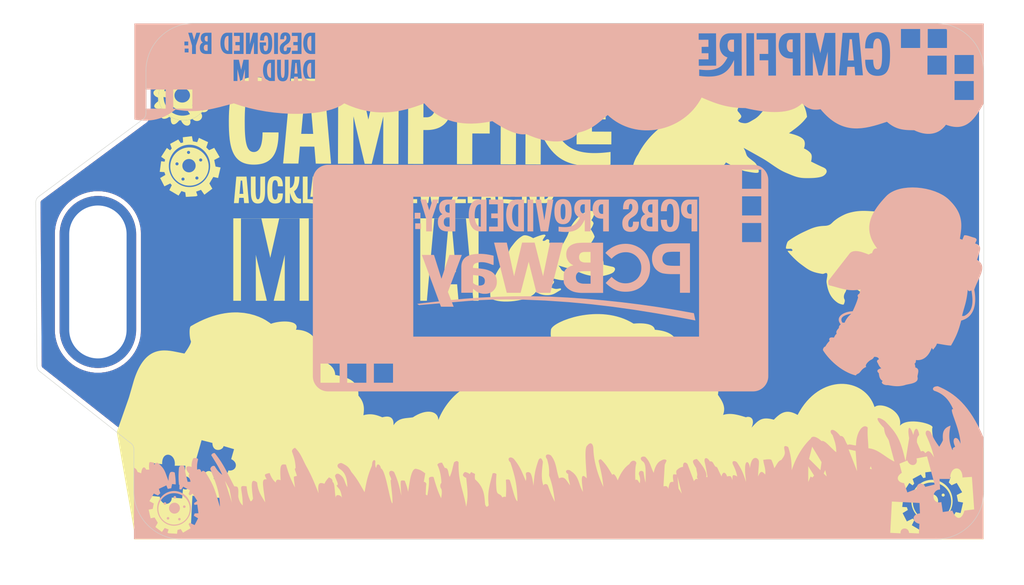
<source format=kicad_pcb>
(kicad_pcb (version 20241229) (generator "pcbnew") (generator_version "9.0")
  (layers (0 "F.Cu" signal) (2 "B.Cu" signal) (13 "F.Paste" user) (15 "B.Paste" user) (5 "F.SilkS" user "F.Silkscreen") (7 "B.SilkS" user "B.Silkscreen") (1 "F.Mask" user) (3 "B.Mask" user) (25 "Edge.Cuts" user))
  (net 0 "")
  (footprint "Taranium-libs:Lanyard hole" (layer "F.Cu") (at 169.375 65.175 90)
    (property "Reference" "REF**" (at -8.825 -6.175 90) (layer "F.SilkS") (effects (font (thickness 0.1))))
    (property "Value" "Lanyard hole")
    (pad "2" thru_hole roundrect (at -8.9 -8.6 90) (size 18 8) (drill oval 16 6) (layers "*.Cu" "F.Mask" "F.Paste") (roundrect_rratio 0.5))
  )
  (gr_poly (pts (xy 170.712006 59.361625) (xy 171.156506 59.444969) (xy 171.335099 58.9965) (xy 172.299505 59.444969) (xy 172.105037 59.992657) (xy 172.402693 60.286344) (xy 172.938475 60.040282) (xy 173.506006 61.012625) (xy 172.938475 61.310281) (xy 173.07738 61.996875) (xy 173.601255 62.096094) (xy 173.343287 63.199406) (xy 172.843224 63.088281) (xy 172.430474 63.766938) (xy 172.740037 64.314625) (xy 171.906599 64.945656) (xy 171.553381 64.437657) (xy 171.045381 64.624187) (xy 171.192224 65.036938) (xy 171.045381 65.108375) (xy 169.969849 65.175844) (xy 169.910318 64.695626) (xy 169.509475 64.564656) (xy 169.20785 65.036938) (xy 168.243443 64.469406) (xy 168.501412 63.945531) (xy 168.342662 63.766938) (xy 167.727506 64.068563) (xy 167.283006 63.199406) (xy 167.826725 62.873969) (xy 167.727506 62.580281) (xy 167.239349 62.5525) (xy 167.321687 61.929406) (xy 168.191849 61.929406) (xy 168.194659 62.043369) (xy 168.202996 62.155836) (xy 168.216726 62.266667) (xy 168.235713 62.375724) (xy 168.259821 62.482867) (xy 168.288914 62.587957) (xy 168.322857 62.690855) (xy 168.361515 62.791422) (xy 168.404751 62.889519) (xy 168.45243 62.985007) (xy 168.504416 63.077746) (xy 168.560574 63.167598) (xy 168.620767 63.254423) (xy 168.684861 63.338082) (xy 168.75272 63.418436) (xy 168.824207 63.495346) (xy 168.899188 63.568673) (xy 168.977526 63.638277) (xy 169.059087 63.70402) (xy 169.143733 63.765762) (xy 169.231331 63.823364) (xy 169.321743 63.876687) (xy 169.414835 63.925593) (xy 169.510471 63.969941) (xy 169.608514 64.009592) (xy 169.70883 64.044408) (xy 169.811283 64.07425) (xy 169.915737 64.098978) (xy 170.022056 64.118453) (xy 170.130105 64.132536) (xy 170.239748 64.141088) (xy 170.350849 64.143969) (xy 170.461951 64.141088) (xy 170.571594 64.132536) (xy 170.679643 64.118453) (xy 170.785962 64.098978) (xy 170.890416 64.07425) (xy 170.992868 64.044408) (xy 171.093184 64.009592) (xy 171.191228 63.969941) (xy 171.286864 63.925593) (xy 171.379955 63.876687) (xy 171.470368 63.823364) (xy 171.557965 63.765762) (xy 171.642612 63.70402) (xy 171.724172 63.638277) (xy 171.802511 63.568673) (xy 171.877492 63.495346) (xy 171.948979 63.418436) (xy 172.016838 63.338082) (xy 172.080932 63.254423) (xy 172.141125 63.167598) (xy 172.197283 63.077746) (xy 172.249269 62.985007) (xy 172.296948 62.889519) (xy 172.340184 62.791422) (xy 172.378842 62.690855) (xy 172.412785 62.587957) (xy 172.441878 62.482867) (xy 172.465986 62.375724) (xy 172.484973 62.266667) (xy 172.498703 62.155836) (xy 172.50704 62.043369) (xy 172.50985 61.929406) (xy 172.50704 61.815444) (xy 172.498703 61.702977) (xy 172.484973 61.592146) (xy 172.465986 61.483089) (xy 172.441878 61.375946) (xy 172.412785 61.270856) (xy 172.378842 61.167957) (xy 172.340184 61.06739) (xy 172.296948 60.969293) (xy 172.249269 60.873805) (xy 172.197283 60.781066) (xy 172.141125 60.691214) (xy 172.080932 60.60439) (xy 172.016838 60.52073) (xy 171.948979 60.440376) (xy 171.877492 60.363467) (xy 171.802511 60.29014) (xy 171.724172 60.220536) (xy 171.642612 60.154793) (xy 171.557965 60.093051) (xy 171.470368 60.035449) (xy 171.379955 59.982125) (xy 171.286864 59.93322) (xy 171.191228 59.888872) (xy 171.093184 59.849221) (xy 170.992868 59.814404) (xy 170.890416 59.784563) (xy 170.785962 59.759835) (xy 170.679643 59.74036) (xy 170.571594 59.726277) (xy 170.461951 59.717725) (xy 170.350849 59.714844) (xy 170.239748 59.717725) (xy 170.130105 59.726277) (xy 170.022056 59.74036) (xy 169.915737 59.759835) (xy 169.811283 59.784563) (xy 169.70883 59.814404) (xy 169.608514 59.849221) (xy 169.510471 59.888872) (xy 169.414835 59.93322) (xy 169.321743 59.982125) (xy 169.231331 60.035449) (xy 169.143733 60.093051) (xy 169.059087 60.154793) (xy 168.977526 60.220536) (xy 168.899188 60.29014) (xy 168.824207 60.363467) (xy 168.75272 60.440376) (xy 168.684861 60.52073) (xy 168.620767 60.60439) (xy 168.560574 60.691214) (xy 168.504416 60.781066) (xy 168.45243 60.873805) (xy 168.404751 60.969293) (xy 168.361515 61.06739) (xy 168.322857 61.167957) (xy 168.288914 61.270856) (xy 168.259821 61.375946) (xy 168.235713 61.483089) (xy 168.216726 61.592146) (xy 168.202996 61.702977) (xy 168.194659 61.815444) (xy 168.191849 61.929406) (xy 167.321687 61.929406) (xy 167.386193 61.44125) (xy 167.755287 61.488875) (xy 167.794975 61.262656) (xy 167.386193 60.980875) (xy 167.985475 60.048219) (xy 168.326787 60.29825) (xy 168.497443 60.103782) (xy 168.326787 59.627532) (xy 169.180068 59.163187) (xy 169.438037 59.53625) (xy 169.6841 59.480688) (xy 169.65235 58.933) (xy 170.60485 58.821875)) (fill yes) (layer "F.SilkS"))
  (gr_poly (pts (xy 200.576849 76.04228) (xy 200.02932 76.04228) (xy 199.254223 67.430093) (xy 195.94468 67.430093) (xy 195.169583 76.04228) (xy 194.47934 76.04228) (xy 194.47934 67.430093) (xy 192.929147 67.430093) (xy 192.929147 76.04228) (xy 189.223524 76.04228) (xy 189.408506 76.026921) (xy 189.587443 76.001736) (xy 189.760347 75.966918) (xy 189.92723 75.922661) (xy 190.088102 75.869158) (xy 190.242975 75.806604) (xy 190.39186 75.735192) (xy 190.534769 75.655116) (xy 190.671712 75.566569) (xy 190.802701 75.469746) (xy 190.927748 75.36484) (xy 191.046862 75.252045) (xy 191.160057 75.131554) (xy 191.267342 75.003561) (xy 191.36873 74.868261) (xy 191.464232 74.725846) (xy 191.553858 74.576511) (xy 191.63762 74.420449) (xy 191.715529 74.257853) (xy 191.787597 74.088919) (xy 191.853835 73.913839) (xy 191.914254 73.732808) (xy 191.968865 73.546018) (xy 192.01768 73.353664) (xy 192.06071 73.155939) (xy 192.097966 72.953037) (xy 192.129459 72.745153) (xy 192.155201 72.532479) (xy 192.175203 72.315209) (xy 192.189477 72.093538) (xy 192.200882 71.637764) (xy 192.191087 71.199071) (xy 192.161737 70.778779) (xy 192.112888 70.377987) (xy 192.044593 69.997794) (xy 191.956907 69.6393) (xy 191.849882 69.303604) (xy 191.723574 68.991806) (xy 191.578036 68.705004) (xy 191.413322 68.444299) (xy 191.229487 68.210789) (xy 191.130416 68.104576) (xy 191.026585 68.005574) (xy 190.918 67.91392) (xy 190.804669 67.829752) (xy 190.686598 67.753208) (xy 190.563794 67.684425) (xy 190.436263 67.62354) (xy 190.304013 67.57069) (xy 190.16705 67.526013) (xy 190.025381 67.489647) (xy 189.879013 67.461729) (xy 189.727953 67.442396) (xy 189.740255 67.430093) (xy 187.390359 67.430093) (xy 187.390359 76.04228) (xy 186.72488 76.04228) (xy 186.72488 74.750452) (xy 184.374983 74.750452) (xy 184.374983 72.474374) (xy 186.134328 72.474374) (xy 186.134328 71.182547) (xy 184.374983 71.182547) (xy 184.374983 68.721921) (xy 186.72488 68.721921) (xy 186.72488 67.430093) (xy 182.824788 67.430093) (xy 182.824788 76.04228) (xy 181.863003 76.04228) (xy 181.863003 67.430093) (xy 179.734561 67.430093) (xy 178.799524 71.55164) (xy 177.864486 67.430093) (xy 175.736045 67.430093) (xy 175.736045 76.04228) (xy 174.930787 76.04228) (xy 174.930787 67.414218) (xy 200.576849 67.414218)) (fill yes) (layer "F.SilkS"))
  (gr_poly (pts (xy 203.111054 65.413969) (xy 203.196258 65.411545) (xy 203.280718 65.411511) (xy 203.364434 65.413559) (xy 203.447405 65.417379) (xy 203.611116 65.429107) (xy 203.771851 65.444231) (xy 204.08439 65.474802) (xy 204.236194 65.485321) (xy 204.31098 65.48831) (xy 204.385022 65.489375) (xy 204.432291 65.488817) (xy 204.478908 65.487143) (xy 204.524968 65.484352) (xy 204.570562 65.480446) (xy 204.615785 65.475423) (xy 204.660728 65.469284) (xy 204.705485 65.462028) (xy 204.750149 65.453657) (xy 204.750149 65.866406) (xy 204.678509 65.877397) (xy 204.609382 65.886622) (xy 204.542672 65.894172) (xy 204.478289 65.90014) (xy 204.416137 65.90462) (xy 204.356125 65.907705) (xy 204.29816 65.909488) (xy 204.242148 65.910062) (xy 204.149488 65.908602) (xy 204.059903 65.904527) (xy 203.97247 65.898289) (xy 203.886263 65.890342) (xy 203.535214 65.850531) (xy 203.343016 65.83216) (xy 203.239513 65.824946) (xy 203.129843 65.819649) (xy 203.013079 65.816725) (xy 202.888299 65.816627) (xy 202.754577 65.819807) (xy 202.61099 65.826719) (xy 202.61099 63.048594) (xy 203.111054 63.048594)) (fill yes) (layer "F.SilkS"))
  (gr_poly (pts (xy 164.061254 86.203156) (xy 162.8 89.8) (xy 164.608941 100.125533) (xy 166 86.8)) (stroke (width 0.1)) (fill yes) (layer "F.SilkS"))
  (gr_poly (pts (xy 249.158734 96.215642) (xy 249.166984 96.216255) (xy 249.175116 96.217264) (xy 249.183119 96.21866) (xy 249.190984 96.220432) (xy 249.198699 96.22257) (xy 249.206254 96.225065) (xy 249.21364 96.227906) (xy 249.220845 96.231085) (xy 249.22786 96.234589) (xy 249.234675 96.238411) (xy 249.241277 96.242539) (xy 249.247659 96.246964) (xy 249.253809 96.251676) (xy 249.259716 96.256664) (xy 249.265371 96.26192) (xy 249.270764 96.267432) (xy 249.275883 96.273192) (xy 249.280719 96.279188) (xy 249.285261 96.285412) (xy 249.289499 96.291853) (xy 249.293423 96.298501) (xy 249.297022 96.305346) (xy 249.300285 96.312378) (xy 249.303204 96.319588) (xy 249.305767 96.326965) (xy 249.307964 96.3345) (xy 249.309785 96.342182) (xy 249.311219 96.350001) (xy 249.312256 96.357948) (xy 249.312886 96.366012) (xy 249.313098 96.374185) (xy 249.312886 96.382357) (xy 249.312256 96.390421) (xy 249.311219 96.398368) (xy 249.309785 96.406188) (xy 249.307964 96.41387) (xy 249.305767 96.421404) (xy 249.303204 96.428781) (xy 249.300285 96.435991) (xy 249.297022 96.443024) (xy 249.293423 96.449869) (xy 249.289499 96.456517) (xy 249.285261 96.462958) (xy 249.280719 96.469182) (xy 249.275883 96.475179) (xy 249.270764 96.480938) (xy 249.265371 96.486451) (xy 249.259716 96.491707) (xy 249.253809 96.496696) (xy 249.247659 96.501408) (xy 249.241277 96.505833) (xy 249.234675 96.509961) (xy 249.22786 96.513783) (xy 249.220845 96.517288) (xy 249.21364 96.520466) (xy 249.206254 96.523307) (xy 249.198699 96.525803) (xy 249.190984 96.527941) (xy 249.183119 96.529713) (xy 249.175116 96.531109) (xy 249.166984 96.532118) (xy 249.158734 96.532731) (xy 249.150376 96.532937) (xy 249.142017 96.532731) (xy 249.133767 96.532118) (xy 249.125636 96.531109) (xy 249.117632 96.529713) (xy 249.109768 96.527941) (xy 249.102053 96.525803) (xy 249.094498 96.523307) (xy 249.087112 96.520466) (xy 249.079907 96.517288) (xy 249.072893 96.513783) (xy 249.066079 96.509961) (xy 249.059476 96.505833) (xy 249.053095 96.501408) (xy 249.046946 96.496696) (xy 249.041038 96.491707) (xy 249.035384 96.486451) (xy 249.029992 96.480938) (xy 249.024873 96.475179) (xy 249.020037 96.469182) (xy 249.015495 96.462958) (xy 249.011258 96.456517) (xy 249.007334 96.449869) (xy 249.003736 96.443024) (xy 249.000472 96.435991) (xy 248.997554 96.428781) (xy 248.994991 96.421404) (xy 248.992794 96.41387) (xy 248.990974 96.406188) (xy 248.98954 96.398368) (xy 248.988503 96.390421) (xy 248.987873 96.382357) (xy 248.987661 96.374185) (xy 248.987873 96.366012) (xy 248.988503 96.357948) (xy 248.98954 96.350001) (xy 248.990974 96.342182) (xy 248.992794 96.3345) (xy 248.994991 96.326965) (xy 248.997554 96.319588) (xy 249.000472 96.312378) (xy 249.003736 96.305346) (xy 249.007334 96.298501) (xy 249.011258 96.291853) (xy 249.015495 96.285412) (xy 249.020037 96.279188) (xy 249.024873 96.273192) (xy 249.029992 96.267432) (xy 249.035384 96.26192) (xy 249.041038 96.256664) (xy 249.046946 96.251676) (xy 249.053095 96.246964) (xy 249.059476 96.242539) (xy 249.066079 96.238411) (xy 249.072893 96.234589) (xy 249.079907 96.231085) (xy 249.087112 96.227906) (xy 249.094498 96.225065) (xy 249.102053 96.22257) (xy 249.109768 96.220432) (xy 249.117632 96.21866) (xy 249.125636 96.217264) (xy 249.133767 96.216255) (xy 249.142017 96.215642) (xy 249.150376 96.215436)) (fill yes) (layer "F.SilkS"))
  (gr_poly (pts (xy 170.45419 59.995265) (xy 170.556175 60.003005) (xy 170.656676 60.01575) (xy 170.755569 60.033376) (xy 170.852727 60.055756) (xy 170.948023 60.082764) (xy 171.041331 60.114274) (xy 171.132526 60.15016) (xy 171.221482 60.190297) (xy 171.308071 60.234558) (xy 171.392167 60.282818) (xy 171.473646 60.33495) (xy 171.55238 60.390828) (xy 171.628243 60.450328) (xy 171.701109 60.513322) (xy 171.770852 60.579684) (xy 171.837346 60.64929) (xy 171.900464 60.722012) (xy 171.960081 60.797726) (xy 172.01607 60.876304) (xy 172.068305 60.957622) (xy 172.116659 61.041552) (xy 172.161007 61.12797) (xy 172.201223 61.216749) (xy 172.23718 61.307764) (xy 172.268752 61.400888) (xy 172.295813 61.495995) (xy 172.318237 61.59296) (xy 172.335898 61.691656) (xy 172.348668 61.791958) (xy 172.356423 61.89374) (xy 172.359037 61.996875) (xy 172.356423 62.100011) (xy 172.348668 62.201792) (xy 172.335898 62.302094) (xy 172.318237 62.400791) (xy 172.295813 62.497755) (xy 172.268752 62.592863) (xy 172.23718 62.685987) (xy 172.201223 62.777001) (xy 172.161007 62.86578) (xy 172.116659 62.952198) (xy 172.068305 63.036129) (xy 172.01607 63.117446) (xy 171.960081 63.196024) (xy 171.900464 63.271738) (xy 171.837346 63.34446) (xy 171.770852 63.414066) (xy 171.701109 63.480429) (xy 171.628243 63.543423) (xy 171.55238 63.602922) (xy 171.473646 63.658801) (xy 171.392167 63.710933) (xy 171.308071 63.759192) (xy 171.221482 63.803453) (xy 171.132526 63.84359) (xy 171.041331 63.879477) (xy 170.948023 63.910987) (xy 170.852727 63.937995) (xy 170.755569 63.960375) (xy 170.656676 63.978) (xy 170.556175 63.990746) (xy 170.45419 63.998486) (xy 170.350849 64.001094) (xy 170.247508 63.998486) (xy 170.145524 63.990746) (xy 170.045022 63.978) (xy 169.94613 63.960375) (xy 169.848972 63.937995) (xy 169.753676 63.910987) (xy 169.660367 63.879477) (xy 169.569172 63.84359) (xy 169.480217 63.803453) (xy 169.393628 63.759192) (xy 169.309531 63.710933) (xy 169.228053 63.658801) (xy 169.149319 63.602922) (xy 169.073456 63.543423) (xy 169.00059 63.480429) (xy 168.930847 63.414066) (xy 168.864353 63.34446) (xy 168.834905 63.310532) (xy 169.509475 63.310532) (xy 169.509686 63.318704) (xy 169.510315 63.326769) (xy 169.511349 63.334716) (xy 169.51278 63.342535) (xy 169.514597 63.350217) (xy 169.51679 63.357752) (xy 169.519348 63.365129) (xy 169.522262 63.372339) (xy 169.52552 63.379371) (xy 169.529114 63.386216) (xy 169.533032 63.392864) (xy 169.537264 63.399305) (xy 169.541801 63.405529) (xy 169.546631 63.411525) (xy 169.551745 63.417285) (xy 169.557133 63.422797) (xy 169.562784 63.428053) (xy 169.568688 63.433042) (xy 169.574835 63.437753) (xy 169.581215 63.442178) (xy 169.587817 63.446307) (xy 169.594631 63.450128) (xy 169.601647 63.453633) (xy 169.608855 63.456811) (xy 169.616244 63.459652) (xy 169.623805 63.462147) (xy 169.631527 63.464286) (xy 169.639399 63.466058) (xy 169.647412 63.467453) (xy 169.655556 63.468462) (xy 169.663819 63.469075) (xy 169.672193 63.469281) (xy 169.680567 63.469075) (xy 169.68883 63.468462) (xy 169.696974 63.467453) (xy 169.704987 63.466058) (xy 169.71286 63.464286) (xy 169.720581 63.462147) (xy 169.728142 63.459652) (xy 169.735531 63.456811) (xy 169.742739 63.453633) (xy 169.749755 63.450128) (xy 169.756569 63.446307) (xy 169.763171 63.442178) (xy 169.769551 63.437753) (xy 169.775698 63.433042) (xy 169.781602 63.428053) (xy 169.787253 63.422797) (xy 169.792641 63.417285) (xy 169.797755 63.411525) (xy 169.802586 63.405529) (xy 169.807123 63.399305) (xy 169.811355 63.392864) (xy 169.815273 63.386216) (xy 169.818866 63.379371) (xy 169.822125 63.372339) (xy 169.825038 63.365129) (xy 169.827597 63.357752) (xy 169.829789 63.350217) (xy 169.831606 63.342535) (xy 169.833037 63.334716) (xy 169.834072 63.326769) (xy 169.8347 63.318704) (xy 169.834912 63.310532) (xy 169.8347 63.302359) (xy 169.834072 63.294295) (xy 169.833037 63.286347) (xy 169.831606 63.278528) (xy 169.829789 63.270846) (xy 169.827597 63.263311) (xy 169.825038 63.255934) (xy 169.822125 63.248724) (xy 169.818866 63.241692) (xy 169.815273 63.234846) (xy 169.811355 63.228198) (xy 169.807123 63.221757) (xy 169.802586 63.215534) (xy 169.797755 63.209537) (xy 169.792641 63.203778) (xy 169.788368 63.199406) (xy 170.962037 63.199406) (xy 170.962249 63.207578) (xy 170.962877 63.215643) (xy 170.963912 63.22359) (xy 170.965343 63.23141) (xy 170.96716 63.239092) (xy 170.969352 63.246626) (xy 170.971911 63.254004) (xy 170.974824 63.261213) (xy 170.978083 63.268246) (xy 170.981676 63.275091) (xy 170.985594 63.281739) (xy 170.989826 63.28818) (xy 170.994363 63.294404) (xy 170.999193 63.3004) (xy 171.004308 63.30616) (xy 171.009696 63.311672) (xy 171.015347 63.316928) (xy 171.021251 63.321917) (xy 171.027398 63.326629) (xy 171.033777 63.331053) (xy 171.040379 63.335182) (xy 171.047193 63.339003) (xy 171.05421 63.342508) (xy 171.061417 63.345686) (xy 171.068807 63.348527) (xy 171.076367 63.351022) (xy 171.084089 63.353161) (xy 171.091962 63.354933) (xy 171.099975 63.356328) (xy 171.108118 63.357337) (xy 171.116382 63.35795) (xy 171.124756 63.358156) (xy 171.133129 63.35795) (xy 171.141393 63.357337) (xy 171.149536 63.356328) (xy 171.157549 63.354933) (xy 171.165422 63.353161) (xy 171.173144 63.351022) (xy 171.180704 63.348527) (xy 171.188094 63.345686) (xy 171.195302 63.342508) (xy 171.202318 63.339003) (xy 171.209132 63.335182) (xy 171.215734 63.331053) (xy 171.222113 63.326629) (xy 171.22826 63.321917) (xy 171.234165 63.316928) (xy 171.239816 63.311672) (xy 171.245204 63.30616) (xy 171.250318 63.3004) (xy 171.255148 63.294404) (xy 171.259685 63.28818) (xy 171.263917 63.281739) (xy 171.267835 63.275091) (xy 171.271429 63.268246) (xy 171.274687 63.261213) (xy 171.277601 63.254004) (xy 171.280159 63.246626) (xy 171.282352 63.239092) (xy 171.284169 63.23141) (xy 171.2856 63.22359) (xy 171.286634 63.215643) (xy 171.287263 63.207578) (xy 171.287474 63.199406) (xy 171.287263 63.191234) (xy 171.286634 63.183169) (xy 171.2856 63.175222) (xy 171.284169 63.167402) (xy 171.282352 63.15972) (xy 171.280159 63.152186) (xy 171.277601 63.144809) (xy 171.274687 63.137599) (xy 171.271429 63.130566) (xy 171.267835 63.123721) (xy 171.263917 63.117073) (xy 171.259685 63.110632) (xy 171.255148 63.104409) (xy 171.250318 63.098412) (xy 171.245204 63.092653) (xy 171.239816 63.08714) (xy 171.234165 63.081884) (xy 171.22826 63.076896) (xy 171.222113 63.072184) (xy 171.215734 63.067759) (xy 171.209132 63.063631) (xy 171.202318 63.059809) (xy 171.195302 63.056305) (xy 171.188094 63.053127) (xy 171.180704 63.050285) (xy 171.173144 63.04779) (xy 171.165422 63.045652) (xy 171.157549 63.04388) (xy 171.149536 63.042484) (xy 171.141393 63.041475) (xy 171.133129 63.040863) (xy 171.124756 63.040656) (xy 171.116382 63.040863) (xy 171.108118 63.041475) (xy 171.099975 63.042484) (xy 171.091962 63.04388) (xy 171.084089 63.045652) (xy 171.076367 63.04779) (xy 171.068807 63.050285) (xy 171.061417 63.053127) (xy 171.05421 63.056305) (xy 171.047193 63.059809) (xy 171.040379 63.063631) (xy 171.033777 63.067759) (xy 171.027398 63.072184) (xy 171.021251 63.076896) (xy 171.015347 63.081884) (xy 171.009696 63.08714) (xy 171.004308 63.092653) (xy 170.999193 63.098412) (xy 170.994363 63.104409) (xy 170.989826 63.110632) (xy 170.985594 63.117073) (xy 170.981676 63.123721) (xy 170.978083 63.130566) (xy 170.974824 63.137599) (xy 170.971911 63.144809) (xy 170.969352 63.152186) (xy 170.96716 63.15972) (xy 170.965343 63.167402) (xy 170.963912 63.175222) (xy 170.962877 63.183169) (xy 170.962249 63.191234) (xy 170.962037 63.199406) (xy 169.788368 63.199406) (xy 169.787253 63.198265) (xy 169.781602 63.193009) (xy 169.775698 63.188021) (xy 169.769551 63.183309) (xy 169.763171 63.178884) (xy 169.756569 63.174756) (xy 169.749755 63.170934) (xy 169.742739 63.16743) (xy 169.735531 63.164252) (xy 169.728142 63.16141) (xy 169.720581 63.158915) (xy 169.71286 63.156777) (xy 169.704987 63.155005) (xy 169.696974 63.153609) (xy 169.68883 63.1526) (xy 169.680567 63.151987) (xy 169.672193 63.151781) (xy 169.663819 63.151987) (xy 169.655556 63.1526) (xy 169.647412 63.153609) (xy 169.639399 63.155005) (xy 169.631527 63.156777) (xy 169.623805 63.158915) (xy 169.616244 63.16141) (xy 169.608855 63.164252) (xy 169.601647 63.16743) (xy 169.594631 63.170934) (xy 169.587817 63.174756) (xy 169.581215 63.178884) (xy 169.574835 63.183309) (xy 169.568688 63.188021) (xy 169.562784 63.193009) (xy 169.557133 63.198265) (xy 169.551745 63.203778) (xy 169.546631 63.209537) (xy 169.541801 63.215534) (xy 169.537264 63.221757) (xy 169.533032 63.228198) (xy 169.529114 63.234846) (xy 169.52552 63.241692) (xy 169.522262 63.248724) (xy 169.519348 63.255934) (xy 169.51679 63.263311) (xy 169.514597 63.270846) (xy 169.51278 63.278528) (xy 169.511349 63.286347) (xy 169.510315 63.294295) (xy 169.509686 63.302359) (xy 169.509475 63.310532) (xy 168.834905 63.310532) (xy 168.801234 63.271738) (xy 168.741618 63.196024) (xy 168.685629 63.117446) (xy 168.633394 63.036129) (xy 168.585039 62.952198) (xy 168.540691 62.86578) (xy 168.500475 62.777001) (xy 168.464518 62.685987) (xy 168.432946 62.592863) (xy 168.405885 62.497755) (xy 168.383461 62.400791) (xy 168.365801 62.302094) (xy 168.35303 62.201792) (xy 168.345275 62.100011) (xy 168.342662 61.996875) (xy 168.344975 61.905594) (xy 169.604724 61.905594) (xy 169.605628 61.941538) (xy 169.60831 61.97701) (xy 169.612727 62.011966) (xy 169.618835 62.046363) (xy 169.62659 62.080157) (xy 169.635949 62.113303) (xy 169.646868 62.145758) (xy 169.659304 62.177478) (xy 169.673212 62.208419) (xy 169.68855 62.238537) (xy 169.705274 62.267788) (xy 169.723339 62.296128) (xy 169.742703 62.323514) (xy 169.763321 62.349901) (xy 169.785151 62.375246) (xy 169.808147 62.399505) (xy 169.832268 62.422633) (xy 169.857469 62.444587) (xy 169.883706 62.465324) (xy 169.910936 62.484798) (xy 169.939116 62.502967) (xy 169.9682 62.519787) (xy 169.998147 62.535212) (xy 170.028912 62.549201) (xy 170.060452 62.561708) (xy 170.092723 62.57269) (xy 170.125681 62.582102) (xy 170.159283 62.589902) (xy 170.193485 62.596045) (xy 170.228244 62.600487) (xy 170.263515 62.603184) (xy 170.299256 62.604093) (xy 170.334996 62.603184) (xy 170.370268 62.600487) (xy 170.405026 62.596045) (xy 170.439228 62.589902) (xy 170.47283 62.582102) (xy 170.505788 62.57269) (xy 170.538059 62.561708) (xy 170.569599 62.549201) (xy 170.600364 62.535212) (xy 170.630311 62.519787) (xy 170.659396 62.502967) (xy 170.687575 62.484798) (xy 170.714805 62.465324) (xy 170.741042 62.444587) (xy 170.766243 62.422633) (xy 170.790364 62.399505) (xy 170.813361 62.375246) (xy 170.83519 62.349901) (xy 170.855808 62.323514) (xy 170.875172 62.296128) (xy 170.893238 62.267788) (xy 170.909961 62.238537) (xy 170.925299 62.208419) (xy 170.939207 62.177478) (xy 170.951643 62.145758) (xy 170.962562 62.113303) (xy 170.971921 62.080157) (xy 170.979677 62.046363) (xy 170.985784 62.011966) (xy 170.990201 61.97701) (xy 170.992883 61.941538) (xy 170.993787 61.905594) (xy 170.992883 61.86965) (xy 170.990201 61.834177) (xy 170.985784 61.799221) (xy 170.979677 61.764824) (xy 170.971921 61.731031) (xy 170.962562 61.697884) (xy 170.951643 61.665429) (xy 170.939207 61.63371) (xy 170.925299 61.602769) (xy 170.909961 61.572651) (xy 170.893238 61.5434) (xy 170.875172 61.51506) (xy 170.855808 61.487674) (xy 170.83519 61.461287) (xy 170.813361 61.435942) (xy 170.790364 61.411683) (xy 170.766243 61.388554) (xy 170.741042 61.3666) (xy 170.714805 61.345864) (xy 170.687575 61.326389) (xy 170.662592 61.310281) (xy 171.358912 61.310281) (xy 171.359123 61.318453) (xy 171.359752 61.326518) (xy 171.360787 61.334465) (xy 171.362218 61.342285) (xy 171.364034 61.349967) (xy 171.366227 61.357502) (xy 171.368785 61.364879) (xy 171.371699 61.372089) (xy 171.374957 61.379121) (xy 171.378551 61.385966) (xy 171.382469 61.392614) (xy 171.386701 61.399055) (xy 171.391238 61.405279) (xy 171.396068 61.411276) (xy 171.401183 61.417035) (xy 171.40657 61.422548) (xy 171.412222 61.427803) (xy 171.418126 61.432792) (xy 171.424273 61.437504) (xy 171.430652 61.441929) (xy 171.437254 61.446057) (xy 171.444069 61.449878) (xy 171.451085 61.453383) (xy 171.458292 61.456561) (xy 171.465682 61.459403) (xy 171.473242 61.461898) (xy 171.480964 61.464036) (xy 171.488837 61.465808) (xy 171.49685 61.467203) (xy 171.504993 61.468212) (xy 171.513257 61.468825) (xy 171.521631 61.469032) (xy 171.530004 61.468825) (xy 171.538268 61.468212) (xy 171.546411 61.467203) (xy 171.554425 61.465808) (xy 171.562297 61.464036) (xy 171.570019 61.461898) (xy 171.577579 61.459403) (xy 171.584969 61.456561) (xy 171.592177 61.453383) (xy 171.599193 61.449878) (xy 171.606007 61.446057) (xy 171.612609 61.441929) (xy 171.618988 61.437504) (xy 171.625135 61.432792) (xy 171.63104 61.427803) (xy 171.636691 61.422548) (xy 171.642078 61.417035) (xy 171.647193 61.411276) (xy 171.652023 61.405279) (xy 171.65656 61.399055) (xy 171.660792 61.392614) (xy 171.66471 61.385966) (xy 171.668304 61.379121) (xy 171.671562 61.372089) (xy 171.674476 61.364879) (xy 171.677034 61.357502) (xy 171.679226 61.349967) (xy 171.681043 61.342285) (xy 171.682474 61.334465) (xy 171.683509 61.326518) (xy 171.684137 61.318453) (xy 171.684349 61.310281) (xy 171.684137 61.302109) (xy 171.683509 61.294044) (xy 171.682474 61.286097) (xy 171.681043 61.278278) (xy 171.679226 61.270596) (xy 171.677034 61.263061) (xy 171.674476 61.255684) (xy 171.671562 61.248474) (xy 171.668304 61.241442) (xy 171.66471 61.234596) (xy 171.660792 61.227948) (xy 171.65656 61.221508) (xy 171.652023 61.215284) (xy 171.647193 61.209287) (xy 171.642078 61.203528) (xy 171.636691 61.198015) (xy 171.63104 61.19276) (xy 171.625135 61.187771) (xy 171.618988 61.183059) (xy 171.612609 61.178634) (xy 171.606007 61.174506) (xy 171.599193 61.170685) (xy 171.592177 61.16718) (xy 171.584969 61.164002) (xy 171.577579 61.16116) (xy 171.570019 61.158666) (xy 171.562297 61.156527) (xy 171.554425 61.154755) (xy 171.546411 61.15336) (xy 171.538268 61.152351) (xy 171.530004 61.151738) (xy 171.521631 61.151531) (xy 171.513257 61.151738) (xy 171.504993 61.152351) (xy 171.49685 61.15336) (xy 171.488837 61.154755) (xy 171.480964 61.156527) (xy 171.473242 61.158666) (xy 171.465682 61.16116) (xy 171.458292 61.164002) (xy 171.451085 61.16718) (xy 171.444069 61.170685) (xy 171.437254 61.174506) (xy 171.430652 61.178634) (xy 171.424273 61.183059) (xy 171.418126 61.187771) (xy 171.412222 61.19276) (xy 171.40657 61.198015) (xy 171.401183 61.203528) (xy 171.396068 61.209287) (xy 171.391238 61.215284) (xy 171.386701 61.221508) (xy 171.382469 61.227948) (xy 171.378551 61.234596) (xy 171.374957 61.241442) (xy 171.371699 61.248474) (xy 171.368785 61.255684) (xy 171.366227 61.263061) (xy 171.364034 61.270596) (xy 171.362218 61.278278) (xy 171.360787 61.286097) (xy 171.359752 61.294044) (xy 171.359123 61.302109) (xy 171.358912 61.310281) (xy 170.662592 61.310281) (xy 170.659396 61.30822) (xy 170.630311 61.291401) (xy 170.600364 61.275975) (xy 170.569599 61.261987) (xy 170.538059 61.24948) (xy 170.505788 61.238498) (xy 170.47283 61.229085) (xy 170.439228 61.221285) (xy 170.405026 61.215142) (xy 170.370268 61.2107) (xy 170.334996 61.208003) (xy 170.299256 61.207094) (xy 170.263515 61.208003) (xy 170.228244 61.2107) (xy 170.193485 61.215142) (xy 170.159283 61.221285) (xy 170.125681 61.229085) (xy 170.092723 61.238498) (xy 170.060452 61.24948) (xy 170.028912 61.261987) (xy 169.998147 61.275975) (xy 169.9682 61.291401) (xy 169.939116 61.30822) (xy 169.910936 61.326389) (xy 169.883706 61.345864) (xy 169.857469 61.3666) (xy 169.832268 61.388554) (xy 169.808147 61.411683) (xy 169.785151 61.435942) (xy 169.763321 61.461287) (xy 169.742703 61.487674) (xy 169.723339 61.51506) (xy 169.705274 61.5434) (xy 169.68855 61.572651) (xy 169.673212 61.602769) (xy 169.659304 61.63371) (xy 169.646868 61.665429) (xy 169.635949 61.697884) (xy 169.62659 61.731031) (xy 169.618835 61.764824) (xy 169.612727 61.799221) (xy 169.60831 61.834177) (xy 169.605628 61.86965) (xy 169.604724 61.905594) (xy 168.344975 61.905594) (xy 168.345275 61.89374) (xy 168.35303 61.791958) (xy 168.362817 61.715093) (xy 168.882412 61.715093) (xy 168.882624 61.723266) (xy 168.883252 61.73133) (xy 168.884287 61.739278) (xy 168.885718 61.747097) (xy 168.887535 61.754779) (xy 168.889727 61.762314) (xy 168.892286 61.769691) (xy 168.895199 61.776901) (xy 168.898458 61.783933) (xy 168.902051 61.790779) (xy 168.905969 61.797427) (xy 168.910202 61.803868) (xy 168.914738 61.810091) (xy 168.919569 61.816088) (xy 168.924683 61.821848) (xy 168.930071 61.82736) (xy 168.935722 61.832616) (xy 168.941626 61.837604) (xy 168.947773 61.842316) (xy 168.954153 61.846741) (xy 168.960755 61.850869) (xy 168.967569 61.854691) (xy 168.974585 61.858195) (xy 168.981793 61.861373) (xy 168.989182 61.864215) (xy 168.996743 61.86671) (xy 169.004464 61.868848) (xy 169.012337 61.87062) (xy 169.02035 61.872016) (xy 169.028493 61.873025) (xy 169.036757 61.873638) (xy 169.045131 61.873844) (xy 169.053504 61.873638) (xy 169.061768 61.873025) (xy 169.069911 61.872016) (xy 169.077925 61.87062) (xy 169.085797 61.868848) (xy 169.093519 61.86671) (xy 169.101079 61.864215) (xy 169.108469 61.861373) (xy 169.115677 61.858195) (xy 169.122693 61.854691) (xy 169.129507 61.850869) (xy 169.136109 61.846741) (xy 169.142489 61.842316) (xy 169.148636 61.837604) (xy 169.15454 61.832616) (xy 169.160191 61.82736) (xy 169.165579 61.821848) (xy 169.170693 61.816088) (xy 169.175523 61.810091) (xy 169.18006 61.803868) (xy 169.184292 61.797427) (xy 169.188211 61.790779) (xy 169.191804 61.783933) (xy 169.195062 61.776901) (xy 169.197976 61.769691) (xy 169.200534 61.762314) (xy 169.202727 61.754779) (xy 169.204544 61.747097) (xy 169.205975 61.739278) (xy 169.207009 61.73133) (xy 169.207638 61.723266) (xy 169.20785 61.715093) (xy 169.207638 61.706921) (xy 169.207009 61.698857) (xy 169.205975 61.690909) (xy 169.204544 61.68309) (xy 169.202727 61.675408) (xy 169.200534 61.667873) (xy 169.197976 61.660496) (xy 169.195062 61.653286) (xy 169.191804 61.646254) (xy 169.188211 61.639409) (xy 169.184292 61.632761) (xy 169.18006 61.62632) (xy 169.175523 61.620096) (xy 169.170693 61.6141) (xy 169.165579 61.60834) (xy 169.160191 61.602828) (xy 169.15454 61.597572) (xy 169.148636 61.592583) (xy 169.142489 61.587872) (xy 169.136109 61.583447) (xy 169.129507 61.579318) (xy 169.122693 61.575497) (xy 169.115677 61.571992) (xy 169.108469 61.568814) (xy 169.101079 61.565973) (xy 169.093519 61.563478) (xy 169.085797 61.561339) (xy 169.077925 61.559568) (xy 169.069911 61.558172) (xy 169.061768 61.557163) (xy 169.053504 61.55655) (xy 169.045131 61.556344) (xy 169.036757 61.55655) (xy 169.028493 61.557163) (xy 169.02035 61.558172) (xy 169.012337 61.559568) (xy 169.004464 61.561339) (xy 168.996743 61.563478) (xy 168.989182 61.565973) (xy 168.981793 61.568814) (xy 168.974585 61.571992) (xy 168.967569 61.575497) (xy 168.960755 61.579318) (xy 168.954153 61.583447) (xy 168.947773 61.587872) (xy 168.941626 61.592583) (xy 168.935722 61.597572) (xy 168.930071 61.602828) (xy 168.924683 61.60834) (xy 168.919569 61.6141) (xy 168.914738 61.620096) (xy 168.910202 61.62632) (xy 168.905969 61.632761) (xy 168.902051 61.639409) (xy 168.898458 61.646254) (xy 168.895199 61.653286) (xy 168.892286 61.660496) (xy 168.889727 61.667873) (xy 168.887535 61.675408) (xy 168.885718 61.68309) (xy 168.884287 61.690909) (xy 168.883252 61.698857) (xy 168.882624 61.706921) (xy 168.882412 61.715093) (xy 168.362817 61.715093) (xy 168.365801 61.691656) (xy 168.383461 61.59296) (xy 168.405885 61.495995) (xy 168.432946 61.400888) (xy 168.464518 61.307764) (xy 168.500475 61.216749) (xy 168.540691 61.12797) (xy 168.585039 61.041552) (xy 168.633394 60.957622) (xy 168.685629 60.876304) (xy 168.741618 60.797726) (xy 168.801234 60.722012) (xy 168.864353 60.64929) (xy 168.930847 60.579684) (xy 168.997216 60.516532) (xy 170.088912 60.516532) (xy 170.089124 60.524704) (xy 170.089752 60.532769) (xy 170.090787 60.540716) (xy 170.092218 60.548535) (xy 170.094035 60.556217) (xy 170.096227 60.563752) (xy 170.098785 60.571129) (xy 170.101699 60.578339) (xy 170.104957 60.585371) (xy 170.108551 60.592216) (xy 170.112469 60.598864) (xy 170.116701 60.605305) (xy 170.121238 60.611529) (xy 170.126068 60.617525) (xy 170.131183 60.623285) (xy 170.136571 60.628798) (xy 170.142222 60.634053) (xy 170.148126 60.639042) (xy 170.154273 60.643754) (xy 170.160652 60.648178) (xy 170.167254 60.652307) (xy 170.174069 60.656128) (xy 170.181085 60.659633) (xy 170.188293 60.662811) (xy 170.195682 60.665652) (xy 170.203243 60.668147) (xy 170.210964 60.670286) (xy 170.218837 60.672058) (xy 170.22685 60.673453) (xy 170.234994 60.674462) (xy 170.243257 60.675075) (xy 170.251631 60.675281) (xy 170.260004 60.675075) (xy 170.268268 60.674462) (xy 170.276412 60.673453) (xy 170.284425 60.672058) (xy 170.292297 60.670286) (xy 170.300019 60.668147) (xy 170.30758 60.665652) (xy 170.314969 60.662811) (xy 170.322177 60.659633) (xy 170.329193 60.656128) (xy 170.336007 60.652307) (xy 170.342609 60.648178) (xy 170.348989 60.643754) (xy 170.355136 60.639042) (xy 170.36104 60.634053) (xy 170.366691 60.628798) (xy 170.372079 60.623285) (xy 170.377193 60.617525) (xy 170.382023 60.611529) (xy 170.38656 60.605305) (xy 170.390792 60.598864) (xy 170.39471 60.592216) (xy 170.398304 60.585371) (xy 170.401562 60.578339) (xy 170.404476 60.571129) (xy 170.407034 60.563752) (xy 170.409227 60.556217) (xy 170.411044 60.548535) (xy 170.412474 60.540716) (xy 170.413509 60.532769) (xy 170.414138 60.524704) (xy 170.414349 60.516532) (xy 170.414138 60.508359) (xy 170.413509 60.500295) (xy 170.412474 60.492348) (xy 170.411044 60.484528) (xy 170.409227 60.476846) (xy 170.407034 60.469311) (xy 170.404476 60.461934) (xy 170.401562 60.454724) (xy 170.398304 60.447692) (xy 170.39471 60.440846) (xy 170.390792 60.434198) (xy 170.38656 60.427757) (xy 170.382023 60.421534) (xy 170.377193 60.415537) (xy 170.372079 60.409778) (xy 170.366691 60.404265) (xy 170.36104 60.399009) (xy 170.355136 60.394021) (xy 170.348989 60.389309) (xy 170.342609 60.384884) (xy 170.336007 60.380756) (xy 170.329193 60.376934) (xy 170.322177 60.37343) (xy 170.314969 60.370252) (xy 170.30758 60.36741) (xy 170.300019 60.364915) (xy 170.292297 60.362777) (xy 170.284425 60.361005) (xy 170.276412 60.359609) (xy 170.268268 60.3586) (xy 170.260004 60.357988) (xy 170.251631 60.357781) (xy 170.243257 60.357988) (xy 170.234994 60.3586) (xy 170.22685 60.359609) (xy 170.218837 60.361005) (xy 170.210964 60.362777) (xy 170.203243 60.364915) (xy 170.195682 60.36741) (xy 170.188293 60.370252) (xy 170.181085 60.37343) (xy 170.174069 60.376934) (xy 170.167254 60.380756) (xy 170.160652 60.384884) (xy 170.154273 60.389309) (xy 170.148126 60.394021) (xy 170.142222 60.399009) (xy 170.136571 60.404265) (xy 170.131183 60.409778) (xy 170.126068 60.415537) (xy 170.121238 60.421534) (xy 170.116701 60.427757) (xy 170.112469 60.434198) (xy 170.108551 60.440846) (xy 170.104957 60.447692) (xy 170.101699 60.454724) (xy 170.098785 60.461934) (xy 170.096227 60.469311) (xy 170.094035 60.476846) (xy 170.092218 60.484528) (xy 170.090787 60.492348) (xy 170.089752 60.500295) (xy 170.089124 60.508359) (xy 170.088912 60.516532) (xy 168.997216 60.516532) (xy 169.00059 60.513322) (xy 169.073456 60.450328) (xy 169.149319 60.390828) (xy 169.228053 60.33495) (xy 169.309531 60.282818) (xy 169.393628 60.234558) (xy 169.480217 60.190297) (xy 169.569172 60.15016) (xy 169.660367 60.114274) (xy 169.753676 60.082764) (xy 169.848972 60.055756) (xy 169.94613 60.033376) (xy 170.045022 60.01575) (xy 170.145524 60.003005) (xy 170.247508 59.995265) (xy 170.350849 59.992657)) (fill yes) (layer "F.SilkS"))
  (gr_poly (pts (xy 189.227081 68.725257) (xy 189.313879 68.735203) (xy 189.397797 68.751664) (xy 189.478839 68.774546) (xy 189.557006 68.803753) (xy 189.6323 68.839191) (xy 189.704725 68.880766) (xy 189.774282 68.928383) (xy 189.840973 68.981947) (xy 189.904801 69.041364) (xy 189.965768 69.106539) (xy 190.023877 69.177377) (xy 190.079128 69.253784) (xy 190.131526 69.335666) (xy 190.181071 69.422927) (xy 190.227767 69.515473) (xy 190.271615 69.613209) (xy 190.312618 69.716042) (xy 190.350778 69.823875) (xy 190.386098 69.936615) (xy 190.418578 70.054167) (xy 190.448223 70.176436) (xy 190.475033 70.303328) (xy 190.499012 70.434748) (xy 190.520161 70.570601) (xy 190.538484 70.710793) (xy 190.553981 70.85523) (xy 190.566655 71.003816) (xy 190.576509 71.156457) (xy 190.583545 71.313058) (xy 190.589171 71.637764) (xy 190.583118 71.966707) (xy 190.564973 72.283702) (xy 190.534753 72.587468) (xy 190.492476 72.876726) (xy 190.438161 73.150197) (xy 190.371824 73.406601) (xy 190.293485 73.644659) (xy 190.203161 73.86309) (xy 190.10087 74.060616) (xy 189.986631 74.235956) (xy 189.860461 74.387832) (xy 189.792908 74.45457) (xy 189.722378 74.514963) (xy 189.648875 74.56885) (xy 189.572401 74.61607) (xy 189.492957 74.656465) (xy 189.410547 74.689874) (xy 189.325172 74.716137) (xy 189.236834 74.735094) (xy 189.145536 74.746586) (xy 189.051281 74.750452) (xy 188.940553 74.750452) (xy 188.940553 68.721921) (xy 189.137403 68.721921)) (fill yes) (layer "F.SilkS"))
  (gr_poly (pts (xy 170.187414 52.70272) (xy 170.226101 52.714928) (xy 170.264446 52.727917) (xy 170.302441 52.741676) (xy 170.340076 52.756198) (xy 170.377344 52.771471) (xy 170.414235 52.787489) (xy 170.450741 52.80424) (xy 170.486852 52.821718) (xy 170.522559 52.839911) (xy 170.557854 52.858812) (xy 170.592728 52.87841) (xy 170.627172 52.898698) (xy 170.661176 52.919665) (xy 170.694733 52.941304) (xy 170.727833 52.963604) (xy 170.406365 53.433948) (xy 170.377498 53.413887) (xy 170.348128 53.394494) (xy 170.318267 53.37578) (xy 170.287924 53.357757) (xy 170.257112 53.340435) (xy 170.225842 53.323825) (xy 170.194126 53.30794) (xy 170.161975 53.29279) (xy 170.1294 53.278386) (xy 170.096413 53.264741) (xy 170.063025 53.251864) (xy 170.029248 53.239768) (xy 169.995093 53.228463) (xy 169.960571 53.217961) (xy 169.925695 53.208273) (xy 169.890475 53.199411) (xy 170.148395 52.6913)) (fill yes) (layer "F.SilkS"))
  (gr_poly (pts (xy 234.932748 52.609849) (xy 234.98924 52.613254) (xy 235.043793 52.618665) (xy 235.096405 52.625926) (xy 235.147071 52.634884) (xy 235.195789 52.645384) (xy 235.242556 52.65727) (xy 235.287369 52.67039) (xy 235.330224 52.684587) (xy 235.371118 52.699708) (xy 235.410048 52.715598) (xy 235.447011 52.732102) (xy 235.482003 52.749066) (xy 235.515022 52.766336) (xy 235.546065 52.783756) (xy 235.575127 52.801173) (xy 235.602207 52.818431) (xy 235.627301 52.835376) (xy 235.671517 52.86771) (xy 235.70775 52.896937) (xy 235.735976 52.921822) (xy 235.756169 52.941127) (xy 235.772353 52.958055) (xy 235.726945 53.061361) (xy 235.682421 53.15736) (xy 235.638459 53.246764) (xy 235.594739 53.33028) (xy 235.550938 53.408619) (xy 235.506736 53.482491) (xy 235.461811 53.552605) (xy 235.415842 53.61967) (xy 235.368508 53.684396) (xy 235.319486 53.747493) (xy 235.268457 53.809671) (xy 235.215098 53.871638) (xy 235.159088 53.934105) (xy 235.100106 53.997781) (xy 234.971941 54.131599) (xy 235.005952 54.171916) (xy 235.036115 54.209661) (xy 235.062717 54.245215) (xy 235.086047 54.27896) (xy 235.106391 54.311277) (xy 235.124037 54.342548) (xy 235.139273 54.373156) (xy 235.152386 54.403481) (xy 235.163665 54.433906) (xy 235.173395 54.464812) (xy 235.181866 54.496582) (xy 235.189364 54.529596) (xy 235.196177 54.564237) (xy 235.202593 54.600887) (xy 235.215383 54.681739) (xy 235.178129 54.748417) (xy 235.140963 54.811781) (xy 235.10375 54.8721) (xy 235.06636 54.929645) (xy 235.028658 54.984687) (xy 234.990512 55.037494) (xy 234.951789 55.088339) (xy 234.912358 55.137489) (xy 234.872085 55.185217) (xy 234.830837 55.231791) (xy 234.788482 55.277483) (xy 234.744887 55.322561) (xy 234.69992 55.367297) (xy 234.653447 55.411961) (xy 234.555456 55.502151) (xy 234.633613 55.700438) (xy 234.698698 55.875614) (xy 234.752559 56.03405) (xy 234.775859 56.108981) (xy 234.797046 56.182115) (xy 234.81635 56.254248) (xy 234.834005 56.326177) (xy 234.865285 56.472605) (xy 234.892735 56.627768) (xy 234.918203 56.798035) (xy 234.808553 56.941928) (xy 234.699115 57.076671) (xy 234.589605 57.20317) (xy 234.479739 57.322336) (xy 234.369234 57.435075) (xy 234.257806 57.542297) (xy 234.145172 57.64491) (xy 234.031049 57.743822) (xy 233.915152 57.839941) (xy 233.797199 57.934176) (xy 233.55399 58.120626) (xy 233.030422 58.510883) (xy 233.227779 58.553965) (xy 233.436863 58.608333) (xy 233.558038 58.643873) (xy 233.686121 58.685042) (xy 233.817979 58.731883) (xy 233.950477 58.784437) (xy 234.080481 58.842748) (xy 234.204858 58.90686) (xy 234.320472 58.976814) (xy 234.374014 59.013996) (xy 234.424189 59.052654) (xy 234.470608 59.092795) (xy 234.512876 59.134423) (xy 234.550604 59.177544) (xy 234.583398 59.222164) (xy 234.603581 59.254959) (xy 234.62126 59.288723) (xy 234.636556 59.323326) (xy 234.649592 59.358635) (xy 234.66049 59.394518) (xy 234.669372 59.430844) (xy 234.676361 59.46748) (xy 234.681579 59.504294) (xy 234.685148 59.541156) (xy 234.68719 59.577932) (xy 234.687827 59.614491) (xy 234.687182 59.650702) (xy 234.685378 59.686431) (xy 234.682535 59.721548) (xy 234.674225 59.789417) (xy 234.66323 59.853252) (xy 234.650529 59.911998) (xy 234.637099 59.964602) (xy 234.623918 60.010007) (xy 234.602215 60.075002) (xy 234.593242 60.098542) (xy 234.700195 60.14977) (xy 234.812329 60.210491) (xy 234.876773 60.248662) (xy 234.944405 60.291672) (xy 235.01343 60.339244) (xy 235.082051 60.391102) (xy 235.148472 60.446971) (xy 235.210895 60.506574) (xy 235.240047 60.537689) (xy 235.267525 60.569634) (xy 235.293106 60.602375) (xy 235.316565 60.635877) (xy 235.337678 60.670105) (xy 235.356219 60.705025) (xy 235.371964 60.740602) (xy 235.38469 60.776802) (xy 235.391546 60.801718) (xy 235.397242 60.827547) (xy 235.40184 60.854176) (xy 235.405403 60.881494) (xy 235.407991 60.90939) (xy 235.409667 60.937751) (xy 235.410528 60.995423) (xy 235.408481 61.053617) (xy 235.404019 61.111439) (xy 235.397637 61.167996) (xy 235.389828 61.222393) (xy 235.381088 61.273738) (xy 235.37191 61.321136) (xy 235.354216 61.400518) (xy 235.335317 61.472603) (xy 235.728202 61.667747) (xy 236.082663 61.840283) (xy 236.421008 61.999336) (xy 236.607906 62.08169) (xy 236.65208 62.102372) (xy 236.694656 62.12383) (xy 236.735345 62.146432) (xy 236.77386 62.170548) (xy 236.792211 62.183289) (xy 236.80991 62.196546) (xy 236.82692 62.210367) (xy 236.843207 62.224797) (xy 236.858733 62.239881) (xy 236.873463 62.255667) (xy 236.88736 62.272201) (xy 236.900388 62.289528) (xy 236.912512 62.307695) (xy 236.923695 62.326748) (xy 236.933901 62.346733) (xy 236.943094 62.367696) (xy 236.951237 62.389683) (xy 236.958296 62.41274) (xy 236.964233 62.436914) (xy 236.969013 62.462251) (xy 236.971149 62.480626) (xy 236.971748 62.499551) (xy 236.970847 62.51897) (xy 236.968484 62.538827) (xy 236.964696 62.559069) (xy 236.95952 62.57964) (xy 236.952993 62.600484) (xy 236.945153 62.621548) (xy 236.936037 62.642775) (xy 236.925682 62.664111) (xy 236.901406 62.706889) (xy 236.872623 62.749442) (xy 236.839631 62.79133) (xy 236.802729 62.832111) (xy 236.762214 62.871346) (xy 236.718386 62.908594) (xy 236.671542 62.943416) (xy 236.621981 62.97537) (xy 236.570002 63.004016) (xy 236.543198 63.016962) (xy 236.515902 63.028915) (xy 236.48815 63.039821) (xy 236.45998 63.049626) (xy 236.375758 63.075161) (xy 236.288518 63.097981) (xy 236.198238 63.118216) (xy 236.104898 63.135999) (xy 236.008478 63.151462) (xy 235.908959 63.164736) (xy 235.700539 63.185248) (xy 235.479477 63.198589) (xy 235.24561 63.205817) (xy 234.998778 63.207987) (xy 234.738818 63.206153) (xy 234.595789 63.201957) (xy 234.460456 63.193338) (xy 234.331829 63.180447) (xy 234.208918 63.163433) (xy 234.090733 63.142447) (xy 233.976284 63.117639) (xy 233.86458 63.089159) (xy 233.754633 63.057156) (xy 233.64545 63.021782) (xy 233.536043 62.983186) (xy 233.312595 62.896929) (xy 232.819441 62.692358) (xy 232.625772 62.608559) (xy 232.444341 62.523052) (xy 232.273499 62.435844) (xy 232.111602 62.346944) (xy 231.957001 62.25636) (xy 231.808051 62.164101) (xy 231.520515 61.974591) (xy 230.940798 61.575836) (xy 230.622271 61.366725) (xy 230.450077 61.259765) (xy 230.267068 61.151214) (xy 229.632549 60.789902) (xy 228.986298 60.428792) (xy 228.282212 60.040043) (xy 228.304275 60.079367) (xy 228.357451 60.178007) (xy 228.389607 60.240508) (xy 228.422221 60.306963) (xy 228.452854 60.373747) (xy 228.466664 60.40613) (xy 228.479065 60.437236) (xy 228.490348 60.467707) (xy 228.50066 60.497332) (xy 228.519114 60.554434) (xy 228.552578 60.66277) (xy 228.570577 60.715561) (xy 228.580547 60.741952) (xy 228.591414 60.768471) (xy 228.603363 60.795215) (xy 228.616583 60.82228) (xy 228.63126 60.849765) (xy 228.64758 60.877767) (xy 228.670896 60.912021) (xy 228.699684 60.94752) (xy 228.733465 60.984184) (xy 228.771755 61.021933) (xy 228.814074 61.060687) (xy 228.859939 61.100366) (xy 228.960382 61.18218) (xy 229.182631 61.353396) (xy 229.29673 61.441519) (xy 229.407673 61.530467) (xy 229.439366 61.557913) (xy 229.470012 61.587044) (xy 229.499602 61.617726) (xy 229.528126 61.649825) (xy 229.555576 61.683206) (xy 229.581942 61.717735) (xy 229.631383 61.789703) (xy 229.676377 61.864652) (xy 229.716848 61.941511) (xy 229.752723 62.019205) (xy 229.783926 62.096659) (xy 229.810384 62.172802) (xy 229.832022 62.246558) (xy 229.848765 62.316854) (xy 229.860539 62.382617) (xy 229.867269 62.442771) (xy 229.868882 62.496245) (xy 229.865303 62.541963) (xy 229.861543 62.561578) (xy 229.856457 62.578852) (xy 229.848216 62.595032) (xy 229.835947 62.609172) (xy 229.819829 62.621353) (xy 229.800039 62.631658) (xy 229.750152 62.646961) (xy 229.687705 62.655733) (xy 229.614118 62.658625) (xy 229.53081 62.656288) (xy 229.4392 62.649373) (xy 229.340709 62.638533) (xy 229.128756 62.607676) (xy 228.906306 62.56893) (xy 228.475337 62.488603) (xy 228.356141 62.4609) (xy 228.219962 62.4187) (xy 228.070202 62.364248) (xy 227.910267 62.299792) (xy 227.743561 62.22758) (xy 227.57349 62.149858) (xy 227.236867 61.986874) (xy 226.927637 61.828815) (xy 226.673035 61.69366) (xy 226.43667 61.563964) (xy 226.421386 61.591033) (xy 226.406547 61.616448) (xy 226.392052 61.640322) (xy 226.377804 61.66277) (xy 226.363706 61.683907) (xy 226.349659 61.703847) (xy 226.335565 61.722704) (xy 226.321327 61.740593) (xy 226.306845 61.757627) (xy 226.292023 61.773923) (xy 226.276762 61.789593) (xy 226.260964 61.804752) (xy 226.244531 61.819516) (xy 226.227366 61.833997) (xy 226.209369 61.848311) (xy 226.190444 61.862572) (xy 226.24052 61.897014) (xy 226.292329 61.929715) (xy 226.345447 61.960738) (xy 226.399449 61.990142) (xy 226.453913 62.017988) (xy 226.508415 62.044338) (xy 226.615836 62.09279) (xy 226.718323 62.135985) (xy 226.812486 62.174409) (xy 226.894937 62.208548) (xy 226.962285 62.238889) (xy 226.976284 62.246427) (xy 226.988949 62.254711) (xy 227.000305 62.263701) (xy 227.010375 62.273357) (xy 227.019184 62.28364) (xy 227.026757 62.294509) (xy 227.033118 62.305926) (xy 227.038293 62.317849) (xy 227.042305 62.330239) (xy 227.045179 62.343057) (xy 227.04694 62.356261) (xy 227.047613 62.369814) (xy 227.047221 62.383674) (xy 227.04579 62.397801) (xy 227.043343 62.412157) (xy 227.039907 62.4267) (xy 227.035505 62.441392) (xy 227.030161 62.456192) (xy 227.023901 62.47106) (xy 227.016749 62.485957) (xy 227.008729 62.500843) (xy 226.999867 62.515677) (xy 226.990186 62.53042) (xy 226.979712 62.545032) (xy 226.968468 62.559474) (xy 226.95648 62.573705) (xy 226.943772 62.587685) (xy 226.930369 62.601375) (xy 226.916294 62.614735) (xy 226.901574 62.627724) (xy 226.886232 62.640304) (xy 226.870293 62.652433) (xy 226.729767 62.757956) (xy 226.521835 62.915889) (xy 226.251242 63.122254) (xy 226.331485 63.1831) (xy 226.421434 63.24756) (xy 226.535397 63.324402) (xy 226.666472 63.405895) (xy 226.736269 63.44597) (xy 226.807756 63.484308) (xy 226.880069 63.519943) (xy 226.952345 63.551908) (xy 227.023722 63.579237) (xy 227.093337 63.600964) (xy 227.133781 63.610568) (xy 227.177934 63.618623) (xy 227.225037 63.625299) (xy 227.274335 63.630764) (xy 227.376487 63.638727) (xy 227.478334 63.643857) (xy 227.656898 63.650982) (xy 227.721505 63.655662) (xy 227.744992 63.658869) (xy 227.761591 63.662877) (xy 227.779638 63.669735) (xy 227.796042 63.677228) (xy 227.810839 63.685306) (xy 227.824061 63.693925) (xy 227.835744 63.703036) (xy 227.845921 63.712594) (xy 227.854628 63.722551) (xy 227.861898 63.73286) (xy 227.867765 63.743474) (xy 227.872264 63.754347) (xy 227.87543 63.765432) (xy 227.877296 63.776682) (xy 227.877897 63.788049) (xy 227.877267 63.799488) (xy 227.87544 63.810951) (xy 227.872451 63.822391) (xy 227.868334 63.833762) (xy 227.863123 63.845016) (xy 227.856852 63.856107) (xy 227.849556 63.866988) (xy 227.84127 63.877612) (xy 227.832027 63.887932) (xy 227.821861 63.897901) (xy 227.810807 63.907472) (xy 227.7989 63.916599) (xy 227.786173 63.925235) (xy 227.772661 63.933332) (xy 227.758398 63.940844) (xy 227.743419 63.947725) (xy 227.727757 63.953926) (xy 227.711447 63.959402) (xy 227.694524 63.964105) (xy 227.582966 63.993705) (xy 227.477294 64.024772) (xy 227.28012 64.089402) (xy 226.918025 64.215317) (xy 226.829131 64.243323) (xy 226.739144 64.268988) (xy 226.647192 64.291836) (xy 226.552402 64.311392) (xy 226.453902 64.327178) (xy 226.35082 64.338721) (xy 226.242283 64.345543) (xy 226.127419 64.347169) (xy 226.040833 64.344804) (xy 225.9485 64.339173) (xy 225.850989 64.330057) (xy 225.748871 64.317238) (xy 225.642715 64.3005) (xy 225.533094 64.279623) (xy 225.420575 64.25439) (xy 225.305731 64.224584) (xy 225.18913 64.189987) (xy 225.071343 64.15038) (xy 224.95294 64.105547) (xy 224.834492 64.055269) (xy 224.716568 63.999328) (xy 224.599739 63.937507) (xy 224.484575 63.869588) (xy 224.371646 63.795354) (xy 224.329942 63.765445) (xy 224.286932 63.732876) (xy 224.243168 63.698278) (xy 224.199201 63.662287) (xy 224.155584 63.625534) (xy 224.112867 63.588654) (xy 224.032339 63.517045) (xy 223.962028 63.452528) (xy 223.906344 63.40017) (xy 223.856505 63.352203) (xy 223.732532 63.467524) (xy 223.588439 63.572312) (xy 223.425583 63.666772) (xy 223.245322 63.751106) (xy 223.049014 63.825518) (xy 222.838018 63.89021) (xy 222.37739 63.991251) (xy 221.874302 64.055855) (xy 221.339617 64.085648) (xy 220.7842 64.082258) (xy 220.218913 64.047309) (xy 219.654621 63.98243) (xy 219.102187 63.889246) (xy 218.572475 63.769384) (xy 218.076348 63.624469) (xy 217.62467 63.456129) (xy 217.228304 63.26599) (xy 217.054258 63.163254) (xy 216.898115 63.055678) (xy 216.761231 62.943466) (xy 216.644965 62.82682) (xy 216.634282 62.810493) (xy 216.625494 62.787925) (xy 216.613615 62.725286) (xy 216.609347 62.641349) (xy 216.61271 62.538557) (xy 216.623723 62.419356) (xy 216.642404 62.286191) (xy 216.668773 62.141507) (xy 216.70285 61.987747) (xy 216.744652 61.827357) (xy 216.7942 61.662781) (xy 216.851511 61.496464) (xy 216.916606 61.330852) (xy 216.989504 61.168388) (xy 217.070222 61.011517) (xy 217.158782 60.862685) (xy 217.255201 60.724335) (xy 217.423478 60.408329) (xy 217.602357 60.10637) (xy 217.790468 59.818363) (xy 217.986443 59.544211) (xy 218.188914 59.283821) (xy 218.396513 59.037095) (xy 218.607871 58.803939) (xy 218.821619 58.584257) (xy 219.036389 58.377953) (xy 219.250814 58.184933) (xy 219.463524 58.005101) (xy 219.67315 57.838361) (xy 219.878326 57.684618) (xy 220.077682 57.543776) (xy 220.269849 57.41574) (xy 220.45346 57.300415) (xy 220.526053 57.106828) (xy 220.617291 56.89449) (xy 220.676791 56.768081) (xy 220.745599 56.631474) (xy 220.823757 56.487137) (xy 220.911307 56.337542) (xy 221.008289 56.185159) (xy 221.114746 56.032459) (xy 221.230719 55.881912) (xy 221.356249 55.735988) (xy 221.491377 55.597158) (xy 221.636146 55.467893) (xy 222.087991 55.09372) (xy 222.316017 54.914657) (xy 222.43316 54.827966) (xy 222.553382 54.743485) (xy 222.677427 54.661453) (xy 222.806039 54.582108) (xy 222.939962 54.505689) (xy 223.079941 54.432433) (xy 223.226719 54.362579) (xy 223.381042 54.296366) (xy 223.543652 54.23403) (xy 223.715294 54.175811) (xy 223.776812 54.159789) (xy 223.839776 54.150074) (xy 223.90396 54.146287) (xy 223.969144 54.148047) (xy 224.035104 54.154974) (xy 224.101617 54.166688) (xy 224.168461 54.182807) (xy 224.235412 54.202953) (xy 224.302248 54.226745) (xy 224.368746 54.253802) (xy 224.434684 54.283743) (xy 224.499838 54.31619) (xy 224.563985 54.350761) (xy 224.626903 54.387076) (xy 224.748162 54.463418) (xy 224.861829 54.542172) (xy 224.966125 54.620297) (xy 225.059265 54.69475) (xy 225.139467 54.762489) (xy 225.253929 54.865652) (xy 225.295252 54.905449) (xy 225.518085 54.862988) (xy 225.756834 54.821767) (xy 226.0451 54.777756) (xy 226.356357 54.738859) (xy 226.512317 54.723798) (xy 226.664077 54.71298) (xy 226.80832 54.707392) (xy 226.941731 54.708022) (xy 227.060994 54.715858) (xy 227.162793 54.731888) (xy 227.172312 54.734369) (xy 227.181783 54.73755) (xy 227.191174 54.741391) (xy 227.200453 54.745855) (xy 227.209588 54.750904) (xy 227.218546 54.7565) (xy 227.227294 54.762605) (xy 227.235801 54.769181) (xy 227.244035 54.77619) (xy 227.251962 54.783595) (xy 227.25955 54.791356) (xy 227.266768 54.799436) (xy 227.273583 54.807797) (xy 227.279963 54.816401) (xy 227.285875 54.825211) (xy 227.291287 54.834187) (xy 227.296167 54.843293) (xy 227.300482 54.85249) (xy 227.3042 54.86174) (xy 227.307289 54.871005) (xy 227.309716 54.880248) (xy 227.31145 54.889429) (xy 227.312457 54.898512) (xy 227.312707 54.907458) (xy 227.312165 54.916229) (xy 227.3108 54.924788) (xy 227.30858 54.933096) (xy 227.305472 54.941115) (xy 227.301444 54.948807) (xy 227.296464 54.956135) (xy 227.290499 54.96306) (xy 227.283518 54.969545) (xy 227.218267 55.02467) (xy 227.156745 55.077986) (xy 227.098978 55.129346) (xy 227.044991 55.178607) (xy 226.994808 55.225621) (xy 226.948456 55.270245) (xy 226.905959 55.312332) (xy 226.867343 55.351737) (xy 226.832632 55.388315) (xy 226.801853 55.421921) (xy 226.77503 55.452409) (xy 226.752188 55.479633) (xy 226.733353 55.503449) (xy 226.71855 55.523711) (xy 226.707804 55.540273) (xy 226.70114 55.552991) (xy 226.698062 55.561424) (xy 226.696094 55.569739) (xy 226.695194 55.577923) (xy 226.695319 55.585966) (xy 226.696429 55.593855) (xy 226.698482 55.601579) (xy 226.701435 55.609127) (xy 226.705247 55.616486) (xy 226.709877 55.623646) (xy 226.715282 55.630595) (xy 226.721422 55.637321) (xy 226.728253 55.643812) (xy 226.735735 55.650058) (xy 226.743826 55.656046) (xy 226.761668 55.667204) (xy 226.781444 55.677194) (xy 226.802822 55.685924) (xy 226.825466 55.6933) (xy 226.849044 55.699231) (xy 226.873222 55.703624) (xy 226.897666 55.706387) (xy 226.922043 55.707427) (xy 226.946018 55.706653) (xy 226.961555 55.705283) (xy 226.976662 55.703473) (xy 227.005687 55.698633) (xy 227.033294 55.692333) (xy 227.059685 55.684771) (xy 227.085062 55.676147) (xy 227.109626 55.666661) (xy 227.133579 55.656511) (xy 227.157124 55.645898) (xy 227.203792 55.624078) (xy 227.251245 55.602797) (xy 227.275769 55.592857) (xy 227.301095 55.583649) (xy 227.327424 55.575374) (xy 227.354958 55.56823) (xy 227.370089 55.565109) (xy 227.385154 55.562735) (xy 227.400138 55.561096) (xy 227.415023 55.56018) (xy 227.429791 55.559976) (xy 227.444428 55.560472) (xy 227.458914 55.561657) (xy 227.473235 55.563517) (xy 227.487372 55.566042) (xy 227.501309 55.569219) (xy 227.515029 55.573037) (xy 227.528515 55.577485) (xy 227.541751 55.582549) (xy 227.554719 55.588219) (xy 227.567403 55.594483) (xy 227.579785 55.601328) (xy 227.591849 55.608743) (xy 227.603579 55.616717) (xy 227.614956 55.625236) (xy 227.625965 55.634291) (xy 227.636589 55.643868) (xy 227.64681 55.653956) (xy 227.656611 55.664543) (xy 227.665977 55.675617) (xy 227.674889 55.687167) (xy 227.683332 55.69918) (xy 227.691288 55.711645) (xy 227.69874 55.724551) (xy 227.705672 55.737884) (xy 227.712066 55.751634) (xy 227.717907 55.765789) (xy 227.723176 55.780337) (xy 227.726579 55.791739) (xy 227.72903 55.802866) (xy 227.730587 55.813738) (xy 227.731308 55.824373) (xy 227.731253 55.834792) (xy 227.73048 55.845014) (xy 227.729048 55.855058) (xy 227.727016 55.864943) (xy 227.724442 55.87469) (xy 227.721386 55.884318) (xy 227.71406 55.903292) (xy 227.705508 55.922022) (xy 227.696201 55.940663) (xy 227.677199 55.978301) (xy 227.668445 55.997609) (xy 227.660815 56.01745) (xy 227.657569 56.027619) (xy 227.654781 56.03798) (xy 227.652508 56.048552) (xy 227.65081 56.059354) (xy 227.649746 56.070407) (xy 227.649375 56.081728) (xy 227.649755 56.093339) (xy 227.650944 56.105258) (xy 227.653355 56.120602) (xy 227.656386 56.135274) (xy 227.660008 56.149317) (xy 227.664192 56.162768) (xy 227.66891 56.17567) (xy 227.674134 56.188061) (xy 227.679835 56.199983) (xy 227.685983 56.211475) (xy 227.692552 56.222578) (xy 227.699512 56.233333) (xy 227.71449 56.253955) (xy 227.73069 56.273664) (xy 227.747883 56.292782) (xy 227.822015 56.369778) (xy 227.840745 56.390768) (xy 227.859096 56.413098) (xy 227.876841 56.437089) (xy 227.885414 56.449809) (xy 227.89375 56.463065) (xy 227.905193 56.481249) (xy 227.916699 56.498347) (xy 227.928188 56.514538) (xy 227.93958 56.530005) (xy 227.961763 56.559489) (xy 227.972394 56.573869) (xy 227.982613 56.588249) (xy 227.99234 56.60281) (xy 228.001498 56.617733) (xy 228.010007 56.633199) (xy 228.017787 56.649389) (xy 228.02476 56.666485) (xy 228.030846 56.684668) (xy 228.033532 56.694224) (xy 228.035967 56.704119) (xy 228.038141 56.714376) (xy 228.040044 56.725018) (xy 228.042213 56.746107) (xy 228.04193 56.767023) (xy 228.039361 56.787746) (xy 228.034675 56.808258) (xy 228.028039 56.828539) (xy 228.019622 56.848571) (xy 228.009591 56.868334) (xy 227.998113 56.887809) (xy 227.985359 56.906978) (xy 227.971494 56.92582) (xy 227.956687 56.944317) (xy 227.941105 56.96245) (xy 227.908292 56.997546) (xy 227.874396 57.030957) (xy 227.808733 57.092109) (xy 227.779651 57.119545) (xy 227.754861 57.144684) (xy 227.735705 57.167374) (xy 227.728659 57.177752) (xy 227.723526 57.18746) (xy 227.720474 57.19648) (xy 227.719669 57.204792) (xy 227.72128 57.212377) (xy 227.725476 57.219215) (xy 227.753638 57.250097) (xy 227.782208 57.277713) (xy 227.811253 57.302292) (xy 227.84084 57.324069) (xy 227.871038 57.343275) (xy 227.901913 57.360142) (xy 227.933533 57.374902) (xy 227.965966 57.387787) (xy 227.999278 57.39903) (xy 228.033537 57.408862) (xy 228.068812 57.417515) (xy 228.105168 57.425222) (xy 228.181398 57.438725) (xy 228.262766 57.451227) (xy 228.274909 57.453054) (xy 228.314203 57.458232) (xy 228.35247 57.461836) (xy 228.389768 57.463917) (xy 228.426157 57.464528) (xy 228.461696 57.46372) (xy 228.496444 57.461545) (xy 228.53046 57.458056) (xy 228.563802 57.453304) (xy 228.59653 57.447341) (xy 228.628702 57.44022) (xy 228.691616 57.422708) (xy 228.753015 57.401183) (xy 228.813372 57.376062) (xy 228.873158 57.347761) (xy 228.932844 57.316694) (xy 228.992902 57.283277) (xy 229.053803 57.247926) (xy 229.180024 57.173084) (xy 229.315278 57.095493) (xy 229.416072 57.037098) (xy 229.509192 56.977654) (xy 229.595512 56.917032) (xy 229.675909 56.855106) (xy 229.751257 56.791745) (xy 229.822432 56.726821) (xy 229.890309 56.660207) (xy 229.955764 56.591774) (xy 230.019673 56.521394) (xy 230.082909 56.448937) (xy 230.21087 56.297283) (xy 230.346651 56.135784) (xy 230.497253 55.963415) (xy 230.602101 55.841884) (xy 230.696997 55.722304) (xy 230.783452 55.604482) (xy 230.862972 55.488224) (xy 230.937068 55.373338) (xy 231.007248 55.259629) (xy 231.141895 55.034968) (xy 231.278982 54.812695) (xy 231.352213 54.70197) (xy 231.43058 54.59126) (xy 231.515593 54.480373) (xy 231.608759 54.369115) (xy 231.711588 54.257292) (xy 231.825588 54.144711) (xy 232.000691 53.982798) (xy 232.17416 53.828685) (xy 232.34657 53.682594) (xy 232.518491 53.544742) (xy 232.690495 53.415351) (xy 232.863155 53.294639) (xy 233.037043 53.182826) (xy 233.212731 53.080132) (xy 233.390791 52.986777) (xy 233.571794 52.902979) (xy 233.756313 52.828959) (xy 233.944921 52.764937) (xy 234.138188 52.711131) (xy 234.336688 52.667761) (xy 234.540992 52.635048) (xy 234.751672 52.613211) (xy 234.813961 52.609673) (xy 234.874321 52.608603)) (fill yes) (layer "F.SilkS"))
  (gr_poly (pts (xy 247.309295 98.215894) (xy 247.317545 98.216507) (xy 247.325677 98.217516) (xy 247.333681 98.218911) (xy 247.341545 98.220683) (xy 247.34926 98.222821) (xy 247.356816 98.225316) (xy 247.364201 98.228158) (xy 247.371407 98.231336) (xy 247.378422 98.234841) (xy 247.385236 98.238662) (xy 247.391839 98.24279) (xy 247.398221 98.247215) (xy 247.40437 98.251927) (xy 247.410278 98.256916) (xy 247.415933 98.262171) (xy 247.421325 98.267684) (xy 247.426444 98.273443) (xy 247.43128 98.27944) (xy 247.435822 98.285664) (xy 247.44006 98.292104) (xy 247.443984 98.298752) (xy 247.447583 98.305598) (xy 247.450847 98.31263) (xy 247.453766 98.31984) (xy 247.456329 98.327217) (xy 247.458526 98.334751) (xy 247.460346 98.342433) (xy 247.46178 98.350253) (xy 247.462817 98.3582) (xy 247.463447 98.366264) (xy 247.463659 98.374436) (xy 247.463447 98.382608) (xy 247.462817 98.390673) (xy 247.46178 98.39862) (xy 247.460346 98.406439) (xy 247.458526 98.414121) (xy 247.456329 98.421655) (xy 247.453766 98.429032) (xy 247.450847 98.436242) (xy 247.447583 98.443275) (xy 247.443984 98.45012) (xy 247.44006 98.456768) (xy 247.435822 98.463209) (xy 247.43128 98.469432) (xy 247.426444 98.475429) (xy 247.421325 98.481188) (xy 247.415933 98.486701) (xy 247.410278 98.491956) (xy 247.40437 98.496945) (xy 247.398221 98.501657) (xy 247.391839 98.506082) (xy 247.385236 98.51021) (xy 247.378422 98.514031) (xy 247.371407 98.517536) (xy 247.364201 98.520714) (xy 247.356816 98.523556) (xy 247.34926 98.526051) (xy 247.341545 98.528189) (xy 247.333681 98.529961) (xy 247.325677 98.531357) (xy 247.317545 98.532366) (xy 247.309295 98.532978) (xy 247.300937 98.533185) (xy 247.292579 98.532978) (xy 247.284329 98.532366) (xy 247.276197 98.531357) (xy 247.268194 98.529961) (xy 247.26033 98.528189) (xy 247.252615 98.526051) (xy 247.245059 98.523556) (xy 247.237674 98.520714) (xy 247.230469 98.517536) (xy 247.223454 98.514031) (xy 247.21664 98.51021) (xy 247.210038 98.506082) (xy 247.203656 98.501657) (xy 247.197507 98.496945) (xy 247.1916 98.491956) (xy 247.185945 98.486701) (xy 247.180553 98.481188) (xy 247.175434 98.475429) (xy 247.170599 98.469432) (xy 247.166057 98.463209) (xy 247.161819 98.456768) (xy 247.157896 98.45012) (xy 247.154297 98.443275) (xy 247.151033 98.436242) (xy 247.148115 98.429032) (xy 247.145552 98.421655) (xy 247.143356 98.414121) (xy 247.141535 98.406439) (xy 247.140101 98.39862) (xy 247.139064 98.390673) (xy 247.138435 98.382608) (xy 247.138222 98.374436) (xy 247.138435 98.366264) (xy 247.139064 98.3582) (xy 247.140101 98.350253) (xy 247.141535 98.342433) (xy 247.143356 98.334751) (xy 247.145552 98.327217) (xy 247.148115 98.31984) (xy 247.151033 98.31263) (xy 247.154297 98.305598) (xy 247.157896 98.298752) (xy 247.161819 98.292104) (xy 247.166057 98.285664) (xy 247.170599 98.27944) (xy 247.175434 98.273443) (xy 247.180553 98.267684) (xy 247.185945 98.262171) (xy 247.1916 98.256916) (xy 247.197507 98.251927) (xy 247.203656 98.247215) (xy 247.210038 98.24279) (xy 247.21664 98.238662) (xy 247.223454 98.234841) (xy 247.230469 98.231336) (xy 247.237674 98.228158) (xy 247.245059 98.225316) (xy 247.252615 98.222821) (xy 247.26033 98.220683) (xy 247.268194 98.218911) (xy 247.276197 98.217516) (xy 247.284329 98.216507) (xy 247.292579 98.215894) (xy 247.300937 98.215687)) (fill yes) (layer "F.SilkS"))
  (gr_poly (pts (xy 248.761856 98.104767) (xy 248.770106 98.10538) (xy 248.778238 98.106389) (xy 248.786242 98.107784) (xy 248.794106 98.109556) (xy 248.801821 98.111695) (xy 248.809377 98.11419) (xy 248.816762 98.117031) (xy 248.823968 98.120209) (xy 248.830983 98.123714) (xy 248.837797 98.127535) (xy 248.8444 98.131664) (xy 248.850782 98.136089) (xy 248.856931 98.1408) (xy 248.862839 98.145789) (xy 248.868494 98.151045) (xy 248.873886 98.156557) (xy 248.879005 98.162317) (xy 248.883841 98.168313) (xy 248.888383 98.174537) (xy 248.892621 98.180978) (xy 248.896545 98.187626) (xy 248.900144 98.194471) (xy 248.903408 98.201503) (xy 248.906327 98.208713) (xy 248.90889 98.21609) (xy 248.911087 98.223625) (xy 248.912907 98.231306) (xy 248.914341 98.239126) (xy 248.915378 98.247073) (xy 248.916008 98.255137) (xy 248.91622 98.263309) (xy 248.916008 98.271481) (xy 248.915378 98.279546) (xy 248.914341 98.287493) (xy 248.912907 98.295312) (xy 248.911087 98.302994) (xy 248.90889 98.310529) (xy 248.906327 98.317906) (xy 248.903408 98.325116) (xy 248.900144 98.332149) (xy 248.896545 98.338994) (xy 248.892621 98.345642) (xy 248.888383 98.352083) (xy 248.883841 98.358307) (xy 248.879005 98.364303) (xy 248.873886 98.370063) (xy 248.868494 98.375576) (xy 248.862839 98.380832) (xy 248.856931 98.38582) (xy 248.850782 98.390532) (xy 248.8444 98.394958) (xy 248.837797 98.399086) (xy 248.830983 98.402907) (xy 248.823968 98.406412) (xy 248.816762 98.409591) (xy 248.809377 98.412432) (xy 248.801821 98.414927) (xy 248.794106 98.417066) (xy 248.786242 98.418838) (xy 248.778238 98.420233) (xy 248.770106 98.421242) (xy 248.761856 98.421855) (xy 248.753498 98.422062) (xy 248.74514 98.421855) (xy 248.73689 98.421242) (xy 248.728758 98.420233) (xy 248.720755 98.418838) (xy 248.712891 98.417066) (xy 248.705176 98.414927) (xy 248.697621 98.412432) (xy 248.690235 98.409591) (xy 248.68303 98.406412) (xy 248.676015 98.402907) (xy 248.669201 98.399086) (xy 248.662599 98.394958) (xy 248.656217 98.390532) (xy 248.650068 98.38582) (xy 248.644161 98.380832) (xy 248.638506 98.375576) (xy 248.633114 98.370063) (xy 248.627995 98.364303) (xy 248.62316 98.358307) (xy 248.618618 98.352083) (xy 248.61438 98.345642) (xy 248.610457 98.338994) (xy 248.606858 98.332149) (xy 248.603595 98.325116) (xy 248.600676 98.317906) (xy 248.598114 98.310529) (xy 248.595917 98.302994) (xy 248.594096 98.295312) (xy 248.592662 98.287493) (xy 248.591625 98.279546) (xy 248.590996 98.271481) (xy 248.590783 98.263309) (xy 248.590996 98.255137) (xy 248.591625 98.247073) (xy 248.592662 98.239126) (xy 248.594096 98.231306) (xy 248.595917 98.223625) (xy 248.598114 98.21609) (xy 248.600676 98.208713) (xy 248.603595 98.201503) (xy 248.606858 98.194471) (xy 248.610457 98.187626) (xy 248.61438 98.180978) (xy 248.618618 98.174537) (xy 248.62316 98.168313) (xy 248.627995 98.162317) (xy 248.633114 98.156557) (xy 248.638506 98.151045) (xy 248.644161 98.145789) (xy 248.650068 98.1408) (xy 248.656217 98.136089) (xy 248.662599 98.131664) (xy 248.669201 98.127535) (xy 248.676015 98.123714) (xy 248.68303 98.120209) (xy 248.690235 98.117031) (xy 248.697621 98.11419) (xy 248.705176 98.111695) (xy 248.712891 98.109556) (xy 248.720755 98.107784) (xy 248.728758 98.106389) (xy 248.73689 98.10538) (xy 248.74514 98.104767) (xy 248.753498 98.104561)) (fill yes) (layer "F.SilkS"))
  (gr_poly (pts (xy 202.386045 65.826719) (xy 201.88598 65.826719) (xy 201.838358 65.271093) (xy 201.366074 65.271093) (xy 201.318448 65.826719) (xy 200.818387 65.826719) (xy 200.905898 64.854374) (xy 201.405764 64.854374) (xy 201.798668 64.854374) (xy 201.675636 63.465313) (xy 201.528792 63.465313) (xy 201.405764 64.854374) (xy 200.905898 64.854374) (xy 201.068418 63.048594) (xy 202.136014 63.048594)) (fill yes) (layer "F.SilkS"))
  (gr_poly (pts (xy 177.263141 64.437657) (xy 177.266063 64.664883) (xy 177.269865 64.767968) (xy 177.275357 64.863925) (xy 177.282641 64.952673) (xy 177.291814 65.034132) (xy 177.302975 65.108218) (xy 177.316223 65.174852) (xy 177.331657 65.233951) (xy 177.349376 65.285434) (xy 177.369479 65.32922) (xy 177.392064 65.365228) (xy 177.41723 65.393375) (xy 177.430812 65.404476) (xy 177.445076 65.413581) (xy 177.460035 65.420681) (xy 177.475701 65.425765) (xy 177.492086 65.428822) (xy 177.509204 65.429844) (xy 177.527718 65.428822) (xy 177.545323 65.425765) (xy 177.56204 65.420681) (xy 177.57789 65.413581) (xy 177.592894 65.404476) (xy 177.607073 65.393375) (xy 177.620448 65.380289) (xy 177.633041 65.365228) (xy 177.644873 65.348201) (xy 177.655963 65.32922) (xy 177.666335 65.308294) (xy 177.676008 65.285434) (xy 177.685003 65.260649) (xy 177.693343 65.233951) (xy 177.701047 65.205348) (xy 177.708138 65.174852) (xy 177.714635 65.142472) (xy 177.72056 65.108218) (xy 177.725935 65.072101) (xy 177.73078 65.034132) (xy 177.738964 64.952673) (xy 177.745283 64.863925) (xy 177.749903 64.767968) (xy 177.752995 64.664883) (xy 177.754727 64.554752) (xy 177.755266 64.437657) (xy 177.755266 63.048594) (xy 178.255328 63.048594) (xy 178.255328 64.437657) (xy 178.254141 64.598897) (xy 178.250112 64.752009) (xy 178.242536 64.896681) (xy 178.23071 65.032597) (xy 178.213931 65.159444) (xy 178.191495 65.276907) (xy 178.162699 65.384674) (xy 178.12684 65.482429) (xy 178.106042 65.527455) (xy 178.083214 65.56986) (xy 178.058269 65.609605) (xy 178.031117 65.646652) (xy 178.001673 65.68096) (xy 177.969847 65.712491) (xy 177.935552 65.741205) (xy 177.898699 65.767063) (xy 177.859202 65.790026) (xy 177.816971 65.810055) (xy 177.771919 65.827109) (xy 177.723958 65.841151) (xy 177.673 65.852141) (xy 177.618958 65.86004) (xy 177.561742 65.864808) (xy 177.501266 65.866406) (xy 177.442931 65.864808) (xy 177.387677 65.86004) (xy 177.335425 65.852141) (xy 177.286093 65.841151) (xy 177.239602 65.827109) (xy 177.195869 65.810055) (xy 177.154815 65.790026) (xy 177.11636 65.767063) (xy 177.080421 65.741205) (xy 177.046919 65.712491) (xy 177.015773 65.68096) (xy 176.986902 65.646652) (xy 176.960226 65.609605) (xy 176.935664 65.56986) (xy 176.913136 65.527455) (xy 176.892559 65.482429) (xy 176.873855 65.434823) (xy 176.856942 65.384674) (xy 176.84174 65.332022) (xy 176.828168 65.276907) (xy 176.816145 65.219368) (xy 176.805591 65.159444) (xy 176.796425 65.097173) (xy 176.788566 65.032597) (xy 176.776448 64.896681) (xy 176.76859 64.752009) (xy 176.764349 64.598897) (xy 176.763079 64.437657) (xy 176.763079 63.048594) (xy 177.263141 63.048594)) (fill yes) (layer "F.SilkS"))
  (gr_poly (pts (xy 185.741184 64.556718) (xy 185.741184 63.048594) (xy 186.241247 63.048594) (xy 186.241247 65.826719) (xy 185.637997 65.826719) (xy 185.649903 65.790999) (xy 185.197465 64.259063) (xy 185.197465 65.826719) (xy 184.697403 65.826719) (xy 184.697403 63.048594) (xy 185.320498 63.048594)) (fill yes) (layer "F.SilkS"))
  (gr_poly (pts (xy 170.140174 51.68118) (xy 170.170712 51.687487) (xy 170.200527 51.697671) (xy 170.229469 51.711877) (xy 170.25739 51.730248) (xy 170.284139 51.752929) (xy 170.30957 51.780063) (xy 170.333531 51.811795) (xy 170.355875 51.848267) (xy 170.376452 51.889625) (xy 170.395113 51.936011) (xy 170.41171 51.98757) (xy 170.426094 52.044446) (xy 170.438115 52.106782) (xy 170.580989 52.17822) (xy 170.647511 52.139883) (xy 170.718213 52.104658) (xy 170.791787 52.073891) (xy 170.866924 52.048925) (xy 170.90467 52.039038) (xy 170.942317 52.031106) (xy 170.979701 52.025296) (xy 171.016658 52.021777) (xy 171.053025 52.020717) (xy 171.088638 52.022284) (xy 171.123334 52.026647) (xy 171.15695 52.033972) (xy 171.189322 52.044428) (xy 171.220286 52.058184) (xy 171.249678 52.075406) (xy 171.277337 52.096265) (xy 171.303097 52.120926) (xy 171.326795 52.149559) (xy 171.348268 52.182332) (xy 171.367353 52.219413) (xy 171.383886 52.260969) (xy 171.397702 52.307169) (xy 171.40864 52.35818) (xy 171.416535 52.414172) (xy 171.421224 52.475312) (xy 171.422543 52.541768) (xy 171.420329 52.613708) (xy 171.414419 52.6913) (xy 171.521575 52.805298) (xy 171.573829 52.806536) (xy 171.623458 52.810177) (xy 171.670485 52.816115) (xy 171.714935 52.824241) (xy 171.756833 52.834448) (xy 171.796204 52.846629) (xy 171.833072 52.860676) (xy 171.867462 52.876481) (xy 171.899399 52.893937) (xy 171.928908 52.912937) (xy 171.956013 52.933372) (xy 171.980738 52.955136) (xy 172.003109 52.978121) (xy 172.023151 53.002219) (xy 172.040887 53.027323) (xy 172.056343 53.053325) (xy 172.069544 53.080118) (xy 172.080513 53.107594) (xy 172.089276 53.135646) (xy 172.095858 53.164166) (xy 172.100283 53.193047) (xy 172.102576 53.222181) (xy 172.102762 53.25146) (xy 172.100865 53.280777) (xy 172.09691 53.310025) (xy 172.090921 53.339096) (xy 172.082924 53.367883) (xy 172.072944 53.396277) (xy 172.061004 53.424171) (xy 172.047129 53.451459) (xy 172.031345 53.478032) (xy 172.013676 53.503783) (xy 172.093051 53.793517) (xy 172.13107 53.782762) (xy 172.166986 53.775684) (xy 172.200786 53.772101) (xy 172.232461 53.771828) (xy 172.262 53.774684) (xy 172.289391 53.780484) (xy 172.314624 53.789046) (xy 172.337687 53.800187) (xy 172.358571 53.813723) (xy 172.377263 53.829472) (xy 172.393754 53.84725) (xy 172.408032 53.866874) (xy 172.420086 53.88816) (xy 172.429906 53.910927) (xy 172.43748 53.93499) (xy 172.442797 53.960167) (xy 172.445848 53.986274) (xy 172.44662 54.013128) (xy 172.445103 54.040547) (xy 172.441286 54.068347) (xy 172.435158 54.096344) (xy 172.426708 54.124356) (xy 172.415926 54.1522) (xy 172.4028 54.179693) (xy 172.387319 54.20665) (xy 172.369473 54.23289) (xy 172.349251 54.258229) (xy 172.326641 54.282484) (xy 172.301634 54.305472) (xy 172.274217 54.32701) (xy 172.244381 54.346914) (xy 172.212114 54.365001) (xy 172.212114 54.666626) (xy 172.255547 54.679402) (xy 172.295132 54.693834) (xy 172.330973 54.709787) (xy 172.363174 54.727125) (xy 172.391841 54.745713) (xy 172.417078 54.765416) (xy 172.438989 54.786099) (xy 172.45768 54.807627) (xy 172.473255 54.829865) (xy 172.485818 54.852676) (xy 172.495474 54.875927) (xy 172.502328 54.899482) (xy 172.506485 54.923205) (xy 172.508049 54.946962) (xy 172.507125 54.970617) (xy 172.503817 54.994036) (xy 172.49823 55.017083) (xy 172.490469 55.039622) (xy 172.480638 55.061519) (xy 172.468842 55.082639) (xy 172.455186 55.102846) (xy 172.439774 55.122005) (xy 172.422711 55.139981) (xy 172.404102 55.156638) (xy 172.384051 55.171843) (xy 172.362663 55.185458) (xy 172.340042 55.19735) (xy 172.316293 55.207383) (xy 172.291522 55.215421) (xy 172.265831 55.221331) (xy 172.239327 55.224975) (xy 172.212114 55.22622) (xy 172.128769 55.456407) (xy 172.162322 55.477663) (xy 172.193017 55.501824) (xy 172.220832 55.528633) (xy 172.245747 55.557834) (xy 172.267741 55.589168) (xy 172.286792 55.62238) (xy 172.30288 55.65721) (xy 172.315983 55.693403) (xy 172.326081 55.7307) (xy 172.333152 55.768845) (xy 172.337176 55.80758) (xy 172.33813 55.846649) (xy 172.335995 55.885793) (xy 172.330749 55.924755) (xy 172.32237 55.963279) (xy 172.310839 56.001106) (xy 172.296134 56.037981) (xy 172.278233 56.073644) (xy 172.257116 56.10784) (xy 172.232762 56.140311) (xy 172.205149 56.170799) (xy 172.174256 56.199047) (xy 172.140063 56.224799) (xy 172.102549 56.247796) (xy 172.061692 56.267782) (xy 172.017471 56.284499) (xy 171.969865 56.29769) (xy 171.918853 56.307098) (xy 171.864414 56.312465) (xy 171.806527 56.313535) (xy 171.745171 56.310049) (xy 171.680325 56.301751) (xy 171.565231 56.416845) (xy 171.597745 56.466579) (xy 171.624004 56.516661) (xy 171.644241 56.566856) (xy 171.658691 56.616931) (xy 171.667585 56.666651) (xy 171.671158 56.715783) (xy 171.669643 56.764092) (xy 171.663273 56.811345) (xy 171.652281 56.857308) (xy 171.6369 56.901746) (xy 171.617364 56.944426) (xy 171.593906 56.985113) (xy 171.56676 57.023574) (xy 171.536158 57.059575) (xy 171.502333 57.092881) (xy 171.46552 57.123258) (xy 171.425951 57.150474) (xy 171.38386 57.174292) (xy 171.33948 57.194481) (xy 171.293044 57.210805) (xy 171.244785 57.223031) (xy 171.194937 57.230924) (xy 171.143733 57.234251) (xy 171.091406 57.232777) (xy 171.03819 57.226269) (xy 170.984318 57.214493) (xy 170.930022 57.197214) (xy 170.875537 57.174199) (xy 170.821095 57.145214) (xy 170.76693 57.110024) (xy 170.713276 57.068396) (xy 170.660364 57.020095) (xy 170.422239 57.115313) (xy 170.437541 57.182672) (xy 170.447166 57.246308) (xy 170.451394 57.306169) (xy 170.450501 57.362205) (xy 170.444766 57.414366) (xy 170.434465 57.462603) (xy 170.419877 57.506864) (xy 170.401279 57.547101) (xy 170.378949 57.583262) (xy 170.353164 57.615297) (xy 170.324202 57.643157) (xy 170.29234 57.666791) (xy 170.257857 57.686149) (xy 170.221029 57.701181) (xy 170.182134 57.711837) (xy 170.14145 57.718067) (xy 170.099255 57.71982) (xy 170.055826 57.717047) (xy 170.01144 57.709696) (xy 169.966376 57.697719) (xy 169.92091 57.681065) (xy 169.875321 57.659684) (xy 169.829886 57.633525) (xy 169.784883 57.602539) (xy 169.740589 57.566675) (xy 169.697282 57.525884) (xy 169.655239 57.480114) (xy 169.614738 57.429317) (xy 169.576057 57.373441) (xy 169.539473 57.312437) (xy 169.505265 57.246255) (xy 169.473708 57.174844) (xy 169.275271 57.174844) (xy 169.226517 57.233892) (xy 169.178521 57.288274) (xy 169.131345 57.338021) (xy 169.08505 57.383165) (xy 169.039696 57.423736) (xy 168.995345 57.459766) (xy 168.952058 57.491286) (xy 168.909897 57.518327) (xy 168.868921 57.540922) (xy 168.829192 57.5591) (xy 168.790771 57.572893) (xy 168.753719 57.582332) (xy 168.718097 57.58745) (xy 168.683966 57.588276) (xy 168.651388 57.584842) (xy 168.620423 57.57718) (xy 168.591132 57.56532) (xy 168.563577 57.549295) (xy 168.537818 57.529134) (xy 168.513916 57.50487) (xy 168.491933 57.476534) (xy 168.47193 57.444156) (xy 168.453967 57.407769) (xy 168.438106 57.367404) (xy 168.424407 57.323091) (xy 168.412932 57.274862) (xy 168.403742 57.222748) (xy 168.396898 57.16678) (xy 168.392461 57.106991) (xy 168.390491 57.04341) (xy 168.391051 56.97607) (xy 168.3942 56.905001) (xy 168.23545 56.793876) (xy 168.189506 56.828131) (xy 168.142627 56.859435) (xy 168.095064 56.887744) (xy 168.047067 56.913013) (xy 167.998886 56.935199) (xy 167.950774 56.954256) (xy 167.902979 56.97014) (xy 167.855754 56.982808) (xy 167.809348 56.992214) (xy 167.764013 56.998315) (xy 167.719999 57.001066) (xy 167.677557 57.000422) (xy 167.636937 56.996341) (xy 167.598391 56.988776) (xy 167.562168 56.977684) (xy 167.528521 56.96302) (xy 167.497698 56.944741) (xy 167.469952 56.922801) (xy 167.445533 56.897157) (xy 167.424691 56.867764) (xy 167.407678 56.834578) (xy 167.394743 56.797554) (xy 167.386138 56.756648) (xy 167.382114 56.711817) (xy 167.38292 56.663014) (xy 167.388808 56.610197) (xy 167.400029 56.553321) (xy 167.416833 56.492342) (xy 167.439471 56.427214) (xy 167.468194 56.357894) (xy 167.503252 56.284338) (xy 167.544896 56.206501) (xy 167.370271 55.932657) (xy 167.327494 55.943719) (xy 167.283476 55.952357) (xy 167.238557 55.958589) (xy 167.193076 55.962434) (xy 167.147375 55.963909) (xy 167.101792 55.963034) (xy 167.056669 55.959825) (xy 167.012345 55.954302) (xy 166.96916 55.946482) (xy 166.927454 55.936383) (xy 166.887568 55.924025) (xy 166.849842 55.909425) (xy 166.814616 55.8926) (xy 166.782229 55.873571) (xy 166.753023 55.852354) (xy 166.727336 55.828968) (xy 166.70551 55.80343) (xy 166.687884 55.77576) (xy 166.674798 55.745976) (xy 166.666593 55.714095) (xy 166.663609 55.680136) (xy 166.666185 55.644116) (xy 166.674663 55.606055) (xy 166.689381 55.565971) (xy 166.71068 55.523881) (xy 166.738901 55.479803) (xy 166.774382 55.433757) (xy 166.817466 55.38576) (xy 166.86849 55.33583) (xy 166.927796 55.283985) (xy 166.995724 55.230245) (xy 167.072614 55.174626) (xy 167.052771 54.769814) (xy 166.998058 54.751107) (xy 166.946329 54.73008) (xy 166.89766 54.706899) (xy 166.852128 54.681731) (xy 166.809812 54.654744) (xy 166.798984 54.646798) (xy 167.112294 54.646798) (xy 167.115708 54.776076) (xy 167.125838 54.903658) (xy 167.142521 55.029385) (xy 167.165592 55.153099) (xy 167.194885 55.274642) (xy 167.230235 55.393858) (xy 167.271479 55.510587) (xy 167.318451 55.624671) (xy 167.370986 55.735954) (xy 167.42892 55.844278) (xy 167.492087 55.949483) (xy 167.560323 56.051413) (xy 167.633463 56.14991) (xy 167.711342 56.244815) (xy 167.793795 56.335971) (xy 167.880658 56.42322) (xy 167.971765 56.506405) (xy 168.066952 56.585367) (xy 168.166055 56.659948) (xy 168.268907 56.729991) (xy 168.375345 56.795337) (xy 168.485203 56.85583) (xy 168.598316 56.91131) (xy 168.714521 56.961621) (xy 168.833651 57.006604) (xy 168.955543 57.046101) (xy 169.080031 57.079955) (xy 169.20695 57.108008) (xy 169.336136 57.130101) (xy 169.467424 57.146078) (xy 169.600649 57.15578) (xy 169.735646 57.159048) (xy 169.870164 57.15578) (xy 170.001995 57.146078) (xy 170.131034 57.130101) (xy 170.257177 57.108008) (xy 170.380321 57.079955) (xy 170.500362 57.046101) (xy 170.617196 57.006604) (xy 170.730719 56.961621) (xy 170.840828 56.91131) (xy 170.947419 56.85583) (xy 171.050387 56.795337) (xy 171.14963 56.729991) (xy 171.245044 56.659948) (xy 171.336524 56.585367) (xy 171.423967 56.506405) (xy 171.507269 56.42322) (xy 171.586327 56.335971) (xy 171.661036 56.244815) (xy 171.731293 56.14991) (xy 171.796995 56.051413) (xy 171.858036 55.949483) (xy 171.914314 55.844278) (xy 171.965724 55.735954) (xy 172.012164 55.624671) (xy 172.053529 55.510587) (xy 172.089715 55.393858) (xy 172.120619 55.274642) (xy 172.146136 55.153099) (xy 172.166164 55.029385) (xy 172.180598 54.903658) (xy 172.189334 54.776076) (xy 172.19227 54.646798) (xy 172.189334 54.51752) (xy 172.180598 54.389938) (xy 172.166164 54.264212) (xy 172.146136 54.140499) (xy 172.120619 54.018956) (xy 172.089715 53.899741) (xy 172.053529 53.783013) (xy 172.012164 53.66893) (xy 171.965724 53.557648) (xy 171.914314 53.449326) (xy 171.858036 53.344122) (xy 171.796995 53.242193) (xy 171.731293 53.143698) (xy 171.661036 53.048794) (xy 171.586327 52.957639) (xy 171.507269 52.870392) (xy 171.423967 52.787209) (xy 171.336524 52.708248) (xy 171.245044 52.633669) (xy 171.14963 52.563627) (xy 171.050387 52.498282) (xy 170.947419 52.437791) (xy 170.840828 52.382312) (xy 170.730719 52.332002) (xy 170.617196 52.28702) (xy 170.500362 52.247524) (xy 170.380321 52.213671) (xy 170.257177 52.185619) (xy 170.131034 52.163526) (xy 170.001995 52.14755) (xy 169.870164 52.137848) (xy 169.735646 52.134579) (xy 169.600649 52.137848) (xy 169.467424 52.14755) (xy 169.336136 52.163526) (xy 169.20695 52.185619) (xy 169.080031 52.213671) (xy 168.955543 52.247524) (xy 168.833651 52.28702) (xy 168.714521 52.332002) (xy 168.598316 52.382312) (xy 168.485203 52.437791) (xy 168.375345 52.498282) (xy 168.268907 52.563627) (xy 168.166055 52.633669) (xy 168.066952 52.708248) (xy 167.971765 52.787209) (xy 167.880658 52.870392) (xy 167.793795 52.957639) (xy 167.711342 53.048794) (xy 167.633463 53.143698) (xy 167.560323 53.242193) (xy 167.492087 53.344122) (xy 167.42892 53.449326) (xy 167.370986 53.557648) (xy 167.318451 53.66893) (xy 167.271479 53.783013) (xy 167.230235 53.899741) (xy 167.194885 54.018956) (xy 167.165592 54.140499) (xy 167.142521 54.264212) (xy 167.125838 54.389938) (xy 167.115708 54.51752) (xy 167.112294 54.646798) (xy 166.798984 54.646798) (xy 166.770787 54.626104) (xy 166.73513 54.59598) (xy 166.70292 54.564537) (xy 166.674232 54.531943) (xy 166.649143 54.498366) (xy 166.627732 54.463972) (xy 166.610075 54.428928) (xy 166.596248 54.393402) (xy 166.58633 54.357561) (xy 166.580396 54.321572) (xy 166.578525 54.285602) (xy 166.580793 54.249818) (xy 166.587277 54.214388) (xy 166.598054 54.179478) (xy 166.613201 54.145256) (xy 166.632795 54.111888) (xy 166.656914 54.079543) (xy 166.685634 54.048386) (xy 166.719033 54.018586) (xy 166.757187 53.990309) (xy 166.800173 53.963722) (xy 166.848069 53.938994) (xy 166.900951 53.916289) (xy 166.958898 53.895777) (xy 167.021984 53.877624) (xy 167.090289 53.861997) (xy 167.163888 53.849064) (xy 167.223419 53.67047) (xy 167.202004 53.64679) (xy 167.181036 53.619876) (xy 167.14121 53.557645) (xy 167.105475 53.486368) (xy 167.075366 53.408639) (xy 167.052419 53.32705) (xy 167.04411 53.285619) (xy 167.038167 53.244195) (xy 167.034781 53.203103) (xy 167.034145 53.162667) (xy 167.036451 53.12321) (xy 167.041889 53.085057) (xy 167.050653 53.048533) (xy 167.062934 53.01396) (xy 167.078923 52.981664) (xy 167.098813 52.951968) (xy 167.122795 52.925197) (xy 167.151061 52.901674) (xy 167.183804 52.881724) (xy 167.221215 52.865671) (xy 167.263485 52.853838) (xy 167.310807 52.846551) (xy 167.363372 52.844133) (xy 167.421373 52.846908) (xy 167.485001 52.855201) (xy 167.554449 52.869334) (xy 167.629907 52.889634) (xy 167.711567 52.916423) (xy 167.854458 52.805298) (xy 167.819909 52.726729) (xy 167.791964 52.653187) (xy 167.770317 52.584584) (xy 167.754665 52.52083) (xy 167.744705 52.461839) (xy 167.740133 52.40752) (xy 167.740644 52.357786) (xy 167.745936 52.312546) (xy 167.755705 52.271714) (xy 167.769645 52.2352) (xy 167.787455 52.202915) (xy 167.80883 52.174772) (xy 167.833467 52.15068) (xy 167.861061 52.130552) (xy 167.891309 52.114299) (xy 167.923907 52.101831) (xy 167.958552 52.093062) (xy 167.994939 52.087901) (xy 168.032765 52.08626) (xy 168.071726 52.088051) (xy 168.111519 52.093185) (xy 168.151839 52.101573) (xy 168.192383 52.113126) (xy 168.232847 52.127756) (xy 168.272927 52.145374) (xy 168.31232 52.165892) (xy 168.350722 52.189221) (xy 168.387829 52.215272) (xy 168.423337 52.243956) (xy 168.456942 52.275185) (xy 168.488342 52.30887) (xy 168.517231 52.344923) (xy 168.691865 52.281423) (xy 168.718419 52.170197) (xy 168.732635 52.11938) (xy 168.747474 52.07179) (xy 168.762935 52.027446) (xy 168.779016 51.986371) (xy 168.795717 51.948585) (xy 168.813036 51.914109) (xy 168.83097 51.882964) (xy 168.84952 51.855172) (xy 168.868683 51.830754) (xy 168.888457 51.80973) (xy 168.908842 51.792122) (xy 168.929836 51.77795) (xy 168.951438 51.767237) (xy 168.973646 51.760002) (xy 168.996458 51.756267) (xy 169.019874 51.756054) (xy 169.043891 51.759382) (xy 169.068508 51.766274) (xy 169.093724 51.77675) (xy 169.119538 51.790831) (xy 169.145947 51.808539) (xy 169.172951 51.829895) (xy 169.200548 51.854919) (xy 169.228737 51.883633) (xy 169.257515 51.916057) (xy 169.286882 51.952214) (xy 169.316837 51.992123) (xy 169.347377 52.035806) (xy 169.378501 52.083285) (xy 169.410208 52.134579) (xy 169.620552 52.106782) (xy 169.636538 52.066748) (xy 169.65463 52.027857) (xy 169.674681 51.990255) (xy 169.69654 51.954084) (xy 169.720058 51.919489) (xy 169.745088 51.886613) (xy 169.771479 51.855601) (xy 169.799084 51.826597) (xy 169.827752 51.799743) (xy 169.857335 51.775185) (xy 169.887684 51.753066) (xy 169.91865 51.733529) (xy 169.950084 51.716719) (xy 169.981837 51.70278) (xy 170.01376 51.691856) (xy 170.045704 51.68409) (xy 170.077521 51.679626) (xy 170.10906 51.678608)) (fill yes) (layer "F.SilkS"))
  (gr_poly (pts (xy 188.10267 52.818713) (xy 189.052868 57.076593) (xy 190.03307 52.825523) (xy 192.230169 52.833278) (xy 192.198816 61.72319) (xy 190.598617 61.717555) (xy 190.616161 56.751902) (xy 189.404817 61.713347) (xy 188.668217 61.710728) (xy 187.49196 56.740885) (xy 187.474417 61.706521) (xy 185.874297 61.700885) (xy 185.90565 52.810966)) (fill yes) (layer "F.SilkS"))
  (gr_poly (pts (xy 175.435826 77.261815) (xy 176.066394 77.314052) (xy 176.637349 77.415439) (xy 177.147099 77.553103) (xy 177.594051 77.714173) (xy 177.976611 77.885778) (xy 178.293186 78.055046) (xy 178.722013 78.335084) (xy 178.867787 78.451312) (xy 179.064895 78.38362) (xy 179.28342 78.32556) (xy 179.517805 78.278116) (xy 179.762492 78.24227) (xy 180.011922 78.219005) (xy 180.260539 78.209303) (xy 180.502783 78.214147) (xy 180.733099 78.234519) (xy 180.945927 78.271401) (xy 181.13571 78.325777) (xy 181.220223 78.359832) (xy 181.29689 78.398628) (xy 181.365017 78.442289) (xy 181.423909 78.490937) (xy 181.472872 78.544696) (xy 181.51121 78.603687) (xy 181.538229 78.668035) (xy 181.553234 78.73786) (xy 181.555531 78.813288) (xy 181.544425 78.894439) (xy 181.51922 78.981437) (xy 181.479223 79.074406) (xy 181.630661 79.077976) (xy 181.778269 79.088549) (xy 181.921869 79.10592) (xy 182.061281 79.129883) (xy 182.196327 79.160232) (xy 182.326829 79.196761) (xy 182.452607 79.239266) (xy 182.573483 79.28754) (xy 182.689277 79.341377) (xy 182.799812 79.400572) (xy 182.904908 79.46492) (xy 183.004386 79.534214) (xy 183.098069 79.60825) (xy 183.185776 79.68682) (xy 183.26733 79.76972) (xy 183.342552 79.856745) (xy 183.411262 79.947687) (xy 183.473282 80.042343) (xy 183.528433 80.140505) (xy 183.576537 80.241969) (xy 183.617415 80.346529) (xy 183.650887 80.453978) (xy 183.676776 80.564112) (xy 183.694902 80.676725) (xy 183.705086 80.791611) (xy 183.707151 80.908564) (xy 183.700917 81.02738) (xy 183.686205 81.147851) (xy 183.662836 81.269773) (xy 183.630632 81.39294) (xy 183.589415 81.517146) (xy 183.539004 81.642185) (xy 183.574606 81.683088) (xy 183.605591 81.721642) (xy 183.63226 81.758103) (xy 183.654915 81.79273) (xy 183.673857 81.825778) (xy 183.689389 81.857505) (xy 183.701812 81.888168) (xy 183.711427 81.918025) (xy 183.718537 81.947331) (xy 183.723442 81.976345) (xy 183.726444 82.005323) (xy 183.727845 82.034523) (xy 183.727947 82.064201) (xy 183.727051 82.094615) (xy 183.723472 82.158678) (xy 183.723472 82.15892) (xy 183.721382 82.193443) (xy 183.719493 82.22979) (xy 183.718724 82.248724) (xy 183.718125 82.268207) (xy 183.717736 82.288268) (xy 183.717598 82.308938) (xy 183.890281 82.316191) (xy 184.062104 82.337572) (xy 184.231649 82.372509) (xy 184.397495 82.420435) (xy 184.558226 82.480778) (xy 184.712422 82.552969) (xy 184.858665 82.636438) (xy 184.995537 82.730616) (xy 185.060015 82.781543) (xy 185.121618 82.834933) (xy 185.180169 82.890716) (xy 185.235491 82.948819) (xy 185.287406 83.009173) (xy 185.335737 83.071705) (xy 185.380306 83.136345) (xy 185.420937 83.20302) (xy 185.457452 83.271661) (xy 185.489673 83.342196) (xy 185.517424 83.414553) (xy 185.540527 83.488662) (xy 185.558804 83.56445) (xy 185.572079 83.641848) (xy 185.580174 83.720783) (xy 185.582912 83.801185) (xy 185.846861 83.853339) (xy 186.10074 83.909598) (xy 186.343504 83.97146) (xy 186.574106 84.040427) (xy 186.7915 84.117998) (xy 186.994639 84.205673) (xy 187.182476 84.304952) (xy 187.27033 84.359412) (xy 187.353965 84.417335) (xy 187.433253 84.478909) (xy 187.508061 84.544322) (xy 187.578258 84.61376) (xy 187.643715 84.687412) (xy 187.7043 84.765465) (xy 187.759882 84.848106) (xy 187.810331 84.935523) (xy 187.855516 85.027903) (xy 187.895306 85.125434) (xy 187.92957 85.228304) (xy 187.958177 85.336699) (xy 187.980997 85.450808) (xy 187.997898 85.570817) (xy 188.008751 85.696915) (xy 188.013423 85.829288) (xy 188.011786 85.968125) (xy 188.114595 86.087965) (xy 188.206022 86.208002) (xy 188.286495 86.328434) (xy 188.356447 86.44946) (xy 188.416305 86.571276) (xy 188.466502 86.69408) (xy 188.507466 86.818071) (xy 188.539629 86.943445) (xy 188.56342 87.0704) (xy 188.57927 87.199135) (xy 188.587609 87.329846) (xy 188.588866 87.462731) (xy 188.583473 87.597988) (xy 188.57186 87.735815) (xy 188.554456 87.876409) (xy 188.531692 88.019968) (xy 188.687399 87.980126) (xy 188.837689 87.950887) (xy 188.982816 87.931508) (xy 189.123036 87.921245) (xy 189.258605 87.919354) (xy 189.38978 87.92509) (xy 189.516814 87.937709) (xy 189.639966 87.956468) (xy 189.75949 87.980621) (xy 189.875642 88.009426) (xy 189.988677 88.042137) (xy 190.098853 88.078011) (xy 190.311646 88.156269) (xy 190.516068 88.238248) (xy 190.603342 88.215431) (xy 190.686617 88.196767) (xy 190.765966 88.182158) (xy 190.841459 88.171501) (xy 190.913167 88.164695) (xy 190.981161 88.16164) (xy 191.045514 88.162234) (xy 191.106295 88.166377) (xy 191.163577 88.173967) (xy 191.21743 88.184904) (xy 191.267926 88.199086) (xy 191.315135 88.216413) (xy 191.35913 88.236783) (xy 191.399981 88.260095) (xy 191.437759 88.286249) (xy 191.472536 88.315143) (xy 191.504383 88.346676) (xy 191.533371 88.380748) (xy 191.559572 88.417258) (xy 191.583056 88.456103) (xy 191.603895 88.497184) (xy 191.62216 88.540399) (xy 191.637923 88.585648) (xy 191.651253 88.632829) (xy 191.662224 88.681841) (xy 191.670905 88.732583) (xy 191.681685 88.838855) (xy 191.684164 88.950835) (xy 191.67891 89.067716) (xy 191.720376 89.007589) (xy 191.762449 88.9509) (xy 191.805118 88.897537) (xy 191.848372 88.847387) (xy 191.892198 88.80034) (xy 191.936587 88.756283) (xy 191.981526 88.715105) (xy 192.027004 88.676695) (xy 192.073009 88.64094) (xy 192.119532 88.607729) (xy 192.166559 88.57695) (xy 192.21408 88.548491) (xy 192.262083 88.522241) (xy 192.310557 88.498089) (xy 192.408873 88.455627) (xy 192.508937 88.420214) (xy 192.610658 88.390955) (xy 192.713945 88.366957) (xy 192.818707 88.347326) (xy 192.924854 88.331169) (xy 193.032295 88.317592) (xy 193.250695 88.294605) (xy 193.364383 88.283087) (xy 193.479046 88.270505) (xy 193.594587 88.255884) (xy 193.652657 88.247504) (xy 193.71091 88.238248) (xy 193.84039 88.153891) (xy 193.968985 88.076381) (xy 194.22267 87.941577) (xy 194.470274 87.833177) (xy 194.710105 87.750527) (xy 194.826578 87.718652) (xy 194.940472 87.692967) (xy 195.051578 87.673392) (xy 195.159683 87.659843) (xy 195.264576 87.652238) (xy 195.366045 87.650495) (xy 195.46388 87.654533) (xy 195.557868 87.664269) (xy 195.647798 87.679621) (xy 195.733459 87.700506) (xy 195.814639 87.726843) (xy 195.891127 87.75855) (xy 195.962711 87.795545) (xy 196.02918 87.837744) (xy 196.090322 87.885067) (xy 196.145926 87.937431) (xy 196.19578 87.994754) (xy 196.239673 88.056954) (xy 196.277393 88.123949) (xy 196.30873 88.195656) (xy 196.333471 88.271994) (xy 196.351405 88.35288) (xy 196.36232 88.438232) (xy 196.366006 88.527969) (xy 196.479046 88.254247) (xy 196.603396 87.98633) (xy 196.738364 87.724743) (xy 196.88326 87.47001) (xy 197.037395 87.222657) (xy 197.200076 86.983211) (xy 197.370615 86.752196) (xy 197.54832 86.530137) (xy 197.732502 86.31756) (xy 197.92247 86.11499) (xy 198.117533 85.922954) (xy 198.317002 85.741975) (xy 198.520185 85.57258) (xy 198.726393 85.415294) (xy 198.934935 85.270643) (xy 199.145121 85.139151) (xy 199.356261 85.021345) (xy 199.567663 84.917749) (xy 199.778638 84.828889) (xy 199.988496 84.755291) (xy 200.196546 84.697479) (xy 200.402097 84.65598) (xy 200.604459 84.631318) (xy 200.802942 84.62402) (xy 200.996856 84.63461) (xy 201.18551 84.663613) (xy 201.368214 84.711557) (xy 201.544277 84.778964) (xy 201.71301 84.866362) (xy 201.873721 84.974275) (xy 202.02572 85.10323) (xy 202.168318 85.25375) (xy 202.259839 84.7611) (xy 202.374754 84.279624) (xy 202.514691 83.815007) (xy 202.681278 83.372935) (xy 202.876142 82.959094) (xy 202.984687 82.764536) (xy 203.100911 82.579169) (xy 203.225019 82.403702) (xy 203.357213 82.238847) (xy 203.497698 82.085313) (xy 203.646676 81.943812) (xy 203.804352 81.815055) (xy 203.970928 81.699752) (xy 204.146608 81.598613) (xy 204.331595 81.51235) (xy 204.526094 81.441673) (xy 204.730307 81.387294) (xy 204.944439 81.349921) (xy 205.168691 81.330268) (xy 205.403269 81.329043) (xy 205.648375 81.346958) (xy 205.904213 81.384724) (xy 206.170986 81.443051) (xy 206.448898 81.52265) (xy 206.738153 81.624231) (xy 207.038953 81.748506) (xy 207.351502 81.896185) (xy 207.369998 81.808356) (xy 207.391665 81.722697) (xy 207.41622 81.639175) (xy 207.443384 81.557756) (xy 207.472876 81.478407) (xy 207.504415 81.401096) (xy 207.537721 81.32579) (xy 207.572511 81.252455) (xy 207.645425 81.111568) (xy 207.720911 80.978171) (xy 207.796723 80.851999) (xy 207.870614 80.732788) (xy 207.964186 80.580975) (xy 208.006277 80.509533) (xy 208.044288 80.440956) (xy 208.061541 80.407715) (xy 208.077507 80.375158) (xy 208.092097 80.343275) (xy 208.105221 80.312055) (xy 208.116791 80.281487) (xy 208.126717 80.251562) (xy 208.134911 80.222267) (xy 208.141284 80.193594) (xy 208.146683 80.163804) (xy 208.151129 80.135934) (xy 208.154681 80.109811) (xy 208.157393 80.085262) (xy 208.159323 80.062115) (xy 208.160526 80.040196) (xy 208.161059 80.019333) (xy 208.160979 79.999353) (xy 208.160342 79.980082) (xy 208.159203 79.961348) (xy 208.15565 79.924799) (xy 208.150771 79.888322) (xy 208.145015 79.850535) (xy 208.137152 79.798504) (xy 208.129542 79.739288) (xy 208.126123 79.706099) (xy 208.123115 79.670051) (xy 208.120636 79.63079) (xy 208.118801 79.587961) (xy 208.117728 79.541211) (xy 208.117531 79.490185) (xy 208.118328 79.43453) (xy 208.120234 79.37389) (xy 208.123367 79.307911) (xy 208.127842 79.236241) (xy 208.133775 79.158524) (xy 208.141284 79.074406) (xy 208.162983 78.99296) (xy 208.212415 78.905553) (xy 208.28841 78.813179) (xy 208.389796 78.71683) (xy 208.515401 78.617499) (xy 208.664055 78.516178) (xy 208.834585 78.41386) (xy 209.02582 78.311537) (xy 209.465719 78.11085) (xy 209.974382 77.922057) (xy 210.542437 77.7531) (xy 210.845807 77.678542) (xy 211.160511 77.611921) (xy 211.485378 77.554229) (xy 211.819235 77.50646) (xy 212.160911 77.469606) (xy 212.509235 77.44466) (xy 212.863036 77.432614) (xy 213.221142 77.434461) (xy 213.582381 77.451194) (xy 213.945582 77.483805) (xy 214.309574 77.533287) (xy 214.673185 77.600633) (xy 215.035244 77.686835) (xy 215.394579 77.792887) (xy 215.750019 77.91978) (xy 216.100393 78.068508) (xy 216.444528 78.240062) (xy 216.781255 78.435437) (xy 216.871706 78.42643) (xy 217.111219 78.41026) (xy 217.271946 78.404576) (xy 217.452027 78.403206) (xy 217.645491 78.408184) (xy 217.846368 78.421546) (xy 218.048686 78.445325) (xy 218.246475 78.481558) (xy 218.341805 78.504979) (xy 218.433764 78.532277) (xy 218.521606 78.563706) (xy 218.604584 78.599519) (xy 218.681952 78.639972) (xy 218.752963 78.685319) (xy 218.816872 78.735813) (xy 218.872931 78.791709) (xy 218.920396 78.853263) (xy 218.958518 78.920727) (xy 218.986552 78.994356) (xy 219.003752 79.074406) (xy 219.248919 79.098545) (xy 219.477092 79.130179) (xy 219.688851 79.168896) (xy 219.884777 79.214286) (xy 220.065448 79.265938) (xy 220.231444 79.323441) (xy 220.383346 79.386384) (xy 220.521732 79.454356) (xy 220.647182 79.526947) (xy 220.760275 79.603746) (xy 220.861593 79.684341) (xy 220.951713 79.768323) (xy 221.031216 79.85528) (xy 221.100681 79.944801) (xy 221.160688 80.036476) (xy 221.211817 80.129894) (xy 221.254647 80.224644) (xy 221.289757 80.320315) (xy 221.317729 80.416497) (xy 221.33914 80.512778) (xy 221.364601 80.703995) (xy 221.370778 80.890681) (xy 221.362308 81.069549) (xy 221.343828 81.237312) (xy 221.295387 81.526378) (xy 221.29535 81.526576) (xy 221.295331 81.526675) (xy 221.29532 81.526724) (xy 221.29531 81.526774) (xy 221.283731 81.589561) (xy 221.278556 81.618662) (xy 221.273879 81.646155) (xy 221.259252 81.749086) (xy 221.250624 81.840996) (xy 221.247299 81.922487) (xy 221.248577 81.994165) (xy 221.253763 82.056634) (xy 221.262157 82.110499) (xy 221.273064 82.156365) (xy 221.285784 82.194835) (xy 221.29962 82.226516) (xy 221.313875 82.252011) (xy 221.327851 82.271924) (xy 221.34085 82.286861) (xy 221.361127 82.304225) (xy 221.369127 82.308938) (xy 221.452759 82.299953) (xy 221.535472 82.295986) (xy 221.617251 82.296916) (xy 221.698084 82.30262) (xy 221.777958 82.312979) (xy 221.856859 82.327869) (xy 221.934775 82.347171) (xy 222.011693 82.370763) (xy 222.087599 82.398523) (xy 222.16248 82.43033) (xy 222.236324 82.466062) (xy 222.309116 82.505599) (xy 222.380845 82.548819) (xy 222.451497 82.5956) (xy 222.521059 82.645822) (xy 222.589518 82.699362) (xy 222.723074 82.815914) (xy 222.85206 82.944285) (xy 222.976372 83.083504) (xy 223.095905 83.232601) (xy 223.210555 83.390604) (xy 223.320217 83.556542) (xy 223.424786 83.729445) (xy 223.524157 83.908342) (xy 223.732994 83.928706) (xy 223.942644 83.965579) (xy 224.150666 84.018359) (xy 224.354619 84.08644) (xy 224.552061 84.169218) (xy 224.740549 84.266088) (xy 224.917643 84.376446) (xy 225.001154 84.436493) (xy 225.080901 84.499686) (xy 225.156578 84.565948) (xy 225.22788 84.635205) (xy 225.294503 84.70738) (xy 225.35614 84.782397) (xy 225.412487 84.860182) (xy 225.463239 84.940659) (xy 225.508089 85.023752) (xy 225.546734 85.109385) (xy 225.578867 85.197484) (xy 225.604184 85.287971) (xy 225.62238 85.380773) (xy 225.633148 85.475813) (xy 225.636184 85.573015) (xy 225.631184 85.672305) (xy 225.61784 85.773606) (xy 225.595849 85.876843) (xy 225.760335 86.116836) (xy 225.839287 86.237545) (xy 225.914589 86.359108) (xy 225.985146 86.481811) (xy 226.049866 86.605938) (xy 226.107657 86.731774) (xy 226.157425 86.859605) (xy 226.198077 86.989714) (xy 226.214643 87.055712) (xy 226.22852 87.122387) (xy 226.239572 87.189774) (xy 226.247662 87.257909) (xy 226.252653 87.326827) (xy 226.254409 87.396564) (xy 226.252793 87.467156) (xy 226.247669 87.538638) (xy 226.238899 87.611045) (xy 226.226348 87.684415) (xy 226.209878 87.758781) (xy 226.189353 87.83418) (xy 226.164637 87.910647) (xy 226.135593 87.988218) (xy 226.27078 87.950301) (xy 226.405786 87.921152) (xy 226.541084 87.90042) (xy 226.677143 87.887758) (xy 226.814434 87.882817) (xy 226.953429 87.885247) (xy 227.094598 87.8947) (xy 227.238412 87.910826) (xy 227.385343 87.933278) (xy 227.53586 87.961707) (xy 227.690435 87.995763) (xy 227.849539 88.035098) (xy 228.013643 88.079363) (xy 228.183217 88.128208) (xy 228.540661 88.238248) (xy 228.557304 88.226826) (xy 228.577951 88.216493) (xy 228.602211 88.207432) (xy 228.629693 88.199825) (xy 228.660006 88.193854) (xy 228.69276 88.189703) (xy 228.727563 88.187552) (xy 228.764025 88.187586) (xy 228.801753 88.189985) (xy 228.840359 88.194933) (xy 228.879449 88.202612) (xy 228.918635 88.213205) (xy 228.957523 88.226893) (xy 228.995725 88.243859) (xy 229.032848 88.264285) (xy 229.068501 88.288355) (xy 229.102294 88.31625) (xy 229.133836 88.348153) (xy 229.162736 88.384246) (xy 229.188602 88.424711) (xy 229.211045 88.469732) (xy 229.229672 88.519489) (xy 229.244093 88.574167) (xy 229.253916 88.633947) (xy 229.258752 88.699011) (xy 229.258209 88.769542) (xy 229.251895 88.845723) (xy 229.239421 88.927735) (xy 229.220395 89.015762) (xy 229.194426 89.109985) (xy 229.161123 89.210587) (xy 229.120095 89.31775) (xy 229.251905 89.168036) (xy 229.377599 89.030124) (xy 229.498875 88.90428) (xy 229.61743 88.790773) (xy 229.676218 88.73873) (xy 229.734962 88.68987) (xy 229.793875 88.644229) (xy 229.853168 88.601839) (xy 229.913054 88.562733) (xy 229.973746 88.526946) (xy 230.035455 88.49451) (xy 230.098394 88.465459) (xy 230.162774 88.439827) (xy 230.228808 88.417646) (xy 230.296709 88.398951) (xy 230.366687 88.383774) (xy 230.438957 88.37215) (xy 230.513729 88.364111) (xy 230.591216 88.359691) (xy 230.67163 88.358923) (xy 230.755183 88.361841) (xy 230.842088 88.368478) (xy 230.932557 88.378869) (xy 231.026802 88.393045) (xy 231.125034 88.41104) (xy 231.227467 88.432889) (xy 231.334313 88.458624) (xy 231.445783 88.488279) (xy 231.584347 88.34741) (xy 231.720852 88.217087) (xy 231.856218 88.098182) (xy 231.991363 87.991566) (xy 232.059139 87.94314) (xy 232.127205 87.898113) (xy 232.195675 87.856594) (xy 232.264664 87.818693) (xy 232.334286 87.784519) (xy 232.404657 87.75418) (xy 232.475891 87.727785) (xy 232.548104 87.705444) (xy 232.621409 87.687266) (xy 232.695923 87.673359) (xy 232.771758 87.663833) (xy 232.849032 87.658796) (xy 232.927857 87.658358) (xy 233.00835 87.662627) (xy 233.090624 87.671713) (xy 233.174795 87.685724) (xy 233.260978 87.704771) (xy 233.349287 87.72896) (xy 233.439837 87.758402) (xy 233.532743 87.793206) (xy 233.62812 87.833481) (xy 233.726083 87.879335) (xy 233.826746 87.930877) (xy 233.930224 87.988218) (xy 234.151906 87.58827) (xy 234.386826 87.216392) (xy 234.633853 86.872191) (xy 234.891855 86.555274) (xy 235.159699 86.265248) (xy 235.436254 86.00172) (xy 235.720386 85.764296) (xy 236.010964 85.552584) (xy 236.306856 85.366189) (xy 236.60693 85.20472) (xy 236.910052 85.067783) (xy 237.215092 84.954984) (xy 237.520916 84.865931) (xy 237.826393 84.800231) (xy 238.13039 84.75749) (xy 238.431776 84.737315) (xy 238.729418 84.739313) (xy 239.022183 84.763092) (xy 239.308941 84.808257) (xy 239.588557 84.874415) (xy 239.859901 84.961174) (xy 240.12184 85.06814) (xy 240.373242 85.194921) (xy 240.612975 85.341123) (xy 240.839906 85.506352) (xy 241.052903 85.690216) (xy 241.250834 85.892322) (xy 241.432567 86.112277) (xy 241.59697 86.349686) (xy 241.742911 86.604158) (xy 241.869256 86.875299) (xy 241.974875 87.162716) (xy 242.044511 87.112235) (xy 242.12268 87.070799) (xy 242.208617 87.038224) (xy 242.301554 87.014323) (xy 242.400722 86.998909) (xy 242.505355 86.991797) (xy 242.614686 86.992801) (xy 242.727947 87.001734) (xy 242.84437 87.018412) (xy 242.963188 87.042647) (xy 243.083634 87.074253) (xy 243.204941 87.113045) (xy 243.32634 87.158837) (xy 243.447065 87.211443) (xy 243.566349 87.270675) (xy 243.683423 87.336349) (xy 243.797521 87.408279) (xy 243.907874 87.486278) (xy 244.013717 87.570161) (xy 244.11428 87.65974) (xy 244.208798 87.754831) (xy 244.296502 87.855248) (xy 244.376625 87.960803) (xy 244.4484 88.071312) (xy 244.511059 88.186588) (xy 244.563834 88.306445) (xy 244.60596 88.430697) (xy 244.636667 88.559158) (xy 244.655189 88.691642) (xy 244.660759 88.827963) (xy 244.652608 88.967935) (xy 244.62997 89.111372) (xy 244.711163 89.029198) (xy 244.803072 88.956549) (xy 244.904789 88.893044) (xy 245.015404 88.838304) (xy 245.134007 88.791947) (xy 245.259688 88.753593) (xy 245.391537 88.72286) (xy 245.528644 88.699368) (xy 245.814995 88.672583) (xy 246.111461 88.670192) (xy 246.410765 88.689148) (xy 246.705627 88.726406) (xy 246.988768 88.778918) (xy 247.252911 88.843639) (xy 247.490776 88.917522) (xy 247.695086 88.997521) (xy 247.858561 89.08059) (xy 247.922711 89.122324) (xy 247.973922 89.163682) (xy 248.011286 89.204285) (xy 248.033892 89.243751) (xy 248.04083 89.2817) (xy 248.031191 89.31775) (xy 248.015591 89.361375) (xy 248.005131 89.421445) (xy 247.998889 89.585782) (xy 248.010984 89.800489) (xy 248.039933 90.055291) (xy 248.084252 90.339915) (xy 248.142461 90.644086) (xy 248.213075 90.957532) (xy 248.294614 91.269977) (xy 248.385594 91.571149) (xy 248.484533 91.850773) (xy 248.589948 92.098576) (xy 248.700357 92.304283) (xy 248.756971 92.388141) (xy 248.814278 92.457622) (xy 248.872092 92.511443) (xy 248.930228 92.548318) (xy 248.9885 92.566965) (xy 249.046724 92.566098) (xy 249.104714 92.544433) (xy 249.162285 92.500687) (xy 249.423618 92.25747) (xy 249.676458 92.038869) (xy 249.920817 91.843778) (xy 250.156709 91.671087) (xy 250.384147 91.51969) (xy 250.603144 91.388478) (xy 250.813713 91.276344) (xy 251.015866 91.182181) (xy 251.209618 91.104879) (xy 251.394982 91.043333) (xy 251.571969 90.996433) (xy 251.740594 90.963072) (xy 251.90087 90.942142) (xy 252.052809 90.932536) (xy 252.196424 90.933145) (xy 252.33173 90.942863) (xy 252.577462 90.985191) (xy 252.79011 91.050658) (xy 252.969779 91.130401) (xy 253.116573 91.215558) (xy 253.230597 91.297268) (xy 253.311955 91.366668) (xy 253.377094 91.433091) (xy 253.377094 101.009686) (xy 164.560443 101.009686) (xy 164.560443 100.116718) (xy 170.473881 100.116718) (xy 174.017974 100.354843) (xy 174.035584 100.23578) (xy 178.296286 100.23578) (xy 180.280661 100.23578) (xy 181.114098 100.23578) (xy 183.098474 100.23578) (xy 183.931912 100.23578) (xy 185.916286 100.23578) (xy 185.916286 98.243468) (xy 183.931912 98.243468) (xy 183.931912 100.23578) (xy 183.098474 100.23578) (xy 183.098474 98.243468) (xy 181.114098 98.243468) (xy 181.114098 100.23578) (xy 180.280661 100.23578) (xy 180.280661 98.243468) (xy 178.296286 98.243468) (xy 178.296286 100.23578) (xy 174.035584 100.23578) (xy 174.200536 99.120562) (xy 174.161668 99.112313) (xy 174.119158 99.099641) (xy 174.025757 99.06203) (xy 173.925426 99.009734) (xy 173.823257 98.944758) (xy 173.724345 98.869108) (xy 173.677701 98.827908) (xy 173.633781 98.784791) (xy 173.593221 98.740008) (xy 173.556657 98.693811) (xy 173.524728 98.646449) (xy 173.498068 98.598174) (xy 173.477315 98.549236) (xy 173.463105 98.499886) (xy 173.456075 98.450375) (xy 173.456861 98.400953) (xy 173.4661 98.351872) (xy 173.484429 98.303381) (xy 173.512484 98.255731) (xy 173.550902 98.209174) (xy 173.600319 98.16396) (xy 173.661372 98.120339) (xy 173.734697 98.078563) (xy 173.820932 98.038882) (xy 173.920712 98.001546) (xy 174.034674 97.966807) (xy 174.163456 97.934916) (xy 174.307692 97.906122) (xy 174.307692 97.616405) (xy 244.868095 97.616405) (xy 245.356255 97.644186) (xy 245.455468 97.937872) (xy 244.911755 98.263309) (xy 245.356255 99.132467) (xy 245.971408 98.830841) (xy 246.130161 99.009435) (xy 245.872187 99.533311) (xy 246.836596 100.100842) (xy 247.138222 99.628562) (xy 247.539062 99.75953) (xy 247.598593 100.23975) (xy 248.674126 100.172279) (xy 248.820969 100.100842) (xy 248.674126 99.688093) (xy 249.182126 99.50156) (xy 249.535344 100.009561) (xy 250.368781 99.378528) (xy 250.059223 98.830841) (xy 250.471972 98.152186) (xy 250.972033 98.263309) (xy 251.23 97.16) (xy 250.706128 97.060779) (xy 250.567224 96.374185) (xy 251.134748 96.076528) (xy 250.567224 95.104187) (xy 250.031443 95.350248) (xy 249.733786 95.056561) (xy 249.928252 94.508875) (xy 248.963842 94.060405) (xy 248.785249 94.508875) (xy 248.340749 94.425529) (xy 248.233596 93.885781) (xy 247.281096 93.996904) (xy 247.312846 94.544591) (xy 247.066782 94.600156) (xy 246.808816 94.227094) (xy 245.955529 94.691434) (xy 246.126191 95.167684) (xy 245.955529 95.362153) (xy 245.614221 95.112123) (xy 245.014939 96.044778) (xy 245.423718 96.326562) (xy 245.384035 96.552778) (xy 245.014939 96.505156) (xy 244.868095 97.616405) (xy 174.307692 97.616405) (xy 174.307692 96.723436) (xy 173.061505 96.636124) (xy 173.043143 96.713673) (xy 173.020973 96.784916) (xy 172.995256 96.849967) (xy 172.966255 96.908937) (xy 172.934231 96.961939) (xy 172.899445 97.009087) (xy 172.86216 97.050492) (xy 172.822636 97.086267) (xy 172.781136 97.116525) (xy 172.73792 97.141379) (xy 172.693252 97.160941) (xy 172.647391 97.175324) (xy 172.6006 97.18464) (xy 172.553141 97.189002) (xy 172.505275 97.188523) (xy 172.457263 97.183316) (xy 172.409368 97.173492) (xy 172.36185 97.159165) (xy 172.314972 97.140447) (xy 172.268996 97.117452) (xy 172.224181 97.090291) (xy 172.180792 97.059076) (xy 172.139088 97.023922) (xy 172.099331 96.984941) (xy 172.061784 96.942244) (xy 172.026708 96.895945) (xy 171.994364 96.846157) (xy 171.965014 96.792991) (xy 171.93892 96.736561) (xy 171.916343 96.67698) (xy 171.897544 96.614359) (xy 171.882787 96.548812) (xy 170.652474 96.449591) (xy 170.652474 96.548812) (xy 170.473881 100.116718) (xy 164.560443 100.116718) (xy 164.560443 96.449591) (xy 166.227318 96.449591) (xy 167.247287 96.548812) (xy 167.263455 96.641539) (xy 167.284917 96.727776) (xy 167.31129 96.807592) (xy 167.342196 96.881055) (xy 167.377252 96.948234) (xy 167.416079 97.009196) (xy 167.458295 97.064011) (xy 167.503519 97.112746) (xy 167.551372 97.15547) (xy 167.601471 97.192251) (xy 167.653436 97.223157) (xy 167.706887 97.248257) (xy 167.761442 97.267619) (xy 167.816721 97.281311) (xy 167.872343 97.289402) (xy 167.927928 97.29196) (xy 167.983093 97.289052) (xy 168.03746 97.280749) (xy 168.090646 97.267117) (xy 168.142271 97.248226) (xy 168.191955 97.224143) (xy 168.239316 97.194936) (xy 168.283973 97.160675) (xy 168.325547 97.121427) (xy 168.363656 97.077261) (xy 168.397918 97.028245) (xy 168.427955 96.974447) (xy 168.453384 96.915936) (xy 168.473825 96.85278) (xy 168.488897 96.785047) (xy 168.49822 96.712806) (xy 168.501412 96.636124) (xy 169.584881 96.723436) (xy 169.672193 95.707435) (xy 169.743837 95.744578) (xy 169.813506 95.769427) (xy 169.880973 95.782711) (xy 169.946006 95.785159) (xy 170.008377 95.777501) (xy 170.067855 95.760464) (xy 170.124212 95.734779) (xy 170.177217 95.701172) (xy 170.22664 95.660375) (xy 170.272253 95.613115) (xy 170.313826 95.560121) (xy 170.351128 95.502123) (xy 170.383931 95.439848) (xy 170.412005 95.374027) (xy 170.435119 95.305387) (xy 170.453045 95.234658) (xy 170.465552 95.162569) (xy 170.472412 95.089848) (xy 170.473394 95.017225) (xy 170.468269 94.945428) (xy 170.456807 94.875186) (xy 170.438778 94.807228) (xy 170.413953 94.742283) (xy 170.382103 94.68108) (xy 170.342998 94.624347) (xy 170.296407 94.572814) (xy 170.242102 94.527209) (xy 170.179852 94.488262) (xy 170.109429 94.456701) (xy 170.030601 94.433255) (xy 169.943141 94.418652) (xy 169.846818 94.413623) (xy 169.873305 94.024685) (xy 170.652474 94.024685) (xy 171.743881 94.338217) (xy 171.804222 94.247012) (xy 171.864589 94.166594) (xy 171.924818 94.09654) (xy 171.98475 94.036428) (xy 172.044222 93.985836) (xy 172.103074 93.944342) (xy 172.161144 93.911523) (xy 172.21827 93.886957) (xy 172.274292 93.870222) (xy 172.329048 93.860895) (xy 172.382377 93.858555) (xy 172.434117 93.86278) (xy 172.484108 93.873146) (xy 172.532187 93.889233) (xy 172.578194 93.910617) (xy 172.621966 93.936876) (xy 172.663344 93.967589) (xy 172.702165 94.002332) (xy 172.738268 94.040685) (xy 172.771492 94.082224) (xy 172.801675 94.126527) (xy 172.828657 94.173172) (xy 172.852276 94.221738) (xy 172.872369 94.271801) (xy 172.888778 94.32294) (xy 172.901339 94.374732) (xy 172.909891 94.426755) (xy 172.914274 94.478587) (xy 172.914325 94.529805) (xy 172.909885 94.579989) (xy 172.90079 94.628714) (xy 172.88688 94.675559) (xy 174.017974 94.96528) (xy 174.418818 93.798466) (xy 174.495297 93.806956) (xy 174.5684 93.809557) (xy 174.638029 93.806564) (xy 174.704088 93.798272) (xy 174.766478 93.784978) (xy 174.825102 93.766977) (xy 174.879863 93.744565) (xy 174.930663 93.718037) (xy 174.977406 93.68769) (xy 175.019993 93.653819) (xy 175.058327 93.616721) (xy 175.092312 93.57669) (xy 175.121849 93.534022) (xy 175.146842 93.489014) (xy 175.167192 93.441961) (xy 175.182803 93.393158) (xy 175.193576 93.342903) (xy 175.199416 93.291489) (xy 175.200224 93.239214) (xy 175.195903 93.186373) (xy 175.186355 93.133261) (xy 175.171483 93.080175) (xy 175.151191 93.02741) (xy 175.12538 92.975262) (xy 175.093953 92.924027) (xy 175.056812 92.874) (xy 175.013861 92.825477) (xy 174.965002 92.778755) (xy 174.910137 92.734128) (xy 174.84917 92.691893) (xy 174.782002 92.652345) (xy 174.708537 92.61578) (xy 175.010162 91.571998) (xy 173.914787 91.246561) (xy 173.904805 91.291821) (xy 173.889256 91.335212) (xy 173.868526 91.376564) (xy 173.843 91.415706) (xy 173.813065 91.452467) (xy 173.779106 91.486677) (xy 173.741509 91.518165) (xy 173.70066 91.54676) (xy 173.656945 91.572291) (xy 173.61075 91.594587) (xy 173.56246 91.613479) (xy 173.512462 91.628794) (xy 173.461142 91.640362) (xy 173.408884 91.648012) (xy 173.356076 91.651574) (xy 173.303103 91.650877) (xy 173.250351 91.64575) (xy 173.198206 91.636023) (xy 173.147053 91.621523) (xy 173.097279 91.602082) (xy 173.049269 91.577527) (xy 173.003409 91.547689) (xy 172.960086 91.512396) (xy 172.919685 91.471478) (xy 172.882592 91.424763) (xy 172.849192 91.372082) (xy 172.819872 91.313262) (xy 172.795018 91.248135) (xy 172.775015 91.176528) (xy 172.76025 91.098271) (xy 172.751108 91.013194) (xy 172.747975 90.921124) (xy 171.616881 90.631404) (xy 170.652474 94.024685) (xy 169.873305 94.024685) (xy 169.922225 93.30634) (xy 168.803037 93.30634) (xy 168.816886 93.18597) (xy 168.8209 93.071286) (xy 168.815712 92.962464) (xy 168.801952 92.859679) (xy 168.78025 92.763105) (xy 168.751238 92.672918) (xy 168.715546 92.589293) (xy 168.673805 92.512406) (xy 168.626645 92.442431) (xy 168.574698 92.379543) (xy 168.518595 92.323918) (xy 168.458965 92.275731) (xy 168.39644 92.235156) (xy 168.331651 92.20237) (xy 168.265228 92.177547) (xy 168.197803 92.160862) (xy 168.130005 92.15249) (xy 168.062466 92.152608) (xy 167.995817 92.161388) (xy 167.930687 92.179008) (xy 167.867709 92.205641) (xy 167.807513 92.241464) (xy 167.750729 92.286651) (xy 167.697988 92.341378) (xy 167.649922 92.405818) (xy 167.60716 92.480149) (xy 167.570335 92.564544) (xy 167.540075 92.659179) (xy 167.517013 92.76423) (xy 167.501779 92.87987) (xy 167.495004 93.006276) (xy 167.497318 93.143622) (xy 166.481319 93.032499) (xy 166.227318 96.449591) (xy 164.560443 96.449591) (xy 164.560443 86.634874) (xy 164.012756 86.194341) (xy 164.560443 84.30125) (xy 164.672215 83.976) (xy 164.788302 83.673451) (xy 164.908495 83.392856) (xy 165.032582 83.133469) (xy 165.160354 82.894541) (xy 165.2916 82.675325) (xy 165.426109 82.475074) (xy 165.563672 82.29304) (xy 165.704078 82.128477) (xy 165.847115 81.980637) (xy 165.992575 81.848773) (xy 166.140246 81.732137) (xy 166.289918 81.629982) (xy 166.441381 81.541562) (xy 166.594423 81.466127) (xy 166.748836 81.402932) (xy 166.904408 81.351228) (xy 167.060928 81.310269) (xy 167.218187 81.279308) (xy 167.375974 81.257596) (xy 167.534079 81.244387) (xy 167.69229 81.238933) (xy 168.008193 81.248302) (xy 168.322 81.279725) (xy 168.632026 81.327223) (xy 169.234003 81.44653) (xy 169.536311 81.509134) (xy 169.68322 81.537521) (xy 169.826974 81.562812) (xy 169.948837 81.389738) (xy 170.071 81.20723) (xy 170.138591 81.101851) (xy 170.207172 80.990817) (xy 170.274227 80.876945) (xy 170.337243 80.763055) (xy 170.393706 80.651968) (xy 170.441104 80.546503) (xy 170.476921 80.449479) (xy 170.489701 80.405013) (xy 170.498644 80.363715) (xy 170.503436 80.325938) (xy 170.503761 80.292032) (xy 170.499305 80.262352) (xy 170.489756 80.23725) (xy 170.465995 80.181475) (xy 170.443759 80.106861) (xy 170.423398 80.016295) (xy 170.405265 79.912666) (xy 170.389714 79.798862) (xy 170.377095 79.677769) (xy 170.367762 79.552277) (xy 170.362067 79.425273) (xy 170.360362 79.299644) (xy 170.363 79.178279) (xy 170.370333 79.064065) (xy 170.382713 78.959891) (xy 170.400493 78.868644) (xy 170.424026 78.793211) (xy 170.438059 78.762328) (xy 170.453662 78.736482) (xy 170.47088 78.716033) (xy 170.489756 78.701343) (xy 170.973309 78.428259) (xy 171.444548 78.188379) (xy 171.903273 77.980093) (xy 172.349286 77.801794) (xy 172.782386 77.651871) (xy 173.202375 77.528717) (xy 173.609054 77.430721) (xy 174.002223 77.356276) (xy 174.381685 77.303771) (xy 174.747238 77.271599) (xy 175.098685 77.25815)) (fill yes) (layer "F.SilkS"))
  (gr_poly (pts (xy 178.442733 76.04228) (xy 177.28624 76.04228) (xy 177.28624 71.231758)) (fill yes) (layer "F.SilkS"))
  (gr_poly (pts (xy 184.385618 52.8056) (xy 185.154366 61.698346) (xy 183.554165 61.692711) (xy 183.408036 59.914234) (xy 181.896737 59.908836) (xy 181.738067 61.686281) (xy 180.137866 61.680646) (xy 180.428346 58.575812) (xy 182.028419 58.575812) (xy 183.28572 58.580258) (xy 182.907735 54.133893) (xy 182.437835 54.132242) (xy 182.028419 58.575812) (xy 180.428346 58.575812) (xy 180.969318 52.793551)) (fill yes) (layer "F.SilkS"))
  (gr_poly (pts (xy 180.312808 76.04228) (xy 179.156314 76.04228) (xy 180.312808 71.231758)) (fill yes) (layer "F.SilkS"))
  (gr_poly (pts (xy 176.565911 65.826719) (xy 176.065849 65.826719) (xy 176.018224 65.271093) (xy 175.545943 65.271093) (xy 175.498318 65.826719) (xy 174.998256 65.826719) (xy 175.085767 64.854374) (xy 175.58563 64.854374) (xy 175.978536 64.854374) (xy 175.855505 63.465313) (xy 175.708662 63.465313) (xy 175.58563 64.854374) (xy 175.085767 64.854374) (xy 175.248287 63.048594) (xy 176.315881 63.048594)) (fill yes) (layer "F.SilkS"))
  (gr_poly (pts (xy 180.852717 64.247156) (xy 180.884845 64.239438) (xy 180.915754 64.229685) (xy 180.945456 64.217908) (xy 180.973965 64.20412) (xy 181.001294 64.188332) (xy 181.027456 64.170556) (xy 181.052464 64.150804) (xy 181.076331 64.129086) (xy 181.099071 64.105415) (xy 181.120695 64.079802) (xy 181.141218 64.052259) (xy 181.160652 64.022798) (xy 181.179011 63.99143) (xy 181.196307 63.958166) (xy 181.212554 63.923019) (xy 181.227764 63.886) (xy 181.241952 63.847121) (xy 181.255129 63.806392) (xy 181.267309 63.763827) (xy 181.278506 63.719436) (xy 181.288731 63.673232) (xy 181.297999 63.625225) (xy 181.306322 63.575428) (xy 181.313713 63.523852) (xy 181.320186 63.470508) (xy 181.325753 63.415409) (xy 181.330428 63.358565) (xy 181.334223 63.299989) (xy 181.339229 63.177687) (xy 181.340874 63.048594) (xy 181.840935 63.048594) (xy 181.838881 63.191414) (xy 181.832688 63.328135) (xy 181.822309 63.458705) (xy 181.807697 63.583073) (xy 181.788807 63.701185) (xy 181.765591 63.812989) (xy 181.738004 63.918433) (xy 181.705998 64.017465) (xy 181.669528 64.110032) (xy 181.628546 64.196082) (xy 181.583006 64.275562) (xy 181.532862 64.348421) (xy 181.478067 64.414606) (xy 181.418574 64.474065) (xy 181.354338 64.526745) (xy 181.285311 64.572593) (xy 181.331752 64.705818) (xy 181.377414 64.823369) (xy 181.422448 64.926223) (xy 181.467006 65.015357) (xy 181.511237 65.091748) (xy 181.555295 65.156372) (xy 181.577305 65.184577) (xy 181.599329 65.210206) (xy 181.621384 65.233382) (xy 181.643491 65.254227) (xy 181.665667 65.272862) (xy 181.687932 65.289411) (xy 181.710304 65.303994) (xy 181.732803 65.316734) (xy 181.778256 65.337175) (xy 181.824441 65.351709) (xy 181.871509 65.361313) (xy 181.919613 65.366964) (xy 181.968902 65.369638) (xy 182.019529 65.370313) (xy 182.019529 65.830687) (xy 181.984183 65.837749) (xy 181.94958 65.84402) (xy 181.915722 65.849453) (xy 181.882608 65.854004) (xy 181.850238 65.857624) (xy 181.818612 65.860267) (xy 181.78773 65.861887) (xy 181.757593 65.862438) (xy 181.715517 65.861435) (xy 181.674833 65.858417) (xy 181.635491 65.853366) (xy 181.59744 65.846268) (xy 181.56063 65.837106) (xy 181.525011 65.825864) (xy 181.490533 65.812527) (xy 181.457146 65.797077) (xy 181.424799 65.7795) (xy 181.393443 65.759779) (xy 181.363028 65.737899) (xy 181.333502 65.713842) (xy 181.304817 65.687594) (xy 181.276921 65.659138) (xy 181.249765 65.628459) (xy 181.223299 65.595539) (xy 181.197473 65.560364) (xy 181.172235 65.522918) (xy 181.147537 65.483184) (xy 181.123329 65.441146) (xy 181.099558 65.396788) (xy 181.076177 65.350095) (xy 181.030381 65.249638) (xy 180.985537 65.139646) (xy 180.941246 65.019993) (xy 180.897107 64.890549) (xy 180.852717 64.751187) (xy 180.852717 65.826719) (xy 180.352656 65.826719) (xy 180.352656 63.048594) (xy 180.852717 63.048594)) (fill yes) (layer "F.SilkS"))
  (gr_poly (pts (xy 194.978528 64.89803) (xy 195.276184 63.068438) (xy 195.276184 63.048594) (xy 195.688936 63.048594) (xy 195.688936 63.052563) (xy 195.692902 63.048594) (xy 195.994528 64.89803) (xy 196.216778 63.048594) (xy 196.716843 63.048594) (xy 196.363621 65.826719) (xy 195.669091 65.826719) (xy 195.486528 64.826594) (xy 195.303968 65.826719) (xy 194.609434 65.826719) (xy 194.256217 63.048594) (xy 194.756278 63.048594)) (fill yes) (layer "F.SilkS"))
  (gr_poly (pts (xy 195.635913 52.845287) (xy 195.767125 52.852212) (xy 195.894079 52.864849) (xy 196.016781 52.883122) (xy 196.135235 52.906954) (xy 196.249446 52.936269) (xy 196.35942 52.970989) (xy 196.46516 53.011038) (xy 196.566673 53.056339) (xy 196.663963 53.106816) (xy 196.757035 53.162391) (xy 196.845893 53.222989) (xy 196.930544 53.288532) (xy 197.010991 53.358943) (xy 197.08724 53.434146) (xy 197.159295 53.514065) (xy 197.227162 53.598621) (xy 197.290846 53.68774) (xy 197.350351 53.781344) (xy 197.405683 53.879355) (xy 197.456846 53.981699) (xy 197.503845 54.088297) (xy 197.546686 54.199074) (xy 197.585373 54.313951) (xy 197.619911 54.432854) (xy 197.650305 54.555704) (xy 197.67656 54.682426) (xy 197.698681 54.812942) (xy 197.716673 54.947176) (xy 197.730541 55.085051) (xy 197.740289 55.226491) (xy 197.747448 55.519756) (xy 197.744294 55.674887) (xy 197.735955 55.825927) (xy 197.722441 55.972818) (xy 197.70376 56.115506) (xy 197.679923 56.253934) (xy 197.650939 56.388047) (xy 197.616817 56.517789) (xy 197.577566 56.643104) (xy 197.533198 56.763936) (xy 197.48372 56.88023) (xy 197.429142 56.99193) (xy 197.369474 57.098979) (xy 197.304726 57.201322) (xy 197.234906 57.298904) (xy 197.160025 57.391668) (xy 197.080092 57.479559) (xy 196.995115 57.562521) (xy 196.905106 57.640498) (xy 196.810073 57.713434) (xy 196.710025 57.781274) (xy 196.604973 57.843961) (xy 196.494926 57.901441) (xy 196.379893 57.953656) (xy 196.259883 58.000551) (xy 196.134907 58.042071) (xy 196.004973 58.07816) (xy 195.870092 58.108762) (xy 195.730272 58.13382) (xy 195.585524 58.15328) (xy 195.435856 58.167085) (xy 195.281278 58.17518) (xy 195.1218 58.177509) (xy 194.804303 58.176398) (xy 194.79176 61.732398) (xy 193.191561 61.726762) (xy 193.208829 56.842898) (xy 194.809063 56.842898) (xy 195.139265 56.844065) (xy 195.193328 56.842846) (xy 195.245969 56.838814) (xy 195.297168 56.831992) (xy 195.346907 56.822399) (xy 195.395168 56.810058) (xy 195.441931 56.794987) (xy 195.487178 56.77721) (xy 195.53089 56.756745) (xy 195.573049 56.733615) (xy 195.613636 56.70784) (xy 195.652632 56.67944) (xy 195.690019 56.648438) (xy 195.725778 56.614853) (xy 195.75989 56.578706) (xy 195.792336 56.540019) (xy 195.823099 56.498812) (xy 195.852159 56.455107) (xy 195.879498 56.408923) (xy 195.905097 56.360282) (xy 195.928937 56.309205) (xy 195.950999 56.255712) (xy 195.971266 56.199825) (xy 195.989718 56.141564) (xy 196.006337 56.08095) (xy 196.021104 56.018005) (xy 196.034 55.952748) (xy 196.045007 55.885201) (xy 196.054106 55.815384) (xy 196.061278 55.74332) (xy 196.066505 55.669027) (xy 196.069768 55.592528) (xy 196.071048 55.513843) (xy 196.068573 55.364912) (xy 196.05999 55.223141) (xy 196.045166 55.088864) (xy 196.023971 54.962415) (xy 195.996272 54.844128) (xy 195.96194 54.734339) (xy 195.920842 54.633381) (xy 195.872847 54.541588) (xy 195.846222 54.499234) (xy 195.817824 54.459296) (xy 195.787635 54.421817) (xy 195.755641 54.386839) (xy 195.721823 54.354403) (xy 195.686166 54.324551) (xy 195.648654 54.297324) (xy 195.60927 54.272766) (xy 195.567997 54.250917) (xy 195.524819 54.231819) (xy 195.47972 54.215514) (xy 195.432683 54.202044) (xy 195.383692 54.191451) (xy 195.332731 54.183777) (xy 195.279782 54.179063) (xy 195.22483 54.17735) (xy 194.818431 54.175914) (xy 194.809063 56.842898) (xy 193.208829 56.842898) (xy 193.222993 52.836778)) (fill yes) (layer "F.SilkS"))
  (gr_poly (pts (xy 206.154608 64.556718) (xy 206.154608 63.048594) (xy 206.654669 63.048594) (xy 206.654669 65.826719) (xy 206.051421 65.826719) (xy 206.063326 65.790999) (xy 205.610891 64.259063) (xy 205.610891 65.826719) (xy 205.110826 65.826719) (xy 205.110826 63.048594) (xy 205.733919 63.048594)) (fill yes) (layer "F.SilkS"))
  (gr_poly (pts (xy 194.152632 63.465313) (xy 193.394601 63.465313) (xy 193.394601 64.259063) (xy 193.962131 64.259063) (xy 193.962131 64.675781) (xy 193.394601 64.675781) (xy 193.394601 65.410001) (xy 194.152632 65.410001) (xy 194.152632 65.826719) (xy 192.894538 65.826719) (xy 192.894538 63.048594) (xy 194.152632 63.048594)) (fill yes) (layer "F.SilkS"))
  (gr_poly (pts (xy 247.963723 96.271906) (xy 247.998979 96.274604) (xy 248.033724 96.279046) (xy 248.067915 96.285189) (xy 248.101508 96.292988) (xy 248.134458 96.302401) (xy 248.166723 96.313383) (xy 248.198259 96.32589) (xy 248.229021 96.339878) (xy 248.258967 96.355304) (xy 248.288052 96.372123) (xy 248.316232 96.390292) (xy 248.343464 96.409767) (xy 248.369704 96.430503) (xy 248.394909 96.452458) (xy 248.419034 96.475586) (xy 248.442036 96.499845) (xy 248.463871 96.52519) (xy 248.484495 96.551577) (xy 248.503865 96.578963) (xy 248.521937 96.607303) (xy 248.538667 96.636554) (xy 248.554011 96.666672) (xy 248.567926 96.697613) (xy 248.580367 96.729333) (xy 248.591292 96.761788) (xy 248.600656 96.794934) (xy 248.608415 96.828727) (xy 248.614526 96.863124) (xy 248.618946 96.898081) (xy 248.62163 96.933553) (xy 248.622534 96.969497) (xy 248.62163 97.005441) (xy 248.618946 97.040913) (xy 248.614526 97.07587) (xy 248.608415 97.110267) (xy 248.600656 97.14406) (xy 248.591292 97.177207) (xy 248.580367 97.209662) (xy 248.567926 97.241381) (xy 248.554011 97.272322) (xy 248.538667 97.30244) (xy 248.521937 97.331691) (xy 248.503865 97.360031) (xy 248.484495 97.387417) (xy 248.463871 97.413805) (xy 248.442036 97.439149) (xy 248.419034 97.463408) (xy 248.394909 97.486537) (xy 248.369704 97.508491) (xy 248.343464 97.529227) (xy 248.316232 97.548702) (xy 248.288052 97.566871) (xy 248.258967 97.58369) (xy 248.229021 97.599116) (xy 248.198259 97.613104) (xy 248.166723 97.625611) (xy 248.134458 97.636593) (xy 248.101508 97.646006) (xy 248.067915 97.653805) (xy 248.033724 97.659948) (xy 247.998979 97.664391) (xy 247.963723 97.667088) (xy 247.928 97.667997) (xy 247.892277 97.667088) (xy 247.857021 97.664391) (xy 247.822276 97.659948) (xy 247.788086 97.653805) (xy 247.754493 97.646006) (xy 247.721543 97.636593) (xy 247.689278 97.625611) (xy 247.657742 97.613104) (xy 247.62698 97.599116) (xy 247.597035 97.58369) (xy 247.567951 97.566871) (xy 247.539771 97.548702) (xy 247.512539 97.529227) (xy 247.486299 97.508491) (xy 247.461095 97.486537) (xy 247.43697 97.463408) (xy 247.413968 97.439149) (xy 247.392134 97.413805) (xy 247.37151 97.387417) (xy 247.35214 97.360031) (xy 247.334069 97.331691) (xy 247.317339 97.30244) (xy 247.301995 97.272322) (xy 247.288081 97.241381) (xy 247.27564 97.209662) (xy 247.264715 97.177207) (xy 247.255352 97.14406) (xy 247.247592 97.110267) (xy 247.241481 97.07587) (xy 247.237062 97.040913) (xy 247.234378 97.005441) (xy 247.233474 96.969497) (xy 247.234378 96.933553) (xy 247.237062 96.898081) (xy 247.241481 96.863124) (xy 247.247592 96.828727) (xy 247.255352 96.794934) (xy 247.264715 96.761788) (xy 247.27564 96.729333) (xy 247.288081 96.697613) (xy 247.301995 96.666672) (xy 247.317339 96.636554) (xy 247.334069 96.607303) (xy 247.35214 96.578963) (xy 247.37151 96.551577) (xy 247.392134 96.52519) (xy 247.413968 96.499845) (xy 247.43697 96.475586) (xy 247.461095 96.452458) (xy 247.486299 96.430503) (xy 247.512539 96.409767) (xy 247.539771 96.390292) (xy 247.567951 96.372123) (xy 247.597035 96.355304) (xy 247.62698 96.339878) (xy 247.657742 96.32589) (xy 247.689278 96.313383) (xy 247.721543 96.302401) (xy 247.754493 96.292988) (xy 247.788086 96.285189) (xy 247.822276 96.279046) (xy 247.857021 96.274604) (xy 247.892277 96.271906) (xy 247.928 96.270997)) (fill yes) (layer "F.SilkS"))
  (gr_poly (pts (xy 169.870164 52.137848) (xy 170.001995 52.14755) (xy 170.131034 52.163526) (xy 170.257177 52.185619) (xy 170.380321 52.213671) (xy 170.500362 52.247524) (xy 170.617196 52.28702) (xy 170.730719 52.332002) (xy 170.840828 52.382312) (xy 170.947419 52.437791) (xy 171.050387 52.498282) (xy 171.14963 52.563627) (xy 171.245044 52.633669) (xy 171.336524 52.708248) (xy 171.423967 52.787209) (xy 171.507269 52.870392) (xy 171.586327 52.957639) (xy 171.661036 53.048794) (xy 171.731293 53.143698) (xy 171.796995 53.242193) (xy 171.858036 53.344122) (xy 171.914314 53.449326) (xy 171.965724 53.557648) (xy 172.012164 53.66893) (xy 172.053529 53.783013) (xy 172.089715 53.899741) (xy 172.120619 54.018956) (xy 172.146136 54.140499) (xy 172.166164 54.264212) (xy 172.180598 54.389938) (xy 172.189334 54.51752) (xy 172.19227 54.646798) (xy 172.189334 54.776076) (xy 172.180598 54.903658) (xy 172.166164 55.029385) (xy 172.146136 55.153099) (xy 172.120619 55.274642) (xy 172.089715 55.393858) (xy 172.053529 55.510587) (xy 172.012164 55.624671) (xy 171.965724 55.735954) (xy 171.914314 55.844278) (xy 171.858036 55.949483) (xy 171.796995 56.051413) (xy 171.731293 56.14991) (xy 171.661036 56.244815) (xy 171.586327 56.335971) (xy 171.507269 56.42322) (xy 171.423967 56.506405) (xy 171.336524 56.585367) (xy 171.245044 56.659948) (xy 171.14963 56.729991) (xy 171.050387 56.795337) (xy 170.947419 56.85583) (xy 170.840828 56.91131) (xy 170.730719 56.961621) (xy 170.617196 57.006604) (xy 170.500362 57.046101) (xy 170.380321 57.079955) (xy 170.257177 57.108008) (xy 170.131034 57.130101) (xy 170.001995 57.146078) (xy 169.870164 57.15578) (xy 169.735646 57.159048) (xy 169.600649 57.15578) (xy 169.467424 57.146078) (xy 169.336136 57.130101) (xy 169.20695 57.108008) (xy 169.080031 57.079955) (xy 168.955543 57.046101) (xy 168.833651 57.006604) (xy 168.714521 56.961621) (xy 168.598316 56.91131) (xy 168.485203 56.85583) (xy 168.375345 56.795337) (xy 168.268907 56.729991) (xy 168.166055 56.659948) (xy 168.066952 56.585367) (xy 167.971765 56.506405) (xy 167.880658 56.42322) (xy 167.793795 56.335971) (xy 167.711342 56.244815) (xy 167.633463 56.14991) (xy 167.560323 56.051413) (xy 167.492087 55.949483) (xy 167.42892 55.844278) (xy 167.370986 55.735954) (xy 167.318451 55.624671) (xy 167.271479 55.510587) (xy 167.230235 55.393858) (xy 167.194885 55.274642) (xy 167.165592 55.153099) (xy 167.142521 55.029385) (xy 167.125838 54.903658) (xy 167.115708 54.776076) (xy 167.11418 54.718236) (xy 167.637383 54.718236) (xy 167.643267 54.819482) (xy 167.653939 54.919336) (xy 167.669281 55.017678) (xy 167.689176 55.114387) (xy 167.713509 55.209345) (xy 167.742161 55.302433) (xy 167.775016 55.393531) (xy 167.811958 55.482519) (xy 167.852868 55.569278) (xy 167.897632 55.653688) (xy 167.94613 55.735631) (xy 167.998248 55.814986) (xy 168.053867 55.891635) (xy 168.112872 55.965457) (xy 168.175144 56.036334) (xy 168.240568 56.104146) (xy 168.309026 56.168773) (xy 168.380402 56.230097) (xy 168.454578 56.287997) (xy 168.531438 56.342354) (xy 168.610865 56.393049) (xy 168.692742 56.439963) (xy 168.776952 56.482975) (xy 168.863378 56.521967) (xy 168.951904 56.556818) (xy 169.042412 56.587411) (xy 169.134786 56.613624) (xy 169.228909 56.63534) (xy 169.324664 56.652437) (xy 169.421934 56.664798) (xy 169.520602 56.672301) (xy 169.620552 56.674829) (xy 169.672731 56.674142) (xy 169.724579 56.67209) (xy 169.776078 56.668692) (xy 169.827213 56.663963) (xy 169.877966 56.657921) (xy 169.928321 56.650583) (xy 169.978262 56.641965) (xy 170.027772 56.632084) (xy 170.076835 56.620957) (xy 170.125434 56.608601) (xy 170.173553 56.595034) (xy 170.221175 56.58027) (xy 170.268284 56.564329) (xy 170.314862 56.547226) (xy 170.360895 56.528978) (xy 170.406365 56.509602) (xy 170.037271 55.9796) (xy 169.978576 55.998833) (xy 169.918818 56.015686) (xy 169.858055 56.030102) (xy 169.796344 56.042025) (xy 169.733743 56.051397) (xy 169.67031 56.058162) (xy 169.638299 56.060548) (xy 169.606102 56.062262) (xy 169.573725 56.063295) (xy 169.541177 56.063642) (xy 169.471024 56.062031) (xy 169.401714 56.057246) (xy 169.333321 56.049358) (xy 169.265917 56.03844) (xy 169.199576 56.024564) (xy 169.134369 56.0078) (xy 169.070371 55.988221) (xy 169.007654 55.965899) (xy 168.94629 55.940904) (xy 168.886354 55.91331) (xy 168.827917 55.883187) (xy 168.771053 55.850608) (xy 168.715835 55.815644) (xy 168.662335 55.778367) (xy 168.610626 55.738848) (xy 168.560782 55.69716) (xy 168.512876 55.653375) (xy 168.466979 55.607563) (xy 168.423166 55.559797) (xy 168.381509 55.510148) (xy 168.342081 55.458688) (xy 168.304955 55.40549) (xy 168.270204 55.350624) (xy 168.2379 55.294163) (xy 168.208117 55.236178) (xy 168.180928 55.17674) (xy 168.156405 55.115923) (xy 168.134622 55.053797) (xy 168.115651 54.990434) (xy 168.099566 54.925906) (xy 168.086439 54.860285) (xy 168.076343 54.793642) (xy 167.637383 54.718236) (xy 167.11418 54.718236) (xy 167.112294 54.646798) (xy 167.114914 54.547579) (xy 168.779177 54.547579) (xy 168.780236 54.586383) (xy 168.783378 54.624678) (xy 168.788552 54.662415) (xy 168.795707 54.699549) (xy 168.804791 54.736031) (xy 168.815755 54.771814) (xy 168.828546 54.806851) (xy 168.843114 54.841094) (xy 168.859407 54.874496) (xy 168.877374 54.90701) (xy 168.896964 54.938588) (xy 168.918127 54.969183) (xy 168.94081 54.998747) (xy 168.964963 55.027233) (xy 168.990534 55.054594) (xy 169.017474 55.080782) (xy 169.045729 55.10575) (xy 169.07525 55.12945) (xy 169.105985 55.151836) (xy 169.137883 55.17286) (xy 169.170893 55.192474) (xy 169.204964 55.21063) (xy 169.240045 55.227283) (xy 169.276084 55.242384) (xy 169.31303 55.255885) (xy 169.350833 55.267741) (xy 169.389441 55.277902) (xy 169.428804 55.286322) (xy 169.468869 55.292953) (xy 169.509586 55.297749) (xy 169.550903 55.300661) (xy 169.592771 55.301642) (xy 169.634638 55.300661) (xy 169.675956 55.297749) (xy 169.716673 55.292953) (xy 169.756738 55.286322) (xy 169.7961 55.277902) (xy 169.834708 55.267741) (xy 169.872511 55.255885) (xy 169.909457 55.242384) (xy 169.945497 55.227283) (xy 169.980577 55.21063) (xy 170.014648 55.192474) (xy 170.047658 55.17286) (xy 170.079556 55.151836) (xy 170.110291 55.12945) (xy 170.139812 55.10575) (xy 170.168068 55.080782) (xy 170.195007 55.054594) (xy 170.220579 55.027233) (xy 170.244732 54.998747) (xy 170.267415 54.969183) (xy 170.288577 54.938588) (xy 170.308168 54.90701) (xy 170.326135 54.874496) (xy 170.342428 54.841094) (xy 170.356996 54.806851) (xy 170.369787 54.771814) (xy 170.38075 54.736031) (xy 170.389835 54.699549) (xy 170.39699 54.662415) (xy 170.402164 54.624678) (xy 170.405306 54.586383) (xy 170.406365 54.547579) (xy 170.405306 54.508775) (xy 170.402164 54.470481) (xy 170.39699 54.432743) (xy 170.389835 54.395609) (xy 170.38075 54.359127) (xy 170.369787 54.323344) (xy 170.356996 54.288307) (xy 170.342428 54.254064) (xy 170.326135 54.220662) (xy 170.308168 54.188149) (xy 170.288577 54.156571) (xy 170.267415 54.125976) (xy 170.244732 54.096412) (xy 170.220579 54.067926) (xy 170.195007 54.040565) (xy 170.168068 54.014377) (xy 170.139812 53.989409) (xy 170.110291 53.965708) (xy 170.079556 53.943322) (xy 170.047658 53.922299) (xy 170.014648 53.902685) (xy 169.980577 53.884528) (xy 169.945497 53.867876) (xy 169.909457 53.852775) (xy 169.872511 53.839273) (xy 169.834708 53.827418) (xy 169.7961 53.817257) (xy 169.756738 53.808837) (xy 169.716673 53.802205) (xy 169.675956 53.79741) (xy 169.634638 53.794498) (xy 169.592771 53.793517) (xy 169.550903 53.794498) (xy 169.509586 53.79741) (xy 169.468869 53.802205) (xy 169.428804 53.808837) (xy 169.389441 53.817257) (xy 169.350833 53.827418) (xy 169.31303 53.839273) (xy 169.276084 53.852775) (xy 169.240045 53.867876) (xy 169.204964 53.884528) (xy 169.170893 53.902685) (xy 169.137883 53.922299) (xy 169.105985 53.943322) (xy 169.07525 53.965708) (xy 169.045729 53.989409) (xy 169.017474 54.014377) (xy 168.990534 54.040565) (xy 168.964963 54.067926) (xy 168.94081 54.096412) (xy 168.918127 54.125976) (xy 168.896964 54.156571) (xy 168.877374 54.188149) (xy 168.859407 54.220662) (xy 168.843114 54.254064) (xy 168.828546 54.288307) (xy 168.815755 54.323344) (xy 168.804791 54.359127) (xy 168.795707 54.395609) (xy 168.788552 54.432743) (xy 168.783378 54.470481) (xy 168.780236 54.508775) (xy 168.779177 54.547579) (xy 167.114914 54.547579) (xy 167.115708 54.51752) (xy 167.125838 54.389938) (xy 167.142521 54.264212) (xy 167.165592 54.140499) (xy 167.177479 54.091173) (xy 167.711567 54.091173) (xy 168.135208 54.166579) (xy 168.154165 54.112234) (xy 168.175221 54.058884) (xy 168.198328 54.006577) (xy 168.223435 53.955359) (xy 168.250494 53.90528) (xy 168.279458 53.856388) (xy 168.310276 53.808729) (xy 168.342901 53.762352) (xy 168.377284 53.717306) (xy 168.413375 53.673637) (xy 168.451127 53.631394) (xy 168.49049 53.590625) (xy 168.531416 53.551378) (xy 168.573856 53.5137) (xy 168.617762 53.477639) (xy 168.663084 53.443244) (xy 168.709774 53.410562) (xy 168.757784 53.379642) (xy 168.807064 53.35053) (xy 168.857567 53.323276) (xy 168.909242 53.297927) (xy 168.962042 53.27453) (xy 169.015918 53.253135) (xy 169.070821 53.233788) (xy 169.126702 53.216538) (xy 169.183514 53.201432) (xy 169.241206 53.188519) (xy 169.29973 53.177846) (xy 169.359038 53.169461) (xy 169.419081 53.163413) (xy 169.47981 53.159749) (xy 169.541177 53.158517) (xy 169.601477 53.159707) (xy 169.661163 53.163245) (xy 169.720188 53.169087) (xy 169.778506 53.177186) (xy 169.83607 53.187498) (xy 169.892836 53.199977) (xy 169.948755 53.214578) (xy 170.003783 53.231254) (xy 170.057873 53.249961) (xy 170.110979 53.270653) (xy 170.163055 53.293285) (xy 170.214055 53.317811) (xy 170.263931 53.344186) (xy 170.312639 53.372364) (xy 170.360133 53.4023) (xy 170.406365 53.433948) (xy 170.474253 53.48534) (xy 170.538945 53.540439) (xy 170.600276 53.599084) (xy 170.658085 53.661115) (xy 170.712206 53.72637) (xy 170.762478 53.794689) (xy 170.808737 53.865912) (xy 170.850819 53.939878) (xy 170.888562 54.016427) (xy 170.921802 54.095397) (xy 170.950376 54.176628) (xy 170.974121 54.25996) (xy 170.992874 54.345231) (xy 171.00647 54.432282) (xy 171.014748 54.520952) (xy 171.016841 54.565843) (xy 171.017544 54.611079) (xy 171.015873 54.680795) (xy 171.010912 54.749662) (xy 171.002735 54.817609) (xy 170.991418 54.88456) (xy 170.977035 54.950442) (xy 170.959662 55.01518) (xy 170.939374 55.078702) (xy 170.916245 55.140932) (xy 170.890352 55.201798) (xy 170.86177 55.261224) (xy 170.830572 55.319137) (xy 170.796836 55.375464) (xy 170.760634 55.43013) (xy 170.722044 55.483061) (xy 170.68114 55.534183) (xy 170.637997 55.583423) (xy 171.017544 56.087105) (xy 171.083916 56.016557) (xy 171.146925 55.942808) (xy 171.206444 55.865987) (xy 171.262347 55.786225) (xy 171.314506 55.703651) (xy 171.362795 55.618394) (xy 171.407086 55.530584) (xy 171.447254 55.440351) (xy 171.483171 55.347824) (xy 171.514711 55.253133) (xy 171.541746 55.156407) (xy 171.56415 55.057777) (xy 171.581796 54.957371) (xy 171.594557 54.855319) (xy 171.602307 54.751752) (xy 171.604918 54.646798) (xy 171.600881 54.516374) (xy 171.588932 54.388147) (xy 171.569315 54.262367) (xy 171.542276 54.139284) (xy 171.508058 54.019148) (xy 171.466907 53.902208) (xy 171.419067 53.788714) (xy 171.364782 53.678917) (xy 171.304296 53.573067) (xy 171.237855 53.471413) (xy 171.165703 53.374204) (xy 171.088084 53.281692) (xy 171.005243 53.194126) (xy 170.917425 53.111756) (xy 170.824873 53.034832) (xy 170.727833 52.963604) (xy 170.694733 52.941304) (xy 170.661176 52.919665) (xy 170.627172 52.898698) (xy 170.592728 52.87841) (xy 170.557854 52.858812) (xy 170.522559 52.839911) (xy 170.486852 52.821718) (xy 170.450741 52.80424) (xy 170.414235 52.787489) (xy 170.377344 52.771471) (xy 170.340076 52.756198) (xy 170.302441 52.741676) (xy 170.264446 52.727917) (xy 170.226101 52.714928) (xy 170.187414 52.70272) (xy 170.148395 52.6913) (xy 170.084955 52.67461) (xy 170.020714 52.660022) (xy 169.955712 52.647575) (xy 169.889983 52.637305) (xy 169.823566 52.629252) (xy 169.756497 52.623452) (xy 169.688814 52.619945) (xy 169.620552 52.618767) (xy 169.53591 52.620579) (xy 169.452171 52.625965) (xy 169.369408 52.634855) (xy 169.287691 52.647174) (xy 169.207091 52.662852) (xy 169.127678 52.681815) (xy 169.049523 52.703991) (xy 168.972697 52.729309) (xy 168.823315 52.789078) (xy 168.680098 52.860543) (xy 168.543612 52.943125) (xy 168.414424 53.036246) (xy 168.293099 53.139327) (xy 168.180204 53.25179) (xy 168.076305 53.373055) (xy 167.981969 53.502545) (xy 167.89776 53.63968) (xy 167.824246 53.783882) (xy 167.761993 53.934573) (xy 167.711567 54.091173) (xy 167.177479 54.091173) (xy 167.194885 54.018956) (xy 167.230235 53.899741) (xy 167.271479 53.783013) (xy 167.318451 53.66893) (xy 167.370986 53.557648) (xy 167.42892 53.449326) (xy 167.492087 53.344122) (xy 167.560323 53.242193) (xy 167.633463 53.143698) (xy 167.711342 53.048794) (xy 167.793795 52.957639) (xy 167.880658 52.870392) (xy 167.971765 52.787209) (xy 168.066952 52.708248) (xy 168.166055 52.633669) (xy 168.268907 52.563627) (xy 168.375345 52.498282) (xy 168.485203 52.437791) (xy 168.598316 52.382312) (xy 168.714521 52.332002) (xy 168.833651 52.28702) (xy 168.955543 52.247524) (xy 169.080031 52.213671) (xy 169.20695 52.185619) (xy 169.336136 52.163526) (xy 169.467424 52.14755) (xy 169.600649 52.137848) (xy 169.735646 52.134579)) (fill yes) (layer "F.SilkS"))
  (gr_poly (pts (xy 187.30789 63.052563) (xy 187.356619 63.058799) (xy 187.403834 63.067805) (xy 187.449534 63.079536) (xy 187.493715 63.093948) (xy 187.536377 63.110996) (xy 187.577515 63.130636) (xy 187.61713 63.152824) (xy 187.655217 63.177516) (xy 187.691775 63.204667) (xy 187.726803 63.234233) (xy 187.760297 63.266169) (xy 187.792255 63.300431) (xy 187.822676 63.336975) (xy 187.851556 63.375757) (xy 187.878895 63.416732) (xy 187.90469 63.459855) (xy 187.928938 63.505084) (xy 187.951637 63.552372) (xy 187.972786 63.601676) (xy 187.992382 63.652952) (xy 188.010422 63.706155) (xy 188.026906 63.761241) (xy 188.041829 63.818165) (xy 188.055192 63.876884) (xy 188.06699 63.937353) (xy 188.077222 63.999527) (xy 188.085886 64.063362) (xy 188.09298 64.128815) (xy 188.098501 64.195839) (xy 188.102447 64.264392) (xy 188.104817 64.334429) (xy 188.105607 64.405906) (xy 188.101928 64.55293) (xy 188.090871 64.694524) (xy 188.072409 64.830188) (xy 188.04651 64.959422) (xy 188.013147 65.081727) (xy 187.97229 65.196602) (xy 187.92391 65.303547) (xy 187.867979 65.402062) (xy 187.837172 65.448002) (xy 187.804466 65.491648) (xy 187.769858 65.532936) (xy 187.733344 65.571804) (xy 187.69492 65.608189) (xy 187.654582 65.64203) (xy 187.612328 65.673263) (xy 187.568153 65.701827) (xy 187.522053 65.727658) (xy 187.474026 65.750694) (xy 187.424067 65.770873) (xy 187.372173 65.788132) (xy 187.31834 65.802409) (xy 187.262564 65.81364) (xy 187.204843 65.821765) (xy 187.145171 65.826719) (xy 186.553827 65.826719) (xy 186.553827 65.410001) (xy 187.053889 65.410001) (xy 187.089608 65.410001) (xy 187.120013 65.408753) (xy 187.149464 65.405046) (xy 187.17796 65.398931) (xy 187.2055 65.390459) (xy 187.232084 65.379682) (xy 187.257711 65.366651) (xy 187.28238 65.351419) (xy 187.306091 65.334036) (xy 187.328842 65.314555) (xy 187.350634 65.293026) (xy 187.371464 65.269502) (xy 187.391334 65.244034) (xy 187.410241 65.216673) (xy 187.428185 65.187472) (xy 187.445166 65.156482) (xy 187.461182 65.123754) (xy 187.476233 65.08934) (xy 187.490319 65.053292) (xy 187.503438 65.015661) (xy 187.515589 64.976499) (xy 187.526773 64.935858) (xy 187.536988 64.893788) (xy 187.546234 64.850342) (xy 187.554509 64.805572) (xy 187.561814 64.759528) (xy 187.568147 64.712262) (xy 187.573508 64.663827) (xy 187.577895 64.614273) (xy 187.581309 64.563653) (xy 187.583749 64.512017) (xy 187.585213 64.459417) (xy 187.585701 64.405906) (xy 187.583886 64.301163) (xy 187.578438 64.201407) (xy 187.56935 64.106884) (xy 187.556618 64.017837) (xy 187.540234 63.934511) (xy 187.520193 63.857149) (xy 187.49649 63.785996) (xy 187.469119 63.721297) (xy 187.438073 63.663295) (xy 187.403348 63.612234) (xy 187.384603 63.589383) (xy 187.364937 63.568359) (xy 187.344347 63.549192) (xy 187.322833 63.531913) (xy 187.300396 63.516553) (xy 187.277033 63.503142) (xy 187.252744 63.49171) (xy 187.227529 63.482288) (xy 187.201387 63.474907) (xy 187.174316 63.469597) (xy 187.146317 63.466389) (xy 187.117389 63.465313) (xy 187.053889 63.465313) (xy 187.053889 65.410001) (xy 186.553827 65.410001) (xy 186.553827 63.048594) (xy 187.311858 63.048594)) (fill yes) (layer "F.SilkS"))
  (gr_poly (pts (xy 177.35933 52.644788) (xy 177.52654 52.656346) (xy 177.68632 52.675106) (xy 177.838801 52.700998) (xy 177.984113 52.733953) (xy 178.122387 52.773901) (xy 178.253753 52.820774) (xy 178.378341 52.874501) (xy 178.496283 52.935014) (xy 178.607708 53.002243) (xy 178.712747 53.076118) (xy 178.811531 53.156572) (xy 178.90419 53.243533) (xy 178.990854 53.336934) (xy 179.071654 53.436704) (xy 179.14672 53.542775) (xy 179.216183 53.655077) (xy 179.280174 53.77354) (xy 179.338822 53.898096) (xy 179.392259 54.028676) (xy 179.440614 54.165209) (xy 179.484019 54.307626) (xy 179.522603 54.455859) (xy 179.556498 54.609837) (xy 179.585833 54.769493) (xy 179.610739 54.934755) (xy 179.647786 55.281825) (xy 179.668684 55.650492) (xy 179.674475 56.040202) (xy 177.998075 56.034289) (xy 177.995648 55.789326) (xy 177.986507 55.559334) (xy 177.97054 55.344424) (xy 177.947635 55.144708) (xy 177.91768 54.960296) (xy 177.880563 54.791299) (xy 177.836173 54.63783) (xy 177.784398 54.499999) (xy 177.725125 54.377917) (xy 177.658243 54.271696) (xy 177.58364 54.181447) (xy 177.543408 54.142347) (xy 177.501205 54.107281) (xy 177.457015 54.076264) (xy 177.410824 54.04931) (xy 177.36262 54.026432) (xy 177.312388 54.007644) (xy 177.260113 53.99296) (xy 177.205783 53.982395) (xy 177.149382 53.975962) (xy 177.090897 53.973674) (xy 177.017765 53.976903) (xy 176.948313 53.98708) (xy 176.88245 54.004144) (xy 176.820085 54.028033) (xy 176.761128 54.058687) (xy 176.705489 54.096046) (xy 176.653077 54.140049) (xy 176.603802 54.190635) (xy 176.557573 54.247742) (xy 176.514299 54.311311) (xy 176.473891 54.38128) (xy 176.436258 54.45759) (xy 176.401309 54.540178) (xy 176.368954 54.628984) (xy 176.339102 54.723948) (xy 176.311663 54.825008) (xy 176.286547 54.932104) (xy 176.263662 55.045175) (xy 176.242919 55.164161) (xy 176.224227 55.289) (xy 176.207496 55.419631) (xy 176.192634 55.555995) (xy 176.168159 55.845675) (xy 176.150079 56.157553) (xy 176.137669 56.491144) (xy 176.130207 56.845961) (xy 176.126967 57.221517) (xy 176.132514 57.951942) (xy 176.142569 58.285607) (xy 176.158449 58.597601) (xy 176.18088 58.887442) (xy 176.21059 59.154649) (xy 176.248307 59.398741) (xy 176.294757 59.619237) (xy 176.350667 59.815657) (xy 176.416766 59.987519) (xy 176.493781 60.134342) (xy 176.582437 60.255646) (xy 176.631359 60.306578) (xy 176.683464 60.35095) (xy 176.738844 60.388702) (xy 176.797589 60.419773) (xy 176.859789 60.444103) (xy 176.925537 60.461633) (xy 176.994923 60.472302) (xy 177.068038 60.476051) (xy 177.12653 60.474138) (xy 177.182968 60.467997) (xy 177.237366 60.457649) (xy 177.289738 60.443116) (xy 177.340098 60.424417) (xy 177.388459 60.401574) (xy 177.434835 60.374608) (xy 177.47924 60.34354) (xy 177.521688 60.308391) (xy 177.562193 60.269182) (xy 177.600768 60.225934) (xy 177.637428 60.178668) (xy 177.672186 60.127405) (xy 177.705056 60.072166) (xy 177.736053 60.012972) (xy 177.765188 59.949844) (xy 177.792478 59.882802) (xy 177.817935 59.811869) (xy 177.841573 59.737065) (xy 177.863406 59.658411) (xy 177.883448 59.575928) (xy 177.901713 59.489637) (xy 177.918215 59.399558) (xy 177.932967 59.305714) (xy 177.945984 59.208125) (xy 177.957278 59.106812) (xy 177.966865 59.001796) (xy 177.974757 58.893097) (xy 177.980969 58.780738) (xy 177.985514 58.664739) (xy 177.989661 58.421905) (xy 179.66606 58.427778) (xy 179.656617 58.827759) (xy 179.630647 59.203628) (xy 179.587315 59.555138) (xy 179.525782 59.882046) (xy 179.445214 60.184107) (xy 179.39753 60.325743) (xy 179.344773 60.461075) (xy 179.286839 60.590074) (xy 179.223623 60.712707) (xy 179.155021 60.828945) (xy 179.080928 60.938757) (xy 179.001239 61.042113) (xy 178.915851 61.138981) (xy 178.824658 61.229332) (xy 178.727555 61.313134) (xy 178.624439 61.390357) (xy 178.515205 61.460971) (xy 178.399748 61.524944) (xy 178.277963 61.582247) (xy 178.149747 61.632848) (xy 178.014994 61.676718) (xy 177.8736 61.713825) (xy 177.72546 61.744139) (xy 177.570471 61.767629) (xy 177.408526 61.784265) (xy 177.239522 61.794015) (xy 177.063355 61.796851) (xy 176.85921 61.791012) (xy 176.665696 61.775069) (xy 176.482542 61.749144) (xy 176.309478 61.713363) (xy 176.146234 61.66785) (xy 175.99254 61.61273) (xy 175.848126 61.548127) (xy 175.712721 61.474166) (xy 175.586055 61.390973) (xy 175.467857 61.29867) (xy 175.357859 61.197383) (xy 175.255789 61.087236) (xy 175.161377 60.968354) (xy 175.074354 60.840862) (xy 174.994448 60.704884) (xy 174.92139 60.560545) (xy 174.85491 60.407969) (xy 174.794737 60.247281) (xy 174.740601 60.078605) (xy 174.692232 59.902067) (xy 174.649359 59.71779) (xy 174.611714 59.525899) (xy 174.579024 59.326519) (xy 174.551021 59.119774) (xy 174.507991 58.68469) (xy 174.480464 58.221642) (xy 174.466276 57.731627) (xy 174.463268 57.215643) (xy 174.470781 56.699552) (xy 174.490871 56.209253) (xy 174.525487 55.745795) (xy 174.576578 55.310227) (xy 174.646096 54.903597) (xy 174.735989 54.526954) (xy 174.848208 54.181346) (xy 174.984702 53.867823) (xy 175.062662 53.72342) (xy 175.147422 53.587432) (xy 175.239226 53.459989) (xy 175.338317 53.341222) (xy 175.444939 53.231264) (xy 175.559337 53.130243) (xy 175.681753 53.038292) (xy 175.812432 52.955542) (xy 175.951617 52.882124) (xy 176.099552 52.818169) (xy 176.25648 52.763808) (xy 176.422646 52.719172) (xy 176.598294 52.684392) (xy 176.783666 52.659599) (xy 176.979007 52.644925) (xy 177.18456 52.6405)) (fill yes) (layer "F.SilkS"))
  (gr_poly (pts (xy 248.090679 94.781632) (xy 248.200309 94.790183) (xy 248.308347 94.804266) (xy 248.414658 94.823741) (xy 248.519104 94.848469) (xy 248.62155 94.878311) (xy 248.721862 94.913127) (xy 248.819902 94.952778) (xy 248.915535 94.997126) (xy 249.008626 95.046031) (xy 249.099038 95.099355) (xy 249.186637 95.156957) (xy 249.271285 95.218699) (xy 249.352848 95.284442) (xy 249.43119 95.354046) (xy 249.506174 95.427372) (xy 249.577666 95.504282) (xy 249.645529 95.584636) (xy 249.709628 95.668295) (xy 249.769827 95.75512) (xy 249.82599 95.844972) (xy 249.877981 95.937711) (xy 249.925666 96.033199) (xy 249.968907 96.131296) (xy 250.007569 96.231863) (xy 250.041517 96.334761) (xy 250.070614 96.439851) (xy 250.094726 96.546994) (xy 250.113715 96.656051) (xy 250.127447 96.766882) (xy 250.135786 96.879349) (xy 250.138596 96.993312) (xy 250.135786 97.107274) (xy 250.127447 97.219741) (xy 250.113715 97.330572) (xy 250.094726 97.439628) (xy 250.070614 97.546771) (xy 250.041517 97.651861) (xy 250.007569 97.754759) (xy 249.968907 97.855326) (xy 249.925666 97.953423) (xy 249.877981 98.048911) (xy 249.82599 98.14165) (xy 249.769827 98.231502) (xy 249.709628 98.318327) (xy 249.645529 98.401986) (xy 249.577666 98.48234) (xy 249.506174 98.55925) (xy 249.43119 98.632577) (xy 249.352848 98.702181) (xy 249.271285 98.767924) (xy 249.186637 98.829666) (xy 249.099038 98.887268) (xy 249.008626 98.940591) (xy 248.915535 98.989497) (xy 248.819902 99.033845) (xy 248.721862 99.073496) (xy 248.62155 99.108313) (xy 248.519104 99.138154) (xy 248.414658 99.162882) (xy 248.308347 99.182357) (xy 248.200309 99.19644) (xy 248.090679 99.204992) (xy 247.979592 99.207874) (xy 247.868506 99.204992) (xy 247.758876 99.19644) (xy 247.650838 99.182357) (xy 247.544529 99.162882) (xy 247.440083 99.138154) (xy 247.337637 99.108313) (xy 247.237326 99.073496) (xy 247.139286 99.033845) (xy 247.043653 98.989497) (xy 246.950563 98.940591) (xy 246.860151 98.887268) (xy 246.772553 98.829666) (xy 246.687905 98.767924) (xy 246.606342 98.702181) (xy 246.528 98.632577) (xy 246.453016 98.55925) (xy 246.381524 98.48234) (xy 246.313661 98.401986) (xy 246.249563 98.318327) (xy 246.189364 98.231502) (xy 246.133201 98.14165) (xy 246.08121 98.048911) (xy 246.033526 97.953423) (xy 245.990284 97.855326) (xy 245.951622 97.754759) (xy 245.917675 97.651861) (xy 245.888577 97.546771) (xy 245.864466 97.439628) (xy 245.845476 97.330572) (xy 245.831744 97.219741) (xy 245.823405 97.107274) (xy 245.822259 97.060779) (xy 245.971408 97.060779) (xy 245.974022 97.163915) (xy 245.981779 97.265697) (xy 245.994553 97.365999) (xy 246.012217 97.464695) (xy 246.034645 97.56166) (xy 246.061711 97.656767) (xy 246.09329 97.749891) (xy 246.129253 97.840906) (xy 246.169475 97.929685) (xy 246.21383 98.016103) (xy 246.262192 98.100033) (xy 246.314434 98.181351) (xy 246.370429 98.259929) (xy 246.430052 98.335643) (xy 246.493177 98.408365) (xy 246.559676 98.47797) (xy 246.629424 98.544333) (xy 246.702294 98.607327) (xy 246.77816 98.666826) (xy 246.856896 98.722704) (xy 246.938375 98.774836) (xy 247.022472 98.823096) (xy 247.109059 98.867357) (xy 247.198011 98.907493) (xy 247.289201 98.94338) (xy 247.382503 98.97489) (xy 247.47779 99.001898) (xy 247.574937 99.024277) (xy 247.673817 99.041903) (xy 247.774304 99.054649) (xy 247.876271 99.062388) (xy 247.979592 99.064996) (xy 248.082914 99.062388) (xy 248.184881 99.054649) (xy 248.285369 99.041903) (xy 248.384249 99.024277) (xy 248.481396 99.001898) (xy 248.576684 98.97489) (xy 248.669987 98.94338) (xy 248.761177 98.907493) (xy 248.850129 98.867357) (xy 248.936717 98.823096) (xy 249.020814 98.774836) (xy 249.102293 98.722704) (xy 249.18103 98.666826) (xy 249.256896 98.607327) (xy 249.329766 98.544333) (xy 249.399514 98.47797) (xy 249.466014 98.408365) (xy 249.529138 98.335643) (xy 249.588761 98.259929) (xy 249.644757 98.181351) (xy 249.696999 98.100033) (xy 249.745361 98.016103) (xy 249.789716 97.929685) (xy 249.829938 97.840906) (xy 249.865902 97.749891) (xy 249.89748 97.656767) (xy 249.924546 97.56166) (xy 249.946974 97.464695) (xy 249.964639 97.365999) (xy 249.977412 97.265697) (xy 249.985169 97.163915) (xy 249.987783 97.060779) (xy 249.985169 96.957643) (xy 249.977412 96.855862) (xy 249.964639 96.75556) (xy 249.946974 96.656863) (xy 249.924546 96.559899) (xy 249.89748 96.464792) (xy 249.865902 96.371668) (xy 249.829938 96.280653) (xy 249.789716 96.191874) (xy 249.745361 96.105457) (xy 249.696999 96.021526) (xy 249.644757 95.940208) (xy 249.588761 95.86163) (xy 249.529138 95.785917) (xy 249.466014 95.713194) (xy 249.399514 95.643589) (xy 249.329766 95.577226) (xy 249.256896 95.514232) (xy 249.18103 95.454733) (xy 249.102293 95.398854) (xy 249.020814 95.346722) (xy 248.936717 95.298463) (xy 248.850129 95.254202) (xy 248.761177 95.214065) (xy 248.669987 95.178178) (xy 248.576684 95.146668) (xy 248.481396 95.11966) (xy 248.384249 95.097281) (xy 248.285369 95.079655) (xy 248.184881 95.066909) (xy 248.082914 95.059169) (xy 247.979592 95.056561) (xy 247.876271 95.059169) (xy 247.774304 95.066909) (xy 247.673817 95.079655) (xy 247.574937 95.097281) (xy 247.47779 95.11966) (xy 247.382503 95.146668) (xy 247.289201 95.178178) (xy 247.198011 95.214065) (xy 247.109059 95.254202) (xy 247.022472 95.298463) (xy 246.938375 95.346722) (xy 246.856896 95.398854) (xy 246.77816 95.454733) (xy 246.702294 95.514232) (xy 246.629424 95.577226) (xy 246.559676 95.643589) (xy 246.493177 95.713194) (xy 246.430052 95.785917) (xy 246.370429 95.86163) (xy 246.314434 95.940208) (xy 246.262192 96.021526) (xy 246.21383 96.105457) (xy 246.169475 96.191874) (xy 246.129253 96.280653) (xy 246.09329 96.371668) (xy 246.061711 96.464792) (xy 246.034645 96.559899) (xy 246.012217 96.656863) (xy 245.994553 96.75556) (xy 245.981779 96.855862) (xy 245.974022 96.957643) (xy 245.971408 97.060779) (xy 245.822259 97.060779) (xy 245.820595 96.993312) (xy 245.823405 96.879349) (xy 245.831744 96.766882) (xy 245.845476 96.656051) (xy 245.864466 96.546994) (xy 245.888577 96.439851) (xy 245.917675 96.334761) (xy 245.951622 96.231863) (xy 245.990284 96.131296) (xy 246.033526 96.033199) (xy 246.08121 95.937711) (xy 246.133201 95.844972) (xy 246.189364 95.75512) (xy 246.249563 95.668295) (xy 246.313661 95.584636) (xy 246.381524 95.504282) (xy 246.453016 95.427372) (xy 246.528 95.354046) (xy 246.606342 95.284442) (xy 246.687905 95.218699) (xy 246.772553 95.156957) (xy 246.860151 95.099355) (xy 246.950563 95.046031) (xy 247.043653 94.997126) (xy 247.139286 94.952778) (xy 247.237326 94.913127) (xy 247.337637 94.878311) (xy 247.440083 94.848469) (xy 247.544529 94.823741) (xy 247.650838 94.804266) (xy 247.758876 94.790183) (xy 247.868506 94.781632) (xy 247.979592 94.77875)) (fill yes) (layer "F.SilkS"))
  (gr_poly (pts (xy 192.081898 64.556718) (xy 192.081898 63.048594) (xy 192.581961 63.048594) (xy 192.581961 65.826719) (xy 191.978711 65.826719) (xy 191.990616 65.790999) (xy 191.538179 64.259063) (xy 191.538179 65.826719) (xy 191.038116 65.826719) (xy 191.038116 63.048594) (xy 191.661211 63.048594)) (fill yes) (layer "F.SilkS"))
  (gr_poly (pts (xy 199.201123 63.342281) (xy 199.189217 63.34625) (xy 199.201123 63.34625) (xy 198.324029 65.410001) (xy 199.244779 65.410001) (xy 199.244779 65.826719) (xy 197.728717 65.826719) (xy 197.728717 65.540969) (xy 197.740622 65.537001) (xy 197.728717 65.537001) (xy 198.609776 63.465313) (xy 197.772373 63.465313) (xy 197.772373 63.048594) (xy 199.201123 63.048594)) (fill yes) (layer "F.SilkS"))
  (gr_poly (pts (xy 214.480014 52.911772) (xy 214.47533 54.245264) (xy 212.443332 54.238096) (xy 212.438092 55.723988) (xy 213.860492 55.729004) (xy 213.855808 57.062497) (xy 212.433412 57.057473) (xy 212.428885 58.340149) (xy 214.460883 58.347371) (xy 214.456203 59.680792) (xy 210.824002 59.668013) (xy 210.847894 52.898953)) (fill yes) (layer "F.SilkS"))
  (gr_poly (pts (xy 204.885086 65.163938) (xy 204.385022 65.163938) (xy 204.321521 64.616249) (xy 203.964333 64.616249) (xy 203.900836 65.163938) (xy 203.400771 65.163938) (xy 203.514763 64.199532) (xy 204.015929 64.199532) (xy 204.273899 64.199532) (xy 204.186583 63.465313) (xy 204.103241 63.465313) (xy 204.015929 64.199532) (xy 203.514763 64.199532) (xy 203.650802 63.048594) (xy 204.635052 63.048594)) (fill yes) (layer "F.SilkS"))
  (gr_poly (pts (xy 212.330848 66.637364) (xy 212.361402 66.639381) (xy 212.390856 66.642367) (xy 212.419187 66.646223) (xy 212.446369 66.650851) (xy 212.47238 66.656152) (xy 212.497195 66.662028) (xy 212.52079 66.668381) (xy 212.543142 66.675111) (xy 212.564225 66.682121) (xy 212.602492 66.696584) (xy 212.635399 66.710984) (xy 212.662754 66.724532) (xy 212.684364 66.736441) (xy 212.700039 66.745922) (xy 212.712808 66.754453) (xy 212.698453 66.827043) (xy 212.683622 66.894832) (xy 212.668212 66.958318) (xy 212.652118 67.018002) (xy 212.635234 67.074385) (xy 212.617458 67.127965) (xy 212.598683 67.179243) (xy 212.578805 67.228718) (xy 212.55772 67.276892) (xy 212.535323 67.324263) (xy 212.511509 67.371332) (xy 212.486174 67.418598) (xy 212.430521 67.515724) (xy 212.367527 67.619641) (xy 212.395039 67.640603) (xy 212.419722 67.660467) (xy 212.441814 67.679436) (xy 212.461554 67.697713) (xy 212.479179 67.715501) (xy 212.494929 67.733005) (xy 212.509041 67.750427) (xy 212.521753 67.767972) (xy 212.533305 67.785842) (xy 212.543934 67.804241) (xy 212.553879 67.823372) (xy 212.563378 67.84344) (xy 212.572669 67.864647) (xy 212.581991 67.887197) (xy 212.601682 67.93714) (xy 212.587336 67.985123) (xy 212.572573 68.030972) (xy 212.557347 68.074879) (xy 212.541611 68.117036) (xy 212.525319 68.157635) (xy 212.508424 68.196868) (xy 212.49088 68.234927) (xy 212.47264 68.272003) (xy 212.453657 68.308289) (xy 212.433886 68.343976) (xy 212.41328 68.379256) (xy 212.391791 68.41432) (xy 212.369375 68.449362) (xy 212.345983 68.484572) (xy 212.29609 68.556265) (xy 212.374364 68.672057) (xy 212.440977 68.774919) (xy 212.498019 68.868665) (xy 212.523603 68.913311) (xy 212.547579 68.957109) (xy 212.570206 69.000534) (xy 212.591748 69.044065) (xy 212.612463 69.088176) (xy 212.632615 69.133346) (xy 212.672272 69.228766) (xy 212.712808 69.334139) (xy 212.663114 69.441865) (xy 212.61225 69.543701) (xy 212.560167 69.640269) (xy 212.506811 69.732193) (xy 212.45213 69.820094) (xy 212.396073 69.904594) (xy 212.338587 69.986315) (xy 212.27962 70.065879) (xy 212.21912 70.143908) (xy 212.157035 70.221024) (xy 212.027903 70.375007) (xy 211.748326 70.69939) (xy 211.88079 70.698863) (xy 212.022369 70.70389) (xy 212.104994 70.709384) (xy 212.192844 70.717498) (xy 212.283918 70.728704) (xy 212.376216 70.743476) (xy 212.467738 70.76229) (xy 212.556483 70.785617) (xy 212.640452 70.813933) (xy 212.717644 70.84771) (xy 212.753074 70.866795) (xy 212.78606 70.887423) (xy 212.816352 70.909654) (xy 212.8437 70.933546) (xy 212.86129 70.951667) (xy 212.877415 70.970766) (xy 212.892134 70.99074) (xy 212.905506 71.011488) (xy 212.917591 71.032907) (xy 212.928449 71.054897) (xy 212.938138 71.077354) (xy 212.946719 71.100178) (xy 212.954251 71.123266) (xy 212.960793 71.146517) (xy 212.966405 71.169829) (xy 212.971146 71.1931) (xy 212.978255 71.239112) (xy 212.982594 71.283739) (xy 212.984641 71.326166) (xy 212.984871 71.365578) (xy 212.98376 71.401161) (xy 212.981783 71.432102) (xy 212.977139 71.476794) (xy 212.974745 71.49314) (xy 213.050507 71.510698) (xy 213.130938 71.533596) (xy 213.177628 71.548851) (xy 213.227049 71.566751) (xy 213.278011 71.587372) (xy 213.329325 71.610796) (xy 213.379802 71.6371) (xy 213.428251 71.666365) (xy 213.473485 71.698669) (xy 213.494524 71.715986) (xy 213.514314 71.734092) (xy 213.532704 71.752997) (xy 213.549547 71.772712) (xy 213.564694 71.793246) (xy 213.577996 71.814609) (xy 213.585935 71.829588) (xy 213.59326 71.845315) (xy 213.599997 71.861711) (xy 213.606169 71.878694) (xy 213.611798 71.896185) (xy 213.61691 71.914104) (xy 213.625674 71.950902) (xy 213.63265 71.988447) (xy 213.638027 72.026096) (xy 213.641994 72.063208) (xy 213.64474 72.099139) (xy 213.646454 72.133248) (xy 213.647327 72.164892) (xy 213.6473 72.218219) (xy 213.645464 72.267046) (xy 213.924735 72.336003) (xy 214.176189 72.395969) (xy 214.4154 72.449609) (xy 214.546804 72.475724) (xy 214.578031 72.482675) (xy 214.608344 72.490351) (xy 214.637611 72.499027) (xy 214.6657 72.508981) (xy 214.679261 72.514524) (xy 214.692478 72.520491) (xy 214.705334 72.526916) (xy 214.717813 72.533833) (xy 214.729898 72.541278) (xy 214.741572 72.549285) (xy 214.75282 72.557888) (xy 214.763625 72.567123) (xy 214.77397 72.577024) (xy 214.783838 72.587626) (xy 214.793214 72.598963) (xy 214.80208 72.611069) (xy 214.81042 72.623981) (xy 214.818217 72.637732) (xy 214.825456 72.652356) (xy 214.832119 72.667889) (xy 214.836103 72.67935) (xy 214.839182 72.691381) (xy 214.841372 72.703941) (xy 214.842687 72.716991) (xy 214.843145 72.730489) (xy 214.842761 72.744395) (xy 214.841552 72.758668) (xy 214.839533 72.773269) (xy 214.83672 72.788155) (xy 214.833131 72.803288) (xy 214.82878 72.818626) (xy 214.823683 72.834128) (xy 214.811318 72.865466) (xy 214.796165 72.896976) (xy 214.778351 72.928334) (xy 214.758006 72.959217) (xy 214.735257 72.989299) (xy 214.710232 73.018257) (xy 214.683061 73.045767) (xy 214.668711 73.058876) (xy 214.653872 73.071503) (xy 214.63856 73.083604) (xy 214.622792 73.095141) (xy 214.606584 73.106073) (xy 214.589951 73.116359) (xy 214.539675 73.144697) (xy 214.48708 73.171727) (xy 214.432172 73.197537) (xy 214.374955 73.222212) (xy 214.315436 73.245842) (xy 214.253621 73.268512) (xy 214.123124 73.311323) (xy 213.983513 73.351344) (xy 213.834832 73.389272) (xy 213.677128 73.425805) (xy 213.510449 73.461641) (xy 213.418296 73.479331) (xy 213.33044 73.493092) (xy 213.246268 73.50316) (xy 213.165169 73.509774) (xy 213.08653 73.51317) (xy 213.009738 73.513586) (xy 212.934181 73.51126) (xy 212.859247 73.506428) (xy 212.784323 73.499328) (xy 212.708797 73.490198) (xy 212.553488 73.466797) (xy 212.208701 73.406077) (xy 212.072785 73.380008) (xy 211.944462 73.351104) (xy 211.822677 73.319604) (xy 211.706378 73.285748) (xy 211.594512 73.249776) (xy 211.486026 73.211927) (xy 211.274981 73.13156) (xy 210.84711 72.958857) (xy 210.613436 72.870358) (xy 210.487978 72.82641) (xy 210.35537 72.782984) (xy 209.897758 72.64204) (xy 209.432666 72.502919) (xy 208.92662 72.354358) (xy 208.946338 72.376389) (xy 208.994415 72.431958) (xy 209.023896 72.467387) (xy 209.054236 72.505282) (xy 209.083357 72.54367) (xy 209.096812 72.562432) (xy 209.109183 72.580577) (xy 209.120748 72.598477) (xy 209.131571 72.615972) (xy 209.15152 72.649896) (xy 209.188372 72.714474) (xy 209.197728 72.730146) (xy 209.207408 72.7457) (xy 209.217545 72.761171) (xy 209.228273 72.776596) (xy 209.239725 72.79201) (xy 209.252035 72.80745) (xy 209.265336 72.822949) (xy 209.27976 72.838546) (xy 209.299567 72.857152) (xy 209.323053 72.875776) (xy 209.3499 72.894435) (xy 209.379787 72.913146) (xy 209.412396 72.931927) (xy 209.447406 72.950795) (xy 209.523353 72.988863) (xy 209.690002 73.066812) (xy 209.77559 73.106972) (xy 209.859278 73.148109) (xy 209.883472 73.161171) (xy 209.907235 73.17546) (xy 209.930543 73.190892) (xy 209.953371 73.207382) (xy 209.975694 73.224846) (xy 209.997486 73.243199) (xy 210.03938 73.282234) (xy 210.078851 73.32381) (xy 210.115699 73.36725) (xy 210.149725 73.411878) (xy 210.180727 73.457018) (xy 210.208505 73.501991) (xy 210.232858 73.546123) (xy 210.253586 73.588735) (xy 210.270489 73.629152) (xy 210.283367 73.666696) (xy 210.292017 73.700691) (xy 210.294695 73.716146) (xy 210.296241 73.73046) (xy 210.296631 73.743549) (xy 210.295838 73.755327) (xy 210.292867 73.766858) (xy 210.287027 73.777657) (xy 210.278445 73.787751) (xy 210.267245 73.797166) (xy 210.237491 73.814068) (xy 210.198768 73.828578) (xy 210.152076 73.840911) (xy 210.098417 73.85128) (xy 210.038792 73.859901) (xy 209.974203 73.866989) (xy 209.834134 73.877421) (xy 209.686222 73.884295) (xy 209.398903 73.894233) (xy 209.318661 73.893462) (xy 209.225481 73.88583) (xy 209.121862 73.872292) (xy 209.010305 73.853801) (xy 208.893308 73.831311) (xy 208.773372 73.805773) (xy 208.534678 73.749374) (xy 208.314219 73.69223) (xy 208.131992 73.64197) (xy 207.962214 73.592609) (xy 207.956286 73.61211) (xy 207.950406 73.63049) (xy 207.944529 73.647835) (xy 207.938606 73.664232) (xy 207.932592 73.679769) (xy 207.926441 73.694533) (xy 207.920105 73.708611) (xy 207.913539 73.722089) (xy 207.906696 73.735057) (xy 207.899528 73.747599) (xy 207.891991 73.759805) (xy 207.884036 73.771761) (xy 207.875619 73.783554) (xy 207.866691 73.795271) (xy 207.857208 73.807) (xy 207.847121 73.818828) (xy 207.884087 73.833742) (xy 207.921912 73.847297) (xy 207.960334 73.859591) (xy 207.999091 73.870724) (xy 208.037921 73.880795) (xy 208.07656 73.889902) (xy 208.152221 73.905624) (xy 208.223974 73.918682) (xy 208.289722 73.929869) (xy 208.347366 73.939976) (xy 208.394808 73.949796) (xy 208.404841 73.952632) (xy 208.414126 73.956136) (xy 208.422674 73.960277) (xy 208.430493 73.965028) (xy 208.437594 73.970359) (xy 208.443988 73.976241) (xy 208.449684 73.982646) (xy 208.454693 73.989543) (xy 208.459024 73.996905) (xy 208.462688 74.004702) (xy 208.465694 74.012905) (xy 208.468053 74.021485) (xy 208.469774 74.030414) (xy 208.470869 74.039661) (xy 208.471346 74.049198) (xy 208.471217 74.058997) (xy 208.47049 74.069028) (xy 208.469177 74.079261) (xy 208.467286 74.089669) (xy 208.464829 74.100222) (xy 208.458256 74.121647) (xy 208.449536 74.143304) (xy 208.438751 74.16496) (xy 208.425981 74.186385) (xy 208.411306 74.207345) (xy 208.394808 74.227609) (xy 208.319866 74.315169) (xy 208.20924 74.44589) (xy 208.065401 74.616545) (xy 208.125432 74.644061) (xy 208.19219 74.672509) (xy 208.276084 74.705465) (xy 208.371593 74.738964) (xy 208.421979 74.754679) (xy 208.473199 74.769042) (xy 208.524563 74.781559) (xy 208.575381 74.791735) (xy 208.624963 74.799072) (xy 208.672619 74.803077) (xy 208.69988 74.803466) (xy 208.729294 74.802337) (xy 208.7604 74.799904) (xy 208.792738 74.796382) (xy 208.825847 74.791987) (xy 208.859266 74.786934) (xy 208.925194 74.775713) (xy 209.040503 74.754835) (xy 209.082514 74.74862) (xy 209.097997 74.747321) (xy 209.109183 74.747515) (xy 209.121713 74.749335) (xy 209.133282 74.751794) (xy 209.143905 74.754858) (xy 209.153597 74.758491) (xy 209.162375 74.76266) (xy 209.170252 74.767328) (xy 209.177245 74.772461) (xy 209.183368 74.778025) (xy 209.188637 74.783984) (xy 209.193067 74.790303) (xy 209.196674 74.796948) (xy 209.199472 74.803884) (xy 209.201477 74.811075) (xy 209.202705 74.818488) (xy 209.203169 74.826086) (xy 209.202887 74.833835) (xy 209.201872 74.841701) (xy 209.200141 74.849648) (xy 209.197708 74.857642) (xy 209.194588 74.865647) (xy 209.190798 74.873629) (xy 209.186352 74.881553) (xy 209.181265 74.889384) (xy 209.175554 74.897087) (xy 209.169232 74.904627) (xy 209.162315 74.911969) (xy 209.15482 74.919079) (xy 209.14676 74.925922) (xy 209.138151 74.932462) (xy 209.129008 74.938665) (xy 209.119347 74.944496) (xy 209.109183 74.94992) (xy 209.041982 74.984752) (xy 208.978759 75.019685) (xy 208.918888 75.054538) (xy 208.861743 75.08913) (xy 208.647886 75.221285) (xy 208.594971 75.251868) (xy 208.541024 75.281108) (xy 208.485418 75.308824) (xy 208.427526 75.334836) (xy 208.366722 75.358964) (xy 208.30238 75.381026) (xy 208.233873 75.400843) (xy 208.160576 75.418234) (xy 208.104814 75.429056) (xy 208.044909 75.438605) (xy 207.981193 75.446659) (xy 207.914001 75.452999) (xy 207.843667 75.457404) (xy 207.770525 75.459653) (xy 207.694909 75.459525) (xy 207.617152 75.4568) (xy 207.537589 75.451258) (xy 207.456554 75.442678) (xy 207.37438 75.430839) (xy 207.291402 75.415521) (xy 207.207953 75.396503) (xy 207.124367 75.373565) (xy 207.040979 75.346486) (xy 206.958122 75.315045) (xy 206.927156 75.30184) (xy 206.894977 75.287116) (xy 206.862028 75.2712) (xy 206.828752 75.25442) (xy 206.762993 75.219576) (xy 206.701244 75.185199) (xy 206.647047 75.153907) (xy 206.603947 75.128316) (xy 206.565214 75.104703) (xy 206.50228 75.196175) (xy 206.424966 75.28377) (xy 206.33417 75.367425) (xy 206.230791 75.447077) (xy 206.115728 75.522662) (xy 205.989878 75.594117) (xy 205.70941 75.724386) (xy 205.396574 75.837376) (xy 205.058555 75.932582) (xy 204.70254 76.009499) (xy 204.335712 76.06762) (xy 203.965259 76.10644) (xy 203.598365 76.125454) (xy 203.242217 76.124154) (xy 202.904 76.102036) (xy 202.590899 76.058594) (xy 202.3101 75.993322) (xy 202.184059 75.952342) (xy 202.068789 75.905714) (xy 201.965187 75.853376) (xy 201.874151 75.795265) (xy 201.86499 75.78634) (xy 201.856153 75.773149) (xy 201.839632 75.734751) (xy 201.824951 75.681634) (xy 201.812469 75.615359) (xy 201.802546 75.53749) (xy 201.795544 75.449589) (xy 201.791823 75.353217) (xy 201.791742 75.249939) (xy 201.795664 75.141315) (xy 201.803947 75.02891) (xy 201.816952 74.914284) (xy 201.835041 74.799001) (xy 201.858573 74.684623) (xy 201.887908 74.572713) (xy 201.923408 74.464833) (xy 201.965433 74.362545) (xy 202.028151 74.136302) (xy 202.099655 73.917541) (xy 202.179056 73.706397) (xy 202.265464 73.503001) (xy 202.35799 73.307489) (xy 202.455744 73.119994) (xy 202.557837 72.940649) (xy 202.663379 72.769589) (xy 202.771481 72.606947) (xy 202.881253 72.452856) (xy 202.991806 72.307451) (xy 203.102251 72.170866) (xy 203.211697 72.043233) (xy 203.319255 71.924687) (xy 203.424036 71.815361) (xy 203.525151 71.715389) (xy 203.544054 71.581134) (xy 203.572221 71.432221) (xy 203.6169 71.245589) (xy 203.646377 71.142068) (xy 203.681116 71.033843) (xy 203.721496 70.92249) (xy 203.767895 70.809585) (xy 203.820692 70.696704) (xy 203.880263 70.585421) (xy 203.946989 70.477312) (xy 204.021246 70.373953) (xy 204.257208 70.070095) (xy 204.37768 69.923004) (xy 204.440325 69.85083) (xy 204.505255 69.779633) (xy 204.572982 69.709459) (xy 204.644014 69.640354) (xy 204.718864 69.572366) (xy 204.79804 69.505541) (xy 204.882053 69.439925) (xy 204.971413 69.375565) (xy 205.06663 69.312506) (xy 205.168215 69.250797) (xy 205.205313 69.231784) (xy 205.244233 69.216602) (xy 205.284779 69.205041) (xy 205.326754 69.196888) (xy 205.369962 69.191932) (xy 205.414205 69.18996) (xy 205.459287 69.190762) (xy 205.505011 69.194126) (xy 205.55118 69.199839) (xy 205.597598 69.20769) (xy 205.644068 69.217468) (xy 205.690393 69.228961) (xy 205.78182 69.256244) (xy 205.870307 69.287845) (xy 205.954278 69.322071) (xy 206.032161 69.357229) (xy 206.10238 69.391624) (xy 206.163362 69.423563) (xy 206.251317 69.4733) (xy 206.283433 69.49289) (xy 206.420034 69.433979) (xy 206.567 69.373595) (xy 206.745267 69.304375) (xy 206.938979 69.235154) (xy 207.036671 69.203305) (xy 207.132278 69.17477) (xy 207.223818 69.150654) (xy 207.309309 69.13206) (xy 207.386768 69.120094) (xy 207.454214 69.115859) (xy 207.460657 69.116093) (xy 207.467169 69.116781) (xy 207.473725 69.117903) (xy 207.480297 69.11944) (xy 207.486861 69.121373) (xy 207.493389 69.12368) (xy 207.499857 69.126343) (xy 207.506237 69.129342) (xy 207.512503 69.132657) (xy 207.51863 69.136269) (xy 207.524592 69.140157) (xy 207.530362 69.144302) (xy 207.535914 69.148684) (xy 207.541222 69.153284) (xy 207.546261 69.158082) (xy 207.551003 69.163058) (xy 207.555423 69.168192) (xy 207.559496 69.173465) (xy 207.563194 69.178857) (xy 207.566491 69.184348) (xy 207.569362 69.189918) (xy 207.571781 69.195548) (xy 207.573721 69.201218) (xy 207.575157 69.206909) (xy 207.576061 69.2126) (xy 207.576409 69.218272) (xy 207.576174 69.223905) (xy 207.575329 69.229479) (xy 207.57385 69.234976) (xy 207.571709 69.240374) (xy 207.568882 69.245654) (xy 207.56534 69.250797) (xy 207.531418 69.295377) (xy 207.499626 69.338268) (xy 207.469961 69.379373) (xy 207.442417 69.418596) (xy 207.41699 69.455839) (xy 207.393674 69.491005) (xy 207.372465 69.523999) (xy 207.353359 69.554724) (xy 207.33635 69.583082) (xy 207.321434 69.608976) (xy 207.308606 69.632311) (xy 207.297862 69.65299) (xy 207.289195 69.670915) (xy 207.282603 69.68599) (xy 207.278079 69.698118) (xy 207.27562 69.707202) (xy 207.274852 69.713039) (xy 207.274778 69.718642) (xy 207.275368 69.724009) (xy 207.276595 69.729139) (xy 207.278429 69.734031) (xy 207.280843 69.738683) (xy 207.283809 69.743094) (xy 207.287297 69.747262) (xy 207.29128 69.751186) (xy 207.295729 69.754864) (xy 207.300616 69.758296) (xy 207.305913 69.761478) (xy 207.317621 69.767092) (xy 207.330628 69.771695) (xy 207.344707 69.775274) (xy 207.35963 69.777818) (xy 207.375171 69.779316) (xy 207.391104 69.779756) (xy 207.407201 69.779127) (xy 207.423236 69.777415) (xy 207.438983 69.774612) (xy 207.454214 69.770703) (xy 207.463965 69.767612) (xy 207.473378 69.764301) (xy 207.482473 69.760782) (xy 207.49127 69.757068) (xy 207.508046 69.749103) (xy 207.523864 69.740503) (xy 207.538882 69.731369) (xy 207.553257 69.721799) (xy 207.567147 69.711892) (xy 207.580709 69.701746) (xy 207.607479 69.681135) (xy 207.621003 69.670867) (xy 207.634829 69.660756) (xy 207.649115 69.650901) (xy 207.664019 69.6414) (xy 207.679697 69.632353) (xy 207.696308 69.623858) (xy 207.70555 69.619706) (xy 207.714856 69.616041) (xy 207.724215 69.612858) (xy 207.733613 69.610152) (xy 207.743039 69.607918) (xy 207.752479 69.606151) (xy 207.761922 69.604846) (xy 207.771354 69.603997) (xy 207.780764 69.6036) (xy 207.790138 69.603649) (xy 207.799465 69.604138) (xy 207.808732 69.605064) (xy 207.817926 69.606421) (xy 207.827035 69.608203) (xy 207.836047 69.610406) (xy 207.844948 69.613024) (xy 207.853727 69.616052) (xy 207.862371 69.619485) (xy 207.870867 69.623318) (xy 207.879203 69.627546) (xy 207.887367 69.632164) (xy 207.895346 69.637166) (xy 207.903127 69.642548) (xy 207.910699 69.648303) (xy 207.918048 69.654428) (xy 207.925162 69.660917) (xy 207.932028 69.667764) (xy 207.938635 69.674965) (xy 207.94497 69.682514) (xy 207.951019 69.690407) (xy 207.956772 69.698638) (xy 207.962214 69.707202) (xy 207.966013 69.714019) (xy 207.969164 69.720796) (xy 207.971706 69.727536) (xy 207.97368 69.734244) (xy 207.975127 69.740923) (xy 207.976085 69.747578) (xy 207.976597 69.754213) (xy 207.976703 69.760832) (xy 207.976442 69.767439) (xy 207.975855 69.774038) (xy 207.973865 69.787229) (xy 207.971056 69.800437) (xy 207.967751 69.813695) (xy 207.960945 69.840492) (xy 207.95809 69.854096) (xy 207.956031 69.867882) (xy 207.955401 69.874852) (xy 207.955091 69.88188) (xy 207.955141 69.88897) (xy 207.955593 69.896125) (xy 207.956485 69.90335) (xy 207.957859 69.910649) (xy 207.959756 69.918025) (xy 207.962214 69.925484) (xy 207.965941 69.934964) (xy 207.96997 69.943926) (xy 207.974287 69.9524) (xy 207.97888 69.960416) (xy 207.983737 69.968004) (xy 207.988845 69.975194) (xy 207.994191 69.982015) (xy 207.999764 69.988497) (xy 208.00555 69.994671) (xy 208.011536 70.000565) (xy 208.024061 70.011635) (xy 208.037238 70.021947) (xy 208.050967 70.031738) (xy 208.109387 70.07047) (xy 208.124365 70.081236) (xy 208.139292 70.092913) (xy 208.154067 70.105739) (xy 208.168589 70.119953) (xy 208.17851 70.129962) (xy 208.188314 70.139266) (xy 208.197976 70.147993) (xy 208.207471 70.15627) (xy 208.225865 70.171983) (xy 208.234715 70.179673) (xy 208.243301 70.187422) (xy 208.251599 70.195357) (xy 208.259583 70.203605) (xy 208.267231 70.212294) (xy 208.274517 70.22155) (xy 208.278016 70.226431) (xy 208.281417 70.231502) (xy 208.284714 70.236777) (xy 208.287906 70.242275) (xy 208.290989 70.248009) (xy 208.293961 70.253997) (xy 208.296818 70.260254) (xy 208.299557 70.266796) (xy 208.303948 70.279987) (xy 208.306744 70.293416) (xy 208.30805 70.307048) (xy 208.307971 70.320845) (xy 208.306611 70.334772) (xy 208.304074 70.348793) (xy 208.300467 70.362872) (xy 208.295893 70.376972) (xy 208.290457 70.391058) (xy 208.284264 70.405093) (xy 208.277419 70.419042) (xy 208.270027 70.432867) (xy 208.25402 70.460005) (xy 208.23708 70.486218) (xy 208.203757 70.534714) (xy 208.18905 70.556418) (xy 208.176764 70.576042) (xy 208.17179 70.584983) (xy 208.167736 70.593296) (xy 208.164706 70.600944) (xy 208.162806 70.607892) (xy 208.162139 70.614102) (xy 208.16281 70.61954) (xy 208.164925 70.624168) (xy 208.168589 70.627952) (xy 208.191008 70.643708) (xy 208.213223 70.657315) (xy 208.235311 70.668912) (xy 208.257346 70.678637) (xy 208.279406 70.68663) (xy 208.301568 70.69303) (xy 208.323906 70.697974) (xy 208.346499 70.701604) (xy 208.369422 70.704056) (xy 208.392751 70.705471) (xy 208.416563 70.705987) (xy 208.440935 70.705743) (xy 208.491663 70.703531) (xy 208.545544 70.699947) (xy 208.553557 70.69939) (xy 208.579451 70.697106) (xy 208.604463 70.69396) (xy 208.628638 70.689979) (xy 208.652021 70.685185) (xy 208.674657 70.679605) (xy 208.696592 70.673264) (xy 208.71787 70.666185) (xy 208.738537 70.658394) (xy 208.758638 70.649916) (xy 208.778218 70.640776) (xy 208.797323 70.630998) (xy 208.815997 70.620607) (xy 208.852234 70.598086) (xy 208.887291 70.573412) (xy 208.92153 70.546784) (xy 208.955311 70.518401) (xy 208.988997 70.48846) (xy 209.022948 70.457161) (xy 209.093093 70.391284) (xy 209.13001 70.357103) (xy 209.168637 70.322358) (xy 209.224832 70.270623) (xy 209.275968 70.219309) (xy 209.322585 70.168211) (xy 209.365227 70.117121) (xy 209.404435 70.065833) (xy 209.44075 70.014139) (xy 209.474715 69.961832) (xy 209.506872 69.908707) (xy 209.537761 69.854555) (xy 209.567925 69.799171) (xy 209.628246 69.683876) (xy 209.692169 69.561168) (xy 209.764027 69.429391) (xy 209.81383 69.336672) (xy 209.857544 69.246618) (xy 209.896105 69.158889) (xy 209.930451 69.073147) (xy 209.961522 68.989054) (xy 209.990255 68.906272) (xy 210.044459 68.743283) (xy 210.100567 68.581474) (xy 210.131681 68.500165) (xy 210.166086 68.418136) (xy 210.204719 68.335048) (xy 210.248518 68.250563) (xy 210.298422 68.164341) (xy 210.35537 68.076046) (xy 210.444389 67.947476) (xy 210.533477 67.824129) (xy 210.623031 67.706066) (xy 210.713447 67.593346) (xy 210.805123 67.486027) (xy 210.898456 67.38417) (xy 210.993843 67.287834) (xy 211.091683 67.197078) (xy 211.192371 67.111961) (xy 211.296306 67.032544) (xy 211.403885 66.958884) (xy 211.515505 66.891043) (xy 211.631563 66.82908) (xy 211.752456 66.773052) (xy 211.878582 66.723021) (xy 212.010339 66.679046) (xy 212.049709 66.667914) (xy 212.088196 66.658637) (xy 212.125776 66.651117) (xy 212.162423 66.645254) (xy 212.198116 66.640951) (xy 212.232828 66.638109) (xy 212.266537 66.636629) (xy 212.299219 66.636414)) (fill yes) (layer "F.SilkS"))
  (gr_poly (pts (xy 198.479127 76.04228) (xy 196.719776 76.04228) (xy 196.867414 74.319843) (xy 198.331489 74.319843)) (fill yes) (layer "F.SilkS"))
  (gr_poly (pts (xy 246.682232 96.620456) (xy 246.690482 96.621068) (xy 246.698614 96.622077) (xy 246.706618 96.623473) (xy 246.714482 96.625245) (xy 246.722197 96.627383) (xy 246.729753 96.629878) (xy 246.737139 96.63272) (xy 246.744344 96.635898) (xy 246.751359 96.639403) (xy 246.758173 96.643224) (xy 246.764776 96.647352) (xy 246.771158 96.651777) (xy 246.777307 96.656489) (xy 246.783215 96.661478) (xy 246.78887 96.666733) (xy 246.794262 96.672246) (xy 246.799381 96.678005) (xy 246.804217 96.684002) (xy 246.808759 96.690225) (xy 246.812997 96.696666) (xy 246.816921 96.703314) (xy 246.82052 96.710159) (xy 246.823784 96.717192) (xy 246.826703 96.724401) (xy 246.829266 96.731779) (xy 246.831462 96.739313) (xy 246.833283 96.746995) (xy 246.834717 96.754814) (xy 246.835754 96.762761) (xy 246.836384 96.770826) (xy 246.836596 96.778998) (xy 246.836384 96.78717) (xy 246.835754 96.795234) (xy 246.834717 96.803181) (xy 246.833283 96.811001) (xy 246.831462 96.818683) (xy 246.829266 96.826217) (xy 246.826703 96.833594) (xy 246.823784 96.840804) (xy 246.82052 96.847836) (xy 246.816921 96.854682) (xy 246.812997 96.86133) (xy 246.808759 96.86777) (xy 246.804217 96.873994) (xy 246.799381 96.87999) (xy 246.794262 96.88575) (xy 246.78887 96.891263) (xy 246.783215 96.896518) (xy 246.777307 96.901507) (xy 246.771158 96.906219) (xy 246.764776 96.910644) (xy 246.758173 96.914772) (xy 246.751359 96.918593) (xy 246.744344 96.922098) (xy 246.737139 96.925276) (xy 246.729753 96.928117) (xy 246.722197 96.930612) (xy 246.714482 96.932751) (xy 246.706618 96.934523) (xy 246.698614 96.935918) (xy 246.690482 96.936927) (xy 246.682232 96.93754) (xy 246.673874 96.937747) (xy 246.665516 96.93754) (xy 246.657266 96.936927) (xy 246.649134 96.935918) (xy 246.641131 96.934523) (xy 246.633267 96.932751) (xy 246.625552 96.930612) (xy 246.617996 96.928117) (xy 246.610611 96.925276) (xy 246.603406 96.922098) (xy 246.596391 96.918593) (xy 246.589577 96.914772) (xy 246.582975 96.910644) (xy 246.576593 96.906219) (xy 246.570444 96.901507) (xy 246.564537 96.896518) (xy 246.558882 96.891263) (xy 246.55349 96.88575) (xy 246.548371 96.87999) (xy 246.543536 96.873994) (xy 246.538994 96.86777) (xy 246.534756 96.86133) (xy 246.530833 96.854682) (xy 246.527234 96.847836) (xy 246.523971 96.840804) (xy 246.521052 96.833594) (xy 246.518489 96.826217) (xy 246.516293 96.818683) (xy 246.514472 96.811001) (xy 246.513038 96.803181) (xy 246.512001 96.795234) (xy 246.511371 96.78717) (xy 246.511159 96.778998) (xy 246.511371 96.770826) (xy 246.512001 96.762761) (xy 246.513038 96.754814) (xy 246.514472 96.746995) (xy 246.516293 96.739313) (xy 246.518489 96.731779) (xy 246.521052 96.724401) (xy 246.523971 96.717192) (xy 246.527234 96.710159) (xy 246.530833 96.703314) (xy 246.534756 96.696666) (xy 246.538994 96.690225) (xy 246.543536 96.684002) (xy 246.548371 96.678005) (xy 246.55349 96.672246) (xy 246.558882 96.666733) (xy 246.564537 96.661478) (xy 246.570444 96.656489) (xy 246.576593 96.651777) (xy 246.582975 96.647352) (xy 246.589577 96.643224) (xy 246.596391 96.639403) (xy 246.603406 96.635898) (xy 246.610611 96.63272) (xy 246.617996 96.629878) (xy 246.625552 96.627383) (xy 246.633267 96.625245) (xy 246.641131 96.623473) (xy 246.649134 96.622077) (xy 246.657266 96.621068) (xy 246.665516 96.620456) (xy 246.673874 96.620249)) (fill yes) (layer "F.SilkS"))
  (gr_poly (pts (xy 202.37096 52.869052) (xy 202.366277 54.202544) (xy 199.940576 54.193987) (xy 199.929941 57.203895) (xy 201.74604 57.210246) (xy 201.74136 58.543745) (xy 199.925261 58.537396) (xy 199.913908 61.750415) (xy 198.313706 61.74478) (xy 198.345061 52.854852)) (fill yes) (layer "F.SilkS"))
  (gr_poly (pts (xy 200.69099 63.465313) (xy 199.932959 63.465313) (xy 199.932959 64.259063) (xy 200.500487 64.259063) (xy 200.500487 64.675781) (xy 199.932959 64.675781) (xy 199.932959 65.410001) (xy 200.69099 65.410001) (xy 200.69099 65.826719) (xy 199.432894 65.826719) (xy 199.432894 63.048594) (xy 200.69099 63.048594)) (fill yes) (layer "F.SilkS"))
  (gr_poly (pts (xy 189.850111 64.99725) (xy 189.215113 64.99725) (xy 189.215113 64.600374) (xy 189.850111 64.600374)) (fill yes) (layer "F.SilkS"))
  (gr_poly (pts (xy 182.697631 65.413969) (xy 182.782835 65.411545) (xy 182.867295 65.411511) (xy 182.95101 65.413559) (xy 183.033982 65.417379) (xy 183.197692 65.429107) (xy 183.358427 65.444231) (xy 183.670966 65.474802) (xy 183.82277 65.485321) (xy 183.897556 65.48831) (xy 183.971598 65.489375) (xy 184.018867 65.488817) (xy 184.065484 65.487143) (xy 184.111543 65.484352) (xy 184.157137 65.480446) (xy 184.202359 65.475423) (xy 184.247302 65.469284) (xy 184.292059 65.462028) (xy 184.336723 65.453657) (xy 184.336723 65.866406) (xy 184.265084 65.877397) (xy 184.195957 65.886622) (xy 184.129248 65.894172) (xy 184.064864 65.90014) (xy 184.002713 65.90462) (xy 183.942701 65.907705) (xy 183.884735 65.909488) (xy 183.828723 65.910062) (xy 183.736063 65.908602) (xy 183.646478 65.904527) (xy 183.559045 65.898289) (xy 183.472838 65.890342) (xy 183.12179 65.850531) (xy 182.929592 65.83216) (xy 182.82609 65.824946) (xy 182.71642 65.819649) (xy 182.599657 65.816725) (xy 182.474876 65.816627) (xy 182.341155 65.819807) (xy 182.197568 65.826719) (xy 182.197568 63.048594) (xy 182.697631 63.048594)) (fill yes) (layer "F.SilkS"))
  (gr_poly (pts (xy 241.032873 66.638971) (xy 241.277219 66.648349) (xy 241.728422 66.675554) (xy 241.802269 66.680805) (xy 241.869935 66.686866) (xy 241.93167 66.693711) (xy 241.987719 66.701312) (xy 242.03833 66.709643) (xy 242.08375 66.718677) (xy 242.124227 66.728386) (xy 242.160006 66.738744) (xy 242.191337 66.749724) (xy 242.218465 66.7613) (xy 242.241637 66.773444) (xy 242.261102 66.786129) (xy 242.277106 66.799328) (xy 242.289895 66.813016) (xy 242.299719 66.827164) (xy 242.306822 66.841746) (xy 242.311454 66.856734) (xy 242.31386 66.872103) (xy 242.314288 66.887825) (xy 242.312985 66.903873) (xy 242.310198 66.920221) (xy 242.306175 66.936841) (xy 242.295407 66.970792) (xy 242.269904 67.04078) (xy 242.259124 67.076387) (xy 242.255092 67.09425) (xy 242.252295 67.112116) (xy 242.251021 67.118207) (xy 242.248643 67.124567) (xy 242.245224 67.131186) (xy 242.240827 67.138053) (xy 242.229353 67.152492) (xy 242.214729 67.167803) (xy 242.197464 67.183905) (xy 242.178065 67.200716) (xy 242.134897 67.23614) (xy 242.089289 67.273425) (xy 242.066839 67.292561) (xy 242.045303 67.311919) (xy 242.025188 67.331415) (xy 242.007002 67.35097) (xy 241.991253 67.370502) (xy 241.984451 67.380234) (xy 241.978449 67.389929) (xy 241.976729 67.394759) (xy 241.976655 67.400286) (xy 241.97816 67.406467) (xy 241.981175 67.413254) (xy 241.991459 67.428465) (xy 242.006956 67.445554) (xy 242.027115 67.464155) (xy 242.051386 67.4839) (xy 242.079219 67.504425) (xy 242.110063 67.525363) (xy 242.143367 67.546347) (xy 242.178581 67.567011) (xy 242.215154 67.58699) (xy 242.252535 67.605916) (xy 242.290175 67.623423) (xy 242.327522 67.639146) (xy 242.364027 67.652718) (xy 242.399138 67.663773) (xy 242.528612 67.701178) (xy 242.654545 67.740366) (xy 242.715564 67.761028) (xy 242.774953 67.782615) (xy 242.832464 67.805286) (xy 242.887849 67.829201) (xy 242.940861 67.854519) (xy 242.99125 67.881401) (xy 243.03877 67.910006) (xy 243.083172 67.940493) (xy 243.104126 67.956493) (xy 243.124207 67.973023) (xy 243.143385 67.990103) (xy 243.161628 68.007754) (xy 243.178906 68.025995) (xy 243.195187 68.044847) (xy 243.210441 68.064329) (xy 243.224636 68.084461) (xy 243.250157 68.124724) (xy 243.273143 68.165091) (xy 243.293702 68.205479) (xy 243.311947 68.245808) (xy 243.327987 68.285993) (xy 243.341933 68.325955) (xy 243.353895 68.365609) (xy 243.363985 68.404875) (xy 243.372313 68.44367) (xy 243.378989 68.481912) (xy 243.384123 68.519519) (xy 243.387828 68.556408) (xy 243.390212 68.592499) (xy 243.391387 68.627707) (xy 243.390551 68.695152) (xy 243.386205 68.758085) (xy 243.379233 68.81585) (xy 243.37052 68.867789) (xy 243.36095 68.913247) (xy 243.351408 68.951565) (xy 243.342779 68.982087) (xy 243.331797 69.017116) (xy 243.33097 69.023926) (xy 243.332049 69.032473) (xy 243.339387 69.054486) (xy 243.352738 69.082567) (xy 243.371028 69.116124) (xy 243.418139 69.197315) (xy 243.472138 69.293342) (xy 243.499039 69.345445) (xy 243.524444 69.399489) (xy 243.547281 69.454884) (xy 243.566477 69.51104) (xy 243.580959 69.567369) (xy 243.586097 69.595413) (xy 243.589655 69.62328) (xy 243.591498 69.650894) (xy 243.591492 69.678184) (xy 243.589503 69.705074) (xy 243.585398 69.731491) (xy 243.578992 69.760626) (xy 243.571715 69.787823) (xy 243.563616 69.813187) (xy 243.554744 69.836823) (xy 243.545149 69.858834) (xy 243.534879 69.879325) (xy 243.523984 69.898399) (xy 243.512514 69.916161) (xy 243.500518 69.932715) (xy 243.488045 69.948166) (xy 243.475145 69.962617) (xy 243.461867 69.976172) (xy 243.448259 69.988936) (xy 243.434373 70.001013) (xy 243.405959 70.023522) (xy 243.347949 70.064879) (xy 243.319142 70.085392) (xy 243.290995 70.106907) (xy 243.2639 70.130257) (xy 243.250871 70.142881) (xy 243.238254 70.156275) (xy 243.226097 70.170545) (xy 243.214451 70.185794) (xy 243.203364 70.202128) (xy 243.192885 70.219648) (xy 243.180875 70.242113) (xy 243.170078 70.264353) (xy 243.160399 70.28637) (xy 243.151741 70.308166) (xy 243.1371 70.351099) (xy 243.125382 70.393165) (xy 243.115811 70.434376) (xy 243.107614 70.474745) (xy 243.092248 70.553004) (xy 243.08353 70.590919) (xy 243.07309 70.628041) (xy 243.060154 70.664381) (xy 243.052509 70.682263) (xy 243.043949 70.699954) (xy 243.034378 70.717456) (xy 243.0237 70.73477) (xy 243.011817 70.751898) (xy 242.998633 70.768842) (xy 242.984051 70.785603) (xy 242.967974 70.802183) (xy 242.950306 70.818583) (xy 242.930949 70.834804) (xy 242.891743 70.864506) (xy 242.853474 70.89032) (xy 242.815914 70.912458) (xy 242.778834 70.931131) (xy 242.742005 70.946551) (xy 242.705198 70.958928) (xy 242.668184 70.968473) (xy 242.630735 70.975398) (xy 242.592622 70.979914) (xy 242.553616 70.982232) (xy 242.513488 70.982563) (xy 242.47201 70.981118) (xy 242.428952 70.978108) (xy 242.384086 70.973746) (xy 242.288015 70.961804) (xy 242.27221 70.959213) (xy 242.25608 70.955734) (xy 242.23967 70.951448) (xy 242.223027 70.946434) (xy 242.189223 70.934542) (xy 242.155031 70.920697) (xy 242.120818 70.905538) (xy 242.086949 70.889704) (xy 242.021701 70.858567) (xy 241.991053 70.844542) (xy 241.962209 70.832397) (xy 241.935534 70.822772) (xy 241.923125 70.819104) (xy 241.911395 70.816306) (xy 241.900389 70.814457) (xy 241.890154 70.813637) (xy 241.880736 70.813926) (xy 241.872179 70.815404) (xy 241.86453 70.818151) (xy 241.857835 70.822247) (xy 241.852138 70.827771) (xy 241.847485 70.834804) (xy 241.842233 70.845647) (xy 241.837901 70.856387) (xy 241.834459 70.867028) (xy 241.831874 70.877572) (xy 241.830114 70.888023) (xy 241.829147 70.898382) (xy 241.828943 70.908652) (xy 241.829469 70.918837) (xy 241.830692 70.928937) (xy 241.832583 70.938958) (xy 241.835108 70.9489) (xy 241.838236 70.958767) (xy 241.841935 70.968561) (xy 241.846173 70.978285) (xy 241.850919 70.987941) (xy 241.85614 70.997533) (xy 241.867884 71.016533) (xy 241.881149 71.035306) (xy 241.895681 71.053873) (xy 241.911226 71.072255) (xy 241.927529 71.090475) (xy 241.944337 71.108552) (xy 241.978449 71.144366) (xy 241.999439 71.159058) (xy 242.031948 71.171907) (xy 242.074936 71.182951) (xy 242.12736 71.192229) (xy 242.188181 71.199782) (xy 242.256356 71.205647) (xy 242.410605 71.212471) (xy 242.581775 71.213014) (xy 242.761537 71.207589) (xy 242.94156 71.196509) (xy 243.113513 71.180086) (xy 243.207204 71.167262) (xy 243.30034 71.150592) (xy 243.392856 71.130345) (xy 243.484687 71.106789) (xy 243.575768 71.080192) (xy 243.666035 71.050822) (xy 243.843867 70.984834) (xy 244.017664 70.91097) (xy 244.186908 70.831374) (xy 244.351082 70.74819) (xy 244.509667 70.663562) (xy 244.808 70.498552) (xy 245.077762 70.353497) (xy 245.200634 70.293813) (xy 245.31481 70.245551) (xy 245.419771 70.210854) (xy 245.468634 70.199262) (xy 245.515 70.191866) (xy 245.54477 70.189135) (xy 245.573187 70.187842) (xy 245.60044 70.187758) (xy 245.626722 70.188652) (xy 245.652223 70.190293) (xy 245.677133 70.192453) (xy 245.725943 70.197403) (xy 245.774678 70.201661) (xy 245.799494 70.202955) (xy 245.824864 70.203386) (xy 245.850977 70.202722) (xy 245.878025 70.200734) (xy 245.906199 70.197192) (xy 245.935688 70.191866) (xy 245.956084 70.187261) (xy 245.975777 70.182145) (xy 246.013242 70.17051) (xy 246.048456 70.157224) (xy 246.081791 70.142549) (xy 246.113619 70.126749) (xy 246.144312 70.110084) (xy 246.203782 70.075216) (xy 246.263177 70.040047) (xy 246.293776 70.023005) (xy 246.325473 70.006677) (xy 246.35864 69.991323) (xy 246.393648 69.977208) (xy 246.43087 69.964593) (xy 246.450428 69.95893) (xy 246.470678 69.953741) (xy 246.507463 69.945374) (xy 246.542123 69.938328) (xy 246.574972 69.932495) (xy 246.606322 69.927767) (xy 246.636486 69.924037) (xy 246.665776 69.921197) (xy 246.694507 69.919139) (xy 246.722989 69.917755) (xy 246.780463 69.916579) (xy 246.8407 69.916806) (xy 246.97947 69.918022) (xy 247.030865 69.916435) (xy 247.080695 69.912065) (xy 247.129143 69.905495) (xy 247.176394 69.897312) (xy 247.357097 69.860149) (xy 247.401115 69.852676) (xy 247.445039 69.847101) (xy 247.48905 69.844009) (xy 247.533334 69.843985) (xy 247.555636 69.845307) (xy 247.578074 69.847615) (xy 247.600672 69.850982) (xy 247.623453 69.855482) (xy 247.64644 69.861188) (xy 247.669656 69.868174) (xy 247.693123 69.876511) (xy 247.716865 69.886274) (xy 247.745888 69.899437) (xy 247.773467 69.912919) (xy 247.799664 69.926821) (xy 247.824543 69.941244) (xy 247.848166 69.956291) (xy 247.870596 69.972061) (xy 247.891895 69.988657) (xy 247.912128 70.006179) (xy 247.931355 70.024729) (xy 247.949641 70.044408) (xy 247.967048 70.065318) (xy 247.983638 70.087559) (xy 247.999475 70.111233) (xy 248.014621 70.136441) (xy 248.02914 70.163285) (xy 248.043093 70.191866) (xy 248.047952 70.206611) (xy 248.049124 70.221371) (xy 248.046811 70.236178) (xy 248.04122 70.251065) (xy 248.032555 70.266067) (xy 248.02102 70.281214) (xy 248.00682 70.296542) (xy 247.99016 70.312082) (xy 247.950278 70.343933) (xy 247.90301 70.377032) (xy 247.792865 70.44803) (xy 247.733262 70.486457) (xy 247.672822 70.52719) (xy 247.613183 70.570493) (xy 247.55598 70.616629) (xy 247.502851 70.665864) (xy 247.478326 70.691726) (xy 247.455433 70.718462) (xy 247.434378 70.746105) (xy 247.415364 70.774687) (xy 247.398596 70.804243) (xy 247.384279 70.834804) (xy 247.372127 70.865977) (xy 247.361508 70.897797) (xy 247.35234 70.930181) (xy 247.344539 70.963049) (xy 247.33802 70.996317) (xy 247.3327 71.029906) (xy 247.325319 71.097715) (xy 247.321723 71.165821) (xy 247.321242 71.233571) (xy 247.323202 71.300311) (xy 247.326932 71.365387) (xy 247.346108 71.595971) (xy 247.348606 71.642917) (xy 247.348841 71.684276) (xy 247.346142 71.719394) (xy 247.343482 71.734408) (xy 247.339836 71.747616) (xy 247.334422 71.759962) (xy 247.326474 71.772432) (xy 247.316158 71.785014) (xy 247.303637 71.797691) (xy 247.289077 71.810449) (xy 247.27264 71.823275) (xy 247.234799 71.849068) (xy 247.191427 71.874954) (xy 247.143841 71.900817) (xy 247.041284 71.952007) (xy 246.937649 72.00171) (xy 246.843455 72.048994) (xy 246.803186 72.071438) (xy 246.769223 72.092929) (xy 246.74288 72.113351) (xy 246.732978 72.123124) (xy 246.725473 72.132586) (xy 246.714518 72.149888) (xy 246.7051 72.167163) (xy 246.697121 72.184416) (xy 246.690481 72.20165) (xy 246.685082 72.218869) (xy 246.680823 72.236077) (xy 246.677605 72.253278) (xy 246.67533 72.270475) (xy 246.673209 72.304876) (xy 246.673666 72.339308) (xy 246.675907 72.373804) (xy 246.679137 72.408394) (xy 246.685389 72.477979) (xy 246.686822 72.513034) (xy 246.686069 72.548307) (xy 246.684624 72.566034) (xy 246.682334 72.583827) (xy 246.679101 72.601689) (xy 246.674824 72.619625) (xy 246.669406 72.637638) (xy 246.662745 72.655732) (xy 246.654744 72.673911) (xy 246.645302 72.692178) (xy 246.632409 72.715069) (xy 246.620141 72.735721) (xy 246.608381 72.754434) (xy 246.597008 72.77151) (xy 246.585905 72.787249) (xy 246.574953 72.801951) (xy 246.564034 72.815917) (xy 246.553028 72.829448) (xy 246.505775 72.885228) (xy 246.478549 72.91832) (xy 246.463621 72.937218) (xy 246.447658 72.958086) (xy 246.437069 72.972769) (xy 246.427568 72.987561) (xy 246.419075 73.002444) (xy 246.411507 73.017399) (xy 246.404781 73.032407) (xy 246.398815 73.047451) (xy 246.393527 73.062512) (xy 246.388834 73.077572) (xy 246.380904 73.107612) (xy 246.374365 73.137426) (xy 246.362826 73.195784) (xy 246.356508 73.224033) (xy 246.348944 73.251467) (xy 246.344489 73.264831) (xy 246.339476 73.277936) (xy 246.333821 73.290764) (xy 246.327444 73.303296) (xy 246.32026 73.315512) (xy 246.312188 73.327397) (xy 246.303146 73.338929) (xy 246.293051 73.350092) (xy 246.281821 73.360867) (xy 246.269372 73.371235) (xy 246.255624 73.381178) (xy 246.240493 73.390678) (xy 246.232513 73.394573) (xy 246.223484 73.39759) (xy 246.202457 73.401224) (xy 246.177768 73.40205) (xy 246.149771 73.400537) (xy 246.118821 73.397156) (xy 246.085272 73.392374) (xy 246.011796 73.380489) (xy 245.932181 73.368638) (xy 245.890958 73.363898) (xy 245.849263 73.360575) (xy 245.807453 73.359138) (xy 245.765881 73.360056) (xy 245.724902 73.363798) (xy 245.68487 73.370835) (xy 245.669143 73.374663) (xy 245.654222 73.378893) (xy 245.640053 73.383495) (xy 245.626581 73.388441) (xy 245.613754 73.393699) (xy 245.601516 73.399241) (xy 245.589812 73.405037) (xy 245.57859 73.411057) (xy 245.557372 73.42365) (xy 245.537427 73.436782) (xy 245.499622 73.463714) (xy 245.480895 73.477038) (xy 245.461706 73.48995) (xy 245.441622 73.502212) (xy 245.431109 73.508026) (xy 245.42021 73.513588) (xy 245.408869 73.518868) (xy 245.397034 73.523838) (xy 245.38465 73.528467) (xy 245.371662 73.532725) (xy 245.358017 73.536584) (xy 245.34366 73.540012) (xy 245.328538 73.542981) (xy 245.312595 73.545461) (xy 245.278945 73.549036) (xy 245.244053 73.550995) (xy 245.20833 73.551582) (xy 245.17219 73.551041) (xy 245.136045 73.549617) (xy 245.100307 73.547553) (xy 245.031708 73.542484) (xy 244.969694 73.537786) (xy 244.942189 73.536188) (xy 244.917568 73.535415) (xy 244.896245 73.535711) (xy 244.878631 73.537322) (xy 244.871345 73.538696) (xy 244.865141 73.54049) (xy 244.860071 73.542735) (xy 244.856186 73.545461) (xy 244.850439 73.551481) (xy 244.845959 73.558211) (xy 244.842695 73.565617) (xy 244.840593 73.573668) (xy 244.839599 73.582331) (xy 244.839662 73.591574) (xy 244.840729 73.601366) (xy 244.842746 73.611674) (xy 244.84566 73.622466) (xy 244.849419 73.633709) (xy 244.85926 73.657424) (xy 244.871844 73.682562) (xy 244.886749 73.708865) (xy 244.903552 73.736077) (xy 244.921829 73.76394) (xy 244.961112 73.820596) (xy 245.03875 73.930429) (xy 245.052174 73.949507) (xy 245.06593 73.967418) (xy 245.079983 73.984245) (xy 245.094298 74.000073) (xy 245.10884 74.014986) (xy 245.123573 74.029068) (xy 245.138463 74.042402) (xy 245.153474 74.055074) (xy 245.183718 74.078764) (xy 245.214026 74.100812) (xy 245.273703 74.142668) (xy 245.302511 74.163822) (xy 245.330255 74.186024) (xy 245.343641 74.197728) (xy 245.356656 74.209946) (xy 245.369264 74.222762) (xy 245.38143 74.23626) (xy 245.39312 74.250525) (xy 245.404298 74.26564) (xy 245.414929 74.28169) (xy 245.424978 74.298758) (xy 245.434409 74.316929) (xy 245.443188 74.336287) (xy 245.451279 74.356915) (xy 245.458647 74.378898) (xy 245.466774 74.40536) (xy 245.474143 74.431001) (xy 245.480684 74.455929) (xy 245.486328 74.480249) (xy 245.491004 74.504071) (xy 245.494643 74.527501) (xy 245.497175 74.550647) (xy 245.49853 74.573615) (xy 245.498639 74.596514) (xy 245.497433 74.61945) (xy 245.49484 74.642532) (xy 245.490791 74.665865) (xy 245.485218 74.689558) (xy 245.478049 74.713718) (xy 245.469215 74.738451) (xy 245.458647 74.763867) (xy 245.452541 74.776503) (xy 245.44542 74.789126) (xy 245.428364 74.814424) (xy 245.407926 74.839945) (xy 245.384555 74.865873) (xy 245.358701 74.892394) (xy 245.330813 74.919689) (xy 245.270726 74.977345) (xy 245.239426 75.008074) (xy 245.207886 75.040314) (xy 245.176555 75.074252) (xy 245.145883 75.11007) (xy 245.116317 75.147953) (xy 245.088307 75.188086) (xy 245.075026 75.209053) (xy 245.062302 75.230652) (xy 245.050191 75.252905) (xy 245.03875 75.275835) (xy 245.030674 75.293461) (xy 245.023106 75.311577) (xy 245.009446 75.349032) (xy 244.997669 75.387714) (xy 244.987676 75.427133) (xy 244.979367 75.4668) (xy 244.972642 75.506228) (xy 244.9674 75.544928) (xy 244.963542 75.582411) (xy 244.960968 75.618189) (xy 244.959577 75.651774) (xy 244.959271 75.682677) (xy 244.959948 75.710409) (xy 244.961509 75.734483) (xy 244.963854 75.754409) (xy 244.966883 75.7697) (xy 244.970495 75.779866) (xy 244.978926 75.794861) (xy 244.987829 75.808429) (xy 244.997183 75.82066) (xy 245.006962 75.831644) (xy 245.017143 75.84147) (xy 245.027702 75.850229) (xy 245.038614 75.858011) (xy 245.049856 75.864906) (xy 245.061404 75.871003) (xy 245.073234 75.876394) (xy 245.097643 75.885412) (xy 245.122892 75.892681) (xy 245.148788 75.89892) (xy 245.201756 75.911189) (xy 245.228444 75.918658) (xy 245.255013 75.927977) (xy 245.268192 75.933555) (xy 245.28127 75.939866) (xy 245.294222 75.946999) (xy 245.307024 75.955044) (xy 245.319652 75.964091) (xy 245.332083 75.974231) (xy 245.344291 75.985553) (xy 245.356255 75.998148) (xy 245.370596 76.014845) (xy 245.383884 76.031414) (xy 245.396164 76.047845) (xy 245.407481 76.064127) (xy 245.417879 76.080251) (xy 245.427404 76.096207) (xy 245.4361 76.111983) (xy 245.444011 76.127571) (xy 245.451183 76.14296) (xy 245.45766 76.158141) (xy 245.463488 76.173102) (xy 245.46871 76.187834) (xy 245.477518 76.216571) (xy 245.484442 76.24427) (xy 245.489841 76.270851) (xy 245.494072 76.296233) (xy 245.500466 76.343079) (xy 245.506486 76.384161) (xy 245.510252 76.402339) (xy 245.515 76.418834) (xy 245.518737 76.428977) (xy 245.522935 76.438462) (xy 245.527565 76.447334) (xy 245.5326 76.455634) (xy 245.538011 76.463405) (xy 245.543772 76.470689) (xy 245.549853 76.477531) (xy 245.556227 76.483971) (xy 245.562867 76.490053) (xy 245.569743 76.49582) (xy 245.584096 76.506577) (xy 245.599063 76.516583) (xy 245.61442 76.52618) (xy 245.645414 76.545512) (xy 245.660604 76.55593) (xy 245.675292 76.567303) (xy 245.682377 76.573454) (xy 245.689253 76.579973) (xy 245.695892 76.586901) (xy 245.702266 76.594281) (xy 245.708347 76.602157) (xy 245.714107 76.610569) (xy 245.719518 76.619563) (xy 245.724553 76.629178) (xy 245.730715 76.642487) (xy 245.735984 76.655462) (xy 245.740402 76.668128) (xy 245.74401 76.68051) (xy 245.74685 76.692634) (xy 245.748964 76.704525) (xy 245.750393 76.716207) (xy 245.75118 76.727706) (xy 245.751365 76.739047) (xy 245.750991 76.750256) (xy 245.748731 76.772376) (xy 245.744735 76.794266) (xy 245.739335 76.816128) (xy 245.732865 76.838162) (xy 245.72566 76.860572) (xy 245.710376 76.907317) (xy 245.702966 76.932055) (xy 245.696154 76.957972) (xy 245.690274 76.985269) (xy 245.685661 77.014147) (xy 245.68098 77.056932) (xy 245.678312 77.098561) (xy 245.677309 77.139186) (xy 245.677623 77.17896) (xy 245.680804 77.256561) (xy 245.685064 77.332581) (xy 245.687614 77.408236) (xy 245.687375 77.446307) (xy 245.685661 77.484743) (xy 245.682125 77.523696) (xy 245.676417 77.563318) (xy 245.668188 77.603762) (xy 245.657089 77.645179) (xy 245.633809 77.724768) (xy 245.622569 77.762453) (xy 245.611198 77.798745) (xy 245.5994 77.833655) (xy 245.586876 77.867193) (xy 245.573329 77.89937) (xy 245.558462 77.930195) (xy 245.550439 77.945104) (xy 245.541975 77.959678) (xy 245.533032 77.97392) (xy 245.523573 77.987831) (xy 245.51356 78.001411) (xy 245.502957 78.014663) (xy 245.491726 78.027586) (xy 245.47983 78.040184) (xy 245.467231 78.052456) (xy 245.453894 78.064405) (xy 245.439779 78.076031) (xy 245.424851 78.087335) (xy 245.409071 78.09832) (xy 245.392404 78.108986) (xy 245.37481 78.119335) (xy 245.356255 78.129367) (xy 245.334297 78.139356) (xy 245.311361 78.147239) (xy 245.287557 78.153136) (xy 245.262994 78.157161) (xy 245.237782 78.159433) (xy 245.212031 78.16007) (xy 245.185852 78.159188) (xy 245.159353 78.156904) (xy 245.132645 78.153336) (xy 245.105837 78.148601) (xy 245.07904 78.142816) (xy 245.052363 78.136099) (xy 244.99981 78.120336) (xy 244.949057 78.10225) (xy 244.900983 78.082779) (xy 244.856467 78.062862) (xy 244.816388 78.043434) (xy 244.781625 78.025436) (xy 244.731563 77.997478) (xy 244.713313 77.986492) (xy 243.899724 77.569773) (xy 243.742814 77.462182) (xy 243.575743 77.337901) (xy 243.478531 77.261118) (xy 243.375431 77.175706) (xy 243.268865 77.082517) (xy 243.161255 76.982402) (xy 243.055024 76.876211) (xy 242.952594 76.764796) (xy 242.856386 76.649006) (xy 242.768824 76.529692) (xy 242.729042 76.46898) (xy 242.692329 76.407706) (xy 242.658989 76.345977) (xy 242.629323 76.283898) (xy 242.598776 76.21048) (xy 242.573071 76.138928) (xy 242.551547 76.068962) (xy 242.533543 76.000302) (xy 242.518398 75.93267) (xy 242.505452 75.865786) (xy 242.483512 75.733144) (xy 242.462435 75.600142) (xy 242.450568 75.532807) (xy 242.436935 75.464543) (xy 242.420873 75.395071) (xy 242.401724 75.324113) (xy 242.378825 75.251387) (xy 242.351516 75.176616) (xy 242.291825 75.029231) (xy 242.226717 74.877115) (xy 242.157469 74.722231) (xy 242.08536 74.566545) (xy 241.937678 74.260626) (xy 241.793903 73.975078) (xy 241.664266 73.72562) (xy 241.559001 73.527973) (xy 241.462509 73.350992) (xy 241.453635 73.455679) (xy 241.426278 73.715154) (xy 241.405324 73.877351) (xy 241.379335 74.047541) (xy 241.348175 74.215489) (xy 241.330612 74.295424) (xy 241.311704 74.370961) (xy 241.305827 74.396226) (xy 241.301526 74.422114) (xy 241.298701 74.448549) (xy 241.297254 74.475458) (xy 241.297086 74.502765) (xy 241.298099 74.530395) (xy 241.300192 74.558274) (xy 241.303269 74.586327) (xy 241.311973 74.642654) (xy 241.323422 74.698777) (xy 241.336824 74.754099) (xy 241.351389 74.808019) (xy 241.380844 74.90926) (xy 241.405463 74.997712) (xy 241.413981 75.035645) (xy 241.418919 75.068584) (xy 241.419798 75.082993) (xy 241.419484 75.09593) (xy 241.417881 75.107318) (xy 241.414887 75.117084) (xy 241.407728 75.133204) (xy 241.400154 75.148207) (xy 241.392169 75.162134) (xy 241.383778 75.175023) (xy 241.374985 75.186914) (xy 241.365796 75.197848) (xy 241.356213 75.207863) (xy 241.346242 75.217) (xy 241.335888 75.225298) (xy 241.325155 75.232797) (xy 241.314046 75.239536) (xy 241.302568 75.245555) (xy 241.290723 75.250893) (xy 241.278518 75.255592) (xy 241.25304 75.263225) (xy 241.226172 75.268772) (xy 241.197947 75.27255) (xy 241.168403 75.274876) (xy 241.137575 75.276067) (xy 241.072209 75.276316) (xy 241.002138 75.275835) (xy 240.972201 75.275241) (xy 240.942648 75.273481) (xy 240.884597 75.266606) (xy 240.827789 75.255487) (xy 240.772028 75.240402) (xy 240.717117 75.221628) (xy 240.66286 75.199444) (xy 240.609062 75.174128) (xy 240.555527 75.145958) (xy 240.502057 75.115211) (xy 240.448457 75.082165) (xy 240.394531 75.047098) (xy 240.340082 75.010289) (xy 240.113139 74.851179) (xy 239.983528 74.759658) (xy 239.923389 74.715722) (xy 239.866073 74.672414) (xy 239.811362 74.629296) (xy 239.759039 74.585926) (xy 239.708886 74.541864) (xy 239.660688 74.496671) (xy 239.614226 74.449905) (xy 239.569283 74.401127) (xy 239.525644 74.349897) (xy 239.483089 74.295775) (xy 239.441403 74.238319) (xy 239.400368 74.177091) (xy 239.359768 74.111649) (xy 239.319384 74.041554) (xy 239.30074 74.006444) (xy 239.282881 73.969724) (xy 239.249472 73.892168) (xy 239.219055 73.810317) (xy 239.191528 73.725599) (xy 239.166789 73.639444) (xy 239.144737 73.553281) (xy 239.125268 73.46854) (xy 239.108282 73.38665) (xy 239.081348 73.237142) (xy 239.06312 73.116192) (xy 239.049516 73.00571) (xy 239.01037 72.993772) (xy 238.990582 72.988164) (xy 238.970759 72.983137) (xy 238.950983 72.978948) (xy 238.931335 72.975851) (xy 238.911896 72.974103) (xy 238.90228 72.973815) (xy 238.892748 72.97396) (xy 238.883308 72.97457) (xy 238.873972 72.975677) (xy 238.864748 72.977313) (xy 238.855649 72.97951) (xy 238.846683 72.9823) (xy 238.837861 72.985715) (xy 238.829193 72.989787) (xy 238.820689 72.994548) (xy 238.81236 73.00003) (xy 238.804215 73.006265) (xy 238.796265 73.013284) (xy 238.78852 73.021121) (xy 238.78099 73.029806) (xy 238.773685 73.039371) (xy 238.766616 73.04985) (xy 238.759792 73.061273) (xy 238.806216 73.165703) (xy 238.854558 73.281823) (xy 238.91104 73.427728) (xy 238.969204 73.593807) (xy 238.996899 73.681407) (xy 239.022592 73.770447) (xy 239.045475 73.859723) (xy 239.064743 73.948035) (xy 239.079586 74.034182) (xy 239.089199 74.11696) (xy 239.094897 74.201679) (xy 239.097805 74.284666) (xy 239.098033 74.365764) (xy 239.095689 74.444817) (xy 239.090883 74.521667) (xy 239.083723 74.596156) (xy 239.074318 74.668127) (xy 239.062778 74.737424) (xy 239.04921 74.803888) (xy 239.033725 74.867362) (xy 239.01643 74.92769) (xy 238.997436 74.984713) (xy 238.97685 75.038274) (xy 238.954782 75.088217) (xy 238.931341 75.134383) (xy 238.906635 75.176616) (xy 238.879157 75.223137) (xy 238.854758 75.270292) (xy 238.833428 75.317877) (xy 238.815158 75.365689) (xy 238.799939 75.413525) (xy 238.787761 75.46118) (xy 238.778616 75.508451) (xy 238.772493 75.555135) (xy 238.769385 75.601029) (xy 238.769281 75.645928) (xy 238.772172 75.68963) (xy 238.778049 75.73193) (xy 238.786903 75.772627) (xy 238.798724 75.811515) (xy 238.813504 75.848391) (xy 238.831233 75.883053) (xy 238.840131 75.900078) (xy 238.847657 75.917629) (xy 238.853876 75.935653) (xy 238.858853 75.954095) (xy 238.862654 75.9729) (xy 238.865344 75.992014) (xy 238.866989 76.011383) (xy 238.867654 76.030951) (xy 238.867404 76.050665) (xy 238.866305 76.070469) (xy 238.864422 76.09031) (xy 238.861822 76.110132) (xy 238.854728 76.149505) (xy 238.845547 76.188151) (xy 238.834802 76.225634) (xy 238.823018 76.261519) (xy 238.810717 76.295368) (xy 238.798423 76.326747) (xy 238.759792 76.418834) (xy 238.755768 76.425719) (xy 238.749573 76.431508) (xy 238.741314 76.436227) (xy 238.731097 76.439904) (xy 238.70522 76.444238) (xy 238.6728 76.444724) (xy 238.634692 76.441575) (xy 238.591753 76.435006) (xy 238.544839 76.425232) (xy 238.494808 76.412465) (xy 238.442516 76.396922) (xy 238.388819 76.378814) (xy 238.334574 76.358358) (xy 238.280638 76.335767) (xy 238.227866 76.311255) (xy 238.177116 76.285036) (xy 238.129244 76.257325) (xy 238.085107 76.228335) (xy 237.956771 76.13239) (xy 237.837914 76.032022) (xy 237.728159 75.927152) (xy 237.627128 75.817697) (xy 237.534444 75.703576) (xy 237.449731 75.584707) (xy 237.37261 75.461009) (xy 237.302706 75.3324) (xy 237.23964 75.198799) (xy 237.183036 75.060124) (xy 237.132516 74.916294) (xy 237.087703 74.767227) (xy 237.048221 74.612841) (xy 237.013692 74.453056) (xy 236.983738 74.28779) (xy 236.957983 74.11696) (xy 236.954536 74.081718) (xy 236.953331 74.044113) (xy 236.954124 74.00442) (xy 236.95667 73.962915) (xy 236.966037 73.875566) (xy 236.979471 73.784262) (xy 237.01069 73.598586) (xy 237.024551 73.508609) (xy 237.03463 73.423472) (xy 237.038965 73.345371) (xy 237.038366 73.309646) (xy 237.035595 73.276505) (xy 237.030406 73.246221) (xy 237.022556 73.219071) (xy 237.011798 73.195329) (xy 236.997887 73.175269) (xy 236.980578 73.159167) (xy 236.959626 73.147297) (xy 236.934785 73.139933) (xy 236.905811 73.137352) (xy 236.872457 73.139826) (xy 236.834479 73.147632) (xy 236.791632 73.161043) (xy 236.743669 73.180336) (xy 236.688449 73.203509) (xy 236.664175 73.212336) (xy 236.641227 73.219381) (xy 236.61893 73.224685) (xy 236.59661 73.228291) (xy 236.573592 73.230242) (xy 236.549202 73.23058) (xy 236.522766 73.229348) (xy 236.493608 73.226589) (xy 236.461056 73.222345) (xy 236.424435 73.216658) (xy 236.336286 73.201126) (xy 236.223767 73.180336) (xy 236.052909 73.146196) (xy 235.895083 73.109158) (xy 235.748856 73.069067) (xy 235.612794 73.025771) (xy 235.485463 72.979114) (xy 235.365433 72.928943) (xy 235.251268 72.875104) (xy 235.141536 72.817442) (xy 235.034803 72.755804) (xy 234.929638 72.690036) (xy 234.824607 72.619982) (xy 234.718276 72.54549) (xy 234.495983 72.382574) (xy 234.251296 72.200055) (xy 234.134481 72.110081) (xy 234.014967 72.012043) (xy 233.89424 71.907804) (xy 233.773784 71.799223) (xy 233.655084 71.68816) (xy 233.539626 71.576477) (xy 233.428894 71.466034) (xy 233.324373 71.35869) (xy 233.227549 71.256307) (xy 233.139906 71.160746) (xy 233.062929 71.073865) (xy 232.998104 70.997527) (xy 232.946915 70.933591) (xy 232.910847 70.883919) (xy 232.891386 70.850369) (xy 232.888347 70.840222) (xy 232.890017 70.834804) (xy 232.897188 70.830265) (xy 232.905367 70.826302) (xy 232.914484 70.822887) (xy 232.924469 70.819991) (xy 232.946768 70.815645) (xy 232.971708 70.813038) (xy 232.998734 70.811942) (xy 233.027293 70.812131) (xy 233.056827 70.813378) (xy 233.086783 70.815456) (xy 233.145738 70.8212) (xy 233.199717 70.827549) (xy 233.244279 70.832688) (xy 233.261642 70.834237) (xy 233.274985 70.834804) (xy 233.289713 70.834335) (xy 233.303378 70.83296) (xy 233.315988 70.830726) (xy 233.32755 70.827681) (xy 233.33807 70.82387) (xy 233.347556 70.819343) (xy 233.356016 70.814145) (xy 233.363457 70.808325) (xy 233.369886 70.801929) (xy 233.375311 70.795005) (xy 233.379738 70.7876) (xy 233.383175 70.779761) (xy 233.385629 70.771535) (xy 233.387107 70.76297) (xy 233.387618 70.754113) (xy 233.387167 70.745011) (xy 233.385763 70.735712) (xy 233.383413 70.726261) (xy 233.380123 70.716708) (xy 233.375902 70.707099) (xy 233.370756 70.697481) (xy 233.364693 70.687901) (xy 233.35772 70.678408) (xy 233.349844 70.669047) (xy 233.341073 70.659866) (xy 233.331414 70.650913) (xy 233.320874 70.642235) (xy 233.30946 70.633879) (xy 233.297181 70.625891) (xy 233.284042 70.61832) (xy 233.270052 70.611213) (xy 233.255217 70.604617) (xy 233.240904 70.601274) (xy 233.218912 70.599425) (xy 233.190347 70.598797) (xy 233.156313 70.599115) (xy 232.987574 70.604359) (xy 232.899104 70.605522) (xy 232.85771 70.604779) (xy 232.819682 70.602786) (xy 232.786126 70.59927) (xy 232.758144 70.593956) (xy 232.746589 70.590539) (xy 232.736842 70.586569) (xy 232.729042 70.582013) (xy 232.723325 70.576836) (xy 232.71798 70.568535) (xy 232.713817 70.557869) (xy 232.710788 70.544984) (xy 232.70884 70.530025) (xy 232.707992 70.494472) (xy 232.710871 70.452378) (xy 232.717076 70.404913) (xy 232.726206 70.353245) (xy 232.737858 70.298542) (xy 232.751632 70.241973) (xy 232.767126 70.184706) (xy 232.783938 70.12791) (xy 232.801667 70.072753) (xy 232.819912 70.020405) (xy 232.838271 69.972033) (xy 232.856342 69.928806) (xy 232.873725 69.891892) (xy 232.890017 69.862461) (xy 232.914729 69.832384) (xy 232.956646 69.7934) (xy 233.014315 69.746477) (xy 233.086285 69.692583) (xy 233.267323 69.567753) (xy 233.488145 69.426652) (xy 233.737141 69.277024) (xy 234.002698 69.12661) (xy 234.273202 68.983153) (xy 234.537043 68.854398) (xy 235.058366 68.613519) (xy 235.295839 68.511023) (xy 235.41234 68.464627) (xy 235.528708 68.421606) (xy 235.64596 68.382063) (xy 235.765115 68.346103) (xy 235.887189 68.313832) (xy 236.013202 68.285354) (xy 236.14417 68.260773) (xy 236.281111 68.240194) (xy 236.425043 68.223722) (xy 236.576985 68.211461) (xy 236.65681 68.207058) (xy 236.728607 68.203978) (xy 236.794909 68.200983) (xy 236.858248 68.196836) (xy 236.889598 68.193944) (xy 236.921155 68.190301) (xy 236.953239 68.185751) (xy 236.986163 68.18014) (xy 237.020246 68.173313) (xy 237.055803 68.165116) (xy 237.093151 68.155394) (xy 237.132607 68.143992) (xy 237.161019 68.134938) (xy 237.188174 68.125361) (xy 237.214143 68.115275) (xy 237.239 68.104693) (xy 237.262817 68.093631) (xy 237.285668 68.082101) (xy 237.307626 68.070118) (xy 237.328763 68.057695) (xy 237.368868 68.031587) (xy 237.406565 68.003887) (xy 237.442439 67.974706) (xy 237.477073 67.944156) (xy 237.511051 67.912347) (xy 237.544955 67.87939) (xy 237.614876 67.810479) (xy 237.652061 67.774747) (xy 237.691506 67.738311) (xy 237.733795 67.701282) (xy 237.779511 67.663773) (xy 237.884525 67.581985) (xy 237.98065 67.510097) (xy 238.071432 67.4457) (xy 238.160416 67.386387) (xy 238.251148 67.329749) (xy 238.347175 67.273378) (xy 238.452043 67.214866) (xy 238.569297 67.151804) (xy 238.711454 67.078752) (xy 238.843978 67.015794) (xy 238.907833 66.987591) (xy 238.970724 66.961302) (xy 239.033136 66.936723) (xy 239.095549 66.91365) (xy 239.222309 66.87121) (xy 239.35486 66.832356) (xy 239.497058 66.795461) (xy 239.652761 66.758898) (xy 239.801152 66.727971) (xy 239.947479 66.70229) (xy 240.091651 66.681465) (xy 240.233576 66.665107) (xy 240.373164 66.652827) (xy 240.510325 66.644236) (xy 240.644967 66.638944) (xy 240.776999 66.636562)) (fill yes) (layer "F.SilkS"))
  (gr_poly (pts (xy 204.509325 52.876593) (xy 204.47797 61.766529) (xy 202.877771 61.760894) (xy 202.909126 52.870949)) (fill yes) (layer "F.SilkS"))
  (gr_poly (pts (xy 179.387147 63.006085) (xy 179.439413 63.009513) (xy 179.489364 63.015199) (xy 179.537042 63.023123) (xy 179.582488 63.033261) (xy 179.625742 63.045592) (xy 179.666846 63.060095) (xy 179.705838 63.076747) (xy 179.742761 63.095527) (xy 179.777656 63.116413) (xy 179.810562 63.139384) (xy 179.84152 63.164416) (xy 179.870571 63.191489) (xy 179.897757 63.220581) (xy 179.923117 63.25167) (xy 179.946692 63.284734) (xy 179.968523 63.319752) (xy 179.988651 63.356701) (xy 180.007115 63.39556) (xy 180.023958 63.436307) (xy 180.03922 63.47892) (xy 180.052941 63.523377) (xy 180.065162 63.569657) (xy 180.075924 63.617737) (xy 180.085268 63.667597) (xy 180.093233 63.719214) (xy 180.105194 63.827632) (xy 180.112131 63.942816) (xy 180.114372 64.064594) (xy 179.590496 64.064594) (xy 179.589467 63.988046) (xy 179.586357 63.916184) (xy 179.58113 63.849043) (xy 179.573753 63.786657) (xy 179.564189 63.729062) (xy 179.552405 63.676292) (xy 179.538366 63.628382) (xy 179.522035 63.585367) (xy 179.503379 63.547282) (xy 179.482363 63.514162) (xy 179.458952 63.486042) (xy 179.446337 63.473868) (xy 179.43311 63.462956) (xy 179.419267 63.453312) (xy 179.404804 63.44494) (xy 179.389716 63.437844) (xy 179.373998 63.432028) (xy 179.357646 63.427497) (xy 179.340657 63.424255) (xy 179.323025 63.422307) (xy 179.304746 63.421656) (xy 179.281894 63.422746) (xy 179.260199 63.426003) (xy 179.239634 63.431408) (xy 179.22017 63.438942) (xy 179.201778 63.448587) (xy 179.184431 63.460323) (xy 179.168099 63.474131) (xy 179.152755 63.489993) (xy 179.138371 63.50789) (xy 179.124917 63.527803) (xy 179.112366 63.549713) (xy 179.100689 63.573601) (xy 179.089858 63.599448) (xy 179.079844 63.627235) (xy 179.07062 63.656944) (xy 179.062156 63.688555) (xy 179.054425 63.722049) (xy 179.047398 63.757409) (xy 179.041047 63.794614) (xy 179.035344 63.833647) (xy 179.03026 63.874487) (xy 179.025766 63.917116) (xy 179.018438 64.007667) (xy 179.013133 64.105148) (xy 179.009625 64.209407) (xy 179.007686 64.320293) (xy 179.00709 64.437657) (xy 179.009625 64.665906) (xy 179.013133 64.770165) (xy 179.018438 64.867646) (xy 179.025766 64.958196) (xy 179.035344 65.041666) (xy 179.047398 65.117904) (xy 179.062156 65.186758) (xy 179.079844 65.248078) (xy 179.100689 65.301712) (xy 179.124917 65.34751) (xy 179.152755 65.38532) (xy 179.168099 65.401182) (xy 179.184431 65.41499) (xy 179.201778 65.426726) (xy 179.22017 65.436371) (xy 179.239634 65.443905) (xy 179.260199 65.44931) (xy 179.281894 65.452567) (xy 179.304746 65.453657) (xy 179.323025 65.452995) (xy 179.340657 65.451014) (xy 179.357646 65.447721) (xy 179.373998 65.443122) (xy 179.389716 65.437224) (xy 179.404804 65.430033) (xy 179.419267 65.421556) (xy 179.43311 65.411799) (xy 179.446337 65.400768) (xy 179.458952 65.388472) (xy 179.470959 65.374914) (xy 179.482363 65.360104) (xy 179.493168 65.344046) (xy 179.503379 65.326748) (xy 179.513 65.308216) (xy 179.522035 65.288457) (xy 179.530489 65.267477) (xy 179.538366 65.245282) (xy 179.54567 65.22188) (xy 179.552405 65.197276) (xy 179.558577 65.171478) (xy 179.564189 65.144492) (xy 179.569247 65.116324) (xy 179.573753 65.086981) (xy 179.577713 65.056469) (xy 179.58113 65.024796) (xy 179.58401 64.991966) (xy 179.586357 64.957989) (xy 179.588174 64.922868) (xy 179.589467 64.886612) (xy 179.590496 64.810718) (xy 180.114372 64.810718) (xy 180.111863 64.935722) (xy 180.104163 65.053208) (xy 180.09101 65.163101) (xy 180.072142 65.265326) (xy 180.047297 65.359808) (xy 180.032552 65.404121) (xy 180.016215 65.44647) (xy 179.998252 65.486846) (xy 179.978633 65.525238) (xy 179.957322 65.561637) (xy 179.934289 65.596035) (xy 179.9095 65.628421) (xy 179.882923 65.658786) (xy 179.854525 65.68712) (xy 179.824273 65.713415) (xy 179.792134 65.737661) (xy 179.758076 65.759847) (xy 179.722066 65.779966) (xy 179.684072 65.798007) (xy 179.64406 65.813961) (xy 179.601998 65.827818) (xy 179.557854 65.839569) (xy 179.511594 65.849205) (xy 179.463186 65.856716) (xy 179.412597 65.862093) (xy 179.359795 65.865326) (xy 179.304746 65.866406) (xy 179.240945 65.864808) (xy 179.180455 65.86004) (xy 179.123192 65.852141) (xy 179.069071 65.841151) (xy 179.018007 65.827109) (xy 178.969918 65.810055) (xy 178.924718 65.790026) (xy 178.882322 65.767063) (xy 178.842648 65.741205) (xy 178.80561 65.712491) (xy 178.771124 65.68096) (xy 178.739106 65.646652) (xy 178.709472 65.609605) (xy 178.682137 65.56986) (xy 178.657017 65.527455) (xy 178.634028 65.482429) (xy 178.613085 65.434823) (xy 178.594104 65.384674) (xy 178.577 65.332022) (xy 178.561691 65.276907) (xy 178.54809 65.219368) (xy 178.536115 65.159444) (xy 178.52568 65.097173) (xy 178.516701 65.032597) (xy 178.502776 64.896681) (xy 178.493664 64.752009) (xy 178.488691 64.598897) (xy 178.487184 64.437657) (xy 178.48896 64.276372) (xy 178.494695 64.123133) (xy 178.505 63.978266) (xy 178.520484 63.842096) (xy 178.541759 63.714948) (xy 178.569435 63.597149) (xy 178.604122 63.489024) (xy 178.64643 63.390898) (xy 178.670633 63.345687) (xy 178.696971 63.303098) (xy 178.725519 63.263171) (xy 178.756354 63.225947) (xy 178.789552 63.191468) (xy 178.82519 63.159773) (xy 178.863343 63.130904) (xy 178.904089 63.104901) (xy 178.947503 63.081804) (xy 178.993662 63.061655) (xy 179.042642 63.044494) (xy 179.094519 63.030363) (xy 179.14937 63.0193) (xy 179.207271 63.011348) (xy 179.268298 63.006547) (xy 179.332528 63.004938)) (fill yes) (layer "F.SilkS"))
  (gr_poly (pts (xy 207.721394 63.052563) (xy 207.770123 63.058799) (xy 207.817338 63.067805) (xy 207.863038 63.079536) (xy 207.907219 63.093948) (xy 207.94988 63.110996) (xy 207.991019 63.130636) (xy 208.030633 63.152824) (xy 208.06872 63.177516) (xy 208.105279 63.204667) (xy 208.140306 63.234233) (xy 208.1738 63.266169) (xy 208.205758 63.300431) (xy 208.236179 63.336975) (xy 208.26506 63.375757) (xy 208.292398 63.416732) (xy 208.318193 63.459855) (xy 208.342441 63.505084) (xy 208.365141 63.552372) (xy 208.386289 63.601676) (xy 208.405885 63.652952) (xy 208.423926 63.706155) (xy 208.440409 63.761241) (xy 208.455333 63.818165) (xy 208.468695 63.876884) (xy 208.480494 63.937353) (xy 208.490726 63.999527) (xy 208.49939 64.063362) (xy 208.506484 64.128815) (xy 208.512005 64.195839) (xy 208.515951 64.264392) (xy 208.518321 64.334429) (xy 208.519111 64.405906) (xy 208.515432 64.55293) (xy 208.504375 64.694524) (xy 208.485912 64.830188) (xy 208.460014 64.959422) (xy 208.42665 65.081727) (xy 208.385793 65.196602) (xy 208.337413 65.303547) (xy 208.281482 65.402062) (xy 208.250675 65.448002) (xy 208.217969 65.491648) (xy 208.183361 65.532936) (xy 208.146846 65.571804) (xy 208.108422 65.608189) (xy 208.068084 65.64203) (xy 208.02583 65.673263) (xy 207.981654 65.701827) (xy 207.935555 65.727658) (xy 207.887527 65.750694) (xy 207.837568 65.770873) (xy 207.785674 65.788132) (xy 207.731841 65.802409) (xy 207.676065 65.81364) (xy 207.618343 65.821765) (xy 207.558672 65.826719) (xy 206.967329 65.826719) (xy 206.967329 65.410001) (xy 207.467393 65.410001) (xy 207.50311 65.410001) (xy 207.533515 65.408753) (xy 207.562966 65.405046) (xy 207.591462 65.398931) (xy 207.619002 65.390459) (xy 207.645586 65.379682) (xy 207.671213 65.366651) (xy 207.695883 65.351419) (xy 207.719593 65.334036) (xy 207.742345 65.314555) (xy 207.764136 65.293026) (xy 207.784967 65.269502) (xy 207.804836 65.244034) (xy 207.823744 65.216673) (xy 207.841688 65.187472) (xy 207.858669 65.156482) (xy 207.874685 65.123754) (xy 207.889736 65.08934) (xy 207.903822 65.053292) (xy 207.916941 65.015661) (xy 207.929093 64.976499) (xy 207.940277 64.935858) (xy 207.950492 64.893788) (xy 207.959737 64.850342) (xy 207.968013 64.805572) (xy 207.975318 64.759528) (xy 207.981651 64.712262) (xy 207.987012 64.663827) (xy 207.991399 64.614273) (xy 207.994813 64.563653) (xy 207.997253 64.512017) (xy 207.998717 64.459417) (xy 207.999205 64.405906) (xy 207.99739 64.301163) (xy 207.991942 64.201407) (xy 207.982854 64.106884) (xy 207.970121 64.017837) (xy 207.953737 63.934511) (xy 207.933697 63.857149) (xy 207.909994 63.785996) (xy 207.882622 63.721297) (xy 207.851576 63.663295) (xy 207.816851 63.612234) (xy 207.798106 63.589383) (xy 207.778439 63.568359) (xy 207.757849 63.549192) (xy 207.736336 63.531913) (xy 207.713898 63.516553) (xy 207.690535 63.503142) (xy 207.666247 63.49171) (xy 207.641031 63.482288) (xy 207.614889 63.474907) (xy 207.587819 63.469597) (xy 207.559819 63.466389) (xy 207.530891 63.465313) (xy 207.467393 63.465313) (xy 207.467393 65.410001) (xy 206.967329 65.410001) (xy 206.967329 63.048594) (xy 207.72536 63.048594)) (fill yes) (layer "F.SilkS"))
  (gr_poly (pts (xy 207.926897 52.88865) (xy 208.061649 52.892339) (xy 208.192066 52.90235) (xy 208.318149 52.918546) (xy 208.439903 52.940788) (xy 208.557328 52.968941) (xy 208.670429 53.002866) (xy 208.779208 53.042427) (xy 208.883667 53.087487) (xy 208.983811 53.137908) (xy 209.07964 53.193552) (xy 209.171159 53.254284) (xy 209.258371 53.319965) (xy 209.341276 53.390459) (xy 209.41988 53.465628) (xy 209.494184 53.545335) (xy 209.564191 53.629443) (xy 209.629905 53.717814) (xy 209.691327 53.810313) (xy 209.748461 53.9068) (xy 209.801309 54.00714) (xy 209.849875 54.111194) (xy 209.894161 54.218826) (xy 209.93417 54.329899) (xy 209.969904 54.444275) (xy 210.001367 54.561817) (xy 210.028561 54.682389) (xy 210.05149 54.805852) (xy 210.070155 54.932069) (xy 210.08456 55.060904) (xy 210.094707 55.192219) (xy 210.102241 55.461741) (xy 210.095076 55.676219) (xy 210.075131 55.885833) (xy 210.042408 56.089932) (xy 209.996908 56.287866) (xy 209.938635 56.478982) (xy 209.867589 56.662632) (xy 209.783774 56.838162) (xy 209.687191 57.004923) (xy 209.577842 57.162263) (xy 209.455729 57.309532) (xy 209.320855 57.446077) (xy 209.248633 57.510126) (xy 209.173221 57.571249) (xy 209.09462 57.629367) (xy 209.01283 57.684396) (xy 208.927851 57.736257) (xy 208.839684 57.784868) (xy 208.748328 57.830147) (xy 208.653785 57.872012) (xy 208.556053 57.910383) (xy 208.455134 57.945179) (xy 208.624702 58.264123) (xy 208.798734 58.562544) (xy 208.97894 58.840449) (xy 209.167032 59.097842) (xy 209.264571 59.21885) (xy 209.364722 59.334731) (xy 209.467701 59.445488) (xy 209.573721 59.551121) (xy 209.682997 59.651631) (xy 209.795741 59.747019) (xy 209.912168 59.837284) (xy 210.032493 59.922429) (xy 210.156928 60.002454) (xy 210.285688 60.077359) (xy 210.418987 60.147146) (xy 210.557039 60.211815) (xy 210.700057 60.271367) (xy 210.848256 60.325802) (xy 211.00185 60.375122) (xy 211.161052 60.419327) (xy 211.326076 60.458417) (xy 211.497137 60.492395) (xy 211.674448 60.52126) (xy 211.858223 60.545013) (xy 212.048677 60.563655) (xy 212.246022 60.577186) (xy 212.450474 60.585608) (xy 212.662246 60.588922) (xy 212.855209 60.587777) (xy 213.053397 60.582935) (xy 213.257254 60.574248) (xy 213.467229 60.561567) (xy 213.683767 60.544745) (xy 213.907314 60.523634) (xy 214.138317 60.498087) (xy 214.377223 60.467954) (xy 214.372458 61.801454) (xy 214.09074 61.836176) (xy 213.817223 61.866164) (xy 213.551756 61.89142) (xy 213.294191 61.911944) (xy 213.044381 61.927735) (xy 212.802176 61.938793) (xy 212.567427 61.945118) (xy 212.339987 61.946711) (xy 211.813431 61.931439) (xy 211.322985 61.88945) (xy 210.866568 61.820682) (xy 210.442095 61.725072) (xy 210.241187 61.667181) (xy 210.047484 61.602555) (xy 209.860725 61.531188) (xy 209.680649 61.45307) (xy 209.506998 61.368194) (xy 209.339509 61.276553) (xy 209.177924 61.178137) (xy 209.02198 61.07294) (xy 208.871418 60.960954) (xy 208.725978 60.842169) (xy 208.449419 60.584177) (xy 208.19022 60.2989) (xy 207.946298 59.986275) (xy 207.71557 59.64624) (xy 207.495951 59.27873) (xy 207.285358 58.883683) (xy 207.081707 58.461036) (xy 207.07004 61.775657) (xy 205.469841 61.770021) (xy 205.487514 56.759213) (xy 207.087743 56.759213) (xy 207.494141 56.760649) (xy 207.551594 56.759226) (xy 207.60727 56.754584) (xy 207.661167 56.746788) (xy 207.713282 56.735899) (xy 207.763612 56.721981) (xy 207.812155 56.705097) (xy 207.858909 56.685308) (xy 207.90387 56.662678) (xy 207.947036 56.63727) (xy 207.988405 56.609147) (xy 208.027975 56.578371) (xy 208.065741 56.545005) (xy 208.101703 56.509111) (xy 208.135858 56.470754) (xy 208.168202 56.429994) (xy 208.198733 56.386896) (xy 208.227449 56.341522) (xy 208.254348 56.293935) (xy 208.279426 56.244197) (xy 208.302681 56.192371) (xy 208.324111 56.138521) (xy 208.343713 56.082708) (xy 208.361484 56.024996) (xy 208.377422 55.965447) (xy 208.391524 55.904125) (xy 208.403788 55.841091) (xy 208.414211 55.77641) (xy 208.422791 55.710143) (xy 208.429525 55.642353) (xy 208.43441 55.573103) (xy 208.437444 55.502456) (xy 208.438625 55.430475) (xy 208.435814 55.299712) (xy 208.426416 55.174395) (xy 208.410411 55.054934) (xy 208.387779 54.941737) (xy 208.3585 54.835214) (xy 208.322554 54.735775) (xy 208.279921 54.643827) (xy 208.256091 54.600791) (xy 208.230581 54.559781) (xy 208.20339 54.520849) (xy 208.174514 54.484046) (xy 208.143952 54.449423) (xy 208.1117 54.417031) (xy 208.077757 54.386921) (xy 208.042119 54.359145) (xy 208.004784 54.333754) (xy 207.965751 54.310798) (xy 207.925015 54.290329) (xy 207.882576 54.272398) (xy 207.838429 54.257056) (xy 207.792573 54.244354) (xy 207.745006 54.234344) (xy 207.695724 54.227077) (xy 207.644726 54.222604) (xy 207.592008 54.220975) (xy 207.096707 54.219229) (xy 207.087743 56.759213) (xy 205.487514 56.759213) (xy 205.501196 52.880093)) (fill yes) (layer "F.SilkS"))
  (gr_poly (pts (xy 247.888736 95.421891) (xy 247.896986 95.422504) (xy 247.905118 95.423513) (xy 247.913121 95.424909) (xy 247.920985 95.426681) (xy 247.9287 95.428819) (xy 247.936256 95.431314) (xy 247.943641 95.434156) (xy 247.950846 95.437334) (xy 247.957861 95.440839) (xy 247.964675 95.444661) (xy 247.971278 95.448789) (xy 247.977659 95.453214) (xy 247.983808 95.457926) (xy 247.989715 95.462915) (xy 247.99537 95.46817) (xy 248.000762 95.473683) (xy 248.005881 95.479443) (xy 248.010717 95.48544) (xy 248.015258 95.491663) (xy 248.019496 95.498104) (xy 248.023419 95.504752) (xy 248.027018 95.511598) (xy 248.030282 95.51863) (xy 248.0332 95.52584) (xy 248.035763 95.533217) (xy 248.03796 95.540752) (xy 248.03978 95.548434) (xy 248.041214 95.556253) (xy 248.042251 95.5642) (xy 248.042881 95.572265) (xy 248.043093 95.580437) (xy 248.042881 95.588609) (xy 248.042251 95.596674) (xy 248.041214 95.604621) (xy 248.03978 95.61244) (xy 248.03796 95.620122) (xy 248.035763 95.627656) (xy 248.0332 95.635033) (xy 248.030282 95.642243) (xy 248.027018 95.649276) (xy 248.023419 95.656121) (xy 248.019496 95.662769) (xy 248.015258 95.66921) (xy 248.010717 95.675433) (xy 248.005881 95.68143) (xy 248.000762 95.687189) (xy 247.99537 95.692702) (xy 247.989715 95.697957) (xy 247.983808 95.702946) (xy 247.977659 95.707658) (xy 247.971278 95.712083) (xy 247.964675 95.716211) (xy 247.957861 95.720032) (xy 247.950846 95.723537) (xy 247.943641 95.726715) (xy 247.936256 95.729557) (xy 247.9287 95.732052) (xy 247.920985 95.73419) (xy 247.913121 95.735962) (xy 247.905118 95.737357) (xy 247.896986 95.738367) (xy 247.888736 95.738979) (xy 247.880378 95.739186) (xy 247.87202 95.738979) (xy 247.86377 95.738367) (xy 247.855638 95.737357) (xy 247.847635 95.735962) (xy 247.83977 95.73419) (xy 247.832055 95.732052) (xy 247.824499 95.729557) (xy 247.817114 95.726715) (xy 247.809908 95.723537) (xy 247.802893 95.720032) (xy 247.796079 95.716211) (xy 247.789476 95.712083) (xy 247.783095 95.707658) (xy 247.776945 95.702946) (xy 247.771037 95.697957) (xy 247.765382 95.692702) (xy 247.75999 95.687189) (xy 247.754871 95.68143) (xy 247.750035 95.675433) (xy 247.745493 95.66921) (xy 247.741255 95.662769) (xy 247.737331 95.656121) (xy 247.733732 95.649276) (xy 247.730468 95.642243) (xy 247.72755 95.635033) (xy 247.724987 95.627656) (xy 247.72279 95.620122) (xy 247.720969 95.61244) (xy 247.719535 95.604621) (xy 247.718498 95.596674) (xy 247.717868 95.588609) (xy 247.717656 95.580437) (xy 247.717868 95.572265) (xy 247.718498 95.5642) (xy 247.719535 95.556253) (xy 247.720969 95.548434) (xy 247.72279 95.540752) (xy 247.724987 95.533217) (xy 247.72755 95.52584) (xy 247.730468 95.51863) (xy 247.733732 95.511598) (xy 247.737331 95.504752) (xy 247.741255 95.498104) (xy 247.745493 95.491663) (xy 247.750035 95.48544) (xy 247.754871 95.479443) (xy 247.75999 95.473683) (xy 247.765382 95.46817) (xy 247.771037 95.462915) (xy 247.776945 95.457926) (xy 247.783095 95.453214) (xy 247.789476 95.448789) (xy 247.796079 95.444661) (xy 247.802893 95.440839) (xy 247.809908 95.437334) (xy 247.817114 95.434156) (xy 247.824499 95.431314) (xy 247.832055 95.428819) (xy 247.83977 95.426681) (xy 247.847635 95.424909) (xy 247.855638 95.423513) (xy 247.86377 95.422504) (xy 247.87202 95.421891) (xy 247.880378 95.421685)) (fill yes) (layer "F.SilkS"))
  (gr_poly (pts (xy 184.471661 65.163938) (xy 183.971598 65.163938) (xy 183.908099 64.616249) (xy 183.550912 64.616249) (xy 183.487411 65.163938) (xy 182.987349 65.163938) (xy 183.101341 64.199532) (xy 183.602505 64.199532) (xy 183.860473 64.199532) (xy 183.773161 63.465313) (xy 183.689817 63.465313) (xy 183.602505 64.199532) (xy 183.101341 64.199532) (xy 183.23738 63.048594) (xy 184.22163 63.048594)) (fill yes) (layer "F.SilkS"))
  (gr_poly (pts (xy 198.208457 73.028016) (xy 196.990446 73.028016) (xy 197.371844 68.721921) (xy 197.827059 68.721921)) (fill yes) (layer "F.SilkS"))
  (gr_poly (pts (xy 216.416542 65.400517) (xy 216.361603 65.403967) (xy 216.309263 65.409691) (xy 216.259467 65.417668) (xy 216.212162 65.427878) (xy 216.167294 65.440299) (xy 216.124807 65.454911) (xy 216.08465 65.471693) (xy 216.046766 65.490623) (xy 216.011103 65.511681) (xy 215.977606 65.534846) (xy 215.946221 65.560097) (xy 215.916894 65.587413) (xy 215.889571 65.616773) (xy 215.864198 65.648155) (xy 215.840721 65.681541) (xy 215.819085 65.716907) (xy 215.799237 65.754234) (xy 215.781123 65.7935) (xy 215.764688 65.834685) (xy 215.749879 65.877767) (xy 215.736642 65.922726) (xy 215.724921 65.969541) (xy 215.714664 66.01819) (xy 215.705816 66.068653) (xy 215.698323 66.120909) (xy 215.687187 66.230716) (xy 215.680822 66.347444) (xy 215.678797 66.470925) (xy 216.27887 66.470925) (xy 216.27965 66.40172) (xy 216.281986 66.336979) (xy 216.285871 66.276704) (xy 216.291297 66.220893) (xy 216.298259 66.169547) (xy 216.306748 66.122666) (xy 216.316758 66.08025) (xy 216.328282 66.042299) (xy 216.341312 66.008813) (xy 216.355843 65.979791) (xy 216.371866 65.955234) (xy 216.389376 65.935142) (xy 216.408364 65.919515) (xy 216.418411 65.913376) (xy 216.428825 65.908353) (xy 216.439605 65.904446) (xy 216.45075 65.901656) (xy 216.46226 65.899981) (xy 216.474134 65.899423) (xy 216.48721 65.899854) (xy 216.499658 65.901138) (xy 216.511492 65.903265) (xy 216.522727 65.906223) (xy 216.533375 65.910001) (xy 216.543451 65.914587) (xy 216.552969 65.91997) (xy 216.561943 65.926138) (xy 216.570386 65.933081) (xy 216.578314 65.940788) (xy 216.585739 65.949245) (xy 216.592675 65.958444) (xy 216.599138 65.968371) (xy 216.60514 65.979016) (xy 216.610695 65.990367) (xy 216.615818 66.002413) (xy 216.620522 66.015143) (xy 216.624821 66.028546) (xy 216.62873 66.042609) (xy 216.632262 66.057322) (xy 216.635432 66.072673) (xy 216.638252 66.088651) (xy 216.640738 66.105245) (xy 216.642903 66.122443) (xy 216.646326 66.158607) (xy 216.648632 66.197053) (xy 216.649934 66.237688) (xy 216.650343 66.280424) (xy 216.647338 66.343488) (xy 216.638577 66.402525) (xy 216.624444 66.457858) (xy 216.605323 66.509815) (xy 216.581598 66.558719) (xy 216.553652 66.604896) (xy 216.521869 66.648672) (xy 216.486633 66.690372) (xy 216.448327 66.73032) (xy 216.407336 66.768842) (xy 216.31883 66.842911) (xy 216.12647 66.988251) (xy 216.028755 67.064727) (xy 215.980857 67.105055) (xy 215.93411 67.147209) (xy 215.888897 67.191516) (xy 215.845604 67.2383) (xy 215.804612 67.287887) (xy 215.766306 67.340602) (xy 215.73107 67.39677) (xy 215.699287 67.456717) (xy 215.671341 67.520768) (xy 215.647616 67.589247) (xy 215.628495 67.662481) (xy 215.614362 67.740795) (xy 215.605601 67.824514) (xy 215.602596 67.913963) (xy 215.604642 68.006693) (xy 215.611153 68.09703) (xy 215.622688 68.184479) (xy 215.639803 68.268545) (xy 215.663057 68.348732) (xy 215.677161 68.387216) (xy 215.693009 68.424545) (xy 215.710671 68.460656) (xy 215.730216 68.495488) (xy 215.751715 68.528979) (xy 215.775237 68.561066) (xy 215.800851 68.591689) (xy 215.828629 68.620785) (xy 215.858639 68.648292) (xy 215.890951 68.674148) (xy 215.925635 68.698291) (xy 215.96276 68.72066) (xy 216.002397 68.741193) (xy 216.044616 68.759827) (xy 216.089485 68.7765) (xy 216.137075 68.791151) (xy 216.187456 68.803719) (xy 216.240697 68.81414) (xy 216.296868 68.822353) (xy 216.356039 68.828296) (xy 216.418279 68.831907) (xy 216.483659 68.833125) (xy 216.542293 68.832078) (xy 216.598561 68.82894) (xy 216.652495 68.82371) (xy 216.704129 68.816391) (xy 216.753495 68.806982) (xy 216.800627 68.795484) (xy 216.845559 68.781898) (xy 216.888322 68.766226) (xy 216.92895 68.748468) (xy 216.967477 68.728625) (xy 217.003936 68.706698) (xy 217.038359 68.682687) (xy 217.07078 68.656594) (xy 217.101232 68.62842) (xy 217.129748 68.598165) (xy 217.156361 68.565829) (xy 217.181104 68.531415) (xy 217.204011 68.494923) (xy 217.225115 68.456354) (xy 217.244448 68.415709) (xy 217.262045 68.372988) (xy 217.277937 68.328192) (xy 217.292159 68.281323) (xy 217.304742 68.232381) (xy 217.315722 68.181367) (xy 217.32513 68.128281) (xy 217.332999 68.073126) (xy 217.339364 68.015901) (xy 217.34771 67.895247) (xy 217.350433 67.766326) (xy 216.721784 67.766326) (xy 216.720091 67.901639) (xy 216.717577 67.962315) (xy 216.713598 68.018366) (xy 216.707888 68.069813) (xy 216.700184 68.116676) (xy 216.690219 68.158977) (xy 216.677729 68.196737) (xy 216.662448 68.229975) (xy 216.653678 68.244906) (xy 216.644111 68.258714) (xy 216.633715 68.271403) (xy 216.622454 68.282975) (xy 216.610298 68.293432) (xy 216.597211 68.302777) (xy 216.583162 68.311013) (xy 216.568117 68.318142) (xy 216.552044 68.324168) (xy 216.534908 68.329092) (xy 216.516676 68.332917) (xy 216.497317 68.335646) (xy 216.476796 68.337281) (xy 216.45508 68.337826) (xy 216.434731 68.337341) (xy 216.415626 68.335896) (xy 216.397727 68.333509) (xy 216.380993 68.330199) (xy 216.365386 68.325981) (xy 216.350867 68.320874) (xy 216.337395 68.314894) (xy 216.324933 68.30806) (xy 216.31344 68.300389) (xy 216.302877 68.291898) (xy 216.293206 68.282605) (xy 216.284387 68.272528) (xy 216.27638 68.261682) (xy 216.269147 68.250087) (xy 216.262649 68.237759) (xy 216.256845 68.224716) (xy 216.251697 68.210976) (xy 216.247165 68.196555) (xy 216.243211 68.181472) (xy 216.239795 68.165743) (xy 216.236877 68.149386) (xy 216.234419 68.132419) (xy 216.230725 68.096724) (xy 216.228399 68.058796) (xy 216.227126 68.018775) (xy 216.226484 67.933013) (xy 216.229489 67.864812) (xy 216.23825 67.80191) (xy 216.252383 67.743887) (xy 216.271504 67.690321) (xy 216.295229 67.64079) (xy 216.323175 67.594874) (xy 216.354958 67.552151) (xy 216.390194 67.512201) (xy 216.4285 67.474602) (xy 216.469492 67.438932) (xy 216.557998 67.371698) (xy 216.750358 67.241855) (xy 216.848072 67.172507) (xy 216.89597 67.135252) (xy 216.942717 67.095715) (xy 216.98793 67.053475) (xy 217.031224 67.00811) (xy 217.072215 66.9592) (xy 217.110521 66.906322) (xy 217.145757 66.849057) (xy 217.17754 66.786982) (xy 217.205486 66.719677) (xy 217.229211 66.64672) (xy 217.248332 66.56769) (xy 217.262465 66.482166) (xy 217.271226 66.389726) (xy 217.274231 66.289951) (xy 217.271629 66.194402) (xy 217.263683 66.102641) (xy 217.250184 66.014996) (xy 217.230923 65.931795) (xy 217.219065 65.891964) (xy 217.205689 65.853366) (xy 217.190768 65.816044) (xy 217.174275 65.780037) (xy 217.156185 65.745387) (xy 217.13647 65.712135) (xy 217.115106 65.680322) (xy 217.092066 65.649989) (xy 217.067324 65.621177) (xy 217.040853 65.593926) (xy 217.012628 65.568278) (xy 216.982622 65.544275) (xy 216.950809 65.521955) (xy 216.917163 65.501362) (xy 216.881658 65.482535) (xy 216.844268 65.465516) (xy 216.804966 65.450346) (xy 216.763727 65.437066) (xy 216.720523 65.425716) (xy 216.67533 65.416338) (xy 216.628121 65.408973) (xy 216.578869 65.403661) (xy 216.527549 65.400444) (xy 216.474134 65.399362)) (fill yes) (layer "B.SilkS"))
  (gr_poly (pts (xy 184.754121 61.818441) (xy 184.673499 61.824571) (xy 184.59405 61.834667) (xy 184.515873 61.848627) (xy 184.439067 61.866353) (xy 184.363733 61.887744) (xy 184.289971 61.912702) (xy 184.217879 61.941126) (xy 184.147559 61.972916) (xy 184.079108 62.007973) (xy 184.012629 62.046197) (xy 183.948219 62.087489) (xy 183.885979 62.131748) (xy 183.826008 62.178875) (xy 183.768407 62.228771) (xy 183.713274 62.281334) (xy 183.66071 62.336466) (xy 183.610815 62.394068) (xy 183.563688 62.454038) (xy 183.519428 62.516278) (xy 183.478137 62.580688) (xy 183.439912 62.647168) (xy 183.404855 62.715618) (xy 183.373064 62.785938) (xy 183.34464 62.85803) (xy 183.319683 62.931792) (xy 183.298291 63.007126) (xy 183.280565 63.083932) (xy 183.266605 63.162109) (xy 183.256509 63.241559) (xy 183.250379 63.322181) (xy 183.248313 63.403875) (xy 183.248313 83.938187) (xy 183.250379 84.019881) (xy 183.256509 84.100503) (xy 183.266605 84.179953) (xy 183.280565 84.25813) (xy 183.298291 84.334935) (xy 183.319683 84.410269) (xy 183.34464 84.484032) (xy 183.373064 84.556123) (xy 183.404855 84.626443) (xy 183.439912 84.694893) (xy 183.478137 84.761373) (xy 183.519428 84.825783) (xy 183.563688 84.888023) (xy 183.610815 84.947993) (xy 183.66071 85.005594) (xy 183.713274 85.060727) (xy 183.768407 85.11329) (xy 183.826008 85.163186) (xy 183.885979 85.210313) (xy 183.948219 85.254572) (xy 184.012629 85.295864) (xy 184.079108 85.334088) (xy 184.147559 85.369145) (xy 184.217879 85.400935) (xy 184.289971 85.429359) (xy 184.363733 85.454317) (xy 184.439067 85.475708) (xy 184.515873 85.493434) (xy 184.59405 85.507395) (xy 184.673499 85.51749) (xy 184.754121 85.52362) (xy 184.835816 85.525686) (xy 229.277875 85.525686) (xy 229.35957 85.52362) (xy 229.440192 85.51749) (xy 229.519642 85.507395) (xy 229.597819 85.493434) (xy 229.674624 85.475708) (xy 229.749958 85.454317) (xy 229.823721 85.429359) (xy 229.895812 85.400935) (xy 229.966133 85.369145) (xy 230.034583 85.334088) (xy 230.101063 85.295864) (xy 230.165473 85.254572) (xy 230.227713 85.210313) (xy 230.287683 85.163186) (xy 230.345284 85.11329) (xy 230.400417 85.060727) (xy 230.45298 85.005594) (xy 230.502876 84.947993) (xy 230.550003 84.888023) (xy 230.594262 84.825783) (xy 230.635554 84.761373) (xy 230.673778 84.694893) (xy 230.708835 84.626443) (xy 230.711381 84.620811) (xy 191.63127 84.620811) (xy 189.631019 84.620811) (xy 188.840757 84.620811) (xy 186.840506 84.620811) (xy 186.050252 84.620811) (xy 184.05 84.620811) (xy 184.05 82.62056) (xy 186.050252 82.62056) (xy 186.050252 84.620811) (xy 186.840506 84.620811) (xy 186.840506 82.62056) (xy 188.840757 82.62056) (xy 188.840757 84.620811) (xy 189.631019 84.620811) (xy 189.631019 82.62056) (xy 191.63127 82.62056) (xy 191.63127 84.620811) (xy 230.711381 84.620811) (xy 230.740626 84.556123) (xy 230.769049 84.484032) (xy 230.794007 84.410269) (xy 230.815399 84.334935) (xy 230.833124 84.25813) (xy 230.847085 84.179953) (xy 230.85718 84.100503) (xy 230.86331 84.019881) (xy 230.865376 83.938187) (xy 230.865376 79.79481) (xy 223.626376 79.79481) (xy 193.749628 79.79481) (xy 193.749628 65.158062) (xy 223.626376 65.158062) (xy 223.626376 79.79481) (xy 230.865376 79.79481) (xy 230.865376 69.904687) (xy 230.127188 69.904687) (xy 228.126938 69.904687) (xy 228.126938 67.904437) (xy 230.127188 67.904437) (xy 230.127188 69.904687) (xy 230.865376 69.904687) (xy 230.865376 67.11418) (xy 230.127188 67.11418) (xy 228.126938 67.11418) (xy 228.126938 65.11393) (xy 230.127188 65.11393) (xy 230.127188 67.11418) (xy 230.865376 67.11418) (xy 230.865376 64.323671) (xy 230.127188 64.323671) (xy 228.126938 64.323671) (xy 228.126938 62.323423) (xy 230.127188 62.323423) (xy 230.127188 64.323671) (xy 230.865376 64.323671) (xy 230.865376 63.403875) (xy 230.86331 63.322181) (xy 230.85718 63.241559) (xy 230.847085 63.162109) (xy 230.833124 63.083932) (xy 230.815399 63.007126) (xy 230.794007 62.931792) (xy 230.769049 62.85803) (xy 230.740626 62.785938) (xy 230.708835 62.715618) (xy 230.673778 62.647168) (xy 230.635554 62.580688) (xy 230.594262 62.516278) (xy 230.550003 62.454038) (xy 230.502876 62.394068) (xy 230.45298 62.336466) (xy 230.400417 62.281334) (xy 230.345284 62.228771) (xy 230.287683 62.178875) (xy 230.227713 62.131748) (xy 230.165473 62.087489) (xy 230.101063 62.046197) (xy 230.034583 62.007973) (xy 229.966133 61.972916) (xy 229.895812 61.941126) (xy 229.823721 61.912702) (xy 229.749958 61.887744) (xy 229.674624 61.866353) (xy 229.597819 61.848627) (xy 229.519642 61.834667) (xy 229.440192 61.824571) (xy 229.35957 61.818441) (xy 229.277875 61.816376) (xy 184.835816 61.816376)) (fill yes) (layer "B.SilkS"))
  (gr_poly (pts (xy 215.870259 70.082586) (xy 215.795962 70.085466) (xy 215.72185 70.090326) (xy 215.647962 70.097157) (xy 215.574335 70.10595) (xy 215.501009 70.116698) (xy 215.428022 70.129392) (xy 215.355412 70.144023) (xy 215.283217 70.160583) (xy 215.211478 70.179064) (xy 215.140231 70.199458) (xy 215.069515 70.221756) (xy 214.999369 70.245949) (xy 214.929831 70.27203) (xy 214.86094 70.299989) (xy 214.792735 70.329819) (xy 214.724296 70.361174) (xy 214.656849 70.39438) (xy 214.590428 70.429411) (xy 214.525069 70.46624) (xy 214.460807 70.504843) (xy 214.397676 70.545193) (xy 214.335712 70.587263) (xy 214.274951 70.631028) (xy 214.215426 70.676462) (xy 214.157174 70.723538) (xy 214.100229 70.772231) (xy 214.044626 70.822515) (xy 213.990401 70.874363) (xy 213.937589 70.92775) (xy 213.886224 70.982649) (xy 213.836342 71.039035) (xy 214.476658 71.646809) (xy 214.559705 71.563892) (xy 214.643972 71.486324) (xy 214.729459 71.414105) (xy 214.816166 71.347234) (xy 214.904093 71.285713) (xy 214.99324 71.22954) (xy 215.083606 71.178717) (xy 215.175192 71.133243) (xy 215.267997 71.093118) (xy 215.362022 71.058343) (xy 215.457265 71.028918) (xy 215.553728 71.004842) (xy 215.65141 70.986117) (xy 215.75031 70.972741) (xy 215.850429 70.964716) (xy 215.951767 70.962041) (xy 215.992199 70.96163) (xy 216.032581 70.962241) (xy 216.072894 70.963871) (xy 216.113119 70.966516) (xy 216.153238 70.970173) (xy 216.193231 70.974839) (xy 216.233081 70.98051) (xy 216.272768 70.987184) (xy 216.312274 70.994857) (xy 216.351579 71.003525) (xy 216.390666 71.013186) (xy 216.429516 71.023836) (xy 216.468109 71.035472) (xy 216.506426 71.048091) (xy 216.544451 71.061689) (xy 216.582162 71.076264) (xy 216.619494 71.091774) (xy 216.65638 71.108206) (xy 216.692803 71.125548) (xy 216.728749 71.143791) (xy 216.7642 71.162923) (xy 216.799141 71.182933) (xy 216.833554 71.203811) (xy 216.867426 71.225547) (xy 216.900738 71.248129) (xy 216.933475 71.271547) (xy 216.96562 71.29579) (xy 216.997159 71.320847) (xy 217.028073 71.346708) (xy 217.058348 71.373362) (xy 217.087967 71.400798) (xy 217.116915 71.429005) (xy 217.145375 71.45732) (xy 217.173063 71.486323) (xy 217.199968 71.515999) (xy 217.226078 71.546332) (xy 217.251382 71.577305) (xy 217.275869 71.608903) (xy 217.299527 71.641108) (xy 217.322346 71.673906) (xy 217.344314 71.707279) (xy 217.365419 71.741212) (xy 217.38565 71.775688) (xy 217.404997 71.810692) (xy 217.423447 71.846207) (xy 217.44099 71.882217) (xy 217.457614 71.918705) (xy 217.473307 71.955657) (xy 217.488055 71.992988) (xy 217.501817 72.030644) (xy 217.51459 72.068605) (xy 217.52637 72.106851) (xy 217.537155 72.145362) (xy 217.546939 72.184119) (xy 217.555721 72.223103) (xy 217.563496 72.262293) (xy 217.57026 72.30167) (xy 217.576011 72.341214) (xy 217.580745 72.380906) (xy 217.584459 72.420726) (xy 217.587148 72.460655) (xy 217.58881 72.500672) (xy 217.589441 72.540758) (xy 217.589037 72.580894) (xy 217.589518 72.636244) (xy 217.588198 72.691477) (xy 217.585088 72.746551) (xy 217.580199 72.801424) (xy 217.57354 72.856054) (xy 217.565122 72.910398) (xy 217.554954 72.964415) (xy 217.543047 73.018062) (xy 217.529411 73.071296) (xy 217.514055 73.124077) (xy 217.496991 73.176361) (xy 217.478228 73.228107) (xy 217.457777 73.279271) (xy 217.435646 73.329813) (xy 217.411848 73.379689) (xy 217.386391 73.428858) (xy 217.359571 73.474505) (xy 217.331194 73.51906) (xy 217.301297 73.562487) (xy 217.269915 73.604751) (xy 217.237085 73.645817) (xy 217.202843 73.685649) (xy 217.167225 73.724211) (xy 217.130267 73.761469) (xy 217.092005 73.797386) (xy 217.052474 73.831927) (xy 217.011712 73.865057) (xy 216.969754 73.89674) (xy 216.926636 73.926941) (xy 216.882394 73.955624) (xy 216.837064 73.982754) (xy 216.790683 74.008295) (xy 216.741597 74.033706) (xy 216.69182 74.057514) (xy 216.641391 74.07971) (xy 216.590352 74.100284) (xy 216.53874 74.119224) (xy 216.486597 74.136523) (xy 216.433963 74.152169) (xy 216.380876 74.166152) (xy 216.327378 74.178463) (xy 216.273507 74.189092) (xy 216.219304 74.198028) (xy 216.164809 74.205262) (xy 216.110062 74.210783) (xy 216.055101 74.214582) (xy 215.999968 74.216649) (xy 215.944703 74.216973) (xy 215.897405 74.217005) (xy 215.850181 74.215796) (xy 215.803054 74.213349) (xy 215.75605 74.20967) (xy 215.709191 74.204763) (xy 215.662501 74.198633) (xy 215.616005 74.191284) (xy 215.569725 74.182722) (xy 215.523686 74.17295) (xy 215.477913 74.161973) (xy 215.432427 74.149797) (xy 215.387254 74.136426) (xy 215.342418 74.121864) (xy 215.297941 74.106115) (xy 215.253849 74.089186) (xy 215.210164 74.07108) (xy 215.159577 74.045264) (xy 215.109592 74.018396) (xy 215.060227 73.990486) (xy 215.011495 73.961548) (xy 214.963413 73.931592) (xy 214.915995 73.900629) (xy 214.869256 73.868673) (xy 214.823214 73.835733) (xy 214.777881 73.801823) (xy 214.733275 73.766953) (xy 214.68941 73.731136) (xy 214.646302 73.694382) (xy 214.603965 73.656703) (xy 214.562416 73.618112) (xy 214.52167 73.57862) (xy 214.481741 73.538237) (xy 213.865712 74.179508) (xy 213.920299 74.234907) (xy 213.976112 74.288965) (xy 214.033125 74.341664) (xy 214.091313 74.392985) (xy 214.15065 74.442911) (xy 214.211109 74.491423) (xy 214.272666 74.538502) (xy 214.335295 74.584131) (xy 214.398969 74.628291) (xy 214.463662 74.670964) (xy 214.52935 74.712132) (xy 214.596005 74.751777) (xy 214.663603 74.789879) (xy 214.732118 74.826422) (xy 214.801523 74.861386) (xy 214.871792 74.894754) (xy 214.936679 74.920034) (xy 215.002105 74.943659) (xy 215.068038 74.965623) (xy 215.134447 74.985922) (xy 215.201299 75.004547) (xy 215.268563 75.021495) (xy 215.336207 75.036757) (xy 215.4042 75.05033) (xy 215.472508 75.062205) (xy 215.541101 75.072378) (xy 215.609946 75.080842) (xy 215.679012 75.087591) (xy 215.748267 75.09262) (xy 215.817679 75.095921) (xy 215.887216 75.09749) (xy 215.956846 75.09732) (xy 216.094606 75.094574) (xy 216.22928 75.086336) (xy 216.360867 75.072607) (xy 216.489369 75.053385) (xy 216.614783 75.02867) (xy 216.737112 74.998464) (xy 216.856354 74.962765) (xy 216.97251 74.921574) (xy 217.085579 74.87489) (xy 217.195562 74.822713) (xy 217.302459 74.765043) (xy 217.40627 74.70188) (xy 217.506994 74.633224) (xy 217.604631 74.559076) (xy 217.699183 74.479433) (xy 217.790647 74.394298) (xy 217.877742 74.304807) (xy 217.95921 74.212102) (xy 218.035053 74.116183) (xy 218.105269 74.01705) (xy 218.16986 73.914703) (xy 218.228824 73.809143) (xy 218.282161 73.700369) (xy 218.329872 73.588382) (xy 218.371956 73.473183) (xy 218.408414 73.354771) (xy 218.439245 73.233146) (xy 218.464449 73.108309) (xy 218.484025 72.980261) (xy 218.497975 72.849) (xy 218.506297 72.714529) (xy 218.508992 72.576846) (xy 218.509026 72.493706) (xy 218.506255 72.410781) (xy 218.500694 72.32814) (xy 218.492363 72.245849) (xy 218.48128 72.163977) (xy 218.467461 72.082593) (xy 218.450925 72.001763) (xy 218.431689 71.921556) (xy 218.409772 71.842041) (xy 218.385191 71.763285) (xy 218.357964 71.685356) (xy 218.328109 71.608322) (xy 218.295643 71.532252) (xy 218.260584 71.457212) (xy 218.222951 71.383272) (xy 218.18276 71.310499) (xy 218.139595 71.240541) (xy 218.09416 71.172236) (xy 218.046509 71.105632) (xy 217.996691 71.04078) (xy 217.944759 70.977727) (xy 217.890763 70.916523) (xy 217.834755 70.857217) (xy 217.776786 70.799859) (xy 217.716907 70.744496) (xy 217.655171 70.691179) (xy 217.591627 70.639956) (xy 217.526327 70.590877) (xy 217.459323 70.54399) (xy 217.390666 70.499344) (xy 217.320407 70.456989) (xy 217.248597 70.416974) (xy 217.173274 70.37664) (xy 217.096831 70.338813) (xy 217.019333 70.30351) (xy 216.940843 70.270747) (xy 216.861423 70.24054) (xy 216.781139 70.212907) (xy 216.700053 70.187863) (xy 216.61823 70.165425) (xy 216.535731 70.145609) (xy 216.452622 70.128431) (xy 216.368966 70.113909) (xy 216.284827 70.102057) (xy 216.200267 70.092894) (xy 216.11535 70.086434) (xy 216.030141 70.082695) (xy 215.944703 70.081693)) (fill yes) (layer "B.SilkS"))
  (gr_poly (pts (xy 204.182981 75.574848) (xy 202.43905 75.622149) (xy 200.764443 75.707704) (xy 199.129204 75.828021) (xy 197.50338 75.97961) (xy 194.160158 76.362637) (xy 194.351686 76.498447) (xy 199.499036 76.060526) (xy 200.743931 75.976632) (xy 202.047871 75.919167) (xy 203.448764 75.896229) (xy 204.984522 75.915915) (xy 207.533631 76.0197) (xy 209.986431 76.185871) (xy 212.353007 76.407485) (xy 214.643439 76.677597) (xy 216.867809 76.989261) (xy 219.036201 77.335534) (xy 221.158696 77.70947) (xy 223.245376 78.104124) (xy 223.087341 77.342283) (xy 221.216713 77.005513) (xy 219.340728 76.702947) (xy 217.459855 76.434641) (xy 215.574566 76.200652) (xy 213.685328 76.001034) (xy 211.792613 75.835844) (xy 209.89689 75.705137) (xy 207.998628 75.60897) (xy 206.026189 75.569291)) (fill yes) (layer "B.SilkS"))
  (gr_poly (pts (xy 209.344227 65.405584) (xy 209.284348 65.40994) (xy 209.227063 65.417157) (xy 209.172328 65.427203) (xy 209.120102 65.440042) (xy 209.07034 65.455642) (xy 209.023001 65.473967) (xy 208.978042 65.494985) (xy 208.93542 65.51866) (xy 208.895092 65.544959) (xy 208.857016 65.573849) (xy 208.821149 65.605294) (xy 208.787448 65.639261) (xy 208.75587 65.675717) (xy 208.726373 65.714626) (xy 208.698914 65.755955) (xy 208.67345 65.79967) (xy 208.649939 65.845736) (xy 208.628337 65.894121) (xy 208.608603 65.94479) (xy 208.590693 65.997708) (xy 208.574564 66.052842) (xy 208.560174 66.110159) (xy 208.547481 66.169623) (xy 208.53644 66.2312) (xy 208.527011 66.294858) (xy 208.512813 66.428276) (xy 208.504545 66.569606) (xy 208.501864 66.718575) (xy 208.504859 66.86048) (xy 208.513985 66.996568) (xy 208.52946 67.126376) (xy 208.551499 67.249445) (xy 208.58032 67.365315) (xy 208.616137 67.473525) (xy 208.659169 67.573614) (xy 208.683457 67.620469) (xy 208.70963 67.665122) (xy 208.737714 67.707515) (xy 208.767737 67.747589) (xy 208.799725 67.785288) (xy 208.833706 67.820555) (xy 208.869707 67.85333) (xy 208.907754 67.883558) (xy 208.947875 67.911179) (xy 208.990097 67.936138) (xy 209.034447 67.958376) (xy 209.080951 67.977835) (xy 209.129637 67.994459) (xy 209.180533 68.008189) (xy 209.233664 68.018969) (xy 209.289058 68.026739) (xy 209.346741 68.031444) (xy 209.406742 68.033025) (xy 209.466743 68.031444) (xy 209.524427 68.026739) (xy 209.579821 68.018969) (xy 209.632952 68.008189) (xy 209.683847 67.994459) (xy 209.732533 67.977835) (xy 209.779038 67.958376) (xy 209.823387 67.936138) (xy 209.865609 67.911179) (xy 209.90573 67.883558) (xy 209.943777 67.85333) (xy 209.979777 67.820555) (xy 210.013758 67.785288) (xy 210.045747 67.747589) (xy 210.075769 67.707515) (xy 210.103853 67.665122) (xy 210.130026 67.620469) (xy 210.154314 67.573614) (xy 210.176745 67.524613) (xy 210.197345 67.473525) (xy 210.216142 67.420406) (xy 210.233163 67.365315) (xy 210.248434 67.308309) (xy 210.261983 67.249445) (xy 210.273836 67.188782) (xy 210.284022 67.126376) (xy 210.299497 66.996568) (xy 210.308623 66.86048) (xy 210.311617 66.718575) (xy 209.659157 66.718575) (xy 209.658363 66.821116) (xy 209.655929 66.916284) (xy 209.651779 67.004182) (xy 209.645837 67.084915) (xy 209.638024 67.158589) (xy 209.628265 67.225307) (xy 209.616483 67.285174) (xy 209.602602 67.338295) (xy 209.586543 67.384775) (xy 209.568231 67.424718) (xy 209.547589 67.458228) (xy 209.524541 67.485412) (xy 209.499008 67.506372) (xy 209.485287 67.514551) (xy 209.470916 67.521214) (xy 209.440186 67.530043) (xy 209.406742 67.532962) (xy 209.389677 67.532234) (xy 209.373299 67.530043) (xy 209.3576 67.526373) (xy 209.342569 67.521214) (xy 209.328198 67.514551) (xy 209.314477 67.506372) (xy 209.301396 67.496663) (xy 209.288945 67.485412) (xy 209.277115 67.472604) (xy 209.265896 67.458228) (xy 209.255279 67.44227) (xy 209.245255 67.424718) (xy 209.235812 67.405557) (xy 209.226943 67.384775) (xy 209.218637 67.362358) (xy 209.210885 67.338295) (xy 209.203677 67.312571) (xy 209.197004 67.285174) (xy 209.190855 67.25609) (xy 209.185222 67.225307) (xy 209.180095 67.19281) (xy 209.175463 67.158589) (xy 209.171319 67.122628) (xy 209.167651 67.084915) (xy 209.164451 67.045438) (xy 209.161709 67.004182) (xy 209.159415 66.961135) (xy 209.157559 66.916284) (xy 209.155126 66.821116) (xy 209.154332 66.718575) (xy 209.155126 66.60897) (xy 209.157559 66.50856) (xy 209.161709 66.417051) (xy 209.167651 66.334152) (xy 209.175463 66.259568) (xy 209.185222 66.193007) (xy 209.197004 66.134176) (xy 209.210885 66.082781) (xy 209.226943 66.038531) (xy 209.245255 66.001131) (xy 209.265896 65.970288) (xy 209.288945 65.945711) (xy 209.314477 65.927105) (xy 209.342569 65.914178) (xy 209.373299 65.906636) (xy 209.406742 65.904188) (xy 209.423808 65.904794) (xy 209.440186 65.906636) (xy 209.455885 65.909752) (xy 209.470916 65.914178) (xy 209.485287 65.91995) (xy 209.499008 65.927105) (xy 209.51209 65.93568) (xy 209.524541 65.945711) (xy 209.536371 65.957235) (xy 209.547589 65.970288) (xy 209.558206 65.984908) (xy 209.568231 66.001131) (xy 209.577674 66.018993) (xy 209.586543 66.038531) (xy 209.594849 66.059781) (xy 209.602602 66.082781) (xy 209.60981 66.107567) (xy 209.616483 66.134176) (xy 209.622632 66.162644) (xy 209.628265 66.193007) (xy 209.633393 66.225303) (xy 209.638024 66.259568) (xy 209.642169 66.295839) (xy 209.645837 66.334152) (xy 209.649037 66.374544) (xy 209.651779 66.417051) (xy 209.654074 66.461711) (xy 209.655929 66.50856) (xy 209.658363 66.60897) (xy 209.659157 66.718575) (xy 210.311617 66.718575) (xy 210.308884 66.569606) (xy 210.300473 66.428276) (xy 210.286062 66.294858) (xy 210.265331 66.169623) (xy 210.237958 66.052842) (xy 210.203623 65.94479) (xy 210.162005 65.845736) (xy 210.138364 65.79967) (xy 210.112782 65.755955) (xy 210.085219 65.714626) (xy 210.055635 65.675717) (xy 210.023989 65.639261) (xy 209.990241 65.605294) (xy 209.954352 65.573849) (xy 209.916281 65.544959) (xy 209.875988 65.51866) (xy 209.833432 65.494985) (xy 209.788575 65.473967) (xy 209.741375 65.455642) (xy 209.691793 65.440042) (xy 209.639788 65.427203) (xy 209.585321 65.417157) (xy 209.528351 65.40994) (xy 209.468838 65.405584) (xy 209.406742 65.404125)) (fill yes) (layer "B.SilkS"))
  (gr_poly (pts (xy 182.999424 51.156381) (xy 182.977025 51.158947) (xy 182.95537 51.163195) (xy 182.934456 51.1691) (xy 182.914285 51.176638) (xy 182.894854 51.185783) (xy 182.876165 51.196512) (xy 182.858215 51.2088) (xy 182.841005 51.222623) (xy 182.824533 51.237956) (xy 182.8088 51.254776) (xy 182.793805 51.273057) (xy 182.779547 51.292775) (xy 182.766025 51.313905) (xy 182.753239 51.336424) (xy 182.741189 51.360307) (xy 182.729874 51.385529) (xy 182.719292 51.412067) (xy 182.709445 51.439895) (xy 182.70033 51.468989) (xy 182.691948 51.499325) (xy 182.684298 51.530878) (xy 182.67738 51.563624) (xy 182.671192 51.597539) (xy 182.665734 51.632598) (xy 182.661006 51.668776) (xy 182.657006 51.70605) (xy 182.653736 51.744395) (xy 182.651193 51.783786) (xy 182.649377 51.824199) (xy 182.647925 51.907994) (xy 182.649487 51.992883) (xy 182.65417 52.074688) (xy 182.661969 52.15308) (xy 182.672879 52.227727) (xy 182.686896 52.2983) (xy 182.704016 52.364469) (xy 182.724232 52.425903) (xy 182.747542 52.482273) (xy 182.77394 52.533247) (xy 182.803421 52.578496) (xy 182.835981 52.61769) (xy 182.853415 52.634913) (xy 182.871616 52.650498) (xy 182.890584 52.664405) (xy 182.91032 52.676591) (xy 182.930821 52.687015) (xy 182.952089 52.695637) (xy 182.974121 52.702414) (xy 182.996918 52.707307) (xy 183.020479 52.710272) (xy 183.044803 52.71127) (xy 183.073374 52.71127) (xy 183.073374 51.15552) (xy 183.022566 51.15552)) (fill yes) (layer "B.SilkS"))
  (gr_poly (pts (xy 168.649188 95.951494) (xy 168.559414 95.958503) (xy 168.470945 95.970045) (xy 168.383893 95.986005) (xy 168.298369 96.00627) (xy 168.214484 96.030727) (xy 168.132349 96.05926) (xy 168.052075 96.091756) (xy 167.973772 96.1281) (xy 167.897553 96.16818) (xy 167.823527 96.211879) (xy 167.751807 96.259086) (xy 167.682503 96.309685) (xy 167.615726 96.363562) (xy 167.551587 96.420604) (xy 167.490197 96.480696) (xy 167.431668 96.543725) (xy 167.37611 96.609576) (xy 167.323634 96.678135) (xy 167.274352 96.749288) (xy 167.228374 96.822921) (xy 167.185812 96.898921) (xy 167.146776 96.977172) (xy 167.111378 97.057562) (xy 167.079729 97.139976) (xy 167.051939 97.224299) (xy 167.02812 97.310418) (xy 167.008382 97.398219) (xy 166.992838 97.487588) (xy 166.981597 97.578411) (xy 166.974771 97.670573) (xy 166.972471 97.763961) (xy 166.974771 97.857349) (xy 166.981597 97.949511) (xy 166.992838 98.040333) (xy 167.008382 98.129702) (xy 167.02812 98.217503) (xy 167.051939 98.303623) (xy 167.079729 98.387946) (xy 167.111378 98.47036) (xy 167.146776 98.55075) (xy 167.185812 98.629001) (xy 167.228374 98.705001) (xy 167.274352 98.778635) (xy 167.323634 98.849788) (xy 167.37611 98.918347) (xy 167.431668 98.984198) (xy 167.490197 99.047227) (xy 167.551587 99.107319) (xy 167.615726 99.164361) (xy 167.682503 99.218239) (xy 167.751807 99.268838) (xy 167.823527 99.316045) (xy 167.897553 99.359745) (xy 167.973772 99.399824) (xy 168.052075 99.436169) (xy 168.132349 99.468665) (xy 168.214484 99.497198) (xy 168.298369 99.521654) (xy 168.383893 99.54192) (xy 168.470945 99.55788) (xy 168.559414 99.569422) (xy 168.649188 99.576431) (xy 168.740157 99.578792) (xy 168.831053 99.576431) (xy 168.920759 99.569422) (xy 169.009164 99.55788) (xy 169.096156 99.54192) (xy 169.181625 99.521654) (xy 169.265458 99.497198) (xy 169.347546 99.468665) (xy 169.427776 99.436169) (xy 169.506038 99.399824) (xy 169.58222 99.359745) (xy 169.656211 99.316045) (xy 169.727901 99.268838) (xy 169.797177 99.218239) (xy 169.863928 99.164361) (xy 169.928045 99.107319) (xy 169.989414 99.047227) (xy 170.047925 98.984198) (xy 170.103468 98.918347) (xy 170.15593 98.849788) (xy 170.2052 98.778635) (xy 170.251168 98.705001) (xy 170.293722 98.629001) (xy 170.332751 98.55075) (xy 170.368143 98.47036) (xy 170.399788 98.387946) (xy 170.427575 98.303623) (xy 170.451392 98.217503) (xy 170.471127 98.129702) (xy 170.486671 98.040333) (xy 170.497911 97.949511) (xy 170.504737 97.857349) (xy 170.505676 97.819207) (xy 170.383221 97.819207) (xy 170.381082 97.903727) (xy 170.374736 97.987138) (xy 170.364284 98.069336) (xy 170.349832 98.150219) (xy 170.331481 98.229683) (xy 170.309336 98.307625) (xy 170.283499 98.383941) (xy 170.254074 98.458529) (xy 170.221165 98.531285) (xy 170.184874 98.602107) (xy 170.145305 98.67089) (xy 170.102562 98.737532) (xy 170.056747 98.801929) (xy 170.007964 98.863979) (xy 169.956317 98.923577) (xy 169.901908 98.980621) (xy 169.844841 99.035008) (xy 169.78522 99.086633) (xy 169.723147 99.135395) (xy 169.658727 99.18119) (xy 169.592062 99.223914) (xy 169.523255 99.263465) (xy 169.452411 99.299739) (xy 169.379632 99.332633) (xy 169.305022 99.362043) (xy 169.228684 99.387867) (xy 169.150721 99.410002) (xy 169.071237 99.428343) (xy 168.990336 99.442788) (xy 168.908119 99.453234) (xy 168.824692 99.459577) (xy 168.740157 99.461715) (xy 168.655548 99.459577) (xy 168.572052 99.453234) (xy 168.489772 99.442788) (xy 168.40881 99.428343) (xy 168.329271 99.410002) (xy 168.251257 99.387867) (xy 168.174871 99.362043) (xy 168.100217 99.332633) (xy 168.027397 99.299739) (xy 167.956516 99.263465) (xy 167.887676 99.223914) (xy 167.82098 99.18119) (xy 167.756532 99.135395) (xy 167.694434 99.086633) (xy 167.634791 99.035008) (xy 167.577704 98.980621) (xy 167.523278 98.923577) (xy 167.471616 98.863979) (xy 167.42282 98.801929) (xy 167.376994 98.737532) (xy 167.334241 98.67089) (xy 167.294664 98.602107) (xy 167.258367 98.531285) (xy 167.225452 98.458529) (xy 167.196024 98.383941) (xy 167.170184 98.307625) (xy 167.148037 98.229683) (xy 167.129685 98.150219) (xy 167.115231 98.069336) (xy 167.10478 97.987138) (xy 167.098433 97.903727) (xy 167.096294 97.819207) (xy 167.098433 97.734694) (xy 167.10478 97.65129) (xy 167.115231 97.569097) (xy 167.129685 97.48822) (xy 167.148037 97.408762) (xy 167.170184 97.330825) (xy 167.196024 97.254513) (xy 167.225452 97.179929) (xy 167.258367 97.107177) (xy 167.294664 97.036359) (xy 167.334241 96.967579) (xy 167.376994 96.90094) (xy 167.42282 96.836546) (xy 167.471616 96.774499) (xy 167.523278 96.714903) (xy 167.577704 96.657861) (xy 167.634791 96.603477) (xy 167.694434 96.551853) (xy 167.756532 96.503092) (xy 167.82098 96.457299) (xy 167.887676 96.414576) (xy 167.956516 96.375026) (xy 168.027397 96.338753) (xy 168.100217 96.30586) (xy 168.174871 96.27645) (xy 168.251257 96.250626) (xy 168.329271 96.228493) (xy 168.40881 96.210152) (xy 168.489772 96.195707) (xy 168.572052 96.185261) (xy 168.655548 96.178918) (xy 168.740157 96.176781) (xy 168.824692 96.178918) (xy 168.908119 96.185261) (xy 168.990336 96.195707) (xy 169.071237 96.210152) (xy 169.150721 96.228493) (xy 169.228684 96.250626) (xy 169.305022 96.27645) (xy 169.379632 96.30586) (xy 169.452411 96.338753) (xy 169.523255 96.375026) (xy 169.592062 96.414576) (xy 169.658727 96.457299) (xy 169.723147 96.503092) (xy 169.78522 96.551853) (xy 169.844841 96.603477) (xy 169.901908 96.657861) (xy 169.956317 96.714903) (xy 170.007964 96.774499) (xy 170.056747 96.836546) (xy 170.102562 96.90094) (xy 170.145305 96.967579) (xy 170.184874 97.036359) (xy 170.221165 97.107177) (xy 170.254074 97.179929) (xy 170.283499 97.254513) (xy 170.309336 97.330825) (xy 170.331481 97.408762) (xy 170.349832 97.48822) (xy 170.364284 97.569097) (xy 170.374736 97.65129) (xy 170.381082 97.734694) (xy 170.383221 97.819207) (xy 170.505676 97.819207) (xy 170.507037 97.763961) (xy 170.504737 97.670573) (xy 170.497911 97.578411) (xy 170.486671 97.487588) (xy 170.471127 97.398219) (xy 170.451392 97.310418) (xy 170.427575 97.224299) (xy 170.399788 97.139976) (xy 170.368143 97.057562) (xy 170.332751 96.977172) (xy 170.293722 96.898921) (xy 170.251168 96.822921) (xy 170.2052 96.749288) (xy 170.15593 96.678135) (xy 170.103468 96.609576) (xy 170.047925 96.543725) (xy 169.989414 96.480696) (xy 169.928045 96.420604) (xy 169.863928 96.363562) (xy 169.797177 96.309685) (xy 169.727901 96.259086) (xy 169.656211 96.211879) (xy 169.58222 96.16818) (xy 169.506038 96.1281) (xy 169.427776 96.091756) (xy 169.347546 96.05926) (xy 169.265458 96.030727) (xy 169.181625 96.00627) (xy 169.096156 95.986005) (xy 169.009164 95.970045) (xy 168.920759 95.958503) (xy 168.831053 95.951494) (xy 168.740157 95.949133)) (fill yes) (layer "B.SilkS"))
  (gr_poly (pts (xy 204.415961 65.456513) (xy 204.357486 65.463997) (xy 204.300827 65.474804) (xy 204.245988 65.488881) (xy 204.19297 65.506175) (xy 204.141776 65.526633) (xy 204.09241 65.550201) (xy 204.044872 65.576827) (xy 203.999167 65.606457) (xy 203.955297 65.639038) (xy 203.913264 65.674517) (xy 203.873072 65.71284) (xy 203.834721 65.753955) (xy 203.798216 65.797808) (xy 203.763559 65.844346) (xy 203.730753 65.893516) (xy 203.699799 65.945264) (xy 203.670701 65.999538) (xy 203.643462 66.056284) (xy 203.618083 66.115449) (xy 203.594568 66.17698) (xy 203.572919 66.240824) (xy 203.553139 66.306927) (xy 203.53523 66.375236) (xy 203.519196 66.445699) (xy 203.505038 66.518261) (xy 203.492759 66.59287) (xy 203.482362 66.669473) (xy 203.473849 66.748015) (xy 203.467224 66.828445) (xy 203.462488 66.910709) (xy 203.459645 66.994753) (xy 203.458697 67.080525) (xy 203.463112 67.256954) (xy 203.476379 67.426867) (xy 203.498535 67.589664) (xy 203.529613 67.744745) (xy 203.569649 67.89151) (xy 203.618678 68.02936) (xy 203.676734 68.157694) (xy 203.743852 68.275913) (xy 203.78082 68.331041) (xy 203.820067 68.383415) (xy 203.861597 68.432961) (xy 203.905415 68.479603) (xy 203.951524 68.523265) (xy 203.999929 68.563874) (xy 204.050634 68.601354) (xy 204.103645 68.63563) (xy 204.158964 68.666628) (xy 204.216598 68.694271) (xy 204.276549 68.718486) (xy 204.338822 68.739196) (xy 204.403422 68.756328) (xy 204.470353 68.769806) (xy 204.539619 68.779555) (xy 204.611225 68.785501) (xy 205.320835 68.785501) (xy 205.320835 68.285438) (xy 204.720759 68.285438) (xy 204.677897 68.285438) (xy 204.641411 68.283941) (xy 204.606071 68.279493) (xy 204.571876 68.272154) (xy 204.538828 68.261988) (xy 204.506927 68.249056) (xy 204.476175 68.233419) (xy 204.446572 68.21514) (xy 204.418119 68.19428) (xy 204.390817 68.170903) (xy 204.364668 68.145068) (xy 204.339671 68.116839) (xy 204.315828 68.086278) (xy 204.293139 68.053445) (xy 204.271606 68.018404) (xy 204.251229 67.981216) (xy 204.232009 67.941942) (xy 204.213948 67.900646) (xy 204.197045 67.857388) (xy 204.181302 67.812231) (xy 204.16672 67.765237) (xy 204.153299 67.716467) (xy 204.141041 67.665983) (xy 204.129946 67.613848) (xy 204.120015 67.560124) (xy 204.11125 67.504871) (xy 204.10365 67.448152) (xy 204.097217 67.39003) (xy 204.091952 67.330566) (xy 204.087855 67.269821) (xy 204.084928 67.207858) (xy 204.083171 67.144739) (xy 204.082585 67.080525) (xy 204.084762 66.954833) (xy 204.0913 66.835126) (xy 204.102206 66.721698) (xy 204.117485 66.614842) (xy 204.137145 66.51485) (xy 204.161194 66.422016) (xy 204.189638 66.336633) (xy 204.222483 66.258994) (xy 204.259738 66.189391) (xy 204.301408 66.128118) (xy 204.323902 66.100696) (xy 204.347502 66.075467) (xy 204.372209 66.052467) (xy 204.398025 66.031733) (xy 204.42495 66.0133) (xy 204.452986 65.997207) (xy 204.482132 65.983489) (xy 204.51239 65.972183) (xy 204.54376 65.963325) (xy 204.576245 65.956953) (xy 204.609843 65.953103) (xy 204.644557 65.951812) (xy 204.720759 65.951812) (xy 204.720759 68.285438) (xy 205.320835 68.285438) (xy 205.320835 65.451751) (xy 204.411197 65.451751)) (fill yes) (layer "B.SilkS"))
  (gr_poly (pts (xy 239.374534 48.6754) (xy 239.185542 50.898575) (xy 239.814113 50.89636) (xy 239.609484 48.674575)) (fill yes) (layer "B.SilkS"))
  (gr_poly (pts (xy 174.353352 48.330631) (xy 174.330953 48.333197) (xy 174.309298 48.337445) (xy 174.288385 48.34335) (xy 174.268215 48.350888) (xy 174.248786 48.360033) (xy 174.230098 48.370762) (xy 174.21215 48.38305) (xy 174.194942 48.396873) (xy 174.178474 48.412206) (xy 174.162743 48.429026) (xy 174.147751 48.447307) (xy 174.133496 48.467025) (xy 174.119977 48.488155) (xy 174.107195 48.510674) (xy 174.095148 48.534557) (xy 174.083835 48.559779) (xy 174.073257 48.586317) (xy 174.063413 48.614145) (xy 174.054302 48.643239) (xy 174.045923 48.673575) (xy 174.038276 48.705128) (xy 174.03136 48.737874) (xy 174.025174 48.771789) (xy 174.019719 48.806848) (xy 174.014993 48.843027) (xy 174.010996 48.880301) (xy 174.007727 48.918645) (xy 174.005185 48.958037) (xy 174.00337 48.99845) (xy 174.001919 49.082245) (xy 174.00348 49.167133) (xy 174.008161 49.248938) (xy 174.015956 49.32733) (xy 174.026861 49.401977) (xy 174.040872 49.47255) (xy 174.057984 49.538719) (xy 174.078194 49.600153) (xy 174.101496 49.656523) (xy 174.127886 49.707497) (xy 174.15736 49.752746) (xy 174.189914 49.79194) (xy 174.207344 49.809163) (xy 174.225542 49.824748) (xy 174.244508 49.838654) (xy 174.264241 49.85084) (xy 174.28474 49.861265) (xy 174.306006 49.869887) (xy 174.328037 49.876664) (xy 174.350832 49.881556) (xy 174.374393 49.884522) (xy 174.398716 49.88552) (xy 174.427295 49.88552) (xy 174.427295 48.32977) (xy 174.376495 48.32977)) (fill yes) (layer "B.SilkS"))
  (gr_poly (pts (xy 233.215906 48.697125) (xy 233.18843 48.697981) (xy 233.161956 48.700338) (xy 233.136476 48.704175) (xy 233.111981 48.709471) (xy 233.088464 48.716206) (xy 233.065915 48.724358) (xy 233.044328 48.733907) (xy 233.023693 48.744831) (xy 233.004002 48.75711) (xy 232.985247 48.770724) (xy 232.967421 48.78565) (xy 232.950514 48.801868) (xy 232.934518 48.819357) (xy 232.919426 48.838097) (xy 232.905229 48.858066) (xy 232.891918 48.879243) (xy 232.879486 48.901608) (xy 232.867924 48.92514) (xy 232.857225 48.949817) (xy 232.847379 48.975619) (xy 232.838379 49.002525) (xy 232.830217 49.030515) (xy 232.822883 49.059566) (xy 232.816371 49.089658) (xy 232.810671 49.120771) (xy 232.805776 49.152884) (xy 232.801677 49.185975) (xy 232.798366 49.220023) (xy 232.794076 49.290909) (xy 232.792839 49.365375) (xy 232.795111 49.442967) (xy 232.801312 49.516145) (xy 232.811366 49.584826) (xy 232.8252 49.648927) (xy 232.842738 49.708363) (xy 232.863906 49.763053) (xy 232.888629 49.812912) (xy 232.9023 49.836004) (xy 232.916832 49.857856) (xy 232.932215 49.87846) (xy 232.948441 49.897803) (xy 232.965499 49.915876) (xy 232.98338 49.932669) (xy 233.002075 49.94817) (xy 233.021575 49.96237) (xy 233.04187 49.975257) (xy 233.06295 49.986822) (xy 233.084808 49.997054) (xy 233.107433 50.005943) (xy 233.130815 50.013478) (xy 233.154946 50.019649) (xy 233.179817 50.024446) (xy 233.205417 50.027857) (xy 233.231738 50.029872) (xy 233.258769 50.030482) (xy 233.42387 50.029903) (xy 233.419108 48.696411)) (fill yes) (layer "B.SilkS"))
  (gr_poly (pts (xy 220.773427 70.036295) (xy 220.566289 70.04009) (xy 220.379881 70.046356) (xy 220.214213 70.055043) (xy 220.069296 70.066105) (xy 219.945139 70.079491) (xy 219.841753 70.095155) (xy 219.759148 70.113046) (xy 219.703532 70.129044) (xy 219.648821 70.147331) (xy 219.59508 70.167865) (xy 219.542371 70.190602) (xy 219.490759 70.215499) (xy 219.440307 70.242514) (xy 219.391077 70.271603) (xy 219.343134 70.302723) (xy 219.29654 70.335831) (xy 219.25136 70.370883) (xy 219.207656 70.407837) (xy 219.165491 70.446649) (xy 219.12493 70.487276) (xy 219.086035 70.529676) (xy 219.048871 70.573804) (xy 219.013499 70.619619) (xy 218.97505 70.67508) (xy 218.939077 70.731928) (xy 218.905605 70.79008) (xy 218.874659 70.849453) (xy 218.846265 70.909961) (xy 218.820447 70.971522) (xy 218.797231 71.034052) (xy 218.776643 71.097466) (xy 218.758708 71.161681) (xy 218.743452 71.226613) (xy 218.730898 71.292178) (xy 218.721074 71.358293) (xy 218.714004 71.424873) (xy 218.709714 71.491835) (xy 218.708228 71.559095) (xy 218.709573 71.626569) (xy 218.708651 71.678539) (xy 218.709331 71.730426) (xy 218.711608 71.782192) (xy 218.715472 71.833802) (xy 218.720915 71.885221) (xy 218.727932 71.936412) (xy 218.736512 71.987341) (xy 218.746649 72.03797) (xy 218.758335 72.088264) (xy 218.771562 72.138187) (xy 218.786323 72.187704) (xy 218.802608 72.236779) (xy 218.820412 72.285376) (xy 218.839725 72.333458) (xy 218.86054 72.380991) (xy 218.88285 72.427939) (xy 218.902877 72.465397) (xy 218.923985 72.502183) (xy 218.946156 72.538274) (xy 218.96937 72.573649) (xy 218.993608 72.608286) (xy 219.018853 72.642165) (xy 219.045084 72.675262) (xy 219.072285 72.707557) (xy 219.100434 72.739028) (xy 219.129515 72.769652) (xy 219.159509 72.79941) (xy 219.190396 72.828279) (xy 219.222157 72.856237) (xy 219.254775 72.883262) (xy 219.28823 72.909334) (xy 219.322504 72.934431) (xy 219.353095 72.956113) (xy 219.384191 72.976982) (xy 219.415778 72.997031) (xy 219.447838 73.016252) (xy 219.480355 73.034638) (xy 219.513313 73.052181) (xy 219.546695 73.068873) (xy 219.580485 73.084708) (xy 219.614667 73.099678) (xy 219.649224 73.113776) (xy 219.684139 73.126993) (xy 219.719397 73.139324) (xy 219.754981 73.150759) (xy 219.790875 73.161292) (xy 219.827062 73.170915) (xy 219.863526 73.179622) (xy 219.998068 73.2002) (xy 220.132994 73.217582) (xy 220.26825 73.231765) (xy 220.40378 73.242744) (xy 220.539531 73.250516) (xy 220.675446 73.255076) (xy 220.811471 73.256423) (xy 220.947551 73.25455) (xy 221.628428 73.25455) (xy 221.628428 75.205748) (xy 222.678003 75.209794) (xy 222.678003 70.916402) (xy 221.632475 70.916402) (xy 221.632475 72.383331) (xy 221.062087 72.383331) (xy 220.913824 72.382094) (xy 220.778321 72.378375) (xy 220.655616 72.372163) (xy 220.545743 72.363447) (xy 220.448741 72.352216) (xy 220.364644 72.338458) (xy 220.29349 72.322163) (xy 220.262777 72.313061) (xy 220.235314 72.303319) (xy 220.210693 72.293604) (xy 220.186523 72.282983) (xy 220.162825 72.271474) (xy 220.139623 72.259095) (xy 220.11694 72.245863) (xy 220.094798 72.231796) (xy 220.07322 72.21691) (xy 220.052229 72.201224) (xy 220.031847 72.184754) (xy 220.012096 72.167519) (xy 219.993 72.149535) (xy 219.974582 72.130821) (xy 219.956863 72.111393) (xy 219.939867 72.091269) (xy 219.923617 72.070466) (xy 219.908134 72.049002) (xy 219.893618 72.026294) (xy 219.88002 72.003104) (xy 219.867348 71.979462) (xy 219.85561 71.955394) (xy 219.844814 71.930931) (xy 219.834969 71.906099) (xy 219.826083 71.880929) (xy 219.818163 71.855446) (xy 219.811218 71.829682) (xy 219.805256 71.803662) (xy 219.800285 71.777417) (xy 219.796313 71.750974) (xy 219.793348 71.724362) (xy 219.791399 71.697609) (xy 219.790474 71.670743) (xy 219.79058 71.643793) (xy 219.790226 71.611763) (xy 219.791386 71.579879) (xy 219.794042 71.548191) (xy 219.798176 71.516749) (xy 219.803771 71.485603) (xy 219.81081 71.454802) (xy 219.819274 71.424397) (xy 219.829146 71.394437) (xy 219.840409 71.364972) (xy 219.853045 71.336051) (xy 219.867036 71.307725) (xy 219.882366 71.280043) (xy 219.899016 71.253055) (xy 219.916968 71.226811) (xy 219.936206 71.20136) (xy 219.956712 71.176752) (xy 219.977803 71.154504) (xy 219.99974 71.133226) (xy 220.022487 71.112937) (xy 220.046011 71.093656) (xy 220.070275 71.075401) (xy 220.095247 71.058193) (xy 220.12089 71.04205) (xy 220.147171 71.026991) (xy 220.174055 71.013035) (xy 220.201507 71.000201) (xy 220.229492 70.988509) (xy 220.257976 70.977977) (xy 220.286924 70.968624) (xy 220.316302 70.96047) (xy 220.346074 70.953533) (xy 220.376207 70.947833) (xy 220.469813 70.937631) (xy 220.563567 70.929112) (xy 220.657446 70.922276) (xy 220.751425 70.917125) (xy 220.845482 70.91366) (xy 220.939593 70.911881) (xy 221.033736 70.911789) (xy 221.127887 70.913386) (xy 221.632475 70.916402) (xy 222.678003 70.916402) (xy 222.678003 70.03502) (xy 221.001285 70.03502)) (fill yes) (layer "B.SilkS"))
  (gr_poly (pts (xy 168.752935 97.172806) (xy 168.724039 97.175016) (xy 168.695568 97.178655) (xy 168.667556 97.183688) (xy 168.64004 97.190079) (xy 168.613054 97.197791) (xy 168.586635 97.206789) (xy 168.560817 97.217036) (xy 168.535637 97.228497) (xy 168.511129 97.241136) (xy 168.487329 97.254917) (xy 168.464273 97.269804) (xy 168.441995 97.285761) (xy 168.420533 97.302752) (xy 168.39992 97.32074) (xy 168.380192 97.339692) (xy 168.361386 97.359569) (xy 168.343536 97.380337) (xy 168.326677 97.401959) (xy 168.310846 97.424399) (xy 168.296077 97.447622) (xy 168.282407 97.471591) (xy 168.26987 97.496271) (xy 168.258503 97.521625) (xy 168.248339 97.547618) (xy 168.239416 97.574214) (xy 168.231769 97.601377) (xy 168.225432 97.629071) (xy 168.220442 97.657259) (xy 168.216834 97.685906) (xy 168.214643 97.714977) (xy 168.213904 97.744434) (xy 168.214643 97.773892) (xy 168.216834 97.802964) (xy 168.220442 97.831613) (xy 168.225432 97.859803) (xy 168.231769 97.887498) (xy 168.239416 97.914663) (xy 168.248339 97.941262) (xy 168.258503 97.967257) (xy 168.26987 97.992615) (xy 168.282407 98.017298) (xy 168.296077 98.041271) (xy 168.310846 98.064497) (xy 168.326677 98.086941) (xy 168.343536 98.108566) (xy 168.361386 98.129338) (xy 168.380192 98.149219) (xy 168.39992 98.168174) (xy 168.420533 98.186166) (xy 168.441995 98.203161) (xy 168.464273 98.219121) (xy 168.487329 98.234011) (xy 168.511129 98.247795) (xy 168.535637 98.260437) (xy 168.560817 98.271901) (xy 168.586635 98.282151) (xy 168.613054 98.291151) (xy 168.64004 98.298865) (xy 168.667556 98.305258) (xy 168.695568 98.310292) (xy 168.724039 98.313932) (xy 168.752935 98.316143) (xy 168.78222 98.316888) (xy 168.811436 98.316143) (xy 168.840271 98.313932) (xy 168.868691 98.310292) (xy 168.896659 98.305258) (xy 168.924139 98.298865) (xy 168.951095 98.291151) (xy 168.977492 98.282151) (xy 169.003293 98.271901) (xy 169.028463 98.260437) (xy 169.052965 98.247795) (xy 169.076764 98.234011) (xy 169.099825 98.219121) (xy 169.12211 98.203161) (xy 169.143584 98.186166) (xy 169.164212 98.168174) (xy 169.183957 98.149219) (xy 169.202783 98.129338) (xy 169.220655 98.108566) (xy 169.237537 98.086941) (xy 169.253392 98.064497) (xy 169.268185 98.041271) (xy 169.28188 98.017298) (xy 169.294442 97.992615) (xy 169.305833 97.967257) (xy 169.316019 97.941262) (xy 169.324963 97.914663) (xy 169.332629 97.887498) (xy 169.338982 97.859803) (xy 169.343986 97.831613) (xy 169.347605 97.802964) (xy 169.349802 97.773892) (xy 169.350542 97.744434) (xy 169.349802 97.714977) (xy 169.347605 97.685906) (xy 169.343986 97.657259) (xy 169.338982 97.629071) (xy 169.332629 97.601377) (xy 169.324963 97.574214) (xy 169.316019 97.547618) (xy 169.305833 97.521625) (xy 169.294442 97.496271) (xy 169.28188 97.471591) (xy 169.268185 97.447622) (xy 169.253392 97.424399) (xy 169.237537 97.401959) (xy 169.220655 97.380337) (xy 169.202783 97.359569) (xy 169.183957 97.339692) (xy 169.164212 97.32074) (xy 169.143584 97.302752) (xy 169.12211 97.285761) (xy 169.099825 97.269804) (xy 169.076764 97.254917) (xy 169.052965 97.241136) (xy 169.028463 97.228497) (xy 169.003293 97.217036) (xy 168.977492 97.206789) (xy 168.951095 97.197791) (xy 168.924139 97.190079) (xy 168.896659 97.183688) (xy 168.868691 97.178655) (xy 168.840271 97.175016) (xy 168.811436 97.172806) (xy 168.78222 97.172061)) (fill yes) (layer "B.SilkS"))
  (gr_poly (pts (xy 193.945763 68.53785) (xy 194.54584 68.53785) (xy 194.54584 67.937775) (xy 193.945763 67.937775)) (fill yes) (layer "B.SilkS"))
  (gr_poly (pts (xy 169.801663 97.458381) (xy 169.794878 97.458883) (xy 169.788192 97.45971) (xy 169.781616 97.460855) (xy 169.775156 97.462308) (xy 169.768822 97.464061) (xy 169.762621 97.466107) (xy 169.756561 97.468436) (xy 169.750652 97.471042) (xy 169.744901 97.473915) (xy 169.739316 97.477048) (xy 169.733906 97.480432) (xy 169.72868 97.48406) (xy 169.723645 97.487922) (xy 169.718809 97.492012) (xy 169.714182 97.49632) (xy 169.70977 97.500838) (xy 169.705584 97.505559) (xy 169.70163 97.510473) (xy 169.697917 97.515574) (xy 169.694454 97.520853) (xy 169.691249 97.526301) (xy 169.688309 97.53191) (xy 169.685644 97.537673) (xy 169.683261 97.54358) (xy 169.681169 97.549625) (xy 169.679376 97.555798) (xy 169.677891 97.562092) (xy 169.676721 97.568498) (xy 169.675875 97.575008) (xy 169.675361 97.581614) (xy 169.675188 97.588308) (xy 169.675361 97.595001) (xy 169.675875 97.601606) (xy 169.676721 97.608116) (xy 169.677891 97.614521) (xy 169.679376 97.620815) (xy 169.681169 97.626987) (xy 169.683261 97.633031) (xy 169.685644 97.638939) (xy 169.688309 97.644701) (xy 169.691249 97.65031) (xy 169.694454 97.655758) (xy 169.697917 97.661037) (xy 169.70163 97.666137) (xy 169.705584 97.671052) (xy 169.70977 97.675773) (xy 169.714182 97.680291) (xy 169.718809 97.684599) (xy 169.723645 97.688688) (xy 169.72868 97.692551) (xy 169.733906 97.696178) (xy 169.739316 97.699563) (xy 169.744901 97.702696) (xy 169.750652 97.705569) (xy 169.756561 97.708175) (xy 169.762621 97.710505) (xy 169.768822 97.71255) (xy 169.775156 97.714304) (xy 169.781616 97.715757) (xy 169.788192 97.716901) (xy 169.794878 97.717729) (xy 169.801663 97.718231) (xy 169.808541 97.7184) (xy 169.815417 97.718231) (xy 169.822202 97.717729) (xy 169.828887 97.716901) (xy 169.835463 97.715757) (xy 169.841922 97.714304) (xy 169.848256 97.71255) (xy 169.854457 97.710505) (xy 169.860516 97.708175) (xy 169.866425 97.705569) (xy 169.872176 97.702696) (xy 169.87776 97.699563) (xy 169.883169 97.696178) (xy 169.888396 97.692551) (xy 169.89343 97.688688) (xy 169.898266 97.684599) (xy 169.902893 97.680291) (xy 169.907304 97.675773) (xy 169.91149 97.671052) (xy 169.915444 97.666137) (xy 169.919157 97.661037) (xy 169.92262 97.655758) (xy 169.925825 97.65031) (xy 169.928765 97.644701) (xy 169.93143 97.638939) (xy 169.933813 97.633031) (xy 169.935905 97.626987) (xy 169.937698 97.620815) (xy 169.939183 97.614521) (xy 169.940353 97.608116) (xy 169.941199 97.601606) (xy 169.941712 97.595001) (xy 169.941885 97.588308) (xy 169.941712 97.581614) (xy 169.941199 97.575008) (xy 169.940353 97.568498) (xy 169.939183 97.562092) (xy 169.937698 97.555798) (xy 169.935905 97.549625) (xy 169.933813 97.54358) (xy 169.93143 97.537673) (xy 169.928765 97.53191) (xy 169.925825 97.526301) (xy 169.92262 97.520853) (xy 169.919157 97.515574) (xy 169.915444 97.510473) (xy 169.91149 97.505559) (xy 169.907304 97.500838) (xy 169.902893 97.49632) (xy 169.898266 97.492012) (xy 169.89343 97.487922) (xy 169.888396 97.48406) (xy 169.883169 97.480432) (xy 169.87776 97.477048) (xy 169.872176 97.473915) (xy 169.866425 97.471042) (xy 169.860516 97.468436) (xy 169.854457 97.466107) (xy 169.848256 97.464061) (xy 169.841922 97.462308) (xy 169.835463 97.460855) (xy 169.828887 97.45971) (xy 169.822202 97.458883) (xy 169.815417 97.458381) (xy 169.808541 97.458211)) (fill yes) (layer "B.SilkS"))
  (gr_poly (pts (xy 200.504598 65.456513) (xy 200.446123 65.463997) (xy 200.389465 65.474804) (xy 200.334625 65.488881) (xy 200.281608 65.506175) (xy 200.230414 65.526633) (xy 200.181048 65.550201) (xy 200.133511 65.576827) (xy 200.087806 65.606457) (xy 200.043936 65.639038) (xy 200.001903 65.674517) (xy 199.961711 65.71284) (xy 199.923361 65.753955) (xy 199.886856 65.797808) (xy 199.852199 65.844346) (xy 199.819392 65.893516) (xy 199.788439 65.945264) (xy 199.759341 65.999538) (xy 199.732101 66.056284) (xy 199.706723 66.115449) (xy 199.683208 66.17698) (xy 199.661559 66.240824) (xy 199.641779 66.306927) (xy 199.62387 66.375236) (xy 199.607836 66.445699) (xy 199.593678 66.518261) (xy 199.581399 66.59287) (xy 199.571002 66.669473) (xy 199.56249 66.748015) (xy 199.555864 66.828445) (xy 199.551129 66.910709) (xy 199.548285 66.994753) (xy 199.547337 67.080525) (xy 199.551752 67.256954) (xy 199.565019 67.426867) (xy 199.587175 67.589664) (xy 199.618253 67.744745) (xy 199.658289 67.89151) (xy 199.707317 68.02936) (xy 199.765372 68.157694) (xy 199.83249 68.275913) (xy 199.869458 68.331041) (xy 199.908705 68.383415) (xy 199.950235 68.432961) (xy 199.994052 68.479603) (xy 200.040161 68.523265) (xy 200.088566 68.563874) (xy 200.139272 68.601354) (xy 200.192282 68.63563) (xy 200.247601 68.666628) (xy 200.305234 68.694271) (xy 200.365185 68.718486) (xy 200.427459 68.739196) (xy 200.492058 68.756328) (xy 200.558989 68.769806) (xy 200.628255 68.779555) (xy 200.699861 68.785501) (xy 201.409472 68.785501) (xy 201.409472 68.285438) (xy 200.809399 68.285438) (xy 200.766537 68.285438) (xy 200.730051 68.283941) (xy 200.69471 68.279493) (xy 200.660515 68.272154) (xy 200.627467 68.261988) (xy 200.595566 68.249056) (xy 200.564813 68.233419) (xy 200.53521 68.21514) (xy 200.506758 68.19428) (xy 200.479456 68.170903) (xy 200.453306 68.145068) (xy 200.428309 68.116839) (xy 200.404466 68.086278) (xy 200.381778 68.053445) (xy 200.360244 68.018404) (xy 200.339868 67.981216) (xy 200.320648 67.941942) (xy 200.302587 67.900646) (xy 200.285684 67.857388) (xy 200.269941 67.812231) (xy 200.255359 67.765237) (xy 200.241939 67.716467) (xy 200.22968 67.665983) (xy 200.218586 67.613848) (xy 200.208655 67.560124) (xy 200.199889 67.504871) (xy 200.19229 67.448152) (xy 200.185857 67.39003) (xy 200.180592 67.330566) (xy 200.176495 67.269821) (xy 200.173568 67.207858) (xy 200.171811 67.144739) (xy 200.171225 67.080525) (xy 200.173403 66.954833) (xy 200.17994 66.835126) (xy 200.190845 66.721698) (xy 200.206125 66.614842) (xy 200.225785 66.51485) (xy 200.249833 66.422016) (xy 200.278277 66.336633) (xy 200.311122 66.258994) (xy 200.348376 66.189391) (xy 200.390047 66.128118) (xy 200.41254 66.100696) (xy 200.43614 66.075467) (xy 200.460848 66.052467) (xy 200.486664 66.031733) (xy 200.513589 66.0133) (xy 200.541624 65.997207) (xy 200.570771 65.983489) (xy 200.601029 65.972183) (xy 200.6324 65.963325) (xy 200.664884 65.956953) (xy 200.698483 65.953103) (xy 200.733197 65.951812) (xy 200.809399 65.951812) (xy 200.809399 68.285438) (xy 201.409472 68.285438) (xy 201.409472 65.451751) (xy 200.499837 65.451751)) (fill yes) (layer "B.SilkS"))
  (gr_poly (pts (xy 207.451099 67.618687) (xy 207.112962 65.451751) (xy 206.512892 65.451751) (xy 207.060579 68.785501) (xy 207.846391 68.785501) (xy 208.394078 65.451751) (xy 207.794001 65.451751)) (fill yes) (layer "B.SilkS"))
  (gr_poly (pts (xy 195.415632 66.575701) (xy 195.096541 65.451751) (xy 194.496464 65.451751) (xy 195.096541 67.475813) (xy 195.096541 68.785501) (xy 195.696618 68.785501) (xy 195.696618 67.475813) (xy 196.377653 65.451751) (xy 195.77758 65.451751)) (fill yes) (layer "B.SilkS"))
  (gr_poly (pts (xy 220.50656 65.400739) (xy 220.443842 65.404853) (xy 220.3839 65.411676) (xy 220.326686 65.421184) (xy 220.272151 65.43335) (xy 220.220246 65.448148) (xy 220.170922 65.465551) (xy 220.124131 65.485534) (xy 220.079823 65.50807) (xy 220.03795 65.533133) (xy 219.998463 65.560698) (xy 219.961313 65.590737) (xy 219.926451 65.623225) (xy 219.893828 65.658135) (xy 219.863396 65.695442) (xy 219.835106 65.735119) (xy 219.808909 65.77714) (xy 219.784756 65.821479) (xy 219.762597 65.868109) (xy 219.742386 65.917005) (xy 219.724072 65.968141) (xy 219.707606 66.02149) (xy 219.692941 66.077026) (xy 219.680027 66.134723) (xy 219.668814 66.194554) (xy 219.659256 66.256494) (xy 219.644903 66.386596) (xy 219.636578 66.524818) (xy 219.63389 66.670951) (xy 220.262542 66.670951) (xy 220.263777 66.579094) (xy 220.267509 66.492859) (xy 220.273781 66.41229) (xy 220.282634 66.337427) (xy 220.29411 66.268312) (xy 220.308251 66.204988) (xy 220.325099 66.147496) (xy 220.344696 66.095878) (xy 220.367083 66.050176) (xy 220.392303 66.010431) (xy 220.420396 65.976687) (xy 220.435534 65.962077) (xy 220.451406 65.948983) (xy 220.468018 65.937411) (xy 220.485374 65.927364) (xy 220.50348 65.918848) (xy 220.522342 65.911869) (xy 220.541963 65.906432) (xy 220.562351 65.902542) (xy 220.583509 65.900204) (xy 220.605444 65.899423) (xy 220.632866 65.900731) (xy 220.658899 65.904639) (xy 220.683578 65.911125) (xy 220.706935 65.920166) (xy 220.729005 65.93174) (xy 220.749822 65.945823) (xy 220.769419 65.962393) (xy 220.787832 65.981428) (xy 220.805094 66.002904) (xy 220.821238 66.0268) (xy 220.8363 66.053091) (xy 220.850312 66.081757) (xy 220.863309 66.112773) (xy 220.875326 66.146118) (xy 220.886395 66.181769) (xy 220.896551 66.219702) (xy 220.905828 66.259896) (xy 220.914261 66.302328) (xy 220.921882 66.346974) (xy 220.928726 66.393813) (xy 220.934827 66.442821) (xy 220.940219 66.493977) (xy 220.949013 66.602638) (xy 220.955379 66.719615) (xy 220.959589 66.844726) (xy 220.961916 66.97779) (xy 220.962631 67.118626) (xy 220.959589 67.392525) (xy 220.955379 67.517636) (xy 220.949013 67.634612) (xy 220.940219 67.743273) (xy 220.928726 67.843437) (xy 220.914261 67.934922) (xy 220.896551 68.017547) (xy 220.875326 68.091131) (xy 220.850312 68.155493) (xy 220.821238 68.21045) (xy 220.787832 68.255822) (xy 220.769419 68.274856) (xy 220.749822 68.291426) (xy 220.729005 68.30551) (xy 220.706935 68.317083) (xy 220.683578 68.326124) (xy 220.658899 68.33261) (xy 220.632866 68.336518) (xy 220.605444 68.337826) (xy 220.583509 68.337032) (xy 220.562351 68.334655) (xy 220.541963 68.330704) (xy 220.522342 68.325185) (xy 220.50348 68.318107) (xy 220.485374 68.309478) (xy 220.468018 68.299305) (xy 220.451406 68.287596) (xy 220.435534 68.27436) (xy 220.420396 68.259604) (xy 220.405988 68.243335) (xy 220.392303 68.225562) (xy 220.379336 68.206293) (xy 220.367083 68.185536) (xy 220.355538 68.163297) (xy 220.344696 68.139586) (xy 220.334551 68.114409) (xy 220.325099 68.087776) (xy 220.316334 68.059693) (xy 220.308251 68.030169) (xy 220.300845 67.999211) (xy 220.29411 67.966827) (xy 220.288042 67.933025) (xy 220.282634 67.897814) (xy 220.277882 67.8612) (xy 220.273781 67.823191) (xy 220.270325 67.783796) (xy 220.267509 67.743023) (xy 220.265328 67.700878) (xy 220.263777 67.657371) (xy 220.262542 67.566298) (xy 219.63389 67.566298) (xy 219.6369 67.716302) (xy 219.64614 67.857286) (xy 219.661924 67.989158) (xy 219.684566 68.111829) (xy 219.71438 68.225207) (xy 219.732075 68.278383) (xy 219.75168 68.329202) (xy 219.773234 68.377652) (xy 219.796778 68.423723) (xy 219.822351 68.467402) (xy 219.849991 68.508679) (xy 219.879738 68.547542) (xy 219.91163 68.583981) (xy 219.945709 68.617982) (xy 219.982011 68.649536) (xy 220.020578 68.67863) (xy 220.061448 68.705254) (xy 220.104659 68.729397) (xy 220.150253 68.751046) (xy 220.198267 68.77019) (xy 220.248741 68.786819) (xy 220.301715 68.800921) (xy 220.357227 68.812484) (xy 220.415316 68.821497) (xy 220.476023 68.827949) (xy 220.539385 68.831829) (xy 220.605444 68.833125) (xy 220.682004 68.831207) (xy 220.754592 68.825485) (xy 220.823308 68.816007) (xy 220.888254 68.802819) (xy 220.94953 68.785969) (xy 221.007237 68.765503) (xy 221.061477 68.741469) (xy 221.112352 68.713913) (xy 221.159961 68.682884) (xy 221.204406 68.648427) (xy 221.245789 68.61059) (xy 221.284211 68.56942) (xy 221.319772 68.524964) (xy 221.352574 68.47727) (xy 221.382718 68.426384) (xy 221.410306 68.372353) (xy 221.435437 68.315225) (xy 221.458214 68.255046) (xy 221.478738 68.191865) (xy 221.49711 68.125727) (xy 221.513431 68.056679) (xy 221.527801 67.98477) (xy 221.540323 67.910046) (xy 221.551098 67.832554) (xy 221.567808 67.669455) (xy 221.578743 67.495849) (xy 221.58471 67.312114) (xy 221.586519 67.118626) (xy 221.584388 66.925084) (xy 221.577506 66.741198) (xy 221.56514 66.567357) (xy 221.546558 66.403953) (xy 221.521028 66.251376) (xy 221.487817 66.110017) (xy 221.446193 65.980267) (xy 221.395422 65.862516) (xy 221.366379 65.808262) (xy 221.334774 65.757155) (xy 221.300516 65.709243) (xy 221.263514 65.664574) (xy 221.223676 65.623199) (xy 221.18091 65.585165) (xy 221.135126 65.550522) (xy 221.086231 65.519318) (xy 221.034134 65.491602) (xy 220.978743 65.467423) (xy 220.919967 65.44683) (xy 220.857714 65.429872) (xy 220.791893 65.416597) (xy 220.722412 65.407055) (xy 220.649179 65.401294) (xy 220.572104 65.399362)) (fill yes) (layer "B.SilkS"))
  (gr_poly (pts (xy 164.587251 57.081656) (xy 164.892164 57.12849) (xy 165.190944 57.161644) (xy 165.483875 57.180834) (xy 165.771242 57.185774) (xy 166.053331 57.176181) (xy 166.330425 57.151769) (xy 166.602811 57.112253) (xy 166.870773 57.057348) (xy 167.134595 56.98677) (xy 167.394563 56.900234) (xy 167.650961 56.797454) (xy 167.904075 56.678146) (xy 168.154189 56.542026) (xy 168.401588 56.388807) (xy 168.646557 56.218206) (xy 168.88938 56.029938) (xy 169.337614 56.103599) (xy 169.769559 56.154512) (xy 170.186783 56.184298) (xy 170.590858 56.194579) (xy 170.983351 56.186978) (xy 171.365834 56.163116) (xy 171.739875 56.124615) (xy 172.107044 56.073098) (xy 172.468912 56.010186) (xy 172.821354 55.938657) (xy 170.652298 55.938657) (xy 168.652046 55.938657) (xy 167.86147 55.938657) (xy 165.861226 55.938657) (xy 165.861226 53.938407) (xy 167.86147 53.938407) (xy 167.86147 55.938657) (xy 168.652046 55.938657) (xy 168.652046 53.938407) (xy 170.652298 53.938407) (xy 170.652298 55.938657) (xy 172.821354 55.938657) (xy 172.827047 55.937502) (xy 173.538399 55.769303) (xy 174.985379 55.387001) (xy 175.794138 55.655981) (xy 176.625977 55.885924) (xy 177.473466 56.077508) (xy 178.329176 56.231414) (xy 179.185675 56.348323) (xy 180.035536 56.428914) (xy 180.871328 56.473867) (xy 181.685621 56.483864) (xy 182.470985 56.459583) (xy 183.219992 56.401706) (xy 183.92521 56.310912) (xy 184.579211 56.187882) (xy 185.174564 56.033295) (xy 185.70384 55.847833) (xy 186.159609 55.632175) (xy 186.534441 55.387001) (xy 187.121057 55.644688) (xy 187.696603 55.858088) (xy 188.261638 56.029328) (xy 188.816721 56.160535) (xy 189.362408 56.253837) (xy 189.899259 56.311363) (xy 190.427831 56.335239) (xy 190.948683 56.327594) (xy 191.462372 56.290556) (xy 191.969457 56.226252) (xy 192.470496 56.13681) (xy 192.966047 56.024357) (xy 193.456668 55.891022) (xy 193.942917 55.738933) (xy 194.425353 55.570216) (xy 194.904533 55.387001) (xy 195.101068 55.606961) (xy 195.302045 55.812444) (xy 195.507186 56.003851) (xy 195.716212 56.181588) (xy 195.928846 56.346058) (xy 196.144809 56.497665) (xy 196.363823 56.636814) (xy 196.585609 56.763909) (xy 196.809889 56.879353) (xy 197.036385 56.98355) (xy 197.264818 57.076906) (xy 197.49491 57.159822) (xy 197.958959 57.295958) (xy 198.426303 57.395188) (xy 198.894718 57.460746) (xy 199.361975 57.495864) (xy 199.825849 57.503774) (xy 200.284112 57.48771) (xy 200.734539 57.450902) (xy 201.174902 57.396583) (xy 201.602976 57.327987) (xy 202.016532 57.248345) (xy 202.525331 57.574115) (xy 202.774693 57.724696) (xy 203.020317 57.866167) (xy 203.261917 57.997848) (xy 203.49921 58.119058) (xy 203.73191 58.229119) (xy 203.959732 58.327348) (xy 204.182392 58.413067) (xy 204.399605 58.485594) (xy 204.611085 58.544251) (xy 204.816548 58.588355) (xy 205.015709 58.617229) (xy 205.208284 58.63019) (xy 205.393986 58.62656) (xy 205.572532 58.605657) (xy 206.002994 58.790488) (xy 206.427364 58.950419) (xy 206.844385 59.0852) (xy 207.252802 59.194582) (xy 207.65136 59.278314) (xy 208.038801 59.336147) (xy 208.413871 59.36783) (xy 208.775315 59.373114) (xy 209.121875 59.351748) (xy 209.452297 59.303482) (xy 209.765324 59.228067) (xy 210.059702 59.125253) (xy 210.334173 58.994789) (xy 210.463552 58.91911) (xy 210.587484 58.836426) (xy 210.705811 58.746704) (xy 210.818376 58.649913) (xy 210.925024 58.546022) (xy 211.025596 58.435001) (xy 211.274217 58.379659) (xy 211.510287 58.312435) (xy 211.734834 58.234187) (xy 211.948888 58.145778) (xy 212.153477 58.048067) (xy 212.349631 57.941914) (xy 212.538378 57.828181) (xy 212.720748 57.707727) (xy 212.897769 57.581413) (xy 213.070471 57.450099) (xy 213.407032 57.175914) (xy 214.073595 56.605406) (xy 214.356212 56.85694) (xy 214.649796 57.086326) (xy 214.953407 57.293787) (xy 215.266105 57.479547) (xy 215.58695 57.643828) (xy 215.915004 57.786855) (xy 216.249326 57.908849) (xy 216.588978 58.010034) (xy 216.933018 58.090633) (xy 217.280508 58.150869) (xy 217.630508 58.190966) (xy 217.982079 58.211146) (xy 218.33428 58.211632) (xy 218.686172 58.192648) (xy 219.036816 58.154416) (xy 219.385272 58.09716) (xy 219.7306 58.021103) (xy 220.071861 57.926468) (xy 220.408115 57.813478) (xy 220.738422 57.682356) (xy 221.061843 57.533325) (xy 221.377438 57.366609) (xy 221.684268 57.18243) (xy 221.981393 56.981011) (xy 222.267872 56.762577) (xy 222.542768 56.527348) (xy 222.80514 56.27555) (xy 223.054048 56.007404) (xy 223.288553 55.723135) (xy 223.507715 55.422964) (xy 223.710594 55.107116) (xy 223.896252 54.775813) (xy 224.474425 55.020348) (xy 225.026415 55.237862) (xy 225.296384 55.335949) (xy 225.564358 55.426634) (xy 225.831857 55.509704) (xy 226.100395 55.584942) (xy 226.371492 55.652135) (xy 226.646664 55.711066) (xy 226.927429 55.761522) (xy 227.215304 55.803285) (xy 227.511806 55.836143) (xy 227.818453 55.859879) (xy 228.136762 55.874278) (xy 228.468251 55.879126) (xy 228.921676 55.981906) (xy 229.371544 56.072199) (xy 229.81625 56.148865) (xy 230.254188 56.210764) (xy 230.683755 56.256758) (xy 231.103345 56.285705) (xy 231.511355 56.296468) (xy 231.90618 56.287907) (xy 232.286215 56.258881) (xy 232.649855 56.208253) (xy 232.995497 56.134881) (xy 233.321535 56.037627) (xy 233.626365 55.915352) (xy 233.908383 55.766915) (xy 234.165984 55.591178) (xy 234.285126 55.492715) (xy 234.397563 55.387001) (xy 234.510877 55.496198) (xy 234.624673 55.594763) (xy 234.739062 55.682945) (xy 234.854155 55.760993) (xy 234.970062 55.829159) (xy 235.086893 55.887691) (xy 235.204759 55.93684) (xy 235.32377 55.976856) (xy 235.444037 56.007989) (xy 235.56567 56.030488) (xy 235.68878 56.044605) (xy 235.813476 56.050588) (xy 235.939871 56.048688) (xy 236.068073 56.039155) (xy 236.198194 56.022238) (xy 236.330343 55.998188) (xy 236.543149 56.248331) (xy 236.755937 56.479004) (xy 236.968734 56.690806) (xy 237.181571 56.884336) (xy 237.394474 57.060192) (xy 237.607472 57.218974) (xy 237.820594 57.36128) (xy 238.033867 57.48771) (xy 238.247321 57.598861) (xy 238.460984 57.695333) (xy 238.674883 57.777724) (xy 238.889048 57.846633) (xy 239.103506 57.90266) (xy 239.318286 57.946402) (xy 239.533417 57.97846) (xy 239.748926 57.99943) (xy 239.964842 58.009913) (xy 240.181193 58.010507) (xy 240.615315 57.984423) (xy 241.051518 57.925969) (xy 241.490029 57.839936) (xy 241.931075 57.731113) (xy 242.374882 57.604291) (xy 243.271688 57.315812) (xy 243.441122 57.459784) (xy 243.608993 57.587261) (xy 243.775875 57.69924) (xy 243.942344 57.796714) (xy 244.108977 57.880677) (xy 244.276347 57.952123) (xy 244.445032 58.012047) (xy 244.615605 58.061442) (xy 244.788644 58.101303) (xy 244.964724 58.132624) (xy 245.144419 58.156399) (xy 245.328306 58.173621) (xy 245.516961 58.185286) (xy 245.710957 58.192388) (xy 246.117281 58.196876) (xy 246.342468 58.300421) (xy 246.569463 58.38881) (xy 246.797376 58.461304) (xy 247.025319 58.517166) (xy 247.252401 58.555657) (xy 247.477733 58.576038) (xy 247.700426 58.577572) (xy 247.810504 58.571041) (xy 247.91959 58.55952) (xy 248.02757 58.542918) (xy 248.134335 58.521143) (xy 248.239773 58.494103) (xy 248.343773 58.461704) (xy 248.446224 58.423855) (xy 248.547014 58.380464) (xy 248.646032 58.331438) (xy 248.743167 58.276684) (xy 248.838309 58.216112) (xy 248.931345 58.149627) (xy 249.022164 58.077139) (xy 249.110657 57.998554) (xy 249.19671 57.913781) (xy 249.280213 57.822727) (xy 249.361055 57.725299) (xy 249.439125 57.621406) (xy 249.640643 57.693021) (xy 249.834603 57.751144) (xy 250.021257 57.79621) (xy 250.200861 57.828657) (xy 250.373669 57.848922) (xy 250.539935 57.857441) (xy 250.699914 57.854652) (xy 250.85386 57.84099) (xy 251.002027 57.816893) (xy 251.14467 57.782797) (xy 251.282042 57.739139) (xy 251.414399 57.686356) (xy 251.541995 57.624885) (xy 251.665084 57.555162) (xy 251.78392 57.477624) (xy 251.898757 57.392707) (xy 252.009851 57.30085) (xy 252.117455 57.202487) (xy 252.323212 56.987996) (xy 252.518063 56.752726) (xy 252.704042 56.500173) (xy 252.883184 56.23383) (xy 253.057524 55.95719) (xy 253.399937 55.387001) (xy 253.399937 55.033782) (xy 252.348218 55.033782) (xy 250.340031 55.033782) (xy 250.340031 53.049407) (xy 252.348218 53.049407) (xy 252.348218 55.033782) (xy 253.399937 55.033782) (xy 253.399937 53.044644) (xy 183.473423 53.044644) (xy 183.000345 53.044644) (xy 182.113887 53.044644) (xy 181.713838 53.044644) (xy 181.675738 52.600145) (xy 181.297918 52.600145) (xy 181.259817 53.044644) (xy 180.859761 53.044644) (xy 180.959777 51.933395) (xy 180.702041 51.933395) (xy 180.701025 52.062387) (xy 180.697633 52.184877) (xy 180.691347 52.300614) (xy 180.681652 52.409347) (xy 180.668032 52.510825) (xy 180.649971 52.604796) (xy 180.626951 52.691009) (xy 180.598458 52.769213) (xy 180.581997 52.805234) (xy 180.563974 52.839158) (xy 180.544324 52.870954) (xy 180.522983 52.900591) (xy 180.499887 52.928038) (xy 180.47497 52.953262) (xy 180.448168 52.976234) (xy 180.419417 52.99692) (xy 180.388652 53.015291) (xy 180.355809 53.031314) (xy 180.320823 53.044958) (xy 180.283629 53.056191) (xy 180.244164 53.064983) (xy 180.202362 53.071302) (xy 180.158158 53.075116) (xy 180.11149 53.076395) (xy 180.063109 53.075116) (xy 180.017337 53.071302) (xy 179.974103 53.064983) (xy 179.933337 53.056191) (xy 179.894969 53.044958) (xy 179.894142 53.044644) (xy 179.278294 53.044644) (xy 178.805223 53.044644) (xy 177.893438 53.044644) (xy 177.493389 53.044644) (xy 176.543584 53.044644) (xy 176.143543 53.044644) (xy 176.143543 51.80322) (xy 175.845088 53.044644) (xy 175.660943 53.044644) (xy 175.362488 51.80322) (xy 175.362488 53.044644) (xy 174.962439 53.044644) (xy 174.962439 50.822145) (xy 175.511712 50.822145) (xy 175.753016 51.885769) (xy 175.994319 50.822145) (xy 176.543584 50.822145) (xy 176.543584 53.044644) (xy 177.493389 53.044644) (xy 177.493389 52.644594) (xy 177.893438 52.644594) (xy 177.893438 53.044644) (xy 178.805223 53.044644) (xy 178.757485 53.040681) (xy 178.711308 53.034182) (xy 178.666687 53.025196) (xy 178.62362 53.013775) (xy 178.582105 52.999968) (xy 178.542137 52.983825) (xy 178.503715 52.965396) (xy 178.466836 52.944731) (xy 178.431496 52.92188) (xy 178.397692 52.896894) (xy 178.365422 52.869821) (xy 178.334683 52.840713) (xy 178.305472 52.809618) (xy 178.277785 52.776588) (xy 178.251621 52.741672) (xy 178.226976 52.704919) (xy 178.203846 52.666381) (xy 178.182231 52.626107) (xy 178.162125 52.584147) (xy 178.143527 52.540551) (xy 178.126434 52.495369) (xy 178.110842 52.448651) (xy 178.096749 52.400447) (xy 178.084152 52.350808) (xy 178.073048 52.299782) (xy 178.063434 52.24742) (xy 178.055307 52.193772) (xy 178.048664 52.138889) (xy 178.043502 52.082819) (xy 178.039819 52.025614) (xy 178.036875 51.907994) (xy 178.039403 51.794784) (xy 178.046977 51.686321) (xy 178.059583 51.582891) (xy 178.077207 51.484777) (xy 178.099836 51.392262) (xy 178.127455 51.305631) (xy 178.16005 51.225167) (xy 178.197607 51.151154) (xy 178.240113 51.083875) (xy 178.287554 51.023614) (xy 178.31312 50.996204) (xy 178.339915 50.970656) (xy 178.367937 50.947003) (xy 178.397183 50.925282) (xy 178.427653 50.905529) (xy 178.459344 50.887778) (xy 178.492254 50.872066) (xy 178.526383 50.858427) (xy 178.561728 50.846898) (xy 178.598287 50.837513) (xy 178.636059 50.830309) (xy 178.675042 50.825319) (xy 178.671878 50.822145) (xy 179.278294 50.822145) (xy 179.278294 53.044644) (xy 179.894142 53.044644) (xy 179.858928 53.031314) (xy 179.825143 53.015291) (xy 179.793545 52.99692) (xy 179.764064 52.976234) (xy 179.736628 52.953262) (xy 179.711167 52.928038) (xy 179.687612 52.900591) (xy 179.665891 52.870954) (xy 179.645935 52.839158) (xy 179.627673 52.805234) (xy 179.611034 52.769213) (xy 179.595949 52.731128) (xy 179.582347 52.691009) (xy 179.570158 52.648888) (xy 179.559311 52.604796) (xy 179.549736 52.558764) (xy 179.541363 52.510825) (xy 179.534121 52.461008) (xy 179.52794 52.409347) (xy 179.518479 52.300614) (xy 179.512418 52.184877) (xy 179.509195 52.062387) (xy 179.508245 51.933395) (xy 179.508245 50.822145) (xy 179.908294 50.822145) (xy 179.908294 51.933395) (xy 179.910111 52.115176) (xy 179.916282 52.274409) (xy 179.921337 52.345408) (xy 179.927885 52.410575) (xy 179.93606 52.469844) (xy 179.945999 52.523151) (xy 179.957835 52.57043) (xy 179.971704 52.611617) (xy 179.987739 52.646646) (xy 180.006077 52.675452) (xy 180.026852 52.69797) (xy 180.038195 52.70685) (xy 180.050199 52.714135) (xy 180.062879 52.719814) (xy 180.076252 52.723881) (xy 180.090336 52.726327) (xy 180.105147 52.727145) (xy 180.11884 52.726327) (xy 180.131948 52.723881) (xy 180.14448 52.719814) (xy 180.156447 52.714135) (xy 180.167858 52.70685) (xy 180.178723 52.69797) (xy 180.189052 52.687501) (xy 180.198855 52.675452) (xy 180.208142 52.661831) (xy 180.216922 52.646646) (xy 180.225206 52.629905) (xy 180.233004 52.611617) (xy 180.240325 52.591789) (xy 180.247179 52.57043) (xy 180.253576 52.547548) (xy 180.259526 52.523151) (xy 180.265039 52.497247) (xy 180.270125 52.469844) (xy 180.274793 52.440951) (xy 180.279054 52.410575) (xy 180.286392 52.345408) (xy 180.292219 52.274409) (xy 180.296614 52.197644) (xy 180.299655 52.115176) (xy 180.301421 52.027071) (xy 180.301993 51.933395) (xy 180.301993 50.822145) (xy 180.702041 50.822145) (xy 180.702041 51.933395) (xy 180.959777 51.933395) (xy 181.059793 50.822145) (xy 181.913863 50.822145) (xy 182.113887 53.044644) (xy 183.000345 53.044644) (xy 182.952608 53.040681) (xy 182.906431 53.034182) (xy 182.861811 53.025196) (xy 182.818744 53.013775) (xy 182.777229 52.999968) (xy 182.737262 52.983825) (xy 182.69884 52.965396) (xy 182.661961 52.944731) (xy 182.626621 52.92188) (xy 182.592817 52.896894) (xy 182.560547 52.869821) (xy 182.529808 52.840713) (xy 182.500597 52.809618) (xy 182.47291 52.776588) (xy 182.446746 52.741672) (xy 182.4221 52.704919) (xy 182.398971 52.666381) (xy 182.377355 52.626107) (xy 182.35725 52.584147) (xy 182.338651 52.540551) (xy 182.321558 52.495369) (xy 182.305966 52.448651) (xy 182.291873 52.400447) (xy 182.279275 52.350808) (xy 182.268171 52.299782) (xy 182.258556 52.24742) (xy 182.250429 52.193772) (xy 182.243786 52.138889) (xy 182.238624 52.082819) (xy 182.234941 52.025614) (xy 182.231998 51.907994) (xy 182.234525 51.794784) (xy 182.242099 51.686321) (xy 182.254706 51.582891) (xy 182.27233 51.484777) (xy 182.29496 51.392262) (xy 182.322579 51.305631) (xy 182.355175 51.225167) (xy 182.392734 51.151154) (xy 182.435241 51.083875) (xy 182.482683 51.023614) (xy 182.50825 50.996204) (xy 182.535045 50.970656) (xy 182.563067 50.947003) (xy 182.592314 50.925282) (xy 182.622785 50.905529) (xy 182.654476 50.887778) (xy 182.687388 50.872066) (xy 182.721517 50.858427) (xy 182.756862 50.846898) (xy 182.793422 50.837513) (xy 182.831195 50.830309) (xy 182.870179 50.825319) (xy 182.867 50.822145) (xy 183.473423 50.822145) (xy 183.473423 53.044644) (xy 253.399937 53.044644) (xy 253.399937 52.382657) (xy 249.514531 52.382657) (xy 247.506344 52.382657) (xy 247.506344 50.398282) (xy 249.514531 50.398282) (xy 249.514531 52.382657) (xy 253.399937 52.382657) (xy 253.399937 52.31122) (xy 252.348218 52.31122) (xy 250.340031 52.31122) (xy 250.340031 50.326845) (xy 252.348218 50.326845) (xy 252.348218 52.31122) (xy 253.399937 52.31122) (xy 253.399937 50.216259) (xy 243.596727 50.216259) (xy 243.59523 50.474251) (xy 243.588143 50.719258) (xy 243.574384 50.950783) (xy 243.552874 51.168326) (xy 243.522531 51.37139) (xy 243.482276 51.559476) (xy 243.431026 51.732085) (xy 243.367701 51.888719) (xy 243.331173 51.96089) (xy 243.291221 52.028879) (xy 243.24771 52.092626) (xy 243.200505 52.152067) (xy 243.14947 52.207141) (xy 243.094472 52.257785) (xy 243.035373 52.303936) (xy 242.972041 52.345533) (xy 242.904338 52.382513) (xy 242.832131 52.414813) (xy 242.755284 52.442373) (xy 242.673662 52.465128) (xy 242.587131 52.483017) (xy 242.495554 52.495977) (xy 242.398797 52.503947) (xy 242.296724 52.506863) (xy 242.20864 52.505447) (xy 242.124138 52.500573) (xy 242.055007 52.493472) (xy 228.093443 52.493472) (xy 227.293342 52.49629) (xy 227.287468 50.838956) (xy 227.18565 51.050285) (xy 227.080361 51.247813) (xy 226.970559 51.431572) (xy 226.855202 51.601593) (xy 226.795114 51.681462) (xy 226.733248 51.757908) (xy 226.669471 51.830936) (xy 226.603655 51.900549) (xy 226.535669 51.966751) (xy 226.465382 52.029546) (xy 226.392665 52.088938) (xy 226.317387 52.144932) (xy 226.239418 52.19753) (xy 226.158628 52.246738) (xy 226.074886 52.292558) (xy 225.988063 52.334995) (xy 225.898027 52.374053) (xy 225.80465 52.409736) (xy 225.7078 52.442048) (xy 225.607348 52.470992) (xy 225.503163 52.496572) (xy 225.395115 52.518794) (xy 225.283073 52.537659) (xy 225.166909 52.553173) (xy 225.04649 52.56534) (xy 224.921688 52.574163) (xy 224.65841 52.581793) (xy 224.544689 52.581004) (xy 224.427313 52.577847) (xy 224.306207 52.57232) (xy 224.181296 52.564426) (xy 224.052505 52.554163) (xy 223.919757 52.541534) (xy 223.782978 52.526537) (xy 223.642092 52.509173) (xy 223.63979 51.842423) (xy 223.759244 51.857492) (xy 223.874744 51.870269) (xy 223.986515 51.880826) (xy 224.094778 51.889238) (xy 224.199755 51.895579) (xy 224.30167 51.899921) (xy 224.400743 51.902339) (xy 224.497198 51.902907) (xy 224.705311 51.897038) (xy 224.899212 51.880949) (xy 225.079757 51.854639) (xy 225.247802 51.818103) (xy 225.404203 51.77134) (xy 225.478304 51.744121) (xy 225.549815 51.714345) (xy 225.618843 51.68201) (xy 225.685494 51.647116) (xy 225.749876 51.609663) (xy 225.812096 51.56965) (xy 225.930475 51.481943) (xy 225.975224 51.44246) (xy 225.416362 51.44246) (xy 223.600262 51.448858) (xy 223.59796 50.782116) (xy 224.613959 50.778536) (xy 224.611951 50.218895) (xy 183.490408 50.218895) (xy 183.017337 50.218895) (xy 182.061021 50.218895) (xy 181.054549 50.218895) (xy 181.054549 49.88552) (xy 181.660972 49.88552) (xy 181.660972 49.539445) (xy 180.952632 49.539445) (xy 180.950817 49.625392) (xy 180.945253 49.705828) (xy 180.935763 49.780748) (xy 180.922172 49.850148) (xy 180.913783 49.882776) (xy 180.904302 49.914022) (xy 180.893707 49.943886) (xy 180.881976 49.972367) (xy 180.869087 49.999464) (xy 180.855018 50.025177) (xy 180.839747 50.049505) (xy 180.823251 50.072448) (xy 180.805509 50.094004) (xy 180.786498 50.114175) (xy 180.766197 50.132958) (xy 180.744583 50.150353) (xy 180.721635 50.16636) (xy 180.697329 50.180978) (xy 180.671645 50.194207) (xy 180.64456 50.206046) (xy 180.616051 50.216494) (xy 180.586097 50.225551) (xy 180.554676 50.233216) (xy 180.521766 50.239489) (xy 180.487344 50.244368) (xy 180.451388 50.247855) (xy 180.413877 50.249947) (xy 180.374788 50.250645) (xy 180.331202 50.249833) (xy 180.289708 50.247425) (xy 180.250261 50.243463) (xy 180.212813 50.237988) (xy 180.177319 50.231041) (xy 180.143732 50.222663) (xy 180.131493 50.218895) (xy 179.599205 50.218895) (xy 179.199163 50.218895) (xy 179.199163 49.107645) (xy 178.998736 49.107645) (xy 178.997102 49.236637) (xy 178.991912 49.359127) (xy 178.982732 49.474864) (xy 178.969131 49.583597) (xy 178.950676 49.685075) (xy 178.926933 49.779045) (xy 178.897469 49.865259) (xy 178.880458 49.905378) (xy 178.861853 49.943463) (xy 178.841603 49.979484) (xy 178.819652 50.013408) (xy 178.795946 50.045204) (xy 178.770432 50.074841) (xy 178.743055 50.102288) (xy 178.713761 50.127513) (xy 178.682496 50.150484) (xy 178.649206 50.17117) (xy 178.613837 50.189541) (xy 178.576334 50.205564) (xy 178.536644 50.219207) (xy 178.494713 50.230441) (xy 178.450486 50.239233) (xy 178.40391 50.245552) (xy 178.35493 50.249366) (xy 178.303492 50.250645) (xy 178.252019 50.249332) (xy 178.203511 50.245429) (xy 178.157878 50.238984) (xy 178.115034 50.23005) (xy 178.07566 50.218895) (xy 177.490767 50.218895) (xy 177.090726 50.218895) (xy 177.090726 48.96477) (xy 176.72877 50.190319) (xy 176.738292 50.218895) (xy 176.255699 50.218895) (xy 176.005584 50.218895) (xy 174.999112 50.218895) (xy 174.827344 50.218895) (xy 174.354273 50.218895) (xy 172.65096 50.218895) (xy 172.066758 50.218895) (xy 172.026387 50.216442) (xy 171.987422 50.212666) (xy 171.949854 50.207585) (xy 171.913676 50.201215) (xy 171.878879 50.193573) (xy 171.845455 50.184676) (xy 171.813397 50.17454) (xy 171.782695 50.163183) (xy 171.753342 50.150622) (xy 171.725329 50.136872) (xy 171.698649 50.121952) (xy 171.673293 50.105878) (xy 171.649254 50.088667) (xy 171.626522 50.070335) (xy 171.605091 50.0509) (xy 171.584951 50.030379) (xy 171.566095 50.008788) (xy 171.548514 49.986144) (xy 171.532201 49.962464) (xy 171.517147 49.937764) (xy 171.503344 49.912063) (xy 171.490784 49.885376) (xy 171.479459 49.857721) (xy 171.46936 49.829114) (xy 171.46048 49.799572) (xy 171.452811 49.769112) (xy 171.446343 49.737751) (xy 171.44107 49.705506) (xy 171.434074 49.63843) (xy 171.431756 49.56802) (xy 171.432951 49.518319) (xy 171.436556 49.470457) (xy 171.442597 49.424482) (xy 171.451104 49.380447) (xy 171.462103 49.338402) (xy 171.475623 49.298399) (xy 171.491692 49.260489) (xy 171.510337 49.224723) (xy 171.531587 49.191152) (xy 171.555469 49.159827) (xy 171.582012 49.130801) (xy 171.611242 49.104122) (xy 171.643189 49.079844) (xy 171.677879 49.058017) (xy 171.715342 49.038692) (xy 171.755604 49.02192) (xy 171.741531 49.012814) (xy 171.727888 49.003356) (xy 171.714675 48.993548) (xy 171.701893 48.983392) (xy 171.689543 48.972889) (xy 171.677627 48.962042) (xy 171.666146 48.950852) (xy 171.655101 48.93932) (xy 171.644493 48.927449) (xy 171.634323 48.91524) (xy 171.624593 48.902695) (xy 171.615304 48.889816) (xy 171.606456 48.876604) (xy 171.598051 48.863062) (xy 171.59009 48.84919) (xy 171.582574 48.834992) (xy 171.575505 48.820467) (xy 171.568884 48.805619) (xy 171.562711 48.790449) (xy 171.556988 48.774958) (xy 171.551717 48.759149) (xy 171.546897 48.743023) (xy 171.542531 48.726582) (xy 171.53862 48.709827) (xy 171.535165 48.692761) (xy 171.532166 48.675385) (xy 171.527544 48.63971) (xy 171.524765 48.602817) (xy 171.523836 48.56472) (xy 171.525812 48.504202) (xy 171.531761 48.446544) (xy 171.536233 48.418821) (xy 171.541709 48.391853) (xy 171.548192 48.365654) (xy 171.555685 48.340237) (xy 171.564192 48.315615) (xy 171.573717 48.291802) (xy 171.584262 48.268811) (xy 171.595831 48.246655) (xy 171.608429 48.225348) (xy 171.622058 48.204904) (xy 171.636722 48.185334) (xy 171.652424 48.166654) (xy 171.669167 48.148876) (xy 171.686957 48.132014) (xy 171.705794 48.11608) (xy 171.725685 48.101089) (xy 171.746631 48.087054) (xy 171.768636 48.073988) (xy 171.791704 48.061904) (xy 171.815838 48.050816) (xy 171.841042 48.040738) (xy 171.867319 48.031682) (xy 171.894673 48.023662) (xy 171.923107 48.016691) (xy 171.952625 48.010783) (xy 171.98323 48.005951) (xy 172.014926 48.002209) (xy 172.047715 47.99957) (xy 172.044537 47.996395) (xy 171.473035 47.996395) (xy 171.019007 49.34577) (xy 171.019007 50.218895) (xy 170.618965 50.218895) (xy 170.618965 50.053795) (xy 170.251451 50.053795) (xy 169.851402 50.053795) (xy 169.851402 49.653745) (xy 170.251451 49.653745) (xy 170.251451 50.053795) (xy 170.618965 50.053795) (xy 170.618965 49.34577) (xy 170.611435 49.32037) (xy 170.2197 49.32037) (xy 169.819659 49.32037) (xy 169.819659 48.92032) (xy 170.2197 48.92032) (xy 170.2197 49.32037) (xy 170.611435 49.32037) (xy 170.218909 47.996395) (xy 170.618965 47.996395) (xy 170.83169 48.745695) (xy 171.072979 47.996395) (xy 171.473035 47.996395) (xy 172.044537 47.996395) (xy 172.65096 47.996395) (xy 172.65096 50.218895) (xy 174.354273 50.218895) (xy 174.306543 50.214931) (xy 174.260372 50.208432) (xy 174.215758 50.199446) (xy 174.172697 50.188025) (xy 174.131187 50.174218) (xy 174.091224 50.158075) (xy 174.052807 50.139646) (xy 174.015931 50.118981) (xy 173.980595 50.096131) (xy 173.946795 50.071144) (xy 173.914528 50.044071) (xy 173.883792 50.014963) (xy 173.854583 49.983868) (xy 173.826899 49.950838) (xy 173.800736 49.915922) (xy 173.776093 49.87917) (xy 173.752965 49.840631) (xy 173.73135 49.800357) (xy 173.711246 49.758397) (xy 173.692649 49.714801) (xy 173.675556 49.669619) (xy 173.659965 49.622902) (xy 173.645872 49.574698) (xy 173.633276 49.525058) (xy 173.622172 49.474032) (xy 173.612557 49.42167) (xy 173.60443 49.368023) (xy 173.597787 49.313139) (xy 173.592626 49.257069) (xy 173.588942 49.199864) (xy 173.585999 49.082245) (xy 173.588527 48.969034) (xy 173.596101 48.860571) (xy 173.608707 48.757141) (xy 173.626331 48.659027) (xy 173.648958 48.566513) (xy 173.676576 48.479881) (xy 173.709169 48.399417) (xy 173.746724 48.325404) (xy 173.789227 48.258125) (xy 173.836663 48.197865) (xy 173.862227 48.170455) (xy 173.889018 48.144906) (xy 173.917036 48.121253) (xy 173.946279 48.099533) (xy 173.976744 48.079779) (xy 174.008431 48.062029) (xy 174.041336 48.046316) (xy 174.07546 48.032678) (xy 174.110799 48.021148) (xy 174.147351 48.011763) (xy 174.185117 48.004559) (xy 174.224092 47.99957) (xy 174.220921 47.996395) (xy 174.827344 47.996395) (xy 174.827344 50.218895) (xy 174.999112 50.218895) (xy 174.999112 49.88552) (xy 175.605535 49.88552) (xy 175.605535 49.298145) (xy 175.151507 49.298145) (xy 175.151507 48.96477) (xy 175.605535 48.96477) (xy 175.605535 48.32977) (xy 174.999112 48.32977) (xy 174.999112 47.996395) (xy 176.005584 47.996395) (xy 176.005584 50.218895) (xy 176.255699 50.218895) (xy 176.255699 47.996395) (xy 176.655748 47.996395) (xy 176.655748 49.202895) (xy 176.992295 47.996395) (xy 177.490767 47.996395) (xy 177.490767 50.218895) (xy 178.07566 50.218895) (xy 178.074892 50.218677) (xy 178.037365 50.204915) (xy 178.002365 50.188814) (xy 177.969806 50.170426) (xy 177.939599 50.149801) (xy 177.911659 50.126989) (xy 177.885897 50.102042) (xy 177.862227 50.075009) (xy 177.840561 50.045941) (xy 177.820813 50.014889) (xy 177.802894 49.981904) (xy 177.786719 49.947035) (xy 177.772199 49.910334) (xy 177.759248 49.871851) (xy 177.747778 49.831637) (xy 177.737702 49.789742) (xy 177.728933 49.746218) (xy 177.721384 49.701113) (xy 177.714968 49.65448) (xy 177.709598 49.606368) (xy 177.701644 49.505911) (xy 177.696826 49.400148) (xy 177.694447 49.289482) (xy 177.693809 49.174319) (xy 177.693809 49.00922) (xy 178.354212 49.00922) (xy 178.354212 49.33942) (xy 178.100208 49.33942) (xy 178.100884 49.44825) (xy 178.104425 49.553434) (xy 178.107979 49.603613) (xy 178.1131 49.651624) (xy 178.120073 49.697049) (xy 178.12918 49.73947) (xy 178.140705 49.778467) (xy 178.154933 49.813623) (xy 178.163149 49.82963) (xy 178.172147 49.844519) (xy 178.181962 49.858238) (xy 178.19263 49.870736) (xy 178.204186 49.881959) (xy 178.216667 49.891856) (xy 178.230106 49.900373) (xy 178.24454 49.907459) (xy 178.260004 49.913062) (xy 178.276534 49.917128) (xy 178.294165 49.919607) (xy 178.312933 49.920444) (xy 178.333261 49.919573) (xy 178.35259 49.916967) (xy 178.370942 49.912643) (xy 178.38834 49.906616) (xy 178.404808 49.8989) (xy 178.420369 49.889512) (xy 178.435047 49.878465) (xy 178.448864 49.865775) (xy 178.461844 49.851457) (xy 178.47401 49.835527) (xy 178.485385 49.817999) (xy 178.495993 49.798889) (xy 178.505857 49.778212) (xy 178.514999 49.755982) (xy 178.523445 49.732215) (xy 178.531215 49.706926) (xy 178.538335 49.68013) (xy 178.544827 49.651842) (xy 178.550714 49.622078) (xy 178.55602 49.590852) (xy 178.560767 49.55818) (xy 178.56498 49.524077) (xy 178.568682 49.488557) (xy 178.571894 49.451636) (xy 178.576948 49.373652) (xy 178.580328 49.290244) (xy 178.582219 49.201535) (xy 178.582808 49.107645) (xy 178.58092 48.925045) (xy 178.574237 48.763653) (xy 178.568621 48.691213) (xy 178.561232 48.624437) (xy 178.55188 48.563447) (xy 178.540374 48.508363) (xy 178.526524 48.459307) (xy 178.510137 48.4164) (xy 178.491023 48.379762) (xy 178.468991 48.349514) (xy 178.456822 48.336824) (xy 178.44385 48.325778) (xy 178.430054 48.316389) (xy 178.415409 48.308673) (xy 178.399891 48.302646) (xy 178.383477 48.298322) (xy 178.366141 48.295716) (xy 178.347862 48.294845) (xy 178.333328 48.295365) (xy 178.319467 48.296924) (xy 178.306266 48.299517) (xy 178.293711 48.303142) (xy 178.281787 48.307794) (xy 178.270482 48.313471) (xy 178.25978 48.320169) (xy 178.249668 48.327885) (xy 178.240133 48.336614) (xy 178.23116 48.346353) (xy 178.222735 48.3571) (xy 178.214844 48.368849) (xy 178.207474 48.381599) (xy 178.20061 48.395345) (xy 178.19424 48.410085) (xy 178.188348 48.425813) (xy 178.18292 48.442528) (xy 178.177944 48.460225) (xy 178.173405 48.478901) (xy 178.169289 48.498553) (xy 178.165582 48.519177) (xy 178.162271 48.540769) (xy 178.159341 48.563326) (xy 178.156778 48.586845) (xy 178.154569 48.611322) (xy 178.1527 48.636754) (xy 178.149924 48.690467) (xy 178.148341 48.747957) (xy 178.147837 48.809195) (xy 177.73199 48.809195) (xy 177.733497 48.711773) (xy 177.738241 48.619625) (xy 177.746556 48.532891) (xy 177.758778 48.45171) (xy 177.775241 48.376221) (xy 177.79628 48.306565) (xy 177.80862 48.273967) (xy 177.822229 48.24288) (xy 177.83715 48.213321) (xy 177.853424 48.185307) (xy 177.871093 48.158856) (xy 177.890199 48.133985) (xy 177.910784 48.110711) (xy 177.932889 48.089053) (xy 177.956557 48.069027) (xy 177.981829 48.05065) (xy 178.008747 48.033941) (xy 178.037353 48.018917) (xy 178.067689 48.005595) (xy 178.099797 47.993993) (xy 178.133718 47.984128) (xy 178.169494 47.976018) (xy 178.207168 47.969679) (xy 178.24678 47.96513) (xy 178.288374 47.962388) (xy 178.33199 47.96147) (xy 178.383353 47.962757) (xy 178.4321 47.966598) (xy 178.478297 47.97296) (xy 178.522008 47.98181) (xy 178.563297 47.993115) (xy 178.60223 48.006844) (xy 178.63887 48.022963) (xy 178.673282 48.04144) (xy 178.705532 48.062243) (xy 178.735682 48.085338) (xy 178.763798 48.110694) (xy 178.789946 48.138278) (xy 178.814188 48.168056) (xy 178.836589 48.199998) (xy 178.857215 48.234069) (xy 178.87613 48.270238) (xy 178.893398 48.308473) (xy 178.909085 48.348739) (xy 178.923253 48.391005) (xy 178.935969 48.435239) (xy 178.947297 48.481408) (xy 178.9573 48.529478) (xy 178.966045 48.579419) (xy 178.973595 48.631196) (xy 178.985369 48.740132) (xy 178.993139 48.856026) (xy 178.997423 48.978617) (xy 178.998736 49.107645) (xy 179.199163 49.107645) (xy 179.199163 47.996395) (xy 179.599205 47.996395) (xy 179.599205 50.218895) (xy 180.131493 50.218895) (xy 180.112005 50.212895) (xy 180.082092 50.201779) (xy 180.053946 50.189357) (xy 180.027521 50.175669) (xy 180.002771 50.160756) (xy 179.979648 50.14466) (xy 179.958106 50.127423) (xy 179.938099 50.109085) (xy 179.919581 50.089688) (xy 179.902504 50.069273) (xy 179.886823 50.047881) (xy 179.87249 50.025554) (xy 179.85946 50.002332) (xy 179.847685 49.978258) (xy 179.837119 49.953372) (xy 179.827717 49.927716) (xy 179.81943 49.901331) (xy 179.812213 49.874258) (xy 179.800803 49.818215) (xy 179.793113 49.759915) (xy 179.788772 49.69969) (xy 179.787408 49.63787) (xy 179.789411 49.578237) (xy 179.795252 49.522425) (xy 179.804674 49.470216) (xy 179.817421 49.421393) (xy 179.833238 49.37574) (xy 179.851869 49.333039) (xy 179.873058 49.293075) (xy 179.896549 49.255629) (xy 179.922086 49.220486) (xy 179.949414 49.187428) (xy 179.978277 49.156239) (xy 180.008419 49.126701) (xy 180.039583 49.098598) (xy 180.071516 49.071713) (xy 180.136659 49.020729) (xy 180.2649 48.923836) (xy 180.323905 48.874457) (xy 180.351233 48.848775) (xy 180.37677 48.822143) (xy 180.400261 48.794343) (xy 180.42145 48.765159) (xy 180.44008 48.734375) (xy 180.455897 48.701772) (xy 180.468645 48.667134) (xy 180.478067 48.630245) (xy 180.483907 48.590888) (xy 180.485911 48.548845) (xy 180.485638 48.520354) (xy 180.48477 48.493264) (xy 180.483232 48.467633) (xy 180.480949 48.443524) (xy 180.477849 48.420996) (xy 180.473855 48.40011) (xy 180.468893 48.380925) (xy 180.46289 48.363504) (xy 180.455771 48.347906) (xy 180.451769 48.340809) (xy 180.447461 48.334191) (xy 180.442836 48.328059) (xy 180.437886 48.32242) (xy 180.4326 48.317283) (xy 180.426971 48.312654) (xy 180.420988 48.308542) (xy 180.414643 48.304953) (xy 180.407925 48.301896) (xy 180.400826 48.299378) (xy 180.393337 48.297406) (xy 180.385447 48.295988) (xy 180.377148 48.295132) (xy 180.368431 48.294845) (xy 180.360515 48.295217) (xy 180.352842 48.296333) (xy 180.345412 48.298193) (xy 180.338225 48.300798) (xy 180.331283 48.304146) (xy 180.324586 48.308239) (xy 180.318133 48.313076) (xy 180.311927 48.318657) (xy 180.305967 48.324982) (xy 180.300254 48.332052) (xy 180.294789 48.339865) (xy 180.289572 48.348423) (xy 180.284604 48.357725) (xy 180.279885 48.36777) (xy 180.275416 48.37856) (xy 180.271198 48.390095) (xy 180.267231 48.402373) (xy 180.263516 48.415395) (xy 180.260052 48.429162) (xy 180.256842 48.443673) (xy 180.253886 48.458928) (xy 180.251183 48.474927) (xy 180.248735 48.49167) (xy 180.246542 48.509157) (xy 180.244605 48.527389) (xy 180.242924 48.546364) (xy 180.241501 48.566084) (xy 180.240335 48.586548) (xy 180.239427 48.607756) (xy 180.238777 48.629708) (xy 180.238387 48.652404) (xy 180.238257 48.675845) (xy 179.838208 48.675845) (xy 179.839559 48.593524) (xy 179.843802 48.515706) (xy 179.851226 48.442501) (xy 179.86212 48.374021) (xy 179.876772 48.310379) (xy 179.895469 48.251684) (xy 179.906426 48.224228) (xy 179.918502 48.198051) (xy 179.931734 48.173166) (xy 179.946157 48.149588) (xy 179.961809 48.127332) (xy 179.978724 48.10641) (xy 179.996939 48.086836) (xy 180.016491 48.068626) (xy 180.037414 48.051792) (xy 180.059745 48.036349) (xy 180.08352 48.02231) (xy 180.108776 48.00969) (xy 180.135548 47.998502) (xy 180.163872 47.988761) (xy 180.193784 47.98048) (xy 180.22532 47.973674) (xy 180.258517 47.968355) (xy 180.293411 47.964539) (xy 180.330036 47.962239) (xy 180.368431 47.96147) (xy 180.404041 47.962191) (xy 180.438255 47.964335) (xy 180.47109 47.967877) (xy 180.502564 47.972787) (xy 180.532693 47.979039) (xy 180.561496 47.986605) (xy 180.588989 47.995459) (xy 180.61519 48.005572) (xy 180.640117 48.016918) (xy 180.663788 48.029469) (xy 180.686218 48.043198) (xy 180.707427 48.058078) (xy 180.727431 48.07408) (xy 180.746248 48.091179) (xy 180.763895 48.109346) (xy 180.78039 48.128554) (xy 180.79575 48.148776) (xy 180.809992 48.169985) (xy 180.823135 48.192153) (xy 180.835195 48.215253) (xy 180.84619 48.239257) (xy 180.856138 48.264139) (xy 180.865055 48.28987) (xy 180.87296 48.316425) (xy 180.879869 48.343774) (xy 180.8858 48.371892) (xy 180.8948 48.430322) (xy 180.900097 48.491495) (xy 180.901832 48.555195) (xy 180.899828 48.621712) (xy 180.893987 48.683338) (xy 180.884565 48.740354) (xy 180.871818 48.793041) (xy 180.856001 48.841679) (xy 180.83737 48.886549) (xy 180.816181 48.927932) (xy 180.79269 48.966109) (xy 180.767153 49.001361) (xy 180.739825 49.033968) (xy 180.710962 49.064211) (xy 180.680821 49.092371) (xy 180.649656 49.118729) (xy 180.617723 49.143566) (xy 180.55258 49.189798) (xy 180.424339 49.27636) (xy 180.365335 49.321183) (xy 180.338007 49.344962) (xy 180.312469 49.370029) (xy 180.288978 49.396662) (xy 180.26779 49.425144) (xy 180.249159 49.455754) (xy 180.233342 49.488775) (xy 180.220595 49.524486) (xy 180.211173 49.563168) (xy 180.205332 49.605102) (xy 180.203328 49.650569) (xy 180.203756 49.707744) (xy 180.204605 49.734425) (xy 180.206156 49.75971) (xy 180.208619 49.783507) (xy 180.212203 49.805723) (xy 180.217117 49.826264) (xy 180.22357 49.845038) (xy 180.22744 49.853734) (xy 180.231773 49.861952) (xy 180.236595 49.869682) (xy 180.241933 49.876912) (xy 180.247812 49.883631) (xy 180.25426 49.889826) (xy 180.261302 49.895487) (xy 180.268964 49.900601) (xy 180.277272 49.905157) (xy 180.286254 49.909143) (xy 180.295934 49.912548) (xy 180.306338 49.915359) (xy 180.317494 49.917567) (xy 180.329428 49.919158) (xy 180.342164 49.920121) (xy 180.35573 49.920444) (xy 180.370208 49.920081) (xy 180.383889 49.918991) (xy 180.396795 49.917172) (xy 180.40895 49.914622) (xy 180.420374 49.911339) (xy 180.43109 49.907322) (xy 180.44112 49.902569) (xy 180.450486 49.897078) (xy 180.45921 49.890848) (xy 180.467315 49.883877) (xy 180.474821 49.876163) (xy 180.481753 49.867704) (xy 180.48813 49.858498) (xy 180.493977 49.848544) (xy 180.499314 49.837841) (xy 180.504164 49.826385) (xy 180.508549 49.814176) (xy 180.512491 49.801212) (xy 180.516012 49.787491) (xy 180.519134 49.773012) (xy 180.521879 49.757772) (xy 180.52427 49.741769) (xy 180.526328 49.725003) (xy 180.528076 49.707472) (xy 180.530729 49.670104) (xy 180.532405 49.629653) (xy 180.533281 49.586104) (xy 180.533533 49.539445) (xy 180.952632 49.539445) (xy 181.660972 49.539445) (xy 181.660972 49.298145) (xy 181.206951 49.298145) (xy 181.206951 48.96477) (xy 181.660972 48.96477) (xy 181.660972 48.32977) (xy 181.054549 48.32977) (xy 181.054549 47.996395) (xy 182.061021 47.996395) (xy 182.061021 50.218895) (xy 183.017337 50.218895) (xy 182.969599 50.214931) (xy 182.923422 50.208432) (xy 182.878801 50.199446) (xy 182.835734 50.188025) (xy 182.794218 50.174218) (xy 182.754251 50.158075) (xy 182.715829 50.139646) (xy 182.678949 50.118981) (xy 182.643608 50.096131) (xy 182.609805 50.071144) (xy 182.577534 50.044071) (xy 182.546795 50.014963) (xy 182.517583 49.983868) (xy 182.489897 49.950838) (xy 182.463732 49.915922) (xy 182.439086 49.87917) (xy 182.415957 49.840631) (xy 182.394341 49.800357) (xy 182.374235 49.758397) (xy 182.355637 49.714801) (xy 182.338543 49.669619) (xy 182.322951 49.622902) (xy 182.308858 49.574698) (xy 182.29626 49.525058) (xy 182.285156 49.474032) (xy 182.275541 49.42167) (xy 182.267414 49.368023) (xy 182.260771 49.313139) (xy 182.255609 49.257069) (xy 182.251926 49.199864) (xy 182.248982 49.082245) (xy 182.25151 48.969034) (xy 182.259084 48.860571) (xy 182.271691 48.757141) (xy 182.289315 48.659027) (xy 182.311944 48.566513) (xy 182.339564 48.479881) (xy 182.37216 48.399417) (xy 182.409718 48.325404) (xy 182.452225 48.258125) (xy 182.499666 48.197865) (xy 182.525233 48.170455) (xy 182.552028 48.144906) (xy 182.58005 48.121253) (xy 182.609296 48.099533) (xy 182.639766 48.079779) (xy 182.671457 48.062029) (xy 182.704368 48.046316) (xy 182.738497 48.032678) (xy 182.773842 48.021148) (xy 182.810401 48.011763) (xy 182.848173 48.004559) (xy 182.887156 47.99957) (xy 182.883985 47.996395) (xy 183.490408 47.996395) (xy 183.490408 50.218895) (xy 224.611951 50.218895) (xy 224.611658 50.137186) (xy 223.900458 50.139702) (xy 223.898077 49.472952) (xy 224.609277 49.470436) (xy 224.606657 48.727502) (xy 223.590658 48.731082) (xy 223.588354 48.06434) (xy 225.404455 48.057926) (xy 225.416362 51.44246) (xy 225.975224 51.44246) (xy 226.041489 51.383993) (xy 226.145991 51.275798) (xy 226.244839 51.157352) (xy 226.338888 51.028655) (xy 226.428993 50.889702) (xy 226.51601 50.740491) (xy 226.600795 50.581019) (xy 226.550335 50.563624) (xy 226.501469 50.54444) (xy 226.454197 50.523509) (xy 226.408518 50.500871) (xy 226.364434 50.476568) (xy 226.321944 50.450639) (xy 226.281048 50.423125) (xy 226.241747 50.394068) (xy 226.20404 50.363507) (xy 226.167928 50.331484) (xy 226.133411 50.298039) (xy 226.100489 50.263213) (xy 226.069163 50.227046) (xy 226.039432 50.18958) (xy 226.011296 50.150855) (xy 225.984757 50.110911) (xy 225.959813 50.06979) (xy 225.936465 50.027531) (xy 225.914714 49.984177) (xy 225.894559 49.939767) (xy 225.876001 49.894342) (xy 225.859039 49.847942) (xy 225.843674 49.80061) (xy 225.829907 49.752384) (xy 225.817736 49.703307) (xy 225.807163 49.653418) (xy 225.798188 49.602759) (xy 225.79081 49.551369) (xy 225.78503 49.49929) (xy 225.780849 49.446563) (xy 225.77728 49.339324) (xy 225.78104 49.204563) (xy 225.793312 49.074487) (xy 225.814105 48.949646) (xy 225.843432 48.830588) (xy 225.881303 48.717863) (xy 225.903446 48.664047) (xy 225.927729 48.612019) (xy 225.954154 48.561849) (xy 225.982721 48.513606) (xy 226.013433 48.467356) (xy 226.046291 48.42317) (xy 226.081296 48.381116) (xy 226.118449 48.341262) (xy 226.157752 48.303678) (xy 226.199206 48.268431) (xy 226.242813 48.23559) (xy 226.288574 48.205224) (xy 226.33649 48.177402) (xy 226.386563 48.152192) (xy 226.438794 48.129662) (xy 226.493185 48.109882) (xy 226.549736 48.092919) (xy 226.60845 48.078843) (xy 226.669328 48.067722) (xy 226.73237 48.059624) (xy 226.797579 48.054619) (xy 226.864955 48.052775) (xy 228.077727 48.048497) (xy 228.093443 52.493472) (xy 242.055007 52.493472) (xy 242.043165 52.492256) (xy 242.021023 52.488901) (xy 229.389478 52.488901) (xy 228.589377 52.491718) (xy 228.573741 48.04675) (xy 229.373762 48.043925) (xy 229.389478 52.488901) (xy 242.021023 52.488901) (xy 241.967858 52.480844) (xy 231.671509 52.480844) (xy 230.871409 52.483678) (xy 230.865693 50.877128) (xy 229.957722 50.880326) (xy 229.955342 50.213584) (xy 230.863391 50.210386) (xy 230.858074 48.705444) (xy 229.645223 48.709722) (xy 229.642841 48.04298) (xy 231.655793 48.035876) (xy 231.671509 52.480844) (xy 241.967858 52.480844) (xy 241.965668 52.480512) (xy 241.923144 52.471811) (xy 234.232543 52.471811) (xy 233.432441 52.474637) (xy 233.426174 50.696645) (xy 233.267423 50.697208) (xy 233.187684 50.696043) (xy 233.110395 50.691995) (xy 233.035561 50.685092) (xy 232.963187 50.675362) (xy 232.893277 50.662833) (xy 232.825837 50.647532) (xy 232.76087 50.629487) (xy 232.698382 50.608727) (xy 232.638378 50.58528) (xy 232.580861 50.559172) (xy 232.525838 50.530433) (xy 232.473312 50.499089) (xy 232.423289 50.46517) (xy 232.375773 50.428702) (xy 232.33077 50.389714) (xy 232.288282 50.348233) (xy 232.248317 50.304288) (xy 232.210877 50.257906) (xy 232.175968 50.209115) (xy 232.143596 50.157944) (xy 232.113763 50.104419) (xy 232.086476 50.04857) (xy 232.061739 49.990423) (xy 232.039557 49.930006) (xy 232.019934 49.867349) (xy 232.002875 49.802477) (xy 231.988386 49.735421) (xy 231.97647 49.666206) (xy 231.967133 49.594862) (xy 231.960379 49.521415) (xy 231.956212 49.445895) (xy 231.954639 49.368328) (xy 231.958225 49.221696) (xy 231.970039 49.082039) (xy 231.9901 48.949664) (xy 232.018429 48.824878) (xy 232.055044 48.707988) (xy 232.076465 48.6526) (xy 232.099966 48.599301) (xy 232.125548 48.548129) (xy 232.153215 48.499123) (xy 232.182967 48.452321) (xy 232.214809 48.407762) (xy 232.248743 48.365483) (xy 232.28477 48.325524) (xy 232.322894 48.287922) (xy 232.363117 48.252716) (xy 232.405441 48.219944) (xy 232.449869 48.189645) (xy 232.496403 48.161857) (xy 232.545047 48.136618) (xy 232.595801 48.113967) (xy 232.648669 48.093943) (xy 232.703654 48.076582) (xy 232.760757 48.061925) (xy 232.819981 48.050008) (xy 232.881329 48.040871) (xy 232.944803 48.034552) (xy 233.010405 48.03109) (xy 234.216905 48.026835) (xy 234.232543 52.471811) (xy 241.923144 52.471811) (xy 241.891597 52.465356) (xy 241.867013 52.458905) (xy 237.891253 52.458905) (xy 237.091154 52.46173) (xy 237.082343 49.978896) (xy 236.494252 52.463834) (xy 236.125954 52.465135) (xy 235.520322 49.984397) (xy 235.529054 52.467239) (xy 234.728954 52.470065) (xy 234.713238 48.025089) (xy 235.811787 48.021207) (xy 236.301927 50.146751) (xy 236.776987 48.01781) (xy 237.875538 48.013929) (xy 237.891253 52.458905) (xy 241.867013 52.458905) (xy 241.828446 52.448784) (xy 240.759469 52.448784) (xy 239.959368 52.45161) (xy 239.879993 51.562888) (xy 239.124344 51.565555) (xy 239.051319 52.454817) (xy 238.251219 52.457634) (xy 238.635553 48.011246) (xy 240.343702 48.005229) (xy 240.759469 52.448784) (xy 241.828446 52.448784) (xy 241.820898 52.446803) (xy 241.753519 52.424869) (xy 241.689409 52.399569) (xy 241.628514 52.370918) (xy 241.570783 52.338932) (xy 241.516164 52.303626) (xy 241.464603 52.265015) (xy 241.416049 52.223114) (xy 241.370451 52.177939) (xy 241.327754 52.129505) (xy 241.287908 52.077827) (xy 241.25086 52.022921) (xy 241.216557 51.964803) (xy 241.184948 51.903486) (xy 241.15598 51.838987) (xy 241.129601 51.771321) (xy 241.105759 51.700503) (xy 241.084402 51.626549) (xy 241.065477 51.549473) (xy 241.048932 51.469292) (xy 241.034714 51.38602) (xy 241.013055 51.210265) (xy 241.000079 51.022332) (xy 240.995371 50.822343) (xy 241.833571 50.81939) (xy 241.835637 50.940813) (xy 241.841008 51.054996) (xy 241.84974 51.161856) (xy 241.861889 51.26131) (xy 241.87751 51.353272) (xy 241.896658 51.437659) (xy 241.919389 51.514388) (xy 241.945758 51.583375) (xy 241.97582 51.644534) (xy 242.009632 51.697784) (xy 242.047249 51.743039) (xy 242.067501 51.762642) (xy 242.088726 51.780216) (xy 242.110929 51.795748) (xy 242.134118 51.80923) (xy 242.1583 51.820651) (xy 242.183481 51.829999) (xy 242.20967 51.837265) (xy 242.236871 51.842438) (xy 242.265094 51.845508) (xy 242.294343 51.846463) (xy 242.330901 51.84459) (xy 242.365594 51.839257) (xy 242.398468 51.830493) (xy 242.429569 51.818329) (xy 242.458943 51.802794) (xy 242.486633 51.783919) (xy 242.512687 51.761733) (xy 242.537149 51.736268) (xy 242.560065 51.707552) (xy 242.58148 51.675616) (xy 242.60144 51.64049) (xy 242.61999 51.602204) (xy 242.637175 51.560788) (xy 242.653041 51.516273) (xy 242.667634 51.468688) (xy 242.680999 51.418062) (xy 242.693181 51.364428) (xy 242.704226 51.307814) (xy 242.714178 51.24825) (xy 242.723085 51.185767) (xy 242.73099 51.120394) (xy 242.73794 51.052162) (xy 242.749155 50.907241) (xy 242.757092 50.751243) (xy 242.762117 50.584409) (xy 242.764591 50.40698) (xy 242.764878 50.219196) (xy 242.759529 49.854014) (xy 242.753326 49.687221) (xy 242.744288 49.531283) (xy 242.732053 49.386445) (xy 242.716259 49.252949) (xy 242.696543 49.131038) (xy 242.672545 49.020956) (xy 242.643901 48.922945) (xy 242.61025 48.837249) (xy 242.57123 48.764111) (xy 242.526478 48.703774) (xy 242.501839 48.678481) (xy 242.475632 48.65648) (xy 242.447811 48.637801) (xy 242.418331 48.622474) (xy 242.387146 48.610529) (xy 242.354212 48.601998) (xy 242.319483 48.59691) (xy 242.282914 48.595295) (xy 242.253672 48.596439) (xy 242.225472 48.599655) (xy 242.198307 48.604938) (xy 242.17217 48.61228) (xy 242.147055 48.621673) (xy 242.122954 48.633112) (xy 242.09986 48.646589) (xy 242.077766 48.662097) (xy 242.056666 48.67963) (xy 242.036551 48.69918) (xy 242.017416 48.72074) (xy 241.999253 48.744303) (xy 241.982056 48.769863) (xy 241.965816 48.797413) (xy 241.950528 48.826945) (xy 241.936183 48.858453) (xy 241.922776 48.891929) (xy 241.910299 48.927367) (xy 241.898746 48.96476) (xy 241.888108 49.004101) (xy 241.878379 49.045383) (xy 241.869553 49.088598) (xy 241.861622 49.133741) (xy 241.854579 49.180803) (xy 241.848417 49.229779) (xy 241.843129 49.280661) (xy 241.838708 49.333442) (xy 241.835147 49.388115) (xy 241.832439 49.444673) (xy 241.830578 49.50311) (xy 241.829365 49.62559) (xy 240.991164 49.628551) (xy 240.994053 49.433696) (xy 241.004496 49.249362) (xy 241.023014 49.075827) (xy 241.05013 48.913368) (xy 241.086366 48.762262) (xy 241.132243 48.622786) (xy 241.15896 48.557497) (xy 241.188282 48.495219) (xy 241.220277 48.435987) (xy 241.255007 48.379835) (xy 241.29254 48.3268) (xy 241.332939 48.276915) (xy 241.37627 48.230214) (xy 241.422599 48.186733) (xy 241.47199 48.146506) (xy 241.52451 48.109568) (xy 241.580222 48.075953) (xy 241.639192 48.045697) (xy 241.701487 48.018833) (xy 241.767169 47.995397) (xy 241.836306 47.975423) (xy 241.908962 47.958945) (xy 241.985202 47.945999) (xy 242.065093 47.936619) (xy 242.148698 47.93084) (xy 242.236083 47.928696) (xy 242.338859 47.930909) (xy 242.436529 47.938246) (xy 242.529215 47.950643) (xy 242.617039 47.968033) (xy 242.700122 47.990352) (xy 242.778586 48.017533) (xy 242.852554 48.04951) (xy 242.922146 48.08622) (xy 242.987486 48.127595) (xy 243.048694 48.173571) (xy 243.105892 48.224081) (xy 243.159204 48.279061) (xy 243.208749 48.338444) (xy 243.254651 48.402165) (xy 243.297031 48.47016) (xy 243.336011 48.542361) (xy 243.371712 48.618703) (xy 243.404258 48.699122) (xy 243.433769 48.783551) (xy 243.460367 48.871926) (xy 243.484175 48.964179) (xy 243.505314 49.060246) (xy 243.523906 49.160062) (xy 243.540072 49.26356) (xy 243.565618 49.481343) (xy 243.582926 49.71307) (xy 243.592971 49.958217) (xy 243.596727 50.216259) (xy 253.399937 50.216259) (xy 253.399937 49.588657) (xy 249.546281 49.588657) (xy 247.538094 49.588657) (xy 246.744343 49.588657) (xy 244.736156 49.588657) (xy 244.736156 47.604282) (xy 246.744343 47.604282) (xy 246.744343 49.588657) (xy 247.538094 49.588657) (xy 247.538094 47.604282) (xy 249.546281 47.604282) (xy 249.546281 49.588657) (xy 253.399937 49.588657) (xy 253.399937 47.020876) (xy 164.587251 47.020876)) (fill yes) (layer "B.SilkS"))
  (gr_poly (pts (xy 197.239666 65.456513) (xy 197.190482 65.460472) (xy 197.14294 65.466086) (xy 197.097033 65.473334) (xy 197.052757 65.482196) (xy 197.010107 65.492651) (xy 196.969077 65.504681) (xy 196.929661 65.518265) (xy 196.891856 65.533383) (xy 196.855655 65.550015) (xy 196.821053 65.56814) (xy 196.788046 65.58774) (xy 196.756627 65.608792) (xy 196.726792 65.631279) (xy 196.698535 65.655179) (xy 196.671852 65.680473) (xy 196.646736 65.70714) (xy 196.623183 65.73516) (xy 196.601188 65.764514) (xy 196.580744 65.795181) (xy 196.561848 65.827141) (xy 196.544494 65.860375) (xy 196.528676 65.894862) (xy 196.514389 65.930581) (xy 196.501628 65.967514) (xy 196.490389 66.00564) (xy 196.480664 66.044938) (xy 196.472451 66.085389) (xy 196.465742 66.126974) (xy 196.460533 66.16967) (xy 196.456819 66.21346) (xy 196.453854 66.304237) (xy 196.455247 66.361383) (xy 196.459417 66.416723) (xy 196.466349 66.470234) (xy 196.47603 66.521898) (xy 196.488445 66.571691) (xy 196.503582 66.619594) (xy 196.521425 66.665586) (xy 196.541961 66.709645) (xy 196.565176 66.75175) (xy 196.591056 66.791882) (xy 196.619587 66.830018) (xy 196.650755 66.866138) (xy 196.684547 66.900221) (xy 196.720947 66.932246) (xy 196.759943 66.962192) (xy 196.80152 66.990038) (xy 196.770796 67.002133) (xy 196.741126 67.015195) (xy 196.712506 67.029215) (xy 196.684931 67.044183) (xy 196.658396 67.060089) (xy 196.632895 67.076924) (xy 196.608423 67.094678) (xy 196.584974 67.113341) (xy 196.562544 67.132905) (xy 196.541128 67.153358) (xy 196.520719 67.174693) (xy 196.501313 67.196899) (xy 196.482905 67.219966) (xy 196.46549 67.243885) (xy 196.449061 67.268647) (xy 196.433615 67.294242) (xy 196.419145 67.320659) (xy 196.405646 67.347891) (xy 196.393114 67.375926) (xy 196.381543 67.404756) (xy 196.370927 67.434371) (xy 196.361263 67.46476) (xy 196.352543 67.495916) (xy 196.344763 67.527828) (xy 196.337919 67.560486) (xy 196.332003 67.593881) (xy 196.327013 67.628003) (xy 196.322941 67.662843) (xy 196.317534 67.734638) (xy 196.315741 67.809188) (xy 196.319218 67.914803) (xy 196.329713 68.015417) (xy 196.337622 68.063785) (xy 196.347323 68.110826) (xy 196.358828 68.156516) (xy 196.372147 68.200829) (xy 196.387295 68.243739) (xy 196.404283 68.285222) (xy 196.423123 68.325252) (xy 196.443827 68.363804) (xy 196.466408 68.400853) (xy 196.490878 68.436373) (xy 196.517248 68.470339) (xy 196.545532 68.502726) (xy 196.575742 68.533508) (xy 196.607889 68.562661) (xy 196.641986 68.590158) (xy 196.678045 68.615975) (xy 196.716079 68.640086) (xy 196.756099 68.662466) (xy 196.798117 68.68309) (xy 196.842147 68.701933) (xy 196.8882 68.718968) (xy 196.936288 68.734171) (xy 196.986423 68.747517) (xy 197.038619 68.758981) (xy 197.092886 68.768536) (xy 197.149237 68.776158) (xy 197.207685 68.781821) (xy 197.268241 68.785501) (xy 198.14454 68.785501) (xy 198.14454 68.285438) (xy 197.544467 68.285438) (xy 197.344443 68.285438) (xy 197.319816 68.28495) (xy 197.295945 68.283487) (xy 197.272831 68.281051) (xy 197.250476 68.277643) (xy 197.228881 68.273265) (xy 197.208048 68.26792) (xy 197.18798 68.261609) (xy 197.168676 68.254333) (xy 197.15014 68.246094) (xy 197.132374 68.236894) (xy 197.115378 68.226735) (xy 197.099155 68.215619) (xy 197.083706 68.203546) (xy 197.069033 68.19052) (xy 197.055139 68.176542) (xy 197.042023 68.161612) (xy 197.029689 68.145735) (xy 197.018139 68.12891) (xy 197.007373 68.11114) (xy 196.997393 68.092426) (xy 196.988202 68.07277) (xy 196.979801 68.052175) (xy 196.972192 68.030641) (xy 196.965377 68.008171) (xy 196.959356 67.984765) (xy 196.954133 67.960427) (xy 196.949709 67.935157) (xy 196.946085 67.908958) (xy 196.943263 67.881831) (xy 196.941246 67.853778) (xy 196.940034 67.8248) (xy 196.939629 67.7949) (xy 196.941028 67.745708) (xy 196.945238 67.698274) (xy 196.952281 67.652793) (xy 196.962177 67.609461) (xy 196.974947 67.568472) (xy 196.990612 67.530023) (xy 196.999537 67.511812) (xy 197.009194 67.494309) (xy 197.019584 67.477538) (xy 197.030712 67.461525) (xy 197.042579 67.446292) (xy 197.055188 67.431866) (xy 197.068542 67.418269) (xy 197.082644 67.405528) (xy 197.097495 67.393665) (xy 197.113099 67.382706) (xy 197.129457 67.372674) (xy 197.146574 67.363595) (xy 197.164451 67.355492) (xy 197.183092 67.348391) (xy 197.202497 67.342315) (xy 197.222671 67.337289) (xy 197.243616 67.333338) (xy 197.265335 67.330485) (xy 197.287829 67.328755) (xy 197.311103 67.328173) (xy 197.544467 67.328173) (xy 197.544467 68.285438) (xy 198.14454 68.285438) (xy 198.14454 66.828112) (xy 197.544467 66.828112) (xy 197.487316 66.828112) (xy 197.459743 66.827652) (xy 197.433272 66.826275) (xy 197.407887 66.823984) (xy 197.383574 66.820783) (xy 197.360318 66.816674) (xy 197.338104 66.811662) (xy 197.316917 66.80575) (xy 197.296742 66.798942) (xy 197.277565 66.791241) (xy 197.259371 66.78265) (xy 197.242145 66.773173) (xy 197.225872 66.762814) (xy 197.210538 66.751576) (xy 197.196127 66.739462) (xy 197.182624 66.726476) (xy 197.170015 66.712622) (xy 197.158286 66.697903) (xy 197.14742 66.682321) (xy 197.137404 66.665882) (xy 197.128223 66.648589) (xy 197.119861 66.630444) (xy 197.112304 66.611451) (xy 197.105537 66.591615) (xy 197.099545 66.570937) (xy 197.094314 66.549423) (xy 197.089829 66.527075) (xy 197.086074 66.503896) (xy 197.083035 66.479891) (xy 197.079046 66.429415) (xy 197.077742 66.375673) (xy 197.078985 66.326178) (xy 197.082774 66.279522) (xy 197.089201 66.235753) (xy 197.098355 66.194922) (xy 197.103983 66.175623) (xy 197.110328 66.157077) (xy 197.117399 66.139289) (xy 197.125209 66.122266) (xy 197.13377 66.106014) (xy 197.143091 66.090539) (xy 197.153185 66.075847) (xy 197.164063 66.061945) (xy 197.175736 66.048837) (xy 197.188216 66.036531) (xy 197.201514 66.025032) (xy 197.215642 66.014347) (xy 197.230609 66.004482) (xy 197.246429 65.995443) (xy 197.263112 65.987235) (xy 197.28067 65.979866) (xy 197.299114 65.97334) (xy 197.318455 65.967665) (xy 197.338705 65.962847) (xy 197.359874 65.95889) (xy 197.381976 65.955803) (xy 197.405019 65.953589) (xy 197.429017 65.952257) (xy 197.45398 65.951812) (xy 197.544467 65.951812) (xy 197.544467 66.828112) (xy 198.14454 66.828112) (xy 198.14454 65.451751) (xy 197.234902 65.451751)) (fill yes) (layer "B.SilkS"))
  (gr_poly (pts (xy 227.032358 48.718945) (xy 227.005999 48.719759) (xy 226.9805 48.721996) (xy 226.955859 48.72563) (xy 226.932075 48.730634) (xy 226.909148 48.736985) (xy 226.887075 48.744656) (xy 226.865855 48.753621) (xy 226.845487 48.763855) (xy 226.82597 48.775333) (xy 226.807303 48.788028) (xy 226.789484 48.801916) (xy 226.772513 48.816971) (xy 226.756387 48.833166) (xy 226.741106 48.850478) (xy 226.726668 48.868879) (xy 226.713073 48.888344) (xy 226.700318 48.908849) (xy 226.688403 48.930367) (xy 226.677326 48.952872) (xy 226.667086 48.97634) (xy 226.657682 49.000744) (xy 226.649113 49.026059) (xy 226.641377 49.052259) (xy 226.634474 49.07932) (xy 226.628401 49.107214) (xy 226.623158 49.135917) (xy 226.618743 49.165404) (xy 226.615155 49.195648) (xy 226.612393 49.226624) (xy 226.610456 49.258306) (xy 226.609051 49.323688) (xy 226.611158 49.395002) (xy 226.616969 49.463522) (xy 226.626472 49.528996) (xy 226.639658 49.591174) (xy 226.656515 49.649804) (xy 226.677034 49.704635) (xy 226.701204 49.755416) (xy 226.714655 49.779209) (xy 226.729015 49.801896) (xy 226.744283 49.823445) (xy 226.760457 49.843824) (xy 226.777536 49.863002) (xy 226.795518 49.880949) (xy 226.814404 49.897631) (xy 226.83419 49.913019) (xy 226.854876 49.927081) (xy 226.876461 49.939784) (xy 226.898943 49.951099) (xy 226.922321 49.960993) (xy 226.946593 49.969436) (xy 226.971759 49.976395) (xy 226.997817 49.981839) (xy 227.024766 49.985737) (xy 227.052605 49.988058) (xy 227.081331 49.988771) (xy 227.284532 49.988056) (xy 227.280008 48.718064)) (fill yes) (layer "B.SilkS"))
  (gr_poly (pts (xy 245.463817 64.202617) (xy 245.007781 64.257005) (xy 244.787435 64.298023) (xy 244.573313 64.348438) (xy 244.36625 64.408387) (xy 244.167076 64.478007) (xy 243.976627 64.557435) (xy 243.795733 64.646807) (xy 243.625228 64.74626) (xy 243.465945 64.85593) (xy 243.318716 64.975954) (xy 243.184375 65.106469) (xy 242.930515 65.382105) (xy 242.682336 65.665892) (xy 242.444214 65.95798) (xy 242.220527 66.258522) (xy 242.015653 66.567668) (xy 241.921638 66.725515) (xy 241.833969 66.885569) (xy 241.753192 67.04785) (xy 241.679853 67.212377) (xy 241.614502 67.379168) (xy 241.557684 67.548242) (xy 241.509946 67.719618) (xy 241.471837 67.893316) (xy 241.443903 68.069353) (xy 241.426692 68.24775) (xy 241.42075 68.428524) (xy 241.426625 68.611694) (xy 241.444864 68.797281) (xy 241.476014 68.985301) (xy 241.520623 69.175775) (xy 241.579238 69.368722) (xy 241.652405 69.564159) (xy 241.740673 69.762106) (xy 241.844587 69.962583) (xy 241.964697 70.165607) (xy 242.101548 70.371198) (xy 242.255688 70.579374) (xy 242.223626 70.573081) (xy 242.1929 70.569028) (xy 242.163475 70.567128) (xy 242.135315 70.567297) (xy 242.108385 70.569449) (xy 242.082649 70.573497) (xy 242.058071 70.579356) (xy 242.034616 70.58694) (xy 242.012248 70.596163) (xy 241.990932 70.60694) (xy 241.970631 70.619185) (xy 241.951311 70.632813) (xy 241.932936 70.647737) (xy 241.915469 70.663871) (xy 241.898876 70.68113) (xy 241.883121 70.699429) (xy 241.868169 70.718681) (xy 241.853983 70.7388) (xy 241.840528 70.759702) (xy 241.827768 70.7813) (xy 241.804193 70.826241) (xy 241.782972 70.872938) (xy 241.763821 70.920704) (xy 241.746455 70.968854) (xy 241.715938 71.063562) (xy 241.689605 71.066895) (xy 241.66465 71.071019) (xy 241.640925 71.075918) (xy 241.618281 71.081575) (xy 241.596568 71.087975) (xy 241.575637 71.095101) (xy 241.55534 71.102936) (xy 241.535528 71.111465) (xy 241.516052 71.120671) (xy 241.496763 71.130538) (xy 241.477511 71.14105) (xy 241.458148 71.15219) (xy 241.418495 71.176289) (xy 241.376609 71.202707) (xy 241.370657 71.206437) (xy 241.068257 71.088793) (xy 240.920719 71.035561) (xy 240.776088 70.987101) (xy 240.634713 70.9442) (xy 240.496943 70.907641) (xy 240.363125 70.87821) (xy 240.23361 70.856691) (xy 240.108745 70.843869) (xy 239.98888 70.840529) (xy 239.874364 70.847456) (xy 239.765545 70.865434) (xy 239.713381 70.878813) (xy 239.662772 70.89525) (xy 239.613762 70.914841) (xy 239.566395 70.937686) (xy 239.520713 70.963882) (xy 239.47676 70.993528) (xy 239.434581 71.026722) (xy 239.394219 71.063562) (xy 237.13997 73.95678) (xy 237.140233 74.074595) (xy 237.142078 74.168551) (xy 237.144088 74.20773) (xy 237.147086 74.242322) (xy 237.15127 74.272786) (xy 237.156837 74.299582) (xy 237.163986 74.323168) (xy 237.172913 74.344005) (xy 237.183818 74.362552) (xy 237.196896 74.379267) (xy 237.212346 74.39461) (xy 237.230366 74.40904) (xy 237.251154 74.423017) (xy 237.274906 74.437) (xy 237.484458 74.487843) (xy 237.684551 74.540197) (xy 237.876712 74.593102) (xy 238.062465 74.645597) (xy 238.34878 74.72587) (xy 238.628747 74.798713) (xy 238.768259 74.831132) (xy 238.908475 74.860232) (xy 239.050159 74.885528) (xy 239.194075 74.906533) (xy 239.340986 74.922759) (xy 239.491656 74.93372) (xy 239.646848 74.938929) (xy 239.807326 74.937899) (xy 239.973854 74.930144) (xy 240.147196 74.915176) (xy 240.328115 74.892509) (xy 240.517375 74.861656) (xy 240.394344 75.29028) (xy 240.369152 75.305591) (xy 240.344432 75.32179) (xy 240.32056 75.338932) (xy 240.297915 75.357067) (xy 240.276875 75.376249) (xy 240.267075 75.386249) (xy 240.257817 75.39653) (xy 240.24915 75.407099) (xy 240.24112 75.417962) (xy 240.233774 75.429126) (xy 240.22716 75.440597) (xy 240.221325 75.452383) (xy 240.216317 75.464488) (xy 240.212182 75.476921) (xy 240.208968 75.489687) (xy 240.206721 75.502794) (xy 240.20549 75.516247) (xy 240.205321 75.530053) (xy 240.206262 75.544219) (xy 240.20836 75.558751) (xy 240.211662 75.573656) (xy 240.216215 75.58894) (xy 240.222067 75.60461) (xy 240.229265 75.620673) (xy 240.237856 75.637134) (xy 240.247887 75.654002) (xy 240.259406 75.671281) (xy 240.231405 75.780644) (xy 240.197247 75.896182) (xy 240.114857 76.138477) (xy 240.021026 76.383563) (xy 239.924543 76.616835) (xy 239.8342 76.823691) (xy 239.758786 76.989526) (xy 239.687906 77.139719) (xy 239.512453 77.15248) (xy 239.338912 77.177065) (xy 239.169662 77.213022) (xy 239.00708 77.259897) (xy 238.853544 77.317237) (xy 238.711431 77.384587) (xy 238.645402 77.421875) (xy 238.583121 77.461495) (xy 238.524884 77.503392) (xy 238.470989 77.547508) (xy 238.421733 77.593786) (xy 238.377414 77.642171) (xy 238.338329 77.692604) (xy 238.304774 77.745031) (xy 238.277048 77.799393) (xy 238.255447 77.855634) (xy 238.240268 77.913698) (xy 238.23181 77.973528) (xy 238.230368 78.035067) (xy 238.236241 78.098259) (xy 238.249725 78.163047) (xy 238.271117 78.229373) (xy 238.300716 78.297182) (xy 238.338817 78.366417) (xy 238.385719 78.437021) (xy 238.441719 78.508938) (xy 238.431906 78.516495) (xy 238.420738 78.525655) (xy 238.406372 78.538145) (xy 238.389542 78.553775) (xy 238.370979 78.572352) (xy 238.351416 78.593685) (xy 238.331586 78.617582) (xy 238.3218 78.630432) (xy 238.312221 78.643851) (xy 238.302942 78.657815) (xy 238.294054 78.6723) (xy 238.285648 78.687282) (xy 238.277816 78.702737) (xy 238.27065 78.718641) (xy 238.264241 78.73497) (xy 238.258681 78.751701) (xy 238.254062 78.768808) (xy 238.250474 78.786269) (xy 238.24801 78.804059) (xy 238.246761 78.822154) (xy 238.246818 78.84053) (xy 238.248273 78.859164) (xy 238.251219 78.878031) (xy 238.226653 78.906745) (xy 238.202324 78.934863) (xy 238.202304 78.934902) (xy 238.202284 78.934942) (xy 238.202244 78.93502) (xy 238.144447 79.002487) (xy 238.117283 79.035478) (xy 238.091681 79.068178) (xy 238.067946 79.100738) (xy 238.046381 79.133311) (xy 238.027291 79.166048) (xy 238.018769 79.182526) (xy 238.010981 79.199102) (xy 238.003963 79.215796) (xy 237.997754 79.232625) (xy 237.992391 79.24961) (xy 237.987914 79.266769) (xy 237.98436 79.284121) (xy 237.981767 79.301686) (xy 237.980173 79.319482) (xy 237.979617 79.337528) (xy 237.980135 79.355843) (xy 237.981767 79.374447) (xy 237.984549 79.393358) (xy 237.988522 79.412595) (xy 237.993721 79.432178) (xy 238.000186 79.452125) (xy 238.007954 79.472455) (xy 238.017063 79.493188) (xy 237.995508 79.508146) (xy 237.975396 79.523624) (xy 237.956625 79.539594) (xy 237.939097 79.55603) (xy 237.922711 79.572902) (xy 237.907367 79.590185) (xy 237.892966 79.607851) (xy 237.879407 79.625873) (xy 237.86659 79.644223) (xy 237.854415 79.662874) (xy 237.842783 79.681799) (xy 237.831593 79.70097) (xy 237.81014 79.739942) (xy 237.789256 79.779572) (xy 237.773738 79.809026) (xy 237.757804 79.838637) (xy 237.749578 79.853475) (xy 237.741125 79.868322) (xy 237.732405 79.883166) (xy 237.723375 79.897998) (xy 237.658648 79.886569) (xy 237.597158 79.879123) (xy 237.539262 79.875735) (xy 237.485313 79.87648) (xy 237.459929 79.878426) (xy 237.435666 79.881435) (xy 237.412566 79.885514) (xy 237.390675 79.890673) (xy 237.370037 79.896923) (xy 237.350696 79.904273) (xy 237.332697 79.912731) (xy 237.316083 79.922308) (xy 237.300899 79.933012) (xy 237.28719 79.944854) (xy 237.275 79.957842) (xy 237.264373 79.971987) (xy 237.255353 79.987297) (xy 237.247985 80.003783) (xy 237.242313 80.021453) (xy 237.238382 80.040317) (xy 237.236235 80.060384) (xy 237.235918 80.081664) (xy 237.237474 80.104166) (xy 237.240947 80.127901) (xy 237.246383 80.152876) (xy 237.253825 80.179102) (xy 237.263318 80.206588) (xy 237.274906 80.235344) (xy 237.20422 80.309246) (xy 237.171474 80.344959) (xy 237.140279 80.380079) (xy 237.110503 80.41478) (xy 237.082011 80.449237) (xy 237.054671 80.483625) (xy 237.028348 80.518117) (xy 237.002909 80.552888) (xy 236.97822 80.588113) (xy 236.954146 80.623965) (xy 236.930556 80.66062) (xy 236.907314 80.698252) (xy 236.884287 80.737035) (xy 236.838344 80.818751) (xy 236.822589 80.824631) (xy 236.807324 80.831099) (xy 236.792548 80.838136) (xy 236.778262 80.845726) (xy 236.764468 80.85385) (xy 236.751166 80.862492) (xy 236.738357 80.871634) (xy 236.726041 80.881259) (xy 236.714219 80.891348) (xy 236.702892 80.901885) (xy 236.692061 80.912852) (xy 236.681726 80.924233) (xy 236.671888 80.936008) (xy 236.662548 80.948161) (xy 236.653706 80.960675) (xy 236.645364 80.973532) (xy 236.637521 80.986714) (xy 236.63018 81.000204) (xy 236.623339 81.013985) (xy 236.617001 81.02804) (xy 236.611166 81.04235) (xy 236.605834 81.056898) (xy 236.601007 81.071668) (xy 236.596685 81.08664) (xy 236.592868 81.101799) (xy 236.589558 81.117127) (xy 236.586756 81.132605) (xy 236.584461 81.148217) (xy 236.582675 81.163946) (xy 236.581398 81.179773) (xy 236.580376 81.211655) (xy 236.691178 81.384093) (xy 236.819206 81.565176) (xy 236.963733 81.752851) (xy 237.124033 81.945067) (xy 237.299377 82.139771) (xy 237.489041 82.334911) (xy 237.692297 82.528435) (xy 237.908419 82.718291) (xy 238.136679 82.902426) (xy 238.376351 83.078788) (xy 238.626709 83.245326) (xy 238.887025 83.399986) (xy 239.156574 83.540716) (xy 239.294583 83.605217) (xy 239.434628 83.665466) (xy 239.576617 83.721206) (xy 239.72046 83.772181) (xy 239.866066 83.818135) (xy 240.013344 83.858811) (xy 240.028438 83.83883) (xy 240.042105 83.821121) (xy 240.054606 83.80545) (xy 240.066204 83.791582) (xy 240.077161 83.779286) (xy 240.087738 83.768328) (xy 240.098198 83.758474) (xy 240.108803 83.749492) (xy 240.119813 83.741147) (xy 240.131493 83.733208) (xy 240.144102 83.72544) (xy 240.157905 83.717611) (xy 240.173161 83.709486) (xy 240.190134 83.700834) (xy 240.230276 83.681011) (xy 240.283666 83.654688) (xy 240.31532 83.638785) (xy 240.350688 83.620686) (xy 240.364222 83.607996) (xy 240.37737 83.595259) (xy 240.40261 83.569653) (xy 240.426617 83.543889) (xy 240.449599 83.517987) (xy 240.471766 83.491969) (xy 240.493328 83.465858) (xy 240.535473 83.413439) (xy 240.582758 83.354699) (xy 240.607165 83.325366) (xy 240.632472 83.296102) (xy 240.658969 83.266938) (xy 240.686951 83.237905) (xy 240.716709 83.209037) (xy 240.748535 83.180364) (xy 240.782722 83.151919) (xy 240.819562 83.123735) (xy 240.859348 83.095842) (xy 240.902371 83.068273) (xy 240.948924 83.04106) (xy 240.9993 83.014235) (xy 241.05379 82.987829) (xy 241.112688 82.961876) (xy 241.098971 82.947932) (xy 241.087552 82.932923) (xy 241.078379 82.916901) (xy 241.071403 82.899918) (xy 241.066573 82.882025) (xy 241.063836 82.863273) (xy 241.063143 82.843716) (xy 241.064443 82.823403) (xy 241.067684 82.802386) (xy 241.072816 82.780718) (xy 241.079788 82.75845) (xy 241.08855 82.735633) (xy 241.099049 82.712319) (xy 241.111236 82.688559) (xy 241.12506 82.664406) (xy 241.140469 82.63991) (xy 241.157413 82.615124) (xy 241.175841 82.590098) (xy 241.195702 82.564885) (xy 241.216945 82.539536) (xy 241.263374 82.488637) (xy 241.314722 82.437814) (xy 241.370581 82.387479) (xy 241.430545 82.338045) (xy 241.494205 82.289925) (xy 241.561157 82.243531) (xy 241.590588 82.230678) (xy 241.619316 82.217354) (xy 241.647288 82.20346) (xy 241.674452 82.188898) (xy 241.700756 82.173568) (xy 241.726147 82.157372) (xy 241.750572 82.140212) (xy 241.773981 82.121987) (xy 241.79632 82.1026) (xy 241.817536 82.081951) (xy 241.837579 82.059941) (xy 241.856394 82.036473) (xy 241.873931 82.011446) (xy 241.890137 81.984763) (xy 241.904958 81.956324) (xy 241.918344 81.92603) (xy 241.920928 81.923122) (xy 241.926137 81.920428) (xy 241.943716 81.91587) (xy 241.969663 81.91274) (xy 242.002557 81.91142) (xy 242.040979 81.912293) (xy 242.083508 81.915742) (xy 242.128726 81.922148) (xy 242.175211 81.931896) (xy 242.221545 81.945366) (xy 242.244212 81.953618) (xy 242.266308 81.962943) (xy 242.287656 81.973391) (xy 242.308079 81.985009) (xy 242.327399 81.997844) (xy 242.34544 82.011946) (xy 242.362022 82.02736) (xy 242.376969 82.044137) (xy 242.390104 82.062322) (xy 242.401248 82.081964) (xy 242.410225 82.103111) (xy 242.416857 82.125811) (xy 242.420966 82.150112) (xy 242.422375 82.17606) (xy 242.389952 82.189234) (xy 242.359813 82.203501) (xy 242.345675 82.211066) (xy 242.332197 82.218931) (xy 242.31941 82.227103) (xy 242.307343 82.235592) (xy 242.296026 82.244407) (xy 242.285489 82.253557) (xy 242.275761 82.263049) (xy 242.266873 82.272893) (xy 242.258854 82.283097) (xy 242.251733 82.29367) (xy 242.245542 82.304622) (xy 242.240309 82.31596) (xy 242.236064 82.327693) (xy 242.232837 82.33983) (xy 242.230659 82.352381) (xy 242.229558 82.365352) (xy 242.229564 82.378754) (xy 242.230708 82.392595) (xy 242.233019 82.406883) (xy 242.236526 82.421628) (xy 242.24126 82.436838) (xy 242.247251 82.452522) (xy 242.254528 82.468688) (xy 242.263121 82.485345) (xy 242.27306 82.502503) (xy 242.284375 82.520169) (xy 242.297095 82.538353) (xy 242.31125 82.557063) (xy 242.351038 82.648808) (xy 242.369912 82.690275) (xy 242.388455 82.729206) (xy 242.406927 82.765905) (xy 242.425592 82.800674) (xy 242.44471 82.833816) (xy 242.464543 82.865631) (xy 242.485353 82.896424) (xy 242.507401 82.926496) (xy 242.530949 82.956149) (xy 242.556259 82.985686) (xy 242.583591 83.01541) (xy 242.613209 83.045621) (xy 242.645372 83.076624) (xy 242.680344 83.108719) (xy 242.613221 83.127374) (xy 242.550592 83.147646) (xy 242.492951 83.169569) (xy 242.440793 83.193178) (xy 242.39461 83.218507) (xy 242.373915 83.231828) (xy 242.354899 83.245593) (xy 242.337624 83.259805) (xy 242.322152 83.274469) (xy 242.308544 83.289589) (xy 242.296863 83.30517) (xy 242.287171 83.321216) (xy 242.279528 83.337732) (xy 242.273997 83.354721) (xy 242.27064 83.372189) (xy 242.269518 83.390139) (xy 242.270693 83.408576) (xy 242.274227 83.427505) (xy 242.280182 83.446929) (xy 242.288619 83.466853) (xy 242.299601 83.487281) (xy 242.313188 83.508218) (xy 242.329443 83.529668) (xy 242.348427 83.551635) (xy 242.370203 83.574124) (xy 242.394832 83.59714) (xy 242.422375 83.620686) (xy 242.429232 83.696186) (xy 242.437979 83.767972) (xy 242.448737 83.836142) (xy 242.461628 83.900794) (xy 242.476776 83.962028) (xy 242.494301 84.019942) (xy 242.514326 84.074635) (xy 242.536973 84.126207) (xy 242.562364 84.174755) (xy 242.590621 84.220379) (xy 242.621866 84.263178) (xy 242.656221 84.30325) (xy 242.693809 84.340694) (xy 242.734751 84.375609) (xy 242.77917 84.408094) (xy 242.827187 84.438248) (xy 242.803166 84.456711) (xy 242.783103 84.475589) (xy 242.766862 84.494806) (xy 242.754308 84.51429) (xy 242.745307 84.533965) (xy 242.739722 84.553759) (xy 242.737419 84.573595) (xy 242.738263 84.593402) (xy 242.742118 84.613103) (xy 242.748849 84.632626) (xy 242.758322 84.651896) (xy 242.7704 84.670839) (xy 242.78495 84.689381) (xy 242.801834 84.707448) (xy 242.82092 84.724965) (xy 242.84207 84.741859) (xy 242.865151 84.758055) (xy 242.890027 84.773479) (xy 242.916562 84.788058) (xy 242.944622 84.801716) (xy 242.974072 84.81438) (xy 243.004776 84.825976) (xy 243.036598 84.83643) (xy 243.069405 84.845667) (xy 243.103061 84.853614) (xy 243.13743 84.860196) (xy 243.172378 84.865339) (xy 243.207769 84.868968) (xy 243.243468 84.871011) (xy 243.27934 84.871393) (xy 243.31525 84.870039) (xy 243.351062 84.866876) (xy 243.423294 84.8791) (xy 243.640489 84.915344) (xy 243.847222 84.946435) (xy 243.948101 84.959234) (xy 244.048086 84.969767) (xy 244.147752 84.977709) (xy 244.247672 84.982733) (xy 244.348422 84.984513) (xy 244.450574 84.982724) (xy 244.554703 84.977039) (xy 244.661383 84.967134) (xy 244.771188 84.952681) (xy 244.884692 84.933355) (xy 245.002469 84.908831) (xy 245.125093 84.878781) (xy 245.140203 84.871797) (xy 245.15668 84.865055) (xy 245.174467 84.858534) (xy 245.193505 84.852211) (xy 245.213739 84.846062) (xy 245.235109 84.840066) (xy 245.281031 84.828438) (xy 245.330809 84.817145) (xy 245.383982 84.806004) (xy 245.498672 84.783453) (xy 245.68322 84.746543) (xy 245.778419 84.725294) (xy 245.873548 84.701388) (xy 245.967095 84.674226) (xy 246.057544 84.643211) (xy 246.143382 84.607746) (xy 246.223095 84.567234) (xy 246.260181 84.544898) (xy 246.295168 84.521077) (xy 246.327867 84.495696) (xy 246.358088 84.46868) (xy 246.385642 84.439953) (xy 246.41034 84.409443) (xy 246.431993 84.377074) (xy 246.45041 84.342771) (xy 246.465404 84.306459) (xy 246.476785 84.268065) (xy 246.484363 84.227513) (xy 246.48795 84.18473) (xy 246.487355 84.139639) (xy 246.482391 84.092166) (xy 246.472867 84.042238) (xy 246.458594 83.989779) (xy 246.462285 83.95845) (xy 246.466781 83.926883) (xy 246.471964 83.895121) (xy 246.477718 83.863206) (xy 246.490469 83.799098) (xy 246.504099 83.734907) (xy 246.52774 83.620933) (xy 246.537809 83.564904) (xy 246.545815 83.509852) (xy 246.551086 83.456029) (xy 246.55295 83.403689) (xy 246.550734 83.353083) (xy 246.547886 83.32851) (xy 246.543767 83.304466) (xy 246.538292 83.280981) (xy 246.531377 83.258089) (xy 246.522938 83.23582) (xy 246.512891 83.214206) (xy 246.501152 83.193278) (xy 246.487638 83.173069) (xy 246.472264 83.15361) (xy 246.454946 83.134932) (xy 246.4356 83.117068) (xy 246.414142 83.100048) (xy 246.390489 83.083904) (xy 246.364555 83.068668) (xy 246.336258 83.054372) (xy 246.305513 83.041047) (xy 246.272236 83.028725) (xy 246.236343 83.017437) (xy 246.236082 82.987813) (xy 246.235285 82.95981) (xy 246.233933 82.933205) (xy 246.232006 82.907773) (xy 246.229485 82.883291) (xy 246.22635 82.859535) (xy 246.222582 82.836281) (xy 246.218162 82.813304) (xy 246.213069 82.790382) (xy 246.207285 82.767289) (xy 246.20079 82.743803) (xy 246.193565 82.719699) (xy 246.176844 82.668741) (xy 246.156969 82.612624) (xy 246.167167 82.608952) (xy 246.17693 82.604642) (xy 246.186267 82.599707) (xy 246.195183 82.59416) (xy 246.203687 82.588014) (xy 246.211785 82.581282) (xy 246.219485 82.573978) (xy 246.226794 82.566115) (xy 246.233719 82.557704) (xy 246.240268 82.548761) (xy 246.246447 82.539297) (xy 246.252265 82.529326) (xy 246.257728 82.518861) (xy 246.262844 82.507914) (xy 246.267619 82.4965) (xy 246.272062 82.484631) (xy 246.276179 82.47232) (xy 246.279978 82.45958) (xy 246.283466 82.446425) (xy 246.286651 82.432867) (xy 246.292137 82.404596) (xy 246.296495 82.374871) (xy 246.299783 82.343797) (xy 246.30206 82.31148) (xy 246.303384 82.278023) (xy 246.303812 82.243531) (xy 246.371874 82.251163) (xy 246.43912 82.255474) (xy 246.505526 82.256491) (xy 246.571067 82.254243) (xy 246.635719 82.248757) (xy 246.699457 82.24006) (xy 246.762256 82.22818) (xy 246.824091 82.213145) (xy 246.884938 82.194982) (xy 246.944771 82.173719) (xy 247.003567 82.149383) (xy 247.061301 82.122003) (xy 247.117948 82.091605) (xy 247.173482 82.058218) (xy 247.22788 82.021869) (xy 247.281117 81.982585) (xy 247.333168 81.940395) (xy 247.384008 81.895325) (xy 247.433613 81.847404) (xy 247.481958 81.796659) (xy 247.529018 81.743117) (xy 247.574768 81.686807) (xy 247.619184 81.627755) (xy 247.662241 81.565991) (xy 247.74418 81.434431) (xy 247.820387 81.292348) (xy 247.890663 81.139964) (xy 247.954812 80.9775) (xy 248.093719 81.164029) (xy 248.125198 81.122988) (xy 248.155276 81.084604) (xy 248.211535 81.014172) (xy 248.211559 81.014172) (xy 248.255718 80.958949) (xy 248.296882 80.90597) (xy 248.31646 80.879707) (xy 248.335434 80.853268) (xy 248.353852 80.826406) (xy 248.37176 80.798876) (xy 248.389209 80.770431) (xy 248.406245 80.740826) (xy 248.422917 80.709815) (xy 248.439274 80.677152) (xy 248.455362 80.642591) (xy 248.47123 80.605886) (xy 248.486927 80.566791) (xy 248.5025 80.525061) (xy 248.651715 80.546809) (xy 248.797065 80.569927) (xy 249.076135 80.617532) (xy 249.319847 80.659188) (xy 249.436717 80.677815) (xy 249.550254 80.694259) (xy 249.660451 80.707983) (xy 249.767302 80.718451) (xy 249.870799 80.725125) (xy 249.970937 80.727469) (xy 250.160375 80.3929) (xy 250.326326 80.079446) (xy 250.401642 79.927701) (xy 250.472465 79.777712) (xy 250.539252 79.628305) (xy 250.602464 79.478304) (xy 250.662561 79.326536) (xy 250.72 79.171827) (xy 250.775242 79.013001) (xy 250.828745 78.848885) (xy 250.932374 78.500084) (xy 251.034562 78.11603) (xy 251.15631 78.080416) (xy 251.272308 78.039154) (xy 251.382622 77.992385) (xy 251.487317 77.94025) (xy 251.586456 77.882892) (xy 251.680105 77.820453) (xy 251.768329 77.753073) (xy 251.851192 77.680895) (xy 251.928758 77.60406) (xy 252.001093 77.522709) (xy 252.068262 77.436986) (xy 252.130328 77.347031) (xy 252.187356 77.252987) (xy 252.239412 77.154994) (xy 252.286559 77.053194) (xy 252.328863 76.94773) (xy 252.366389 76.838743) (xy 252.3992 76.726374) (xy 252.427362 76.610766) (xy 252.450939 76.49206) (xy 252.469996 76.370398) (xy 252.484598 76.245921) (xy 252.494809 76.118772) (xy 252.499603 76.013151) (xy 252.211729 76.013151) (xy 252.206165 76.204953) (xy 252.189183 76.3895) (xy 252.159703 76.566234) (xy 252.116641 76.734595) (xy 252.058918 76.894028) (xy 252.02422 76.970221) (xy 251.985452 77.043972) (xy 251.942477 77.115212) (xy 251.895161 77.18387) (xy 251.843368 77.249878) (xy 251.786964 77.313165) (xy 251.725813 77.373661) (xy 251.65978 77.431298) (xy 251.58873 77.486004) (xy 251.512527 77.53771) (xy 251.431037 77.586347) (xy 251.344125 77.631844) (xy 251.121875 77.631844) (xy 251.14747 77.525693) (xy 251.173379 77.423002) (xy 251.176958 77.409592) (xy 239.537094 77.409592) (xy 239.465679 77.467024) (xy 239.398676 77.525997) (xy 239.335941 77.58619) (xy 239.277327 77.647284) (xy 239.22269 77.70896) (xy 239.171884 77.770897) (xy 239.124764 77.832776) (xy 239.081184 77.894277) (xy 239.040999 77.955081) (xy 239.004065 78.014867) (xy 238.970234 78.073316) (xy 238.939363 78.130108) (xy 238.911306 78.184924) (xy 238.885917 78.237443) (xy 238.842562 78.334314) (xy 238.620313 78.334314) (xy 238.578856 78.268808) (xy 238.547154 78.206203) (xy 238.524685 78.146443) (xy 238.510924 78.089475) (xy 238.505349 78.035245) (xy 238.507436 77.9837) (xy 238.516662 77.934786) (xy 238.532504 77.888448) (xy 238.554439 77.844634) (xy 238.581943 77.803288) (xy 238.614493 77.764359) (xy 238.651566 77.727791) (xy 238.692639 77.693531) (xy 238.737189 77.661525) (xy 238.784692 77.63172) (xy 238.834625 77.604062) (xy 238.939688 77.55497) (xy 239.048193 77.513819) (xy 239.155954 77.480179) (xy 239.258785 77.453621) (xy 239.352501 77.433713) (xy 239.432914 77.420026) (xy 239.495841 77.412129) (xy 239.537094 77.409592) (xy 251.176958 77.409592) (xy 251.225867 77.226327) (xy 251.278799 77.038477) (xy 251.331639 76.856112) (xy 251.448866 76.443307) (xy 251.50426 76.228779) (xy 251.556447 76.002255) (xy 251.604629 75.758802) (xy 251.62697 75.629185) (xy 251.648011 75.493486) (xy 251.667653 75.351088) (xy 251.685796 75.201374) (xy 251.70234 75.043727) (xy 251.717187 74.877531) (xy 251.724284 74.898879) (xy 251.73215 74.91832) (xy 251.740742 74.935926) (xy 251.750015 74.951767) (xy 251.759924 74.965913) (xy 251.770425 74.978435) (xy 251.781474 74.989403) (xy 251.793027 74.998888) (xy 251.80504 75.00696) (xy 251.817467 75.01369) (xy 251.830265 75.019149) (xy 251.843389 75.023406) (xy 251.856795 75.026532) (xy 251.870438 75.028598) (xy 251.884275 75.029675) (xy 251.898261 75.029832) (xy 251.912352 75.02914) (xy 251.926503 75.02767) (xy 251.94067 75.025492) (xy 251.954808 75.022677) (xy 251.982823 75.015417) (xy 252.010192 75.006453) (xy 252.036562 74.99635) (xy 252.061577 74.985671) (xy 252.106125 74.964843) (xy 252.141431 75.184551) (xy 252.170725 75.399793) (xy 252.192927 75.610013) (xy 252.206956 75.814652) (xy 252.211729 76.013151) (xy 252.499603 76.013151) (xy 252.500695 75.989091) (xy 252.502319 75.857021) (xy 252.499746 75.722703) (xy 252.493042 75.58628) (xy 252.48227 75.447892) (xy 252.467496 75.307681) (xy 252.448783 75.16579) (xy 252.426198 75.022359) (xy 252.399804 74.877531) (xy 252.445886 74.750043) (xy 252.49429 74.624462) (xy 252.544554 74.500796) (xy 252.596216 74.379056) (xy 252.701888 74.14139) (xy 252.807612 73.911538) (xy 252.960854 73.575569) (xy 253.030174 73.414546) (xy 253.092432 73.258204) (xy 253.145982 73.106573) (xy 253.189178 72.959682) (xy 253.220373 72.817562) (xy 253.230957 72.748301) (xy 253.237923 72.680243) (xy 253.241066 72.613393) (xy 253.240181 72.547754) (xy 253.235061 72.48333) (xy 253.2255 72.420125) (xy 253.211294 72.358143) (xy 253.192236 72.297387) (xy 253.16812 72.237861) (xy 253.138741 72.179569) (xy 253.103893 72.122514) (xy 253.063371 72.0667) (xy 253.016968 72.012131) (xy 252.964478 71.958812) (xy 252.905697 71.906744) (xy 252.840417 71.855933) (xy 252.768435 71.806381) (xy 252.689543 71.758093) (xy 252.728448 71.630062) (xy 252.76769 71.507813) (xy 252.806548 71.391205) (xy 252.844301 71.280097) (xy 252.922513 71.046271) (xy 252.955371 70.939257) (xy 252.982634 70.838541) (xy 253.00323 70.743901) (xy 253.016088 70.655111) (xy 253.019279 70.61284) (xy 253.020133 70.571947) (xy 253.018517 70.532405) (xy 253.014296 70.494185) (xy 253.007336 70.45726) (xy 252.997504 70.421601) (xy 252.984664 70.38718) (xy 252.968684 70.353969) (xy 252.949429 70.321941) (xy 252.926765 70.291066) (xy 252.900558 70.261318) (xy 252.870674 70.232667) (xy 252.83698 70.205087) (xy 252.79934 70.178548) (xy 252.757622 70.153023) (xy 252.71169 70.128484) (xy 252.661412 70.104903) (xy 252.606653 70.082251) (xy 252.547279 70.060501) (xy 252.483156 70.039625) (xy 252.489877 70.030606) (xy 252.496113 70.021844) (xy 252.501897 70.013321) (xy 252.507261 70.00502) (xy 252.512237 69.996925) (xy 252.516858 69.989019) (xy 252.521155 69.981284) (xy 252.525162 69.973704) (xy 252.532432 69.95894) (xy 252.538927 69.944591) (xy 252.544905 69.930521) (xy 252.550625 69.916594) (xy 252.556344 69.902667) (xy 252.562322 69.888597) (xy 252.568817 69.874248) (xy 252.572339 69.866926) (xy 252.576087 69.859483) (xy 252.580094 69.851903) (xy 252.584392 69.844168) (xy 252.589013 69.836262) (xy 252.593989 69.828167) (xy 252.599353 69.819866) (xy 252.605137 69.811343) (xy 252.611374 69.802581) (xy 252.618095 69.793562) (xy 252.619634 69.787485) (xy 252.621313 69.781456) (xy 252.62311 69.775469) (xy 252.625006 69.769521) (xy 252.629011 69.757721) (xy 252.633164 69.746017) (xy 252.638421 69.731096) (xy 252.643312 69.716165) (xy 252.647499 69.70114) (xy 252.650642 69.685941) (xy 252.651715 69.678251) (xy 252.6524 69.670486) (xy 252.652654 69.662637) (xy 252.652434 69.654693) (xy 252.651698 69.646644) (xy 252.650403 69.63848) (xy 252.648508 69.63019) (xy 252.645969 69.621765) (xy 252.642744 69.613194) (xy 252.63879 69.604468) (xy 252.634066 69.595575) (xy 252.628528 69.586505) (xy 252.622134 69.577249) (xy 252.614842 69.567796) (xy 252.606608 69.558135) (xy 252.597392 69.548258) (xy 252.587149 69.538153) (xy 252.575838 69.52781) (xy 252.563416 69.517219) (xy 252.549841 69.50637) (xy 252.535069 69.495253) (xy 252.51906 69.483857) (xy 252.501769 69.472172) (xy 252.483156 69.460188) (xy 252.424238 69.446165) (xy 252.365218 69.430801) (xy 252.306226 69.414325) (xy 252.247393 69.396965) (xy 252.130724 69.360509) (xy 252.016256 69.323265) (xy 251.913475 69.289789) (xy 251.814274 69.258665) (xy 251.719474 69.231338) (xy 251.67398 69.21955) (xy 251.629893 69.209253) (xy 251.587317 69.200628) (xy 251.546352 69.193854) (xy 251.507102 69.189113) (xy 251.469669 69.186586) (xy 251.434155 69.186452) (xy 251.400664 69.188893) (xy 251.369296 69.194088) (xy 251.340156 69.202219) (xy 251.157593 69.650687) (xy 250.899625 69.559407) (xy 250.985433 69.005425) (xy 251.017054 68.739027) (xy 251.038407 68.478418) (xy 251.047435 68.222647) (xy 251.042081 67.970759) (xy 251.020286 67.721802) (xy 250.979992 67.474821) (xy 250.919141 67.228863) (xy 250.880363 67.10597) (xy 250.835675 66.982975) (xy 250.784818 66.859759) (xy 250.727536 66.736203) (xy 250.663571 66.612188) (xy 250.592667 66.487594) (xy 250.514565 66.362303) (xy 250.429008 66.236195) (xy 250.33574 66.10915) (xy 250.234502 65.981051) (xy 250.125039 65.851777) (xy 250.007092 65.72121) (xy 249.744718 65.455719) (xy 249.598122 65.324552) (xy 249.439429 65.199777) (xy 249.269472 65.081531) (xy 249.089084 64.96995) (xy 248.700346 64.767331) (xy 248.279878 64.593012) (xy 247.834341 64.448087) (xy 247.370398 64.333648) (xy 246.894712 64.250789) (xy 246.413945 64.200602) (xy 245.934759 64.18418)) (fill yes) (layer "B.SilkS"))
  (gr_poly (pts (xy 218.44303 65.456513) (xy 218.393846 65.460472) (xy 218.346303 65.466086) (xy 218.300397 65.473334) (xy 218.256121 65.482196) (xy 218.21347 65.492651) (xy 218.17244 65.504681) (xy 218.133024 65.518265) (xy 218.095219 65.533383) (xy 218.059018 65.550015) (xy 218.024416 65.56814) (xy 217.991409 65.58774) (xy 217.95999 65.608792) (xy 217.930155 65.631279) (xy 217.901898 65.655179) (xy 217.875215 65.680473) (xy 217.850099 65.70714) (xy 217.826546 65.73516) (xy 217.804551 65.764514) (xy 217.784108 65.795181) (xy 217.765211 65.827141) (xy 217.747857 65.860375) (xy 217.732039 65.894862) (xy 217.717753 65.930581) (xy 217.704992 65.967514) (xy 217.693752 66.00564) (xy 217.684028 66.044938) (xy 217.675815 66.085389) (xy 217.669106 66.126974) (xy 217.663897 66.16967) (xy 217.660183 66.21346) (xy 217.657218 66.304237) (xy 217.658611 66.361383) (xy 217.662781 66.416723) (xy 217.669713 66.470234) (xy 217.679394 66.521898) (xy 217.691809 66.571691) (xy 217.706945 66.619594) (xy 217.724788 66.665586) (xy 217.745324 66.709645) (xy 217.768539 66.75175) (xy 217.794418 66.791882) (xy 217.822949 66.830018) (xy 217.854116 66.866138) (xy 217.887907 66.900221) (xy 217.924307 66.932246) (xy 217.963301 66.962192) (xy 218.004877 66.990038) (xy 217.974153 67.002133) (xy 217.944484 67.015195) (xy 217.915864 67.029215) (xy 217.88829 67.044183) (xy 217.861755 67.060089) (xy 217.836254 67.076924) (xy 217.811782 67.094678) (xy 217.788334 67.113341) (xy 217.765904 67.132905) (xy 217.744488 67.153358) (xy 217.72408 67.174693) (xy 217.704674 67.196899) (xy 217.686267 67.219966) (xy 217.668851 67.243885) (xy 217.652423 67.268647) (xy 217.636977 67.294242) (xy 217.622507 67.320659) (xy 217.609009 67.347891) (xy 217.596477 67.375926) (xy 217.584906 67.404756) (xy 217.574291 67.434371) (xy 217.564626 67.46476) (xy 217.555906 67.495916) (xy 217.548127 67.527828) (xy 217.541282 67.560486) (xy 217.535367 67.593881) (xy 217.530377 67.628003) (xy 217.526305 67.662843) (xy 217.520899 67.734638) (xy 217.519106 67.809188) (xy 217.522582 67.914803) (xy 217.533077 68.015417) (xy 217.540986 68.063785) (xy 217.550687 68.110826) (xy 217.562191 68.156516) (xy 217.575511 68.200829) (xy 217.590659 68.243739) (xy 217.607646 68.285222) (xy 217.626486 68.325252) (xy 217.64719 68.363804) (xy 217.669771 68.400853) (xy 217.694241 68.436373) (xy 217.720611 68.470339) (xy 217.748895 68.502726) (xy 217.779105 68.533508) (xy 217.811252 68.562661) (xy 217.845349 68.590158) (xy 217.881408 68.615975) (xy 217.919441 68.640086) (xy 217.959461 68.662466) (xy 218.00148 68.68309) (xy 218.04551 68.701933) (xy 218.091562 68.718968) (xy 218.139651 68.734171) (xy 218.189786 68.747517) (xy 218.241982 68.758981) (xy 218.296249 68.768536) (xy 218.352601 68.776158) (xy 218.411049 68.781821) (xy 218.471606 68.785501) (xy 219.347905 68.785501) (xy 219.347905 68.285438) (xy 218.747828 68.285438) (xy 218.547807 68.285438) (xy 218.523181 68.28495) (xy 218.49931 68.283487) (xy 218.476196 68.281051) (xy 218.45384 68.277643) (xy 218.432245 68.273265) (xy 218.411413 68.26792) (xy 218.391344 68.261609) (xy 218.372041 68.254333) (xy 218.353505 68.246094) (xy 218.335738 68.236894) (xy 218.318742 68.226735) (xy 218.302519 68.215619) (xy 218.28707 68.203546) (xy 218.272398 68.19052) (xy 218.258503 68.176542) (xy 218.245388 68.161612) (xy 218.233054 68.145735) (xy 218.221503 68.12891) (xy 218.210737 68.11114) (xy 218.200758 68.092426) (xy 218.191567 68.07277) (xy 218.183166 68.052175) (xy 218.175557 68.030641) (xy 218.168741 68.008171) (xy 218.162721 67.984765) (xy 218.157497 67.960427) (xy 218.153073 67.935157) (xy 218.149449 67.908958) (xy 218.146627 67.881831) (xy 218.14461 67.853778) (xy 218.143398 67.8248) (xy 218.142994 67.7949) (xy 218.144392 67.745708) (xy 218.148603 67.698274) (xy 218.155645 67.652793) (xy 218.165541 67.609461) (xy 218.178311 67.568472) (xy 218.193976 67.530023) (xy 218.202901 67.511812) (xy 218.212558 67.494309) (xy 218.222949 67.477538) (xy 218.234076 67.461525) (xy 218.245943 67.446292) (xy 218.258553 67.431866) (xy 218.271907 67.418269) (xy 218.286008 67.405528) (xy 218.300859 67.393665) (xy 218.316463 67.382706) (xy 218.332822 67.372674) (xy 218.349938 67.363595) (xy 218.367816 67.355492) (xy 218.386456 67.348391) (xy 218.405862 67.342315) (xy 218.426036 67.337289) (xy 218.446981 67.333338) (xy 218.468699 67.330485) (xy 218.491194 67.328755) (xy 218.514467 67.328173) (xy 218.747828 67.328173) (xy 218.747828 68.285438) (xy 219.347905 68.285438) (xy 219.347905 66.828112) (xy 218.747828 66.828112) (xy 218.69068 66.828112) (xy 218.663107 66.827652) (xy 218.636636 66.826275) (xy 218.61125 66.823984) (xy 218.586937 66.820783) (xy 218.563681 66.816674) (xy 218.541466 66.811662) (xy 218.520279 66.80575) (xy 218.500105 66.798942) (xy 218.480928 66.791241) (xy 218.462734 66.78265) (xy 218.445508 66.773173) (xy 218.429235 66.762814) (xy 218.4139 66.751576) (xy 218.399489 66.739462) (xy 218.385987 66.726476) (xy 218.373378 66.712622) (xy 218.361649 66.697903) (xy 218.350783 66.682321) (xy 218.340767 66.665882) (xy 218.331586 66.648589) (xy 218.323224 66.630444) (xy 218.315667 66.611451) (xy 218.308901 66.591615) (xy 218.302909 66.570937) (xy 218.297678 66.549423) (xy 218.293193 66.527075) (xy 218.289438 66.503896) (xy 218.286399 66.479891) (xy 218.28241 66.429415) (xy 218.281106 66.375673) (xy 218.282349 66.326178) (xy 218.286139 66.279522) (xy 218.292565 66.235753) (xy 218.301719 66.194922) (xy 218.307347 66.175623) (xy 218.313691 66.157077) (xy 218.320763 66.139289) (xy 218.328573 66.122266) (xy 218.337133 66.106014) (xy 218.346454 66.090539) (xy 218.356548 66.075847) (xy 218.367426 66.061945) (xy 218.379099 66.048837) (xy 218.391579 66.036531) (xy 218.404877 66.025032) (xy 218.419004 66.014347) (xy 218.433972 66.004482) (xy 218.449792 65.995443) (xy 218.466475 65.987235) (xy 218.484033 65.979866) (xy 218.502477 65.97334) (xy 218.521818 65.967665) (xy 218.542068 65.962847) (xy 218.563238 65.95889) (xy 218.585339 65.955803) (xy 218.608383 65.953589) (xy 218.632381 65.952257) (xy 218.657344 65.951812) (xy 218.747828 65.951812) (xy 218.747828 66.828112) (xy 219.347905 66.828112) (xy 219.347905 65.451751) (xy 218.438266 65.451751)) (fill yes) (layer "B.SilkS"))
  (gr_poly (pts (xy 172.173946 48.330067) (xy 172.157947 48.330955) (xy 172.142584 48.33243) (xy 172.127849 48.334489) (xy 172.113736 48.337126) (xy 172.100235 48.340339) (xy 172.087341 48.344122) (xy 172.075045 48.348472) (xy 172.063339 48.353385) (xy 172.052217 48.358857) (xy 172.04167 48.364883) (xy 172.031691 48.37146) (xy 172.022273 48.378583) (xy 172.013407 48.386249) (xy 172.005087 48.394453) (xy 171.997305 48.403192) (xy 171.990052 48.41246) (xy 171.983323 48.422255) (xy 171.977108 48.432571) (xy 171.971402 48.443406) (xy 171.966195 48.454755) (xy 171.96148 48.466613) (xy 171.957251 48.478978) (xy 171.953498 48.491843) (xy 171.950216 48.505207) (xy 171.947396 48.519064) (xy 171.94503 48.533411) (xy 171.943111 48.548243) (xy 171.940585 48.579347) (xy 171.939756 48.612345) (xy 171.940625 48.648172) (xy 171.943285 48.681823) (xy 171.947814 48.713278) (xy 171.950805 48.728177) (xy 171.954293 48.74252) (xy 171.958287 48.756304) (xy 171.962799 48.769529) (xy 171.967837 48.782191) (xy 171.973412 48.794287) (xy 171.979533 48.805816) (xy 171.98621 48.816776) (xy 171.993454 48.827163) (xy 172.001274 48.836976) (xy 172.00968 48.846212) (xy 172.018682 48.854869) (xy 172.02829 48.862945) (xy 172.038513 48.870437) (xy 172.049362 48.877344) (xy 172.060846 48.883661) (xy 172.072976 48.889389) (xy 172.08576 48.894523) (xy 172.09921 48.899062) (xy 172.113335 48.903003) (xy 172.128145 48.906344) (xy 172.143649 48.909083) (xy 172.159858 48.911218) (xy 172.176781 48.912745) (xy 172.194429 48.913663) (xy 172.212811 48.91397) (xy 172.250911 48.91397) (xy 172.250911 48.32977) (xy 172.190589 48.32977)) (fill yes) (layer "B.SilkS"))
  (gr_poly (pts (xy 200.603525 71.134695) (xy 200.482007 71.138782) (xy 200.364835 71.145514) (xy 200.252008 71.154891) (xy 200.143528 71.166912) (xy 200.039393 71.181577) (xy 199.939603 71.198886) (xy 199.84416 71.218839) (xy 199.753062 71.241436) (xy 199.666311 71.266676) (xy 199.583905 71.294559) (xy 199.505844 71.325085) (xy 199.43213 71.358254) (xy 199.362761 71.394065) (xy 199.297738 71.432518) (xy 199.237061 71.473613) (xy 199.180371 71.517443) (xy 199.12734 71.5641) (xy 199.077967 71.613585) (xy 199.032254 71.665897) (xy 198.990199 71.721035) (xy 198.951802 71.779) (xy 198.917064 71.839792) (xy 198.885983 71.903409) (xy 198.858559 71.969853) (xy 198.834793 72.039122) (xy 198.814684 72.111216) (xy 198.798232 72.186136) (xy 198.785436 72.26388) (xy 198.776296 72.34445) (xy 198.770813 72.427843) (xy 198.768985 72.514061) (xy 198.768985 75.204715) (xy 199.997872 75.204715) (xy 199.997872 74.784345) (xy 200.001915 74.787359) (xy 200.12224 74.888921) (xy 200.229885 74.978814) (xy 200.261313 75.003379) (xy 200.293432 75.026998) (xy 200.326219 75.049655) (xy 200.359651 75.071335) (xy 200.393704 75.092022) (xy 200.428355 75.111699) (xy 200.46358 75.130351) (xy 200.499357 75.147962) (xy 200.543619 75.170511) (xy 200.588535 75.191482) (xy 200.634064 75.210864) (xy 200.680163 75.228649) (xy 200.726789 75.244827) (xy 200.7739 75.25939) (xy 200.821453 75.272329) (xy 200.869406 75.283634) (xy 200.917716 75.293296) (xy 200.96634 75.301306) (xy 201.015237 75.307655) (xy 201.064363 75.312335) (xy 201.113677 75.315335) (xy 201.163135 75.316648) (xy 201.212694 75.316263) (xy 201.262314 75.314172) (xy 201.292692 75.314585) (xy 201.323038 75.31422) (xy 201.353335 75.313078) (xy 201.383569 75.311163) (xy 201.413726 75.308477) (xy 201.443791 75.305022) (xy 201.473748 75.300801) (xy 201.503584 75.295817) (xy 201.533282 75.290072) (xy 201.562829 75.283568) (xy 201.59221 75.276309) (xy 201.62141 75.268296) (xy 201.650414 75.259533) (xy 201.679207 75.250022) (xy 201.707775 75.239766) (xy 201.736103 75.228766) (xy 201.764139 75.217042) (xy 201.791833 75.204615) (xy 201.819172 75.191494) (xy 201.846145 75.177688) (xy 201.872739 75.163205) (xy 201.89894 75.148052) (xy 201.924736 75.13224) (xy 201.950116 75.115775) (xy 201.975066 75.098667) (xy 201.999573 75.080923) (xy 202.023626 75.062553) (xy 202.047211 75.043564) (xy 202.070317 75.023964) (xy 202.09293 75.003763) (xy 202.115037 74.982969) (xy 202.136628 74.96159) (xy 202.157886 74.939367) (xy 202.178553 74.916641) (xy 202.198622 74.893424) (xy 202.218085 74.869728) (xy 202.236934 74.845564) (xy 202.25516 74.820947) (xy 202.272756 74.795886) (xy 202.289713 74.770395) (xy 202.306024 74.744485) (xy 202.32168 74.718168) (xy 202.336674 74.691458) (xy 202.350997 74.664365) (xy 202.364642 74.636901) (xy 202.3776 74.60908) (xy 202.389863 74.580912) (xy 202.401424 74.552411) (xy 202.412246 74.523626) (xy 202.422327 74.49461) (xy 202.431663 74.465377) (xy 202.440254 74.435942) (xy 202.448095 74.406318) (xy 202.455184 74.37652) (xy 202.461519 74.346562) (xy 202.467096 74.316459) (xy 202.471914 74.286224) (xy 202.475969 74.255873) (xy 202.479258 74.225419) (xy 202.48178 74.194877) (xy 202.483531 74.164261) (xy 202.484508 74.133586) (xy 202.48471 74.102865) (xy 202.484133 74.072113) (xy 202.485338 74.025533) (xy 202.484854 73.979049) (xy 202.48338 73.947475) (xy 201.229405 73.947475) (xy 201.228897 73.967814) (xy 201.228303 74.0019) (xy 201.226522 74.034654) (xy 201.223555 74.06607) (xy 201.219405 74.096145) (xy 201.214073 74.124873) (xy 201.207561 74.15225) (xy 201.199871 74.178271) (xy 201.191004 74.202933) (xy 201.180962 74.22623) (xy 201.169747 74.248157) (xy 201.157361 74.268711) (xy 201.143806 74.287887) (xy 201.129082 74.305681) (xy 201.113193 74.322086) (xy 201.096139 74.337101) (xy 201.077923 74.350719) (xy 201.052587 74.364651) (xy 201.026813 74.3776) (xy 201.00063 74.389559) (xy 200.974067 74.400522) (xy 200.947153 74.410482) (xy 200.919917 74.419433) (xy 200.892388 74.427368) (xy 200.864594 74.434281) (xy 200.836565 74.440165) (xy 200.808329 74.445014) (xy 200.779916 74.448821) (xy 200.751355 74.45158) (xy 200.722674 74.453284) (xy 200.693902 74.453926) (xy 200.665069 74.453501) (xy 200.636203 74.452001) (xy 200.614717 74.451428) (xy 200.593279 74.450304) (xy 200.571899 74.448633) (xy 200.550586 74.446415) (xy 200.529352 74.443655) (xy 200.508206 74.440354) (xy 200.487159 74.436514) (xy 200.46622 74.432138) (xy 200.445401 74.427228) (xy 200.424711 74.421786) (xy 200.40416 74.415815) (xy 200.383759 74.409318) (xy 200.363518 74.402295) (xy 200.343448 74.394751) (xy 200.323558 74.386686) (xy 200.303859 74.378104) (xy 200.282883 74.368677) (xy 200.262137 74.358796) (xy 200.241629 74.348464) (xy 200.221366 74.337689) (xy 200.201355 74.326473) (xy 200.181603 74.314822) (xy 200.162118 74.302741) (xy 200.142907 74.290235) (xy 200.123976 74.277308) (xy 200.105334 74.263966) (xy 200.086986 74.250213) (xy 200.068942 74.236054) (xy 200.051207 74.221495) (xy 200.033789 74.206539) (xy 200.016696 74.191192) (xy 199.999933 74.175459) (xy 199.997872 74.17649) (xy 199.997872 73.347817) (xy 200.282319 73.377423) (xy 200.50444 73.402505) (xy 200.55321 73.409001) (xy 200.601748 73.416874) (xy 200.650023 73.426118) (xy 200.698006 73.436726) (xy 200.745665 73.448692) (xy 200.79297 73.46201) (xy 200.83989 73.476674) (xy 200.886395 73.492675) (xy 200.904817 73.498868) (xy 200.922958 73.505713) (xy 200.940802 73.513198) (xy 200.958334 73.521313) (xy 200.975538 73.530047) (xy 200.992399 73.539389) (xy 201.008901 73.549329) (xy 201.025029 73.559856) (xy 201.040767 73.570958) (xy 201.056101 73.582625) (xy 201.071013 73.594846) (xy 201.085489 73.607611) (xy 201.099514 73.620909) (xy 201.113072 73.634728) (xy 201.126147 73.649058) (xy 201.138725 73.663888) (xy 201.150244 73.680641) (xy 201.161013 73.697812) (xy 201.171025 73.715377) (xy 201.180273 73.733309) (xy 201.188748 73.751583) (xy 201.196444 73.770174) (xy 201.203353 73.789055) (xy 201.209468 73.8082) (xy 201.214781 73.827585) (xy 201.219285 73.847183) (xy 201.222972 73.866969) (xy 201.225835 73.886917) (xy 201.227866 73.907001) (xy 201.229059 73.927196) (xy 201.229405 73.947475) (xy 202.48338 73.947475) (xy 202.482691 73.932706) (xy 202.478861 73.886546) (xy 202.473374 73.840614) (xy 202.466242 73.794954) (xy 202.457474 73.74961) (xy 202.447083 73.704626) (xy 202.435079 73.660045) (xy 202.421473 73.615912) (xy 202.406275 73.572271) (xy 202.389498 73.529165) (xy 202.371151 73.486638) (xy 202.351247 73.444736) (xy 202.329794 73.4035) (xy 202.306806 73.362976) (xy 202.282724 73.328179) (xy 202.257497 73.294318) (xy 202.231154 73.261418) (xy 202.203724 73.229504) (xy 202.175235 73.1986) (xy 202.145716 73.168732) (xy 202.115197 73.139924) (xy 202.083705 73.112201) (xy 202.05127 73.085588) (xy 202.017921 73.060109) (xy 201.983686 73.035789) (xy 201.948595 73.012653) (xy 201.912675 72.990726) (xy 201.875957 72.970033) (xy 201.838468 72.950598) (xy 201.800237 72.932446) (xy 201.704199 72.890619) (xy 201.606718 72.852612) (xy 201.507907 72.818456) (xy 201.407878 72.788182) (xy 201.306744 72.761822) (xy 201.204617 72.739408) (xy 201.10161 72.720972) (xy 200.997836 72.706545) (xy 200.760216 72.675315) (xy 200.513844 72.648274) (xy 200.258723 72.625028) (xy 199.99485 72.605183) (xy 199.99485 72.583912) (xy 199.993544 72.566837) (xy 199.992867 72.549767) (xy 199.992816 72.532717) (xy 199.993388 72.515704) (xy 199.994579 72.498745) (xy 199.996387 72.481856) (xy 199.998807 72.465056) (xy 200.001838 72.448359) (xy 200.005474 72.431783) (xy 200.009714 72.415345) (xy 200.014554 72.399062) (xy 200.019991 72.382949) (xy 200.026021 72.367025) (xy 200.032641 72.351305) (xy 200.039849 72.335806) (xy 200.04764 72.320546) (xy 200.055972 72.305595) (xy 200.064827 72.290993) (xy 200.074195 72.276752) (xy 200.084061 72.262885) (xy 200.094416 72.249403) (xy 200.105245 72.23632) (xy 200.116538 72.223646) (xy 200.128282 72.211394) (xy 200.140466 72.199577) (xy 200.153076 72.188206) (xy 200.166101 72.177294) (xy 200.179529 72.166854) (xy 200.193347 72.156896) (xy 200.207544 72.147434) (xy 200.222108 72.138479) (xy 200.237026 72.130045) (xy 200.280223 72.112719) (xy 200.323834 72.096643) (xy 200.36783 72.081821) (xy 200.412186 72.068259) (xy 200.456873 72.05596) (xy 200.501863 72.044931) (xy 200.54713 72.035175) (xy 200.592645 72.026699) (xy 200.638382 72.019505) (xy 200.684313 72.013601) (xy 200.730411 72.008989) (xy 200.776647 72.005677) (xy 200.822995 72.003667) (xy 200.869427 72.002965) (xy 200.915916 72.003576) (xy 200.962435 72.005506) (xy 201.027438 72.008078) (xy 201.092278 72.012755) (xy 201.156905 72.019527) (xy 201.221266 72.028385) (xy 201.28531 72.039319) (xy 201.348987 72.05232) (xy 201.412246 72.067378) (xy 201.475035 72.084484) (xy 201.548149 72.105238) (xy 201.620851 72.12731) (xy 201.693125 72.150695) (xy 201.764954 72.175388) (xy 201.836322 72.201383) (xy 201.907211 72.228675) (xy 201.977605 72.257258) (xy 202.047488 72.287127) (xy 202.148775 72.287127) (xy 202.148775 71.330738) (xy 202.0993 71.317132) (xy 202.042794 71.30288) (xy 201.979255 71.288007) (xy 201.908685 71.272537) (xy 201.746447 71.239902) (xy 201.556081 71.205168) (xy 201.453577 71.188205) (xy 201.350761 71.173515) (xy 201.24767 71.1611) (xy 201.14434 71.150964) (xy 201.04081 71.143108) (xy 200.937117 71.137536) (xy 200.833297 71.13425) (xy 200.729389 71.133253)) (fill yes) (layer "B.SilkS"))
  (gr_poly (pts (xy 207.317831 73.476403) (xy 206.435417 69.953979) (xy 205.125414 69.953979) (xy 204.289516 73.481484) (xy 203.522597 69.953979) (xy 202.192347 69.953979) (xy 203.522597 75.209794) (xy 204.971426 75.209794) (xy 205.815341 71.959865) (xy 206.630918 75.209794) (xy 208.081736 75.209794) (xy 209.411979 69.953979) (xy 208.042208 69.953979)) (fill yes) (layer "B.SilkS"))
  (gr_poly (pts (xy 172.079822 49.247733) (xy 172.064825 49.248886) (xy 172.050346 49.250787) (xy 172.036383 49.253422) (xy 172.022934 49.256772) (xy 172.009996 49.260823) (xy 171.997569 49.265557) (xy 171.985651 49.270959) (xy 171.97424 49.277011) (xy 171.963333 49.283699) (xy 171.952931 49.291005) (xy 171.94303 49.298914) (xy 171.933629 49.307408) (xy 171.924726 49.316472) (xy 171.916319 49.32609) (xy 171.908408 49.336245) (xy 171.900989 49.34692) (xy 171.894062 49.358101) (xy 171.887624 49.369769) (xy 171.881674 49.38191) (xy 171.87621 49.394506) (xy 171.87123 49.407542) (xy 171.866732 49.421002) (xy 171.862716 49.434868) (xy 171.859179 49.449125) (xy 171.856118 49.463756) (xy 171.853534 49.478746) (xy 171.851423 49.494077) (xy 171.849784 49.509734) (xy 171.848616 49.5257) (xy 171.847684 49.558495) (xy 171.848761 49.597746) (xy 171.851987 49.634533) (xy 171.857353 49.668846) (xy 171.860835 49.685072) (xy 171.864848 49.700675) (xy 171.869392 49.715655) (xy 171.874464 49.730011) (xy 171.880065 49.743742) (xy 171.886192 49.756845) (xy 171.892845 49.769321) (xy 171.900022 49.781168) (xy 171.907723 49.792384) (xy 171.915945 49.80297) (xy 171.924689 49.812922) (xy 171.933952 49.822241) (xy 171.943734 49.830925) (xy 171.954033 49.838974) (xy 171.964848 49.846385) (xy 171.976179 49.853157) (xy 171.988023 49.85929) (xy 172.000381 49.864783) (xy 172.013249 49.869634) (xy 172.026629 49.873841) (xy 172.040517 49.877405) (xy 172.054914 49.880323) (xy 172.069818 49.882595) (xy 172.085227 49.884219) (xy 172.101141 49.885194) (xy 172.117559 49.88552) (xy 172.250911 49.88552) (xy 172.250911 49.247345) (xy 172.095337 49.247345)) (fill yes) (layer "B.SilkS"))
  (gr_poly (pts (xy 168.099866 98.674801) (xy 168.093081 98.675304) (xy 168.086396 98.676131) (xy 168.079819 98.677276) (xy 168.073359 98.678729) (xy 168.067025 98.680482) (xy 168.060824 98.682528) (xy 168.054764 98.684858) (xy 168.048855 98.687463) (xy 168.043104 98.690337) (xy 168.037519 98.69347) (xy 168.032109 98.696854) (xy 168.026883 98.700482) (xy 168.021848 98.704344) (xy 168.017012 98.708434) (xy 168.012385 98.712742) (xy 168.007974 98.71726) (xy 168.003787 98.721981) (xy 167.999833 98.726896) (xy 167.996121 98.731997) (xy 167.992657 98.737275) (xy 167.989452 98.742723) (xy 167.986512 98.748333) (xy 167.983847 98.754095) (xy 167.981464 98.760003) (xy 167.979372 98.766047) (xy 167.977579 98.77222) (xy 167.976094 98.778514) (xy 167.974924 98.784919) (xy 167.974078 98.791429) (xy 167.973565 98.798035) (xy 167.973392 98.804729) (xy 167.973565 98.811422) (xy 167.974078 98.818027) (xy 167.974924 98.824537) (xy 167.976094 98.830942) (xy 167.977579 98.837235) (xy 167.979372 98.843408) (xy 167.981464 98.849452) (xy 167.983847 98.85536) (xy 167.986512 98.861122) (xy 167.989452 98.866731) (xy 167.992657 98.872179) (xy 167.996121 98.877458) (xy 167.999833 98.882558) (xy 168.003787 98.887473) (xy 168.007974 98.892194) (xy 168.012385 98.896712) (xy 168.017012 98.90102) (xy 168.021848 98.905109) (xy 168.026883 98.908972) (xy 168.032109 98.912599) (xy 168.037519 98.915984) (xy 168.043104 98.919117) (xy 168.048855 98.92199) (xy 168.054764 98.924596) (xy 168.060824 98.926926) (xy 168.067025 98.928971) (xy 168.073359 98.930725) (xy 168.079819 98.932178) (xy 168.086396 98.933322) (xy 168.093081 98.934149) (xy 168.099866 98.934652) (xy 168.106744 98.934821) (xy 168.113549 98.934652) (xy 168.120266 98.934149) (xy 168.126888 98.933322) (xy 168.133405 98.932178) (xy 168.139809 98.930725) (xy 168.146092 98.928971) (xy 168.152246 98.926926) (xy 168.158262 98.924596) (xy 168.164131 98.92199) (xy 168.169845 98.919117) (xy 168.175395 98.915984) (xy 168.180774 98.912599) (xy 168.185973 98.908972) (xy 168.190983 98.905109) (xy 168.195796 98.90102) (xy 168.200404 98.896712) (xy 168.204798 98.892194) (xy 168.208969 98.887473) (xy 168.212909 98.882558) (xy 168.216611 98.877458) (xy 168.220064 98.872179) (xy 168.223262 98.866731) (xy 168.226195 98.861122) (xy 168.228855 98.85536) (xy 168.231233 98.849452) (xy 168.233322 98.843408) (xy 168.235113 98.837235) (xy 168.236597 98.830942) (xy 168.237766 98.824537) (xy 168.238611 98.818027) (xy 168.239124 98.811422) (xy 168.239297 98.804729) (xy 168.239124 98.798035) (xy 168.238611 98.791429) (xy 168.237766 98.784919) (xy 168.236597 98.778514) (xy 168.235113 98.77222) (xy 168.233322 98.766047) (xy 168.231233 98.760003) (xy 168.228855 98.754095) (xy 168.226195 98.748333) (xy 168.223262 98.742723) (xy 168.220064 98.737275) (xy 168.216611 98.731997) (xy 168.212909 98.726896) (xy 168.208969 98.721981) (xy 168.204798 98.71726) (xy 168.200404 98.712742) (xy 168.195796 98.708434) (xy 168.190983 98.704344) (xy 168.185973 98.700482) (xy 168.180774 98.696854) (xy 168.175395 98.69347) (xy 168.169845 98.690337) (xy 168.164131 98.687463) (xy 168.158262 98.684858) (xy 168.152246 98.682528) (xy 168.146092 98.680482) (xy 168.139809 98.678729) (xy 168.133405 98.677276) (xy 168.126888 98.676131) (xy 168.120266 98.675304) (xy 168.113549 98.674801) (xy 168.106744 98.674632)) (fill yes) (layer "B.SilkS"))
  (gr_poly (pts (xy 222.486552 65.454174) (xy 222.43893 65.458744) (xy 222.392894 65.465434) (xy 222.348444 65.474214) (xy 222.305578 65.485056) (xy 222.264294 65.49793) (xy 222.224589 65.512809) (xy 222.186464 65.529662) (xy 222.149914 65.548462) (xy 222.11494 65.569179) (xy 222.081539 65.591786) (xy 222.049709 65.616252) (xy 222.019449 65.64255) (xy 221.990757 65.67065) (xy 221.963631 65.700524) (xy 221.93807 65.732142) (xy 221.914071 65.765477) (xy 221.891633 65.8005) (xy 221.870754 65.837181) (xy 221.851433 65.875491) (xy 221.833668 65.915403) (xy 221.817456 65.956888) (xy 221.802797 65.999915) (xy 221.789688 66.044458) (xy 221.778128 66.090486) (xy 221.768115 66.137972) (xy 221.759648 66.186886) (xy 221.752723 66.237199) (xy 221.747341 66.288884) (xy 221.743498 66.34191) (xy 221.740427 66.451875) (xy 221.741403 66.510054) (xy 221.744329 66.566705) (xy 221.749201 66.621807) (xy 221.756016 66.67534) (xy 221.764771 66.727282) (xy 221.775461 66.777613) (xy 221.788084 66.826311) (xy 221.802636 66.873356) (xy 221.819114 66.918727) (xy 221.837513 66.962402) (xy 221.857831 67.004361) (xy 221.880064 67.044583) (xy 221.904208 67.083047) (xy 221.930261 67.119732) (xy 221.958218 67.154617) (xy 221.988076 67.187681) (xy 222.019831 67.218904) (xy 222.053481 67.248264) (xy 222.089021 67.27574) (xy 222.126449 67.301312) (xy 222.16576 67.324958) (xy 222.206951 67.346658) (xy 222.250018 67.36639) (xy 222.294959 67.384135) (xy 222.34177 67.39987) (xy 222.390447 67.413575) (xy 222.440986 67.425229) (xy 222.493385 67.434811) (xy 222.547639 67.4423) (xy 222.603746 67.447675) (xy 222.661701 67.450915) (xy 222.721502 67.452) (xy 222.840564 67.452) (xy 222.840564 68.785501) (xy 223.44064 68.785501) (xy 223.44064 66.951937) (xy 222.840564 66.951937) (xy 222.716738 66.951937) (xy 222.696466 66.951409) (xy 222.676731 66.949827) (xy 222.65754 66.947201) (xy 222.638901 66.943538) (xy 222.620819 66.938846) (xy 222.603303 66.933133) (xy 222.586358 66.926406) (xy 222.569993 66.918674) (xy 222.554214 66.909945) (xy 222.539028 66.900225) (xy 222.524441 66.889524) (xy 222.510462 66.877849) (xy 222.497096 66.865207) (xy 222.484352 66.851607) (xy 222.472235 66.837057) (xy 222.460753 66.821564) (xy 222.449913 66.805136) (xy 222.439722 66.787781) (xy 222.430187 66.769507) (xy 222.421314 66.750321) (xy 222.413111 66.730233) (xy 222.405585 66.709248) (xy 222.398742 66.687376) (xy 222.39259 66.664624) (xy 222.387136 66.641) (xy 222.382386 66.616512) (xy 222.378348 66.591167) (xy 222.375028 66.564974) (xy 222.372434 66.537941) (xy 222.370573 66.510074) (xy 222.369451 66.481383) (xy 222.369075 66.451875) (xy 222.3702 66.396029) (xy 222.373605 66.342877) (xy 222.379341 66.292543) (xy 222.387456 66.245153) (xy 222.397998 66.200832) (xy 222.411017 66.159707) (xy 222.426562 66.121902) (xy 222.444681 66.087543) (xy 222.454721 66.071696) (xy 222.465422 66.056757) (xy 222.476792 66.042742) (xy 222.488836 66.029668) (xy 222.50156 66.017549) (xy 222.514971 66.006402) (xy 222.529074 65.996241) (xy 222.543875 65.987084) (xy 222.559381 65.978945) (xy 222.575598 65.971841) (xy 222.592531 65.965786) (xy 222.610187 65.960797) (xy 222.628573 65.95689) (xy 222.647693 65.954079) (xy 222.667555 65.952381) (xy 222.688164 65.951812) (xy 222.840564 65.951812) (xy 222.840564 66.951937) (xy 223.44064 66.951937) (xy 223.44064 65.451751) (xy 222.535763 65.451751)) (fill yes) (layer "B.SilkS"))
  (gr_poly (pts (xy 205.692785 68.785501) (xy 206.292862 68.785501) (xy 206.292862 65.451751) (xy 205.692785 65.451751)) (fill yes) (layer "B.SilkS"))
  (gr_poly (pts (xy 196.693008 73.735801) (xy 195.911884 71.245647) (xy 194.642436 71.245647) (xy 196.643401 76.664578) (xy 197.971583 76.664578) (xy 197.369839 75.118593) (xy 198.82566 71.245647) (xy 197.526845 71.245647)) (fill yes) (layer "B.SilkS"))
  (gr_poly (pts (xy 213.245238 65.454174) (xy 213.197616 65.458744) (xy 213.151581 65.465434) (xy 213.107131 65.474214) (xy 213.064265 65.485056) (xy 213.022981 65.49793) (xy 212.983277 65.512809) (xy 212.945151 65.529662) (xy 212.908602 65.548462) (xy 212.873628 65.569179) (xy 212.840227 65.591786) (xy 212.808397 65.616252) (xy 212.778137 65.64255) (xy 212.749445 65.67065) (xy 212.72232 65.700524) (xy 212.696758 65.732142) (xy 212.672759 65.765477) (xy 212.650322 65.8005) (xy 212.629443 65.837181) (xy 212.610122 65.875491) (xy 212.592357 65.915403) (xy 212.576145 65.956888) (xy 212.561486 65.999915) (xy 212.548377 66.044458) (xy 212.536817 66.090486) (xy 212.526804 66.137972) (xy 212.518337 66.186886) (xy 212.511412 66.237199) (xy 212.50603 66.288884) (xy 212.502187 66.34191) (xy 212.499115 66.451875) (xy 212.500092 66.510054) (xy 212.503018 66.566705) (xy 212.50789 66.621807) (xy 212.514705 66.67534) (xy 212.52346 66.727282) (xy 212.53415 66.777613) (xy 212.546773 66.826311) (xy 212.561325 66.873356) (xy 212.577803 66.918727) (xy 212.596202 66.962402) (xy 212.61652 67.004361) (xy 212.638753 67.044583) (xy 212.662897 67.083047) (xy 212.68895 67.119732) (xy 212.716907 67.154617) (xy 212.746765 67.187681) (xy 212.77852 67.218904) (xy 212.81217 67.248264) (xy 212.84771 67.27574) (xy 212.885138 67.301312) (xy 212.924449 67.324958) (xy 212.96564 67.346658) (xy 213.008707 67.36639) (xy 213.053648 67.384135) (xy 213.100459 67.39987) (xy 213.149136 67.413575) (xy 213.199675 67.425229) (xy 213.252074 67.434811) (xy 213.306328 67.4423) (xy 213.362435 67.447675) (xy 213.42039 67.450915) (xy 213.480191 67.452) (xy 213.599253 67.452) (xy 213.599253 68.785501) (xy 214.199323 68.785501) (xy 214.199323 66.951937) (xy 213.599253 66.951937) (xy 213.475427 66.951937) (xy 213.455155 66.951409) (xy 213.43542 66.949827) (xy 213.416229 66.947201) (xy 213.397589 66.943538) (xy 213.379508 66.938846) (xy 213.361991 66.933133) (xy 213.345047 66.926406) (xy 213.328682 66.918674) (xy 213.312902 66.909945) (xy 213.297716 66.900225) (xy 213.283129 66.889524) (xy 213.26915 66.877849) (xy 213.255784 66.865207) (xy 213.243039 66.851607) (xy 213.230923 66.837057) (xy 213.21944 66.821564) (xy 213.2086 66.805136) (xy 213.198409 66.787781) (xy 213.188873 66.769507) (xy 213.18 66.750321) (xy 213.171797 66.730233) (xy 213.164271 66.709248) (xy 213.157428 66.687376) (xy 213.151276 66.664624) (xy 213.145821 66.641) (xy 213.141072 66.616512) (xy 213.137033 66.591167) (xy 213.133714 66.564974) (xy 213.13112 66.537941) (xy 213.129258 66.510074) (xy 213.128136 66.481383) (xy 213.12776 66.451875) (xy 213.128885 66.396029) (xy 213.132291 66.342877) (xy 213.138026 66.292543) (xy 213.146141 66.245153) (xy 213.156684 66.200832) (xy 213.169703 66.159707) (xy 213.185247 66.121902) (xy 213.203366 66.087543) (xy 213.213406 66.071696) (xy 213.224108 66.056757) (xy 213.235478 66.042742) (xy 213.247522 66.029668) (xy 213.260246 66.017549) (xy 213.273657 66.006402) (xy 213.28776 65.996241) (xy 213.302561 65.987084) (xy 213.318067 65.978945) (xy 213.334284 65.971841) (xy 213.351217 65.965786) (xy 213.368874 65.960797) (xy 213.387259 65.95689) (xy 213.40638 65.954079) (xy 213.426242 65.952381) (xy 213.446851 65.951812) (xy 213.599253 65.951812) (xy 213.599253 66.951937) (xy 214.199323 66.951937) (xy 214.199323 65.451751) (xy 213.294449 65.451751)) (fill yes) (layer "B.SilkS"))
  (gr_poly (pts (xy 211.520389 69.966173) (xy 211.410539 69.968949) (xy 211.300759 69.973585) (xy 211.191072 69.980081) (xy 211.081501 69.988438) (xy 210.972069 69.998655) (xy 210.862801 70.010733) (xy 210.826206 70.01657) (xy 210.789775 70.023184) (xy 210.753518 70.030572) (xy 210.717448 70.038728) (xy 210.681576 70.04765) (xy 210.645915 70.057333) (xy 210.610476 70.067773) (xy 210.575272 70.078965) (xy 210.540315 70.090907) (xy 210.505615 70.103593) (xy 210.471187 70.11702) (xy 210.437041 70.131183) (xy 210.403189 70.146079) (xy 210.369644 70.161703) (xy 210.336417 70.178052) (xy 210.30352 70.195122) (xy 210.270736 70.21284) (xy 210.238691 70.231689) (xy 210.207409 70.251643) (xy 210.176918 70.272678) (xy 210.147243 70.294769) (xy 210.118409 70.31789) (xy 210.090443 70.342018) (xy 210.06337 70.367127) (xy 210.037216 70.393192) (xy 210.012007 70.420188) (xy 209.987768 70.44809) (xy 209.964526 70.476875) (xy 209.942307 70.506515) (xy 209.921135 70.536988) (xy 209.901038 70.568267) (xy 209.88204 70.600329) (xy 209.864664 70.634418) (xy 209.848407 70.66898) (xy 209.833277 70.703987) (xy 209.81928 70.73941) (xy 209.806423 70.775224) (xy 209.794714 70.811398) (xy 209.784159 70.847906) (xy 209.774765 70.884721) (xy 209.76654 70.921813) (xy 209.75949 70.959155) (xy 209.753622 70.99672) (xy 209.748943 71.03448) (xy 209.74546 71.072407) (xy 209.74318 71.110473) (xy 209.74211 71.14865) (xy 209.742258 71.186911) (xy 209.742384 71.232249) (xy 209.744155 71.277449) (xy 209.747556 71.322469) (xy 209.752577 71.367265) (xy 209.759206 71.411794) (xy 209.767429 71.456014) (xy 209.777236 71.499882) (xy 209.788613 71.543354) (xy 209.80155 71.586389) (xy 209.816033 71.628942) (xy 209.832052 71.670972) (xy 209.849593 71.712435) (xy 209.868644 71.753288) (xy 209.889194 71.793488) (xy 209.911231 71.832993) (xy 209.934742 71.87176) (xy 209.959261 71.908504) (xy 209.985108 71.944182) (xy 210.012247 71.978765) (xy 210.04064 72.012219) (xy 210.07025 72.044516) (xy 210.101041 72.075622) (xy 210.132974 72.105509) (xy 210.166013 72.134143) (xy 210.200121 72.161495) (xy 210.235261 72.187533) (xy 210.271395 72.212226) (xy 210.308486 72.235544) (xy 210.346498 72.257454) (xy 210.385393 72.277927) (xy 210.425135 72.29693) (xy 210.465685 72.314434) (xy 210.465685 72.341817) (xy 210.410158 72.352946) (xy 210.355267 72.366221) (xy 210.301069 72.381612) (xy 210.24762 72.399086) (xy 210.194979 72.418615) (xy 210.143201 72.440166) (xy 210.092345 72.463711) (xy 210.042466 72.489216) (xy 209.993623 72.516653) (xy 209.945873 72.54599) (xy 209.899272 72.577197) (xy 209.853877 72.610243) (xy 209.809746 72.645097) (xy 209.766936 72.681729) (xy 209.725503 72.720107) (xy 209.685506 72.760202) (xy 209.6678 72.780138) (xy 209.651126 72.800434) (xy 209.635453 72.821094) (xy 209.62075 72.842124) (xy 209.606985 72.863528) (xy 209.59413 72.88531) (xy 209.57102 72.930026) (xy 209.551174 72.976308) (xy 209.534346 73.024192) (xy 209.520289 73.073715) (xy 209.508757 73.124911) (xy 209.499505 73.177817) (xy 209.492285 73.232469) (xy 209.486851 73.288902) (xy 209.482958 73.347151) (xy 209.480358 73.407254) (xy 209.478807 73.469246) (xy 209.477861 73.599038) (xy 209.477861 73.594989) (xy 209.47653 73.692453) (xy 209.473869 73.787856) (xy 209.471871 73.88084) (xy 209.472534 73.971048) (xy 209.474485 74.015) (xy 209.47785 74.058124) (xy 209.482878 74.100375) (xy 209.489817 74.14171) (xy 209.498917 74.182082) (xy 209.510429 74.221448) (xy 209.5246 74.259763) (xy 209.54168 74.296983) (xy 209.559779 74.332612) (xy 209.578852 74.367663) (xy 209.598885 74.402117) (xy 209.619863 74.435956) (xy 209.64177 74.469161) (xy 209.664593 74.501715) (xy 209.688315 74.533599) (xy 209.712921 74.564794) (xy 209.738398 74.595282) (xy 209.764729 74.625044) (xy 209.7919 74.654063) (xy 209.819895 74.68232) (xy 209.8487 74.709797) (xy 209.8783 74.736474) (xy 209.90868 74.762334) (xy 209.939825 74.787359) (xy 209.976437 74.815453) (xy 210.013693 74.842607) (xy 210.051573 74.868811) (xy 210.090059 74.894056) (xy 210.129132 74.918331) (xy 210.168773 74.941627) (xy 210.208963 74.963934) (xy 210.249684 74.985243) (xy 210.290916 75.005543) (xy 210.332642 75.024826) (xy 210.374841 75.04308) (xy 210.417495 75.060297) (xy 210.460586 75.076467) (xy 210.504094 75.091579) (xy 210.548001 75.105624) (xy 210.592288 75.118593) (xy 210.703071 75.144305) (xy 210.814556 75.16631) (xy 210.92665 75.184597) (xy 211.039258 75.199158) (xy 211.152287 75.209984) (xy 211.265642 75.217064) (xy 211.379229 75.22039) (xy 211.492955 75.219953) (xy 213.597269 75.219953) (xy 213.597269 74.259516) (xy 212.287262 74.259516) (xy 212.21535 74.259516) (xy 211.780699 74.257741) (xy 211.623408 74.255533) (xy 211.506131 74.252453) (xy 211.479952 74.250959) (xy 211.453837 74.248858) (xy 211.427797 74.246155) (xy 211.401842 74.24285) (xy 211.375984 74.238946) (xy 211.350233 74.234447) (xy 211.324599 74.229354) (xy 211.299093 74.223669) (xy 211.273725 74.217396) (xy 211.248507 74.210536) (xy 211.223449 74.203093) (xy 211.198561 74.195068) (xy 211.173854 74.186464) (xy 211.149339 74.177284) (xy 211.125026 74.16753) (xy 211.100926 74.157204) (xy 211.080338 74.148563) (xy 211.060204 74.139084) (xy 211.040547 74.128786) (xy 211.021389 74.117689) (xy 211.002751 74.105813) (xy 210.984657 74.093177) (xy 210.967129 74.079801) (xy 210.950188 74.065704) (xy 210.933858 74.050905) (xy 210.918161 74.035425) (xy 210.903118 74.019282) (xy 210.888753 74.002496) (xy 210.875087 73.985088) (xy 210.862143 73.967075) (xy 210.849943 73.948479) (xy 210.83851 73.929318) (xy 210.828226 73.909658) (xy 210.818601 73.889714) (xy 210.80964 73.869502) (xy 210.801346 73.849038) (xy 210.793724 73.828339) (xy 210.786777 73.807422) (xy 210.780511 73.786304) (xy 210.774928 73.765001) (xy 210.770035 73.743529) (xy 210.765833 73.721905) (xy 210.762329 73.700147) (xy 210.759525 73.67827) (xy 210.757426 73.656291) (xy 210.756037 73.634227) (xy 210.755361 73.612094) (xy 210.755402 73.58991) (xy 210.752388 73.588877) (xy 210.751547 73.563684) (xy 210.751697 73.538547) (xy 210.752831 73.513493) (xy 210.754941 73.488549) (xy 210.75802 73.463745) (xy 210.76206 73.439107) (xy 210.767054 73.414662) (xy 210.772994 73.39044) (xy 210.779872 73.366466) (xy 210.787682 73.34277) (xy 210.796415 73.319378) (xy 210.806064 73.296319) (xy 210.816621 73.273619) (xy 210.828079 73.251307) (xy 210.84043 73.229411) (xy 210.853667 73.207957) (xy 210.868214 73.189932) (xy 210.883385 73.172506) (xy 210.899161 73.155694) (xy 210.915523 73.13951) (xy 210.932452 73.123967) (xy 210.949927 73.109079) (xy 210.967931 73.09486) (xy 210.986443 73.081325) (xy 211.005445 73.068485) (xy 211.024916 73.056357) (xy 211.044838 73.044952) (xy 211.065192 73.034286) (xy 211.085957 73.024372) (xy 211.107115 73.015224) (xy 211.128647 73.006856) (xy 211.150533 72.999281) (xy 211.19073 72.987056) (xy 211.231339 72.976461) (xy 211.272308 72.967506) (xy 211.313589 72.960198) (xy 211.355129 72.954546) (xy 211.39688 72.950559) (xy 211.438791 72.948243) (xy 211.480811 72.947609) (xy 212.043102 72.942528) (xy 212.287262 72.942528) (xy 212.287262 74.259516) (xy 213.597269 74.259516) (xy 213.597269 72.044954) (xy 212.283212 72.044954) (xy 212.116048 72.044954) (xy 211.828451 72.044071) (xy 211.722426 72.041974) (xy 211.678974 72.040221) (xy 211.64194 72.03789) (xy 211.623706 72.036424) (xy 211.605529 72.034529) (xy 211.587417 72.032206) (xy 211.569378 72.029456) (xy 211.551419 72.026283) (xy 211.533547 72.022687) (xy 211.51577 72.018671) (xy 211.498095 72.014237) (xy 211.48053 72.009385) (xy 211.463082 72.004119) (xy 211.445759 71.99844) (xy 211.428567 71.992349) (xy 211.411516 71.98585) (xy 211.394611 71.978942) (xy 211.377861 71.97163) (xy 211.361272 71.963913) (xy 211.343621 71.956291) (xy 211.3264 71.947903) (xy 211.309632 71.938771) (xy 211.293336 71.928913) (xy 211.277535 71.918351) (xy 211.262249 71.907103) (xy 211.247501 71.895191) (xy 211.233311 71.882633) (xy 211.2197 71.86945) (xy 211.20669 71.855662) (xy 211.194302 71.841289) (xy 211.182557 71.826351) (xy 211.171477 71.810868) (xy 211.161082 71.794859) (xy 211.151395 71.778346) (xy 211.142436 71.761347) (xy 211.134942 71.743266) (xy 211.127942 71.725017) (xy 211.121436 71.706609) (xy 211.115427 71.688052) (xy 211.109915 71.669357) (xy 211.104904 71.650533) (xy 211.100394 71.631591) (xy 211.096388 71.612539) (xy 211.092886 71.59339) (xy 211.089892 71.574151) (xy 211.087406 71.554835) (xy 211.08543 71.535449) (xy 211.083967 71.516005) (xy 211.083017 71.496512) (xy 211.082583 71.476981) (xy 211.082666 71.457421) (xy 211.083696 71.453373) (xy 211.084165 71.436336) (xy 211.085125 71.419345) (xy 211.086573 71.40241) (xy 211.088505 71.385541) (xy 211.090918 71.368749) (xy 211.093811 71.352042) (xy 211.09718 71.335433) (xy 211.101022 71.31893) (xy 211.105335 71.302545) (xy 211.110115 71.286287) (xy 211.115361 71.270167) (xy 211.121069 71.254195) (xy 211.127236 71.238381) (xy 211.13386 71.222735) (xy 211.140938 71.207268) (xy 211.148467 71.19199) (xy 211.156593 71.175852) (xy 211.165419 71.160163) (xy 211.174924 71.144942) (xy 211.185088 71.130209) (xy 211.195891 71.115983) (xy 211.207313 71.102283) (xy 211.219333 71.089129) (xy 211.231932 71.07654) (xy 211.245088 71.064535) (xy 211.258783 71.053133) (xy 211.272995 71.042354) (xy 211.287704 71.032217) (xy 211.30289 71.022741) (xy 211.318534 71.013946) (xy 211.334614 71.005851) (xy 211.35111 70.998475) (xy 211.369556 70.991025) (xy 211.388158 70.984037) (xy 211.406906 70.977512) (xy 211.425792 70.971452) (xy 211.444808 70.965859) (xy 211.463945 70.960735) (xy 211.483195 70.956081) (xy 211.502549 70.9519) (xy 211.521999 70.948194) (xy 211.541537 70.944964) (xy 211.561153 70.942212) (xy 211.580839 70.939939) (xy 211.600588 70.938149) (xy 211.620389 70.936843) (xy 211.640236 70.936022) (xy 211.660119 70.935688) (xy 211.760044 70.934894) (xy 211.881892 70.933148) (xy 212.025588 70.931402) (xy 212.191059 70.930609) (xy 212.283212 70.930609) (xy 212.283212 72.044954) (xy 213.597269 72.044954) (xy 213.597269 69.966203) (xy 211.740206 69.966203) (xy 211.630286 69.965258)) (fill yes) (layer "B.SilkS"))
  (gr_poly (pts (xy 178.804302 51.156381) (xy 178.781903 51.158947) (xy 178.760247 51.163195) (xy 178.739334 51.1691) (xy 178.719162 51.176638) (xy 178.699732 51.185783) (xy 178.681042 51.196512) (xy 178.663092 51.2088) (xy 178.645881 51.222623) (xy 178.62941 51.237956) (xy 178.613676 51.254776) (xy 178.598681 51.273057) (xy 178.584422 51.292775) (xy 178.5709 51.313905) (xy 178.558114 51.336424) (xy 178.546063 51.360307) (xy 178.534748 51.385529) (xy 178.524166 51.412067) (xy 178.514318 51.439895) (xy 178.505203 51.468989) (xy 178.496821 51.499325) (xy 178.489171 51.530878) (xy 178.482252 51.563624) (xy 178.476063 51.597539) (xy 178.470605 51.632598) (xy 178.465877 51.668776) (xy 178.461878 51.70605) (xy 178.458607 51.744395) (xy 178.456064 51.783786) (xy 178.454248 51.824199) (xy 178.452796 51.907994) (xy 178.454358 51.992883) (xy 178.45904 52.074688) (xy 178.466839 52.15308) (xy 178.477749 52.227727) (xy 178.491765 52.2983) (xy 178.508884 52.364469) (xy 178.529101 52.425903) (xy 178.55241 52.482273) (xy 178.578807 52.533247) (xy 178.608289 52.578496) (xy 178.640849 52.61769) (xy 178.658282 52.634913) (xy 178.676483 52.650498) (xy 178.695452 52.664405) (xy 178.715188 52.676591) (xy 178.73569 52.687015) (xy 178.756957 52.695637) (xy 178.77899 52.702414) (xy 178.801787 52.707307) (xy 178.825349 52.710272) (xy 178.849673 52.71127) (xy 178.878252 52.71127) (xy 178.878252 51.15552) (xy 178.827444 51.15552)) (fill yes) (layer "B.SilkS"))
  (gr_poly (pts (xy 181.329668 52.26677) (xy 181.643987 52.26677) (xy 181.545564 51.15552) (xy 181.428084 51.15552)) (fill yes) (layer "B.SilkS"))
  (gr_poly (pts (xy 167.774502 97.12667) (xy 167.767784 97.127173) (xy 167.761163 97.128) (xy 167.754646 97.129145) (xy 167.748241 97.130598) (xy 167.741958 97.132351) (xy 167.735804 97.134397) (xy 167.729789 97.136727) (xy 167.72392 97.139332) (xy 167.718206 97.142206) (xy 167.712655 97.145339) (xy 167.707276 97.148723) (xy 167.702077 97.152351) (xy 167.697067 97.156213) (xy 167.692254 97.160303) (xy 167.687646 97.164611) (xy 167.683253 97.169129) (xy 167.679082 97.17385) (xy 167.675141 97.178765) (xy 167.67144 97.183866) (xy 167.667986 97.189144) (xy 167.664789 97.194592) (xy 167.661856 97.200201) (xy 167.659196 97.205964) (xy 167.656817 97.211872) (xy 167.654728 97.217916) (xy 167.652938 97.224089) (xy 167.651453 97.230383) (xy 167.650285 97.236788) (xy 167.649439 97.243298) (xy 167.648926 97.249904) (xy 167.648753 97.256597) (xy 167.648926 97.263291) (xy 167.649439 97.269896) (xy 167.650285 97.276406) (xy 167.651453 97.282811) (xy 167.652938 97.289104) (xy 167.654728 97.295277) (xy 167.656817 97.301321) (xy 167.659196 97.307229) (xy 167.661856 97.312991) (xy 167.664789 97.3186) (xy 167.667986 97.324048) (xy 167.67144 97.329326) (xy 167.675141 97.334427) (xy 167.679082 97.339342) (xy 167.683253 97.344062) (xy 167.687646 97.348581) (xy 167.692254 97.352889) (xy 167.697067 97.356978) (xy 167.702077 97.360841) (xy 167.707276 97.364468) (xy 167.712655 97.367853) (xy 167.718206 97.370985) (xy 167.72392 97.373859) (xy 167.729789 97.376465) (xy 167.735804 97.378794) (xy 167.741958 97.38084) (xy 167.748241 97.382594) (xy 167.754646 97.384047) (xy 167.761163 97.385191) (xy 167.767784 97.386018) (xy 167.774502 97.386521) (xy 167.781307 97.38669) (xy 167.788184 97.386521) (xy 167.79497 97.386018) (xy 167.801655 97.385191) (xy 167.808231 97.384047) (xy 167.814691 97.382594) (xy 167.821026 97.38084) (xy 167.827227 97.378794) (xy 167.833286 97.376465) (xy 167.839195 97.373859) (xy 167.844947 97.370985) (xy 167.850531 97.367853) (xy 167.855941 97.364468) (xy 167.861167 97.360841) (xy 167.866203 97.356978) (xy 167.871038 97.352889) (xy 167.875665 97.348581) (xy 167.880077 97.344062) (xy 167.884263 97.339342) (xy 167.888217 97.334427) (xy 167.89193 97.329326) (xy 167.895393 97.324048) (xy 167.898599 97.3186) (xy 167.901538 97.312991) (xy 167.904203 97.307229) (xy 167.906586 97.301321) (xy 167.908678 97.295277) (xy 167.910471 97.289104) (xy 167.911957 97.282811) (xy 167.913126 97.276406) (xy 167.913972 97.269896) (xy 167.914486 97.263291) (xy 167.914659 97.256597) (xy 167.914486 97.249904) (xy 167.913972 97.243298) (xy 167.913126 97.236788) (xy 167.911957 97.230383) (xy 167.910471 97.224089) (xy 167.908678 97.217916) (xy 167.906586 97.211872) (xy 167.904203 97.205964) (xy 167.901538 97.200201) (xy 167.898599 97.194592) (xy 167.895393 97.189144) (xy 167.89193 97.183866) (xy 167.888217 97.178765) (xy 167.884263 97.17385) (xy 167.880077 97.169129) (xy 167.875665 97.164611) (xy 167.871038 97.160303) (xy 167.866203 97.156213) (xy 167.861167 97.152351) (xy 167.855941 97.148723) (xy 167.850531 97.145339) (xy 167.844947 97.142206) (xy 167.839195 97.139332) (xy 167.833286 97.136727) (xy 167.827227 97.134397) (xy 167.821026 97.132351) (xy 167.814691 97.130598) (xy 167.808231 97.129145) (xy 167.801655 97.128) (xy 167.79497 97.127173) (xy 167.788184 97.12667) (xy 167.781307 97.126501)) (fill yes) (layer "B.SilkS"))
  (gr_poly (pts (xy 168.814241 96.476192) (xy 168.807456 96.476694) (xy 168.800771 96.477522) (xy 168.794194 96.478666) (xy 168.787734 96.480119) (xy 168.7814 96.481873) (xy 168.775199 96.483919) (xy 168.769139 96.486249) (xy 168.76323 96.488855) (xy 168.757479 96.491728) (xy 168.751894 96.494861) (xy 168.746484 96.498246) (xy 168.741258 96.501873) (xy 168.736223 96.505736) (xy 168.731387 96.509825) (xy 168.72676 96.514134) (xy 168.722349 96.518652) (xy 168.718162 96.523373) (xy 168.714208 96.528288) (xy 168.710495 96.533389) (xy 168.707032 96.538667) (xy 168.703827 96.544115) (xy 168.700887 96.549725) (xy 168.698222 96.555487) (xy 168.695839 96.561395) (xy 168.693747 96.567439) (xy 168.691954 96.573612) (xy 168.690469 96.579905) (xy 168.689299 96.586311) (xy 168.688453 96.59282) (xy 168.68794 96.599426) (xy 168.687767 96.606119) (xy 168.68794 96.612812) (xy 168.688453 96.619418) (xy 168.689299 96.625927) (xy 168.690469 96.632333) (xy 168.691954 96.638626) (xy 168.693747 96.644799) (xy 168.695839 96.650843) (xy 168.698222 96.656751) (xy 168.700887 96.662513) (xy 168.703827 96.668123) (xy 168.707032 96.673571) (xy 168.710495 96.678849) (xy 168.714208 96.68395) (xy 168.718162 96.688865) (xy 168.722349 96.693586) (xy 168.72676 96.698104) (xy 168.731387 96.702412) (xy 168.736223 96.706502) (xy 168.741258 96.710364) (xy 168.746484 96.713992) (xy 168.751894 96.717377) (xy 168.757479 96.72051) (xy 168.76323 96.723383) (xy 168.769139 96.725989) (xy 168.775199 96.728319) (xy 168.7814 96.730365) (xy 168.787734 96.732118) (xy 168.794194 96.733571) (xy 168.800771 96.734716) (xy 168.807456 96.735543) (xy 168.814241 96.736046) (xy 168.821119 96.736215) (xy 168.827996 96.736046) (xy 168.834782 96.735543) (xy 168.841467 96.734716) (xy 168.848043 96.733571) (xy 168.854503 96.732118) (xy 168.860837 96.730365) (xy 168.867039 96.728319) (xy 168.873098 96.725989) (xy 168.879007 96.723383) (xy 168.884759 96.72051) (xy 168.890343 96.717377) (xy 168.895753 96.713992) (xy 168.900979 96.710364) (xy 168.906015 96.706502) (xy 168.91085 96.702412) (xy 168.915477 96.698104) (xy 168.919889 96.693586) (xy 168.924075 96.688865) (xy 168.928029 96.68395) (xy 168.931742 96.678849) (xy 168.935205 96.673571) (xy 168.938411 96.668123) (xy 168.94135 96.662513) (xy 168.944016 96.656751) (xy 168.946398 96.650843) (xy 168.94849 96.644799) (xy 168.950283 96.638626) (xy 168.951769 96.632333) (xy 168.952938 96.625927) (xy 168.953784 96.619418) (xy 168.954298 96.612812) (xy 168.954471 96.606119) (xy 168.954298 96.599426) (xy 168.953784 96.59282) (xy 168.952938 96.586311) (xy 168.951769 96.579905) (xy 168.950283 96.573612) (xy 168.94849 96.567439) (xy 168.946398 96.561395) (xy 168.944016 96.555487) (xy 168.94135 96.549725) (xy 168.938411 96.544115) (xy 168.935205 96.538667) (xy 168.931742 96.533389) (xy 168.928029 96.528288) (xy 168.924075 96.523373) (xy 168.919889 96.518652) (xy 168.915477 96.514134) (xy 168.91085 96.509825) (xy 168.906015 96.505736) (xy 168.900979 96.501873) (xy 168.895753 96.498246) (xy 168.890343 96.494861) (xy 168.884759 96.491728) (xy 168.879007 96.488855) (xy 168.873098 96.486249) (xy 168.867039 96.483919) (xy 168.860837 96.481873) (xy 168.854503 96.480119) (xy 168.848043 96.478666) (xy 168.841467 96.477522) (xy 168.834782 96.476694) (xy 168.827996 96.476192) (xy 168.821119 96.476022)) (fill yes) (layer "B.SilkS"))
  (gr_poly (pts (xy 193.898138 67.437713) (xy 194.498215 67.437713) (xy 194.498215 66.837637) (xy 193.898138 66.837637)) (fill yes) (layer "B.SilkS"))
  (gr_poly (pts (xy 201.667046 65.951812) (xy 202.576681 65.951812) (xy 202.576681 66.904312) (xy 201.895646 66.904312) (xy 201.895646 67.404375) (xy 202.576681 67.404375) (xy 202.576681 68.285438) (xy 201.667046 68.285438) (xy 201.667046 68.785501) (xy 203.176758 68.785501) (xy 203.176758 65.451751) (xy 201.667046 65.451751)) (fill yes) (layer "B.SilkS"))
  (gr_poly (pts (xy 211.324862 65.45424) (xy 211.277605 65.458997) (xy 211.231885 65.465972) (xy 211.187703 65.475117) (xy 211.145059 65.486382) (xy 211.103953 65.49972) (xy 211.064388 65.51508) (xy 211.026364 65.532415) (xy 210.989882 65.551676) (xy 210.954942 65.572813) (xy 210.921545 65.595778) (xy 210.889694 65.620522) (xy 210.859387 65.646995) (xy 210.830626 65.675151) (xy 210.803413 65.704938) (xy 210.777747 65.73631) (xy 210.75363 65.769216) (xy 210.731063 65.803608) (xy 210.710046 65.839437) (xy 210.69058 65.876654) (xy 210.672667 65.915211) (xy 210.656307 65.955059) (xy 210.6415 65.996148) (xy 210.628249 66.03843) (xy 210.616553 66.081856) (xy 210.606414 66.126378) (xy 210.597833 66.171946) (xy 210.590809 66.218512) (xy 210.585345 66.266026) (xy 210.581441 66.314441) (xy 210.578317 66.413774) (xy 210.580659 66.492483) (xy 210.587675 66.569504) (xy 210.599351 66.6446) (xy 210.615673 66.717533) (xy 210.636627 66.788066) (xy 210.6622 66.855962) (xy 210.692377 66.920983) (xy 210.727145 66.982894) (xy 210.766489 67.041455) (xy 210.810395 67.096431) (xy 210.85885 67.147584) (xy 210.91184 67.194676) (xy 210.96935 67.237471) (xy 210.999796 67.257183) (xy 211.031367 67.275732) (xy 211.064061 67.293088) (xy 211.097877 67.309221) (xy 211.132812 67.324101) (xy 211.168865 67.3377) (xy 211.104854 67.457971) (xy 211.039181 67.570532) (xy 210.971193 67.675378) (xy 210.900233 67.772501) (xy 210.863433 67.818164) (xy 210.825645 67.861894) (xy 210.786786 67.90369) (xy 210.746773 67.943551) (xy 210.705526 67.981476) (xy 210.662962 68.017464) (xy 210.619 68.051514) (xy 210.573556 68.083626) (xy 210.52655 68.113798) (xy 210.4779 68.142031) (xy 210.427522 68.168321) (xy 210.375336 68.19267) (xy 210.321259 68.215076) (xy 210.26521 68.235539) (xy 210.207106 68.254056) (xy 210.146866 68.270628) (xy 210.084407 68.285254) (xy 210.019648 68.297932) (xy 209.952506 68.308663) (xy 209.8829 68.317444) (xy 209.810747 68.324275) (xy 209.735966 68.329156) (xy 209.658475 68.332085) (xy 209.578191 68.333062) (xy 209.50721 68.332383) (xy 209.433606 68.330308) (xy 209.357434 68.326783) (xy 209.278751 68.321751) (xy 209.197611 68.315156) (xy 209.114072 68.306943) (xy 209.028189 68.297055) (xy 208.940018 68.285438) (xy 208.940018 68.785501) (xy 209.045621 68.798895) (xy 209.148154 68.810503) (xy 209.247673 68.820326) (xy 209.344235 68.828362) (xy 209.437894 68.834613) (xy 209.528707 68.839078) (xy 209.61673 68.841757) (xy 209.702018 68.84265) (xy 209.899494 68.837623) (xy 210.083464 68.82253) (xy 210.254709 68.797349) (xy 210.41401 68.762059) (xy 210.489427 68.740617) (xy 210.56215 68.71664) (xy 210.632278 68.690125) (xy 210.699909 68.66107) (xy 210.76514 68.629472) (xy 210.828069 68.595328) (xy 210.888793 68.558637) (xy 210.94741 68.519395) (xy 211.004018 68.477599) (xy 211.058715 68.433247) (xy 211.162765 68.336866) (xy 211.26034 68.23023) (xy 211.352223 68.113317) (xy 211.439195 67.986107) (xy 211.522036 67.84858) (xy 211.601529 67.700714) (xy 211.678455 67.542487) (xy 211.678455 68.785501) (xy 212.278532 68.785501) (xy 212.278532 66.904312) (xy 211.678455 66.904312) (xy 211.554628 66.904312) (xy 211.533518 66.903702) (xy 211.513052 66.901887) (xy 211.493231 66.898892) (xy 211.474058 66.89474) (xy 211.455533 66.889454) (xy 211.437658 66.883059) (xy 211.420436 66.875576) (xy 211.403867 66.867031) (xy 211.387955 66.857446) (xy 211.3727 66.846845) (xy 211.358104 66.835251) (xy 211.344169 66.822689) (xy 211.330897 66.809182) (xy 211.31829 66.794753) (xy 211.306349 66.779426) (xy 211.295075 66.763224) (xy 211.284472 66.746171) (xy 211.274539 66.72829) (xy 211.26528 66.709605) (xy 211.256696 66.69014) (xy 211.248789 66.669918) (xy 211.24156 66.648962) (xy 211.235012 66.627297) (xy 211.229145 66.604945) (xy 211.223962 66.581931) (xy 211.219464 66.558277) (xy 211.215654 66.534008) (xy 211.212532 66.509147) (xy 211.210101 66.483717) (xy 211.208362 66.457742) (xy 211.207318 66.431245) (xy 211.206969 66.404251) (xy 211.208198 66.355218) (xy 211.21189 66.308237) (xy 211.218051 66.263461) (xy 211.226689 66.221042) (xy 211.23781 66.181135) (xy 211.251422 66.143893) (xy 211.267531 66.109469) (xy 211.276524 66.093363) (xy 211.286145 66.078018) (xy 211.296393 66.063454) (xy 211.30727 66.049692) (xy 211.318776 66.036748) (xy 211.330913 66.024644) (xy 211.343682 66.013398) (xy 211.357082 66.003029) (xy 211.371116 65.993557) (xy 211.385784 65.985) (xy 211.401086 65.977378) (xy 211.417025 65.97071) (xy 211.433599 65.965016) (xy 211.450812 65.960313) (xy 211.468662 65.956623) (xy 211.487152 65.953963) (xy 211.506282 65.952353) (xy 211.526053 65.951812) (xy 211.678455 65.951812) (xy 211.678455 66.904312) (xy 212.278532 66.904312) (xy 212.278532 65.451751) (xy 211.373654 65.451751)) (fill yes) (layer "B.SilkS"))
  (gr_poly (pts (xy 169.288177 98.765841) (xy 169.28146 98.766344) (xy 169.274839 98.767172) (xy 169.268322 98.768316) (xy 169.261918 98.769769) (xy 169.255636 98.771523) (xy 169.249482 98.773568) (xy 169.243467 98.775898) (xy 169.237599 98.778504) (xy 169.231885 98.781378) (xy 169.226334 98.784511) (xy 169.220956 98.787895) (xy 169.215757 98.791523) (xy 169.210747 98.795386) (xy 169.205934 98.799475) (xy 169.201327 98.803783) (xy 169.196934 98.808302) (xy 169.192763 98.813023) (xy 169.188822 98.817938) (xy 169.185121 98.823038) (xy 169.181668 98.828317) (xy 169.17847 98.833765) (xy 169.175537 98.839374) (xy 169.172877 98.845137) (xy 169.170499 98.851044) (xy 169.16841 98.857089) (xy 169.166619 98.863261) (xy 169.165135 98.869555) (xy 169.163966 98.87596) (xy 169.163121 98.88247) (xy 169.162608 98.889075) (xy 169.162435 98.895769) (xy 169.162608 98.902462) (xy 169.163121 98.909068) (xy 169.163966 98.915578) (xy 169.165135 98.921983) (xy 169.166619 98.928277) (xy 169.16841 98.93445) (xy 169.170499 98.940494) (xy 169.172877 98.946402) (xy 169.175537 98.952165) (xy 169.17847 98.957774) (xy 169.181668 98.963222) (xy 169.185121 98.9685) (xy 169.188822 98.973601) (xy 169.192763 98.978516) (xy 169.196934 98.983237) (xy 169.201327 98.987755) (xy 169.205934 98.992063) (xy 169.210747 98.996153) (xy 169.215757 99.000015) (xy 169.220956 99.003643) (xy 169.226334 99.007027) (xy 169.231885 99.01016) (xy 169.237599 99.013034) (xy 169.243467 99.015639) (xy 169.249482 99.017969) (xy 169.255636 99.020015) (xy 169.261918 99.021768) (xy 169.268322 99.023221) (xy 169.274839 99.024366) (xy 169.28146 99.025193) (xy 169.288177 99.025696) (xy 169.294981 99.025865) (xy 169.301859 99.025696) (xy 169.308645 99.025193) (xy 169.315331 99.024366) (xy 169.321908 99.023221) (xy 169.328368 99.021768) (xy 169.334703 99.020015) (xy 169.340905 99.017969) (xy 169.346965 99.015639) (xy 169.352874 99.013034) (xy 169.358626 99.01016) (xy 169.364211 99.007027) (xy 169.369621 99.003643) (xy 169.374848 99.000015) (xy 169.379883 98.996153) (xy 169.384719 98.992063) (xy 169.389346 98.987755) (xy 169.393758 98.983237) (xy 169.397944 98.978516) (xy 169.401898 98.973601) (xy 169.405611 98.9685) (xy 169.409074 98.963222) (xy 169.41228 98.957774) (xy 169.41522 98.952165) (xy 169.417885 98.946402) (xy 169.420268 98.940494) (xy 169.42236 98.93445) (xy 169.424153 98.928277) (xy 169.425638 98.921983) (xy 169.426808 98.915578) (xy 169.427654 98.909068) (xy 169.428167 98.902462) (xy 169.42834 98.895769) (xy 169.428167 98.889075) (xy 169.427654 98.88247) (xy 169.426808 98.87596) (xy 169.425638 98.869555) (xy 169.424153 98.863261) (xy 169.42236 98.857089) (xy 169.420268 98.851044) (xy 169.417885 98.845137) (xy 169.41522 98.839374) (xy 169.41228 98.833765) (xy 169.409074 98.828317) (xy 169.405611 98.823038) (xy 169.401898 98.817938) (xy 169.397944 98.813023) (xy 169.393758 98.808302) (xy 169.389346 98.803783) (xy 169.384719 98.799475) (xy 169.379883 98.795386) (xy 169.374848 98.791523) (xy 169.369621 98.787895) (xy 169.364211 98.784511) (xy 169.358626 98.781378) (xy 169.352874 98.778504) (xy 169.346965 98.775898) (xy 169.340905 98.773568) (xy 169.334703 98.771523) (xy 169.328368 98.769769) (xy 169.321908 98.768316) (xy 169.315331 98.767172) (xy 169.308645 98.766344) (xy 169.301859 98.765841) (xy 169.294981 98.765672)) (fill yes) (layer "B.SilkS"))
  (gr_poly (pts (xy 183.016416 48.330631) (xy 182.994016 48.333197) (xy 182.97236 48.337445) (xy 182.951446 48.34335) (xy 182.931274 48.350888) (xy 182.911843 48.360033) (xy 182.893153 48.370762) (xy 182.875203 48.38305) (xy 182.857992 48.396873) (xy 182.841521 48.412206) (xy 182.825787 48.429026) (xy 182.810792 48.447307) (xy 182.796533 48.467025) (xy 182.783011 48.488155) (xy 182.770225 48.510674) (xy 182.758175 48.534557) (xy 182.746859 48.559779) (xy 182.736278 48.586317) (xy 182.72643 48.614145) (xy 182.717316 48.643239) (xy 182.708934 48.673575) (xy 182.701284 48.705128) (xy 182.694365 48.737874) (xy 182.688177 48.771789) (xy 182.682719 48.806848) (xy 182.677991 48.843027) (xy 182.673991 48.880301) (xy 182.670721 48.918645) (xy 182.668178 48.958037) (xy 182.666362 48.99845) (xy 182.66491 49.082245) (xy 182.666472 49.167133) (xy 182.671155 49.248938) (xy 182.678953 49.32733) (xy 182.689863 49.401977) (xy 182.70388 49.47255) (xy 182.720999 49.538719) (xy 182.741215 49.600153) (xy 182.764524 49.656523) (xy 182.790922 49.707497) (xy 182.820403 49.752746) (xy 182.852963 49.79194) (xy 182.870396 49.809163) (xy 182.888598 49.824748) (xy 182.907566 49.838654) (xy 182.927302 49.85084) (xy 182.947804 49.861265) (xy 182.969072 49.869887) (xy 182.991104 49.876664) (xy 183.013902 49.881556) (xy 183.037463 49.884522) (xy 183.061788 49.88552) (xy 183.090359 49.88552) (xy 183.090359 48.32977) (xy 183.039559 48.32977)) (fill yes) (layer "B.SilkS"))
  (gr_poly (pts (xy 248.542959 84.987216) (xy 248.487945 84.990949) (xy 248.436631 84.996988) (xy 248.388972 85.005185) (xy 248.344924 85.015391) (xy 248.30444 85.027456) (xy 248.267477 85.041232) (xy 248.233989 85.05657) (xy 248.203931 85.07332) (xy 248.177258 85.091334) (xy 248.153925 85.110463) (xy 248.133887 85.130557) (xy 248.117098 85.151469) (xy 248.103515 85.173048) (xy 248.093091 85.195146) (xy 248.085781 85.217614) (xy 248.081541 85.240303) (xy 248.080326 85.263064) (xy 248.08209 85.285747) (xy 248.086789 85.308205) (xy 248.094377 85.330288) (xy 248.104809 85.351847) (xy 248.118041 85.372733) (xy 248.134026 85.392797) (xy 248.152721 85.41189) (xy 248.17408 85.429863) (xy 248.198058 85.446568) (xy 248.22461 85.461855) (xy 248.253691 85.475575) (xy 248.285255 85.487579) (xy 248.319259 85.497718) (xy 248.355656 85.505844) (xy 248.459425 85.546666) (xy 248.559048 85.589723) (xy 248.654634 85.634894) (xy 248.746292 85.682056) (xy 248.834132 85.731085) (xy 248.918262 85.781859) (xy 248.998791 85.834256) (xy 249.075829 85.888152) (xy 249.219865 85.999951) (xy 249.351242 86.116275) (xy 249.470832 86.236141) (xy 249.579507 86.358567) (xy 249.67814 86.482571) (xy 249.767601 86.60717) (xy 249.848764 86.731382) (xy 249.922499 86.854225) (xy 249.98968 86.974717) (xy 250.051177 87.091875) (xy 250.160612 87.31226) (xy 250.201125 87.394969) (xy 250.176502 87.387979) (xy 250.154372 87.384116) (xy 250.134671 87.383324) (xy 250.117334 87.385547) (xy 250.102296 87.390729) (xy 250.089493 87.398813) (xy 250.07886 87.409744) (xy 250.070333 87.423465) (xy 250.063847 87.43992) (xy 250.059338 87.459052) (xy 250.05674 87.480806) (xy 250.05599 87.505126) (xy 250.057023 87.531954) (xy 250.059774 87.561235) (xy 250.064179 87.592914) (xy 250.070173 87.626932) (xy 250.077691 87.663235) (xy 250.08667 87.701766) (xy 250.108749 87.785287) (xy 250.135893 87.877046) (xy 250.167586 87.976594) (xy 250.203311 88.08348) (xy 250.242552 88.197255) (xy 250.329514 88.443673) (xy 250.530944 89.023416) (xy 250.632792 89.339157) (xy 250.729186 89.66674) (xy 250.815469 90.002114) (xy 250.853365 90.171457) (xy 250.886986 90.341228) (xy 250.915752 90.510921) (xy 250.93908 90.680029) (xy 250.956388 90.848046) (xy 250.967093 91.014466) (xy 250.934794 90.923813) (xy 250.900594 90.840786) (xy 250.864777 90.765269) (xy 250.827629 90.697145) (xy 250.789435 90.636296) (xy 250.750479 90.582606) (xy 250.711046 90.535958) (xy 250.671422 90.496235) (xy 250.63189 90.463319) (xy 250.592736 90.437094) (xy 250.554246 90.417443) (xy 250.516702 90.404248) (xy 250.480392 90.397394) (xy 250.445598 90.396761) (xy 250.412607 90.402235) (xy 250.381703 90.413697) (xy 250.353171 90.431032) (xy 250.327295 90.45412) (xy 250.304362 90.482847) (xy 250.284654 90.517094) (xy 250.268459 90.556745) (xy 250.256059 90.601683) (xy 250.247741 90.651791) (xy 250.243789 90.706951) (xy 250.244487 90.767047) (xy 250.250122 90.831962) (xy 250.260977 90.901578) (xy 250.277337 90.97578) (xy 250.299488 91.054449) (xy 250.327714 91.137468) (xy 250.3623 91.224722) (xy 250.403531 91.316092) (xy 250.38243 91.327802) (xy 250.362165 91.338813) (xy 250.32418 91.359034) (xy 250.292294 91.375963) (xy 250.263379 91.391906) (xy 250.237489 91.407411) (xy 250.225695 91.415173) (xy 250.214679 91.423032) (xy 250.204446 91.431058) (xy 250.195003 91.43932) (xy 250.186358 91.447886) (xy 250.178517 91.456825) (xy 250.171487 91.466206) (xy 250.165275 91.476099) (xy 250.159888 91.486571) (xy 250.155332 91.497693) (xy 250.151615 91.509532) (xy 250.148743 91.522158) (xy 250.146723 91.53564) (xy 250.145562 91.550047) (xy 250.145267 91.565446) (xy 250.145845 91.581909) (xy 250.147302 91.599502) (xy 250.149646 91.618296) (xy 250.152882 91.638359) (xy 250.157019 91.65976) (xy 250.162063 91.682568) (xy 250.16802 91.706851) (xy 250.174899 91.73268) (xy 250.182704 91.760122) (xy 250.201125 91.820123) (xy 250.118388 91.656303) (xy 250.045623 91.492197) (xy 249.982565 91.327709) (xy 249.928955 91.162737) (xy 249.884531 90.997184) (xy 249.84903 90.830951) (xy 249.822191 90.663939) (xy 249.803754 90.496049) (xy 249.793455 90.327183) (xy 249.791033 90.15724) (xy 249.796228 89.986124) (xy 249.808776 89.813734) (xy 249.828418 89.639972) (xy 249.85489 89.464739) (xy 249.887932 89.287937) (xy 249.927281 89.109466) (xy 249.848272 89.1363) (xy 249.774384 89.165013) (xy 249.705451 89.195546) (xy 249.64131 89.227836) (xy 249.581794 89.261824) (xy 249.526738 89.297448) (xy 249.475977 89.334648) (xy 249.429347 89.373363) (xy 249.38668 89.413533) (xy 249.347814 89.455096) (xy 249.312581 89.497992) (xy 249.280818 89.54216) (xy 249.252358 89.587539) (xy 249.227037 89.634069) (xy 249.20469 89.681689) (xy 249.18515 89.730337) (xy 249.168254 89.779954) (xy 249.153836 89.830479) (xy 249.14173 89.881851) (xy 249.131772 89.934008) (xy 249.123796 89.986891) (xy 249.117637 90.040438) (xy 249.11011 90.149284) (xy 249.107868 90.260059) (xy 249.10959 90.372277) (xy 249.11964 90.599099) (xy 249.120696 90.61942) (xy 249.121625 90.637437) (xy 249.087917 90.712127) (xy 249.056044 90.778786) (xy 249.025633 90.838739) (xy 248.996314 90.89331) (xy 248.967714 90.943821) (xy 248.939461 90.991597) (xy 248.882515 91.084237) (xy 248.850571 91.135801) (xy 248.817251 91.190521) (xy 248.782083 91.250062) (xy 248.763658 91.282162) (xy 248.744593 91.316092) (xy 248.600258 91.121105) (xy 248.534866 91.028311) (xy 248.473331 90.937881) (xy 248.359847 90.761802) (xy 248.255842 90.588252) (xy 248.157351 90.412615) (xy 248.06041 90.230274) (xy 247.855316 89.827016) (xy 247.848942 89.814316) (xy 247.83575 89.788125) (xy 247.797698 89.752867) (xy 247.760944 89.722141) (xy 247.725511 89.695783) (xy 247.691418 89.673628) (xy 247.658685 89.65551) (xy 247.627332 89.641264) (xy 247.597381 89.630727) (xy 247.568851 89.623732) (xy 247.541763 89.620114) (xy 247.516138 89.61971) (xy 247.491994 89.622353) (xy 247.469354 89.627879) (xy 247.448236 89.636122) (xy 247.428662 89.646919) (xy 247.410652 89.660104) (xy 247.394226 89.675511) (xy 247.379405 89.692977) (xy 247.366209 89.712336) (xy 247.354657 89.733423) (xy 247.344772 89.756073) (xy 247.336572 89.780121) (xy 247.330079 89.805402) (xy 247.325312 89.831752) (xy 247.322293 89.859004) (xy 247.32104 89.886996) (xy 247.321576 89.91556) (xy 247.323919 89.944533) (xy 247.328091 89.97375) (xy 247.334111 90.003044) (xy 247.342001 90.032253) (xy 247.35178 90.06121) (xy 247.363468 90.08975) (xy 247.502843 90.40525) (xy 247.627051 90.696844) (xy 247.738648 90.97337) (xy 247.840189 91.243663) (xy 247.934229 91.516562) (xy 248.023325 91.800901) (xy 248.110032 92.105518) (xy 248.196906 92.43925) (xy 248.109956 92.291204) (xy 248.029601 92.165704) (xy 247.955471 92.06118) (xy 247.920623 92.016294) (xy 247.887193 91.976065) (xy 247.855133 91.940296) (xy 247.824398 91.908791) (xy 247.794939 91.881353) (xy 247.766713 91.857788) (xy 247.739671 91.837898) (xy 247.713767 91.821489) (xy 247.688956 91.808363) (xy 247.665191 91.798325) (xy 247.642425 91.791178) (xy 247.620611 91.786727) (xy 247.599705 91.784776) (xy 247.579658 91.785128) (xy 247.560425 91.787588) (xy 247.54196 91.791959) (xy 247.507146 91.805652) (xy 247.474844 91.824638) (xy 247.444684 91.847349) (xy 247.389305 91.897672) (xy 247.372724 91.913422) (xy 247.356462 91.928375) (xy 247.348421 91.935428) (xy 247.340424 91.942131) (xy 247.33246 91.948434) (xy 247.324516 91.954287) (xy 247.316581 91.95964) (xy 247.308643 91.964442) (xy 247.30069 91.968643) (xy 247.292709 91.972192) (xy 247.288705 91.973707) (xy 247.28469 91.975041) (xy 247.280662 91.976186) (xy 247.27662 91.977138) (xy 247.272563 91.977888) (xy 247.268488 91.978432) (xy 247.264395 91.978763) (xy 247.260281 91.978875) (xy 247.248835 91.954473) (xy 247.236848 91.931833) (xy 247.224362 91.910906) (xy 247.211416 91.89164) (xy 247.198051 91.873984) (xy 247.184309 91.857888) (xy 247.170229 91.843301) (xy 247.155853 91.830171) (xy 247.141221 91.818448) (xy 247.126375 91.808081) (xy 247.111353 91.799019) (xy 247.096198 91.791211) (xy 247.08095 91.784607) (xy 247.06565 91.779156) (xy 247.050337 91.774806) (xy 247.035055 91.771507) (xy 247.019841 91.769208) (xy 247.004739 91.767858) (xy 246.989787 91.767406) (xy 246.975027 91.767801) (xy 246.9605 91.768993) (xy 246.946246 91.770931) (xy 246.932306 91.773563) (xy 246.918721 91.776839) (xy 246.892776 91.78512) (xy 246.868739 91.795365) (xy 246.846934 91.807168) (xy 246.827688 91.820123) (xy 246.403031 90.851748) (xy 246.403496 90.75194) (xy 246.406752 90.652318) (xy 246.410298 90.602751) (xy 246.415589 90.553441) (xy 246.422972 90.504455) (xy 246.432797 90.455865) (xy 246.445412 90.40774) (xy 246.461167 90.360151) (xy 246.48041 90.313165) (xy 246.50349 90.266854) (xy 246.530756 90.221288) (xy 246.546068 90.198805) (xy 246.562556 90.176535) (xy 246.580266 90.154486) (xy 246.59924 90.132666) (xy 246.619522 90.111085) (xy 246.641156 90.08975) (xy 246.619249 89.956023) (xy 246.592593 89.835324) (xy 246.561739 89.728682) (xy 246.544911 89.680954) (xy 246.527241 89.637126) (xy 246.508797 89.597327) (xy 246.489649 89.561686) (xy 246.469866 89.530331) (xy 246.449517 89.50339) (xy 246.42867 89.480993) (xy 246.407396 89.463267) (xy 246.385763 89.450342) (xy 246.36384 89.442347) (xy 246.341695 89.439409) (xy 246.319399 89.441658) (xy 246.297021 89.449222) (xy 246.274628 89.462229) (xy 246.252291 89.480809) (xy 246.230077 89.50509) (xy 246.208058 89.5352) (xy 246.1863 89.571269) (xy 246.164874 89.613425) (xy 246.143848 89.661796) (xy 246.123292 89.716511) (xy 246.103274 89.777699) (xy 246.083864 89.845488) (xy 246.06513 89.920007) (xy 246.047142 90.001385) (xy 246.029968 90.08975) (xy 245.950899 89.869728) (xy 245.877567 89.690604) (xy 245.843131 89.615789) (xy 245.810223 89.550489) (xy 245.778875 89.49447) (xy 245.749118 89.447494) (xy 245.720982 89.409326) (xy 245.6945 89.37973) (xy 245.669702 89.358469) (xy 245.64662 89.345307) (xy 245.625285 89.340007) (xy 245.605728 89.342335) (xy 245.587981 89.352053) (xy 245.572074 89.368925) (xy 245.55804 89.392716) (xy 245.545908 89.423188) (xy 245.535711 89.460107) (xy 245.52748 89.503235) (xy 245.521246 89.552336) (xy 245.51704 89.607175) (xy 245.514838 89.733119) (xy 245.521123 89.879179) (xy 245.536146 90.043464) (xy 245.560158 90.224086) (xy 245.593407 90.419154) (xy 245.212406 92.816279) (xy 245.022612 92.052776) (xy 244.93106 91.718434) (xy 244.839282 91.411218) (xy 244.745434 91.127769) (xy 244.647673 90.864725) (xy 244.544157 90.618726) (xy 244.433043 90.386412) (xy 244.312487 90.164424) (xy 244.180647 89.9494) (xy 244.035681 89.737981) (xy 243.875743 89.526805) (xy 243.698994 89.312514) (xy 243.503588 89.091746) (xy 243.287683 88.861142) (xy 243.049437 88.617341) (xy 242.896374 88.517106) (xy 242.825244 88.474402) (xy 242.757897 88.436632) (xy 242.694472 88.403788) (xy 242.635105 88.375865) (xy 242.579934 88.352856) (xy 242.529097 88.334755) (xy 242.482731 88.321554) (xy 242.440972 88.313248) (xy 242.403959 88.309829) (xy 242.371828 88.311292) (xy 242.344717 88.317629) (xy 242.322764 88.328834) (xy 242.306106 88.344901) (xy 242.294879 88.365823) (xy 242.289222 88.391594) (xy 242.289272 88.422207) (xy 242.295166 88.457655) (xy 242.307041 88.497932) (xy 242.325035 88.543031) (xy 242.349286 88.592947) (xy 242.37993 88.647671) (xy 242.417104 88.707198) (xy 242.460947 88.771522) (xy 242.511596 88.840635) (xy 242.569187 88.914531) (xy 242.633858 88.993204) (xy 242.705748 89.076647) (xy 242.784992 89.164853) (xy 242.966094 89.355531) (xy 242.978229 89.457824) (xy 242.991626 89.551847) (xy 243.006245 89.638221) (xy 243.022044 89.717566) (xy 243.038983 89.790502) (xy 243.057019 89.85765) (xy 243.076111 89.919631) (xy 243.096219 89.977066) (xy 243.117301 90.030574) (xy 243.139315 90.080776) (xy 243.16222 90.128293) (xy 243.185976 90.173746) (xy 243.235872 90.260939) (xy 243.288674 90.347321) (xy 243.328375 90.411939) (xy 243.348688 90.445645) (xy 243.369289 90.480591) (xy 243.390161 90.517011) (xy 243.41129 90.555137) (xy 243.432658 90.595202) (xy 243.45425 90.637437) (xy 244.053532 92.87581) (xy 243.909671 92.802172) (xy 243.771002 92.72586) (xy 243.637016 92.647416) (xy 243.507203 92.567381) (xy 243.381056 92.486296) (xy 243.258064 92.404704) (xy 243.019513 92.242159) (xy 242.819333 92.105543) (xy 242.621393 91.975016) (xy 242.522449 91.912901) (xy 242.423088 91.853348) (xy 242.322985 91.796701) (xy 242.221814 91.743308) (xy 242.11925 91.693515) (xy 242.014967 91.647668) (xy 241.908639 91.606113) (xy 241.799941 91.569196) (xy 241.688547 91.537265) (xy 241.574133 91.510664) (xy 241.456371 91.489741) (xy 241.334937 91.474841) (xy 241.326153 91.261065) (xy 241.315143 91.062707) (xy 241.289932 90.698316) (xy 241.26773 90.380512) (xy 241.258819 90.221212) (xy 241.252278 90.058019) (xy 241.248793 89.88821) (xy 241.249045 89.709065) (xy 241.25372 89.51786) (xy 241.2635 89.311875) (xy 241.218081 89.268577) (xy 241.171245 89.233803) (xy 241.123178 89.207355) (xy 241.07407 89.189037) (xy 241.024107 89.178651) (xy 240.973477 89.176002) (xy 240.922368 89.180891) (xy 240.870966 89.193122) (xy 240.81946 89.212497) (xy 240.768036 89.238821) (xy 240.716883 89.271896) (xy 240.666188 89.311525) (xy 240.616138 89.357511) (xy 240.566921 89.409658) (xy 240.518724 89.467767) (xy 240.471735 89.531643) (xy 240.426141 89.601089) (xy 240.38213 89.675907) (xy 240.339889 89.7559) (xy 240.299606 89.840872) (xy 240.261468 89.930626) (xy 240.225662 90.024964) (xy 240.192377 90.123691) (xy 240.1618 90.226608) (xy 240.134118 90.333519) (xy 240.109518 90.444227) (xy 240.088189 90.558535) (xy 240.070317 90.676247) (xy 240.05609 90.797164) (xy 240.045696 90.921091) (xy 240.039323 91.04783) (xy 240.037156 91.177185) (xy 240.013098 91.176865) (xy 239.98892 91.175937) (xy 239.940293 91.172425) (xy 239.891448 91.166997) (xy 239.842559 91.160001) (xy 239.7938 91.151784) (xy 239.745346 91.142695) (xy 239.650045 91.123289) (xy 239.57429 91.107764) (xy 239.501552 91.094241) (xy 239.466557 91.088712) (xy 239.432608 91.084261) (xy 239.399801 91.081082) (xy 239.368233 91.079367) (xy 239.338003 91.079308) (xy 239.309206 91.081099) (xy 239.281939 91.084932) (xy 239.256301 91.090999) (xy 239.232388 91.099493) (xy 239.221109 91.104711) (xy 239.210297 91.110608) (xy 239.199965 91.117208) (xy 239.190125 91.124535) (xy 239.180789 91.132614) (xy 239.171969 91.141468) (xy 239.152358 91.116701) (xy 239.133529 91.091254) (xy 239.115435 91.065187) (xy 239.098032 91.038558) (xy 239.081272 91.011426) (xy 239.065109 90.98385) (xy 239.049498 90.955889) (xy 239.034393 90.927602) (xy 239.005515 90.870287) (xy 238.978106 90.812375) (xy 238.926224 90.69665) (xy 238.87972 90.592701) (xy 238.856205 90.542706) (xy 238.832129 90.494525) (xy 238.807202 90.44853) (xy 238.781135 90.405092) (xy 238.753639 90.36458) (xy 238.724423 90.327368) (xy 238.6932 90.293825) (xy 238.676745 90.278545) (xy 238.659679 90.264322) (xy 238.641966 90.251202) (xy 238.62357 90.239232) (xy 238.604456 90.228456) (xy 238.584586 90.218923) (xy 238.563924 90.210679) (xy 238.542435 90.203769) (xy 238.520082 90.19824) (xy 238.496829 90.194139) (xy 238.47264 90.191512) (xy 238.447479 90.190405) (xy 238.421309 90.190865) (xy 238.394094 90.192938) (xy 238.31395 90.093317) (xy 238.236537 90.003331) (xy 238.161936 89.922638) (xy 238.090229 89.850897) (xy 238.021495 89.787765) (xy 237.955816 89.732902) (xy 237.893271 89.685965) (xy 237.833942 89.646614) (xy 237.77791 89.614507) (xy 237.725254 89.589302) (xy 237.676056 89.570657) (xy 237.630397 89.558232) (xy 237.588356 89.551684) (xy 237.550015 89.550672) (xy 237.515454 89.554855) (xy 237.484755 89.56389) (xy 237.457996 89.577437) (xy 237.43526 89.595154) (xy 237.416628 89.616699) (xy 237.402178 89.641731) (xy 237.391993 89.669907) (xy 237.386153 89.700888) (xy 237.384739 89.73433) (xy 237.38783 89.769893) (xy 237.395509 89.807235) (xy 237.407855 89.846015) (xy 237.42495 89.88589) (xy 237.446873 89.92652) (xy 237.473706 89.967562) (xy 237.50553 90.008676) (xy 237.542424 90.049519) (xy 237.584469 90.08975) (xy 237.621091 90.196012) (xy 237.657653 90.300252) (xy 237.718554 90.475087) (xy 237.77654 90.64971) (xy 237.830008 90.827667) (xy 237.854546 90.919004) (xy 237.877353 91.012503) (xy 237.898228 91.108609) (xy 237.91697 91.207765) (xy 237.933379 91.310413) (xy 237.947254 91.416997) (xy 237.958396 91.527961) (xy 237.966602 91.643747) (xy 237.971673 91.764799) (xy 237.973407 91.89156) (xy 237.933826 91.860979) (xy 237.894325 91.829331) (xy 237.815616 91.763193) (xy 237.737378 91.693857) (xy 237.659707 91.622034) (xy 237.582703 91.548436) (xy 237.506462 91.473775) (xy 237.356662 91.324108) (xy 237.222183 91.189657) (xy 237.091928 91.063296) (xy 237.028576 91.004543) (xy 236.966512 90.949484) (xy 236.90581 90.898679) (xy 236.846549 90.852682) (xy 236.788805 90.812053) (xy 236.732654 90.777348) (xy 236.678175 90.749126) (xy 236.651586 90.737619) (xy 236.625443 90.727942) (xy 236.599757 90.720164) (xy 236.574536 90.714355) (xy 236.549791 90.710585) (xy 236.525531 90.708923) (xy 236.501765 90.709438) (xy 236.478503 90.712202) (xy 236.455755 90.717282) (xy 236.433531 90.724749) (xy 236.36458 90.6609) (xy 236.290827 90.598114) (xy 236.213237 90.537549) (xy 236.132775 90.480361) (xy 236.050406 90.427708) (xy 235.967095 90.380747) (xy 235.883808 90.340634) (xy 235.801509 90.308526) (xy 235.761031 90.295836) (xy 235.721163 90.285581) (xy 235.682024 90.277906) (xy 235.643735 90.272955) (xy 235.606418 90.270873) (xy 235.570192 90.271804) (xy 235.535178 90.275894) (xy 235.501496 90.283287) (xy 235.469268 90.294127) (xy 235.438614 90.308559) (xy 235.409655 90.326728) (xy 235.382511 90.348779) (xy 235.357303 90.374855) (xy 235.334152 90.405101) (xy 235.313178 90.439663) (xy 235.294501 90.478685) (xy 235.153707 90.614349) (xy 235.012937 90.760699) (xy 234.872678 90.917444) (xy 234.733418 91.084293) (xy 234.595648 91.260955) (xy 234.459854 91.447139) (xy 234.326525 91.642556) (xy 234.196149 91.846913) (xy 234.069215 92.059922) (xy 233.946211 92.28129) (xy 233.827625 92.510727) (xy 233.713946 92.747943) (xy 233.605662 92.992647) (xy 233.503261 93.244548) (xy 233.407232 93.503356) (xy 233.318063 93.768779) (xy 233.306932 93.443403) (xy 233.292266 93.142957) (xy 233.270903 92.858509) (xy 233.256722 92.719494) (xy 233.23968 92.581131) (xy 233.219383 92.442302) (xy 233.195435 92.301892) (xy 233.16744 92.158785) (xy 233.135004 92.011864) (xy 233.097731 91.860013) (xy 233.055226 91.702115) (xy 233.007093 91.537056) (xy 232.952937 91.363718) (xy 232.926407 91.343018) (xy 232.896416 91.322952) (xy 232.863701 91.304061) (xy 232.828994 91.286885) (xy 232.793029 91.271964) (xy 232.756541 91.25984) (xy 232.720262 91.251053) (xy 232.702432 91.24808) (xy 232.684928 91.246143) (xy 232.667845 91.245312) (xy 232.651272 91.245652) (xy 232.635303 91.247233) (xy 232.620028 91.25012) (xy 232.60554 91.254383) (xy 232.59193 91.260088) (xy 232.57929 91.267303) (xy 232.567711 91.276096) (xy 232.557286 91.286534) (xy 232.548107 91.298685) (xy 232.540264 91.312616) (xy 232.533849 91.328395) (xy 232.528955 91.34609) (xy 232.525674 91.365768) (xy 232.524096 91.387497) (xy 232.524313 91.411344) (xy 232.526646 91.448773) (xy 232.530022 91.484886) (xy 232.534283 91.51981) (xy 232.539266 91.553673) (xy 232.544811 91.586602) (xy 232.550756 91.618724) (xy 232.563207 91.681058) (xy 232.582175 91.779399) (xy 232.589565 91.828248) (xy 232.594626 91.877612) (xy 232.596656 91.928037) (xy 232.596316 91.953819) (xy 232.594956 91.980071) (xy 232.592488 92.006861) (xy 232.588825 92.034259) (xy 232.58388 92.062332) (xy 232.577564 92.091148) (xy 232.56979 92.120777) (xy 232.560471 92.151286) (xy 232.549519 92.182744) (xy 232.536846 92.215219) (xy 232.522366 92.248779) (xy 232.50599 92.283493) (xy 232.487631 92.319429) (xy 232.467201 92.356655) (xy 232.444614 92.39524) (xy 232.419781 92.435253) (xy 232.392614 92.47676) (xy 232.363027 92.519832) (xy 232.330931 92.564535) (xy 232.29624 92.610939) (xy 232.258865 92.659112) (xy 232.218719 92.709122) (xy 232.19565 92.715918) (xy 232.173278 92.723567) (xy 232.151578 92.732045) (xy 232.130525 92.741327) (xy 232.110095 92.75139) (xy 232.090264 92.762211) (xy 232.071006 92.773764) (xy 232.052297 92.786027) (xy 232.034113 92.798975) (xy 232.016428 92.812585) (xy 231.999218 92.826833) (xy 231.982459 92.841695) (xy 231.950194 92.873165) (xy 231.919436 92.906806) (xy 231.889987 92.942426) (xy 231.861651 92.979835) (xy 231.834231 93.018842) (xy 231.80753 93.059256) (xy 231.78135 93.100888) (xy 231.755495 93.143544) (xy 231.703971 93.231174) (xy 231.655517 93.313663) (xy 231.630568 93.355113) (xy 231.604933 93.396502) (xy 231.578457 93.437678) (xy 231.550985 93.478492) (xy 231.522364 93.518794) (xy 231.492439 93.558435) (xy 231.461946 93.433205) (xy 231.42825 93.313444) (xy 231.39248 93.199964) (xy 231.355764 93.093576) (xy 231.319231 92.99509) (xy 231.284008 92.905317) (xy 231.222007 92.755158) (xy 231.213276 92.734365) (xy 231.207849 92.721445) (xy 231.20272 92.709122) (xy 231.194281 92.694749) (xy 231.181846 92.682084) (xy 231.165694 92.671045) (xy 231.146104 92.661551) (xy 231.123358 92.653519) (xy 231.097733 92.646867) (xy 231.03897 92.637375) (xy 230.972051 92.632417) (xy 230.899214 92.631337) (xy 230.822697 92.633477) (xy 230.744735 92.638182) (xy 230.59343 92.652654) (xy 230.463196 92.669498) (xy 230.337532 92.689281) (xy 230.349607 92.774809) (xy 230.362724 92.855628) (xy 230.376689 92.932232) (xy 230.391308 93.005113) (xy 230.40639 93.074764) (xy 230.421739 93.141679) (xy 230.452468 93.269271) (xy 230.478181 93.375615) (xy 230.501966 93.480734) (xy 230.522818 93.587188) (xy 230.531829 93.641716) (xy 230.53973 93.697539) (xy 230.546394 93.754977) (xy 230.551697 93.81435) (xy 230.555512 93.875978) (xy 230.557714 93.940181) (xy 230.558177 94.00728) (xy 230.556776 94.077595) (xy 230.553384 94.151446) (xy 230.547876 94.229154) (xy 230.493977 94.170864) (xy 230.442239 94.117231) (xy 230.392409 94.069283) (xy 230.368129 94.047763) (xy 230.34423 94.02805) (xy 230.320679 94.010273) (xy 230.297446 93.994561) (xy 230.274497 93.981042) (xy 230.251801 93.969845) (xy 230.229326 93.961098) (xy 230.20704 93.95493) (xy 230.184911 93.95147) (xy 230.162907 93.950846) (xy 230.140996 93.953187) (xy 230.119146 93.958622) (xy 230.097326 93.967279) (xy 230.075502 93.979286) (xy 230.053643 93.994773) (xy 230.031718 94.013869) (xy 230.009693 94.036701) (xy 229.987538 94.063398) (xy 229.96522 94.094089) (xy 229.942708 94.128903) (xy 229.919968 94.167967) (xy 229.89697 94.211412) (xy 229.873681 94.259365) (xy 229.85007 94.311956) (xy 229.826104 94.369312) (xy 229.801751 94.431562) (xy 229.802909 94.322202) (xy 229.806161 94.212306) (xy 229.811177 94.102319) (xy 229.817626 93.992686) (xy 229.833496 93.776265) (xy 229.851122 93.566608) (xy 229.868385 93.360414) (xy 229.881771 93.16928) (xy 229.886087 93.080598) (xy 229.888325 92.997165) (xy 229.888118 92.919477) (xy 229.885095 92.848029) (xy 229.88082 92.814259) (xy 229.872613 92.780184) (xy 229.860706 92.746194) (xy 229.84533 92.712681) (xy 229.826716 92.680038) (xy 229.805094 92.648655) (xy 229.780697 92.618925) (xy 229.753754 92.591239) (xy 229.724498 92.565989) (xy 229.693159 92.543566) (xy 229.659968 92.524363) (xy 229.625157 92.508771) (xy 229.588957 92.497181) (xy 229.551598 92.489986) (xy 229.513312 92.487577) (xy 229.474329 92.490346) (xy 229.434882 92.498684) (xy 229.3952 92.512983) (xy 229.355516 92.533635) (xy 229.31606 92.561031) (xy 229.277063 92.595564) (xy 229.238756 92.637624) (xy 229.201371 92.687604) (xy 229.165139 92.745896) (xy 229.13029 92.81289) (xy 229.097056 92.888979) (xy 229.065667 92.974554) (xy 229.036356 93.070007) (xy 229.009352 93.17573) (xy 228.984888 93.292115) (xy 228.963194 93.419552) (xy 228.944501 93.558435) (xy 228.935722 93.484735) (xy 228.925105 93.415464) (xy 228.91279 93.350653) (xy 228.898914 93.290335) (xy 228.883617 93.234544) (xy 228.867037 93.18331) (xy 228.849314 93.136668) (xy 228.830585 93.09465) (xy 228.81099 93.057289) (xy 228.790668 93.024617) (xy 228.769757 92.996667) (xy 228.748396 92.973472) (xy 228.726725 92.955064) (xy 228.704881 92.941477) (xy 228.683003 92.932742) (xy 228.661231 92.928893) (xy 228.639703 92.929963) (xy 228.618558 92.935983) (xy 228.597935 92.946987) (xy 228.577973 92.963007) (xy 228.55881 92.984077) (xy 228.540585 93.010228) (xy 228.523437 93.041494) (xy 228.507504 93.077907) (xy 228.492927 93.1195) (xy 228.479842 93.166305) (xy 228.46839 93.218356) (xy 228.458709 93.275685) (xy 228.450938 93.338325) (xy 228.445215 93.406308) (xy 228.441679 93.479667) (xy 228.44047 93.558435) (xy 228.436678 93.69622) (xy 228.436761 93.824252) (xy 228.440227 93.944424) (xy 228.446581 94.058628) (xy 228.455332 94.168758) (xy 228.465986 94.276706) (xy 228.491033 94.493631) (xy 228.491033 94.493712) (xy 228.504903 94.610233) (xy 228.518654 94.732581) (xy 228.53175 94.862831) (xy 228.543657 95.00306) (xy 228.442958 94.697434) (xy 228.34865 94.423867) (xy 228.25541 94.173987) (xy 228.207527 94.055315) (xy 228.157915 93.939425) (xy 228.105908 93.825272) (xy 228.050842 93.71181) (xy 227.992052 93.597991) (xy 227.928871 93.482771) (xy 227.860634 93.365101) (xy 227.786677 93.243936) (xy 227.706333 93.11823) (xy 227.618938 92.986937) (xy 227.603043 92.965542) (xy 227.58526 92.945309) (xy 227.565794 92.926303) (xy 227.54485 92.908593) (xy 227.522632 92.892246) (xy 227.499347 92.877331) (xy 227.475198 92.863913) (xy 227.450391 92.852062) (xy 227.42513 92.841844) (xy 227.399621 92.833327) (xy 227.374068 92.82658) (xy 227.348676 92.821668) (xy 227.323651 92.818661) (xy 227.299197 92.817625) (xy 227.275518 92.818628) (xy 227.252821 92.821738) (xy 227.23131 92.827022) (xy 227.21119 92.834548) (xy 227.192666 92.844384) (xy 227.175942 92.856596) (xy 227.161225 92.871254) (xy 227.148717 92.888423) (xy 227.138626 92.908172) (xy 227.131154 92.930569) (xy 227.126509 92.95568) (xy 227.124893 92.983574) (xy 227.126513 93.014318) (xy 227.131573 93.04798) (xy 227.140278 93.084627) (xy 227.152833 93.124327) (xy 227.169443 93.167148) (xy 227.190314 93.213156) (xy 227.254264 93.346789) (xy 227.315262 93.47959) (xy 227.373302 93.614642) (xy 227.428379 93.755028) (xy 227.454804 93.828185) (xy 227.480486 93.903831) (xy 227.505425 93.982351) (xy 227.529619 94.064132) (xy 227.553068 94.149558) (xy 227.575771 94.239015) (xy 227.597728 94.332888) (xy 227.618938 94.431562) (xy 227.535146 94.385304) (xy 227.460568 94.347807) (xy 227.426591 94.332379) (xy 227.394746 94.319182) (xy 227.364974 94.308231) (xy 227.337219 94.299539) (xy 227.311423 94.29312) (xy 227.287529 94.288988) (xy 227.26548 94.287157) (xy 227.245217 94.28764) (xy 227.226684 94.290452) (xy 227.209823 94.295605) (xy 227.194577 94.303115) (xy 227.180888 94.312995) (xy 227.168699 94.325258) (xy 227.157952 94.339919) (xy 227.148591 94.35699) (xy 227.140557 94.376487) (xy 227.133793 94.398423) (xy 227.128243 94.422811) (xy 227.123847 94.449665) (xy 227.12055 94.479) (xy 227.118294 94.510829) (xy 227.11702 94.545166) (xy 227.117193 94.621418) (xy 227.120611 94.707868) (xy 227.126813 94.804625) (xy 227.114602 94.779205) (xy 227.103168 94.754563) (xy 227.092446 94.730699) (xy 227.082372 94.707618) (xy 227.063914 94.663815) (xy 227.047279 94.623175) (xy 227.047279 94.62309) (xy 227.031236 94.583925) (xy 227.016015 94.548271) (xy 227.001021 94.516152) (xy 226.985657 94.487594) (xy 226.97765 94.474657) (xy 226.969327 94.46262) (xy 226.960613 94.451486) (xy 226.951434 94.441256) (xy 226.941714 94.431935) (xy 226.931381 94.423526) (xy 226.920358 94.416032) (xy 226.908572 94.409455) (xy 226.895948 94.403799) (xy 226.882411 94.399068) (xy 226.867887 94.395263) (xy 226.852301 94.392388) (xy 226.835579 94.390447) (xy 226.817646 94.389441) (xy 226.798427 94.389376) (xy 226.777848 94.390252) (xy 226.755835 94.392074) (xy 226.732313 94.394845) (xy 226.707207 94.398567) (xy 226.680443 94.403244) (xy 226.621642 94.415475) (xy 226.555313 94.431562) (xy 226.539571 94.382632) (xy 226.522908 94.337033) (xy 226.505402 94.294747) (xy 226.487131 94.255759) (xy 226.468175 94.220048) (xy 226.44861 94.1876) (xy 226.428517 94.158395) (xy 226.407973 94.132417) (xy 226.387057 94.109648) (xy 226.365848 94.090071) (xy 226.344423 94.073668) (xy 226.322862 94.060421) (xy 226.301243 94.050314) (xy 226.279644 94.043329) (xy 226.258144 94.039449) (xy 226.236821 94.038655) (xy 226.215754 94.040931) (xy 226.195021 94.046259) (xy 226.174701 94.054622) (xy 226.154873 94.066002) (xy 226.135614 94.080382) (xy 226.117003 94.097745) (xy 226.099119 94.118072) (xy 226.08204 94.141347) (xy 226.065845 94.167552) (xy 226.050612 94.196669) (xy 226.036419 94.228682) (xy 226.023346 94.263572) (xy 226.01147 94.301323) (xy 226.00087 94.341916) (xy 225.991625 94.385335) (xy 225.983813 94.431562) (xy 225.924133 94.321698) (xy 225.870287 94.219048) (xy 225.821828 94.123443) (xy 225.778311 94.034715) (xy 225.704314 93.877216) (xy 225.644724 93.745202) (xy 225.604813 93.656613) (xy 225.570038 93.582959) (xy 225.553993 93.551514) (xy 225.538532 93.523541) (xy 225.523421 93.498953) (xy 225.508427 93.477662) (xy 225.493317 93.459581) (xy 225.477857 93.444623) (xy 225.469923 93.438288) (xy 225.461814 93.4327) (xy 225.453501 93.42785) (xy 225.444955 93.423725) (xy 225.436147 93.420316) (xy 225.427046 93.417611) (xy 225.417625 93.4156) (xy 225.407854 93.414271) (xy 225.387146 93.413617) (xy 225.364688 93.415561) (xy 225.34917 93.400859) (xy 225.334261 93.385597) (xy 225.319926 93.36982) (xy 225.30613 93.353576) (xy 225.292835 93.336909) (xy 225.280007 93.319867) (xy 225.26761 93.302496) (xy 225.255607 93.284841) (xy 225.243964 93.266949) (xy 225.232644 93.248865) (xy 225.21083 93.212311) (xy 225.189879 93.175546) (xy 225.169505 93.13894) (xy 225.132407 93.072979) (xy 225.11367 93.041392) (xy 225.094508 93.011122) (xy 225.074695 92.982456) (xy 225.054007 92.955686) (xy 225.03222 92.931101) (xy 225.020843 92.919719) (xy 225.009107 92.908991) (xy 224.996984 92.898955) (xy 224.984446 92.889645) (xy 224.971463 92.8811) (xy 224.958009 92.873354) (xy 224.944055 92.866444) (xy 224.929573 92.860406) (xy 224.914535 92.855277) (xy 224.898913 92.851092) (xy 224.882678 92.847888) (xy 224.865804 92.845702) (xy 224.84826 92.844568) (xy 224.83002 92.844525) (xy 224.811056 92.845606) (xy 224.791338 92.84785) (xy 224.77084 92.851292) (xy 224.749532 92.855969) (xy 224.727 92.813688) (xy 224.703406 92.773942) (xy 224.678898 92.736775) (xy 224.653623 92.702234) (xy 224.627729 92.670364) (xy 224.601364 92.641211) (xy 224.574674 92.614821) (xy 224.547808 92.59124) (xy 224.520913 92.570513) (xy 224.494136 92.552687) (xy 224.467625 92.537806) (xy 224.441528 92.525918) (xy 224.415991 92.517067) (xy 224.391164 92.5113) (xy 224.367192 92.508661) (xy 224.344224 92.509198) (xy 224.322406 92.512955) (xy 224.301888 92.519979) (xy 224.282816 92.530315) (xy 224.265337 92.544009) (xy 224.249599 92.561107) (xy 224.235751 92.581655) (xy 224.223938 92.605698) (xy 224.214309 92.633283) (xy 224.207011 92.664454) (xy 224.202193 92.699259) (xy 224.2 92.737742) (xy 224.200581 92.779949) (xy 224.204084 92.825926) (xy 224.210655 92.875719) (xy 224.220443 92.929374) (xy 224.233594 92.986937) (xy 224.263649 93.111497) (xy 224.29069 93.232078) (xy 224.315223 93.349698) (xy 224.337754 93.46538) (xy 224.378836 93.695007) (xy 224.417983 93.929121) (xy 224.417983 93.929198) (xy 224.417983 93.929278) (xy 224.462899 94.197534) (xy 224.487868 94.3405) (xy 224.515375 94.491093) (xy 224.364564 94.491093) (xy 224.378885 94.45017) (xy 224.389181 94.407089) (xy 224.395567 94.361949) (xy 224.398159 94.314848) (xy 224.39707 94.265883) (xy 224.392417 94.215153) (xy 224.384313 94.162756) (xy 224.372873 94.10879) (xy 224.358213 94.053354) (xy 224.340447 93.996544) (xy 224.296056 93.8792) (xy 224.24062 93.757541) (xy 224.175056 93.632354) (xy 224.100283 93.504423) (xy 224.017221 93.374533) (xy 223.926786 93.243468) (xy 223.829899 93.112014) (xy 223.727477 92.980955) (xy 223.620439 92.851077) (xy 223.509703 92.723163) (xy 223.396189 92.597999) (xy 223.346907 92.607163) (xy 223.300989 92.616852) (xy 223.258402 92.627146) (xy 223.219114 92.638129) (xy 223.183094 92.649881) (xy 223.150308 92.662487) (xy 223.120726 92.676026) (xy 223.094316 92.690583) (xy 223.071044 92.706238) (xy 223.05088 92.723074) (xy 223.033792 92.741173) (xy 223.019747 92.760617) (xy 223.008713 92.781489) (xy 223.000658 92.803869) (xy 222.995552 92.827842) (xy 222.99336 92.853487) (xy 222.994053 92.880889) (xy 222.997597 92.910128) (xy 223.00396 92.941287) (xy 223.013111 92.974448) (xy 223.025018 93.009694) (xy 223.039648 93.047106) (xy 223.05697 93.086766) (xy 223.076952 93.128756) (xy 223.099562 93.17316) (xy 223.124767 93.220058) (xy 223.182837 93.321667) (xy 223.250907 93.43424) (xy 223.32872 93.558435) (xy 223.332938 93.605714) (xy 223.338489 93.651608) (xy 223.345165 93.696234) (xy 223.35276 93.739708) (xy 223.361066 93.782148) (xy 223.369875 93.82367) (xy 223.388172 93.904431) (xy 223.404606 93.976924) (xy 223.419272 94.048202) (xy 223.425529 94.083612) (xy 223.43085 94.118992) (xy 223.435068 94.154432) (xy 223.438019 94.190022) (xy 223.439538 94.225854) (xy 223.439458 94.26202) (xy 223.437617 94.298609) (xy 223.433847 94.335712) (xy 223.427985 94.373422) (xy 223.419864 94.411828) (xy 223.409321 94.451021) (xy 223.396189 94.491093) (xy 223.515251 94.741124) (xy 223.500201 94.726599) (xy 223.484846 94.714225) (xy 223.469229 94.703919) (xy 223.453395 94.695599) (xy 223.437385 94.689183) (xy 223.421245 94.684589) (xy 223.405018 94.681735) (xy 223.388747 94.680538) (xy 223.372476 94.680917) (xy 223.356249 94.682789) (xy 223.340109 94.686072) (xy 223.3241 94.690685) (xy 223.308265 94.696544) (xy 223.292649 94.703569) (xy 223.277293 94.711676) (xy 223.262243 94.720784) (xy 223.247542 94.73081) (xy 223.233234 94.741673) (xy 223.219361 94.75329) (xy 223.205968 94.76558) (xy 223.193098 94.778459) (xy 223.180795 94.791847) (xy 223.158064 94.819817) (xy 223.138123 94.848834) (xy 223.121322 94.87824) (xy 223.114208 94.892884) (xy 223.108009 94.907378) (xy 223.102769 94.921642) (xy 223.098533 94.935593) (xy 222.415906 93.117905) (xy 222.392824 93.095375) (xy 222.369751 93.074681) (xy 222.346744 93.055844) (xy 222.323858 93.038887) (xy 222.301149 93.02383) (xy 222.278674 93.010697) (xy 222.256488 92.999508) (xy 222.234647 92.990285) (xy 222.213207 92.983051) (xy 222.192224 92.977827) (xy 222.171755 92.974634) (xy 222.151854 92.973495) (xy 222.132578 92.974432) (xy 222.113983 92.977466) (xy 222.096125 92.982619) (xy 222.07906 92.989913) (xy 222.062844 92.99937) (xy 222.047532 93.011011) (xy 222.033181 93.024858) (xy 222.019847 93.040933) (xy 222.007585 93.059258) (xy 221.996452 93.079855) (xy 221.986503 93.102746) (xy 221.977795 93.127951) (xy 221.970383 93.155494) (xy 221.964324 93.185395) (xy 221.959673 93.217677) (xy 221.956486 93.252362) (xy 221.954819 93.289471) (xy 221.954729 93.329026) (xy 221.956271 93.371049) (xy 221.959501 93.415561) (xy 221.904048 93.427032) (xy 221.852043 93.439242) (xy 221.803119 93.45237) (xy 221.75691 93.466596) (xy 221.713049 93.482102) (xy 221.671171 93.499067) (xy 221.630909 93.517672) (xy 221.591896 93.538096) (xy 221.553768 93.56052) (xy 221.516157 93.585124) (xy 221.478697 93.612088) (xy 221.441022 93.641593) (xy 221.402766 93.673819) (xy 221.363562 93.708946) (xy 221.323044 93.747154) (xy 221.280846 93.788624) (xy 221.269179 93.813426) (xy 221.259653 93.838014) (xy 221.252126 93.862407) (xy 221.246455 93.886622) (xy 221.2425 93.910677) (xy 221.240117 93.934588) (xy 221.239165 93.958374) (xy 221.239502 93.982052) (xy 221.240985 94.00564) (xy 221.243474 94.029155) (xy 221.246826 94.052615) (xy 221.250899 94.076037) (xy 221.260639 94.122838) (xy 221.271559 94.169699) (xy 221.276232 94.189477) (xy 221.280846 94.209312) (xy 221.270418 94.210954) (xy 221.260229 94.212318) (xy 221.250266 94.21342) (xy 221.240514 94.214277) (xy 221.22159 94.215319) (xy 221.203346 94.215573) (xy 221.185671 94.215168) (xy 221.168455 94.214235) (xy 221.151586 94.212901) (xy 221.134955 94.211297) (xy 221.097331 94.207327) (xy 221.0807 94.205723) (xy 221.063831 94.20439) (xy 221.046614 94.203455) (xy 221.028939 94.203051) (xy 221.010695 94.203304) (xy 221.001324 94.203719) (xy 220.99177 94.204346) (xy 220.982019 94.205203) (xy 220.972056 94.206306) (xy 220.961867 94.20767) (xy 220.95144 94.209312) (xy 220.942948 94.220612) (xy 220.935214 94.232794) (xy 220.928212 94.245832) (xy 220.921918 94.259702) (xy 220.91631 94.274375) (xy 220.911362 94.289827) (xy 220.903352 94.32296) (xy 220.897695 94.358893) (xy 220.894199 94.397417) (xy 220.892671 94.438322) (xy 220.892919 94.481399) (xy 220.89475 94.52644) (xy 220.897972 94.573236) (xy 220.902392 94.621578) (xy 220.907817 94.671256) (xy 220.920914 94.773786) (xy 220.935722 94.879156) (xy 220.935802 94.879636) (xy 220.942391 94.925907) (xy 220.946042 94.951944) (xy 220.94877 94.971549) (xy 220.95144 94.991154) (xy 220.885511 94.991337) (xy 220.827145 94.992612) (xy 220.800575 94.994001) (xy 220.775628 94.996073) (xy 220.752214 94.998964) (xy 220.730244 95.002813) (xy 220.709628 95.007754) (xy 220.690278 95.013924) (xy 220.672104 95.021461) (xy 220.655015 95.030501) (xy 220.638924 95.04118) (xy 220.623741 95.053635) (xy 220.609376 95.068003) (xy 220.59574 95.08442) (xy 220.582743 95.103023) (xy 220.570297 95.123949) (xy 220.558311 95.147333) (xy 220.546696 95.173314) (xy 220.535364 95.202027) (xy 220.524224 95.233609) (xy 220.513187 95.268196) (xy 220.502164 95.305926) (xy 220.479803 95.391359) (xy 220.456423 95.491) (xy 220.431312 95.605943) (xy 220.403753 95.73728) (xy 220.395609 95.696533) (xy 220.385854 95.657804) (xy 220.374181 95.621342) (xy 220.367529 95.60404) (xy 220.360282 95.587398) (xy 220.352401 95.571448) (xy 220.343847 95.55622) (xy 220.334584 95.541748) (xy 220.324571 95.52806) (xy 220.31377 95.51519) (xy 220.302143 95.503167) (xy 220.289651 95.492024) (xy 220.276256 95.481792) (xy 220.261919 95.472501) (xy 220.246601 95.464183) (xy 220.230265 95.45687) (xy 220.212872 95.450592) (xy 220.194383 95.445381) (xy 220.174759 95.441268) (xy 220.153963 95.438284) (xy 220.131955 95.436461) (xy 220.108697 95.43583) (xy 220.08415 95.436421) (xy 220.058277 95.438267) (xy 220.031038 95.441399) (xy 220.002395 95.445847) (xy 219.97231 95.451643) (xy 219.940744 95.458818) (xy 219.907658 95.467404) (xy 220.038626 93.201247) (xy 220.233095 92.772623) (xy 220.224911 92.7578) (xy 220.215992 92.743846) (xy 220.206346 92.730769) (xy 220.195981 92.71858) (xy 220.184908 92.707285) (xy 220.173134 92.696895) (xy 220.160668 92.687417) (xy 220.14752 92.678861) (xy 220.133696 92.671235) (xy 220.119207 92.664548) (xy 220.104062 92.658809) (xy 220.088267 92.654026) (xy 220.071834 92.650207) (xy 220.05477 92.647363) (xy 220.037083 92.645501) (xy 220.018783 92.644631) (xy 219.999879 92.64476) (xy 219.980379 92.645898) (xy 219.960291 92.648053) (xy 219.939625 92.651235) (xy 219.918389 92.655451) (xy 219.896593 92.660711) (xy 219.874244 92.667023) (xy 219.851351 92.674396) (xy 219.827924 92.682839) (xy 219.80397 92.69236) (xy 219.779499 92.702969) (xy 219.754519 92.714673) (xy 219.72904 92.727482) (xy 219.703069 92.741404) (xy 219.676615 92.756448) (xy 219.649688 92.772623) (xy 219.599795 92.796785) (xy 219.548571 92.826394) (xy 219.496358 92.861876) (xy 219.469988 92.881951) (xy 219.4435 92.903653) (xy 219.416936 92.927036) (xy 219.390339 92.952151) (xy 219.363753 92.979053) (xy 219.337219 93.007794) (xy 219.310782 93.038427) (xy 219.284483 93.071006) (xy 219.258366 93.105583) (xy 219.232474 93.142212) (xy 219.206849 93.180945) (xy 219.181534 93.221836) (xy 219.156573 93.264937) (xy 219.132007 93.310303) (xy 219.107881 93.357984) (xy 219.084236 93.408036) (xy 219.061116 93.46051) (xy 219.038564 93.515461) (xy 219.016622 93.57294) (xy 218.995333 93.633001) (xy 218.97474 93.695697) (xy 218.954887 93.761081) (xy 218.935815 93.829207) (xy 218.917569 93.900126) (xy 218.90019 93.973893) (xy 218.883721 94.05056) (xy 218.842395 93.967538) (xy 218.80472 93.887037) (xy 218.770227 93.808839) (xy 218.738444 93.732725) (xy 218.708901 93.65848) (xy 218.681128 93.585885) (xy 218.629007 93.444774) (xy 218.582286 93.318101) (xy 218.533858 93.193453) (xy 218.508084 93.13146) (xy 218.480777 93.069461) (xy 218.451569 93.007284) (xy 218.420092 92.944758) (xy 218.385977 92.881713) (xy 218.348855 92.817976) (xy 218.308358 92.753377) (xy 218.264117 92.687745) (xy 218.215764 92.620909) (xy 218.16293 92.552698) (xy 218.105246 92.48294) (xy 218.042344 92.411466) (xy 218.021292 92.395765) (xy 217.99848 92.382132) (xy 217.974146 92.370543) (xy 217.948529 92.360973) (xy 217.921868 92.353396) (xy 217.894404 92.347789) (xy 217.866373 92.344127) (xy 217.838017 92.342385) (xy 217.809573 92.342537) (xy 217.781281 92.344561) (xy 217.75338 92.34843) (xy 217.726109 92.35412) (xy 217.699707 92.361607) (xy 217.674414 92.370866) (xy 217.650467 92.381871) (xy 217.628107 92.394599) (xy 217.607573 92.409024) (xy 217.589103 92.425122) (xy 217.572937 92.442869) (xy 217.559313 92.462239) (xy 217.548472 92.483207) (xy 217.540651 92.50575) (xy 217.53609 92.529842) (xy 217.535028 92.555458) (xy 217.537705 92.582575) (xy 217.544358 92.611166) (xy 217.555228 92.641209) (xy 217.570554 92.672677) (xy 217.590573 92.705546) (xy 217.615527 92.739791) (xy 217.645653 92.775389) (xy 217.681191 92.812313) (xy 217.715159 92.831214) (xy 217.746983 92.85223) (xy 217.776731 92.875385) (xy 217.804471 92.900705) (xy 217.830272 92.928215) (xy 217.854202 92.95794) (xy 217.876331 92.989905) (xy 217.896726 93.024135) (xy 217.915456 93.060655) (xy 217.93259 93.099491) (xy 217.948197 93.140666) (xy 217.962344 93.184207) (xy 217.975101 93.230138) (xy 217.986536 93.278484) (xy 217.996718 93.329271) (xy 218.005714 93.382523) (xy 218.020428 93.496524) (xy 218.031225 93.620688) (xy 218.038655 93.755214) (xy 218.043265 93.900305) (xy 218.045605 94.056159) (xy 218.046223 94.222978) (xy 218.044487 94.590311) (xy 218.043029 94.826353) (xy 218.042344 95.078466) (xy 218.003998 94.936196) (xy 217.971466 94.806483) (xy 217.943491 94.684025) (xy 217.918818 94.563521) (xy 217.896192 94.439668) (xy 217.874356 94.307165) (xy 217.828034 93.994998) (xy 217.81787 93.973783) (xy 217.806067 93.954054) (xy 217.792754 93.935836) (xy 217.778059 93.919151) (xy 217.762112 93.90402) (xy 217.745041 93.890467) (xy 217.726974 93.878515) (xy 217.70804 93.868185) (xy 217.688368 93.8595) (xy 217.668086 93.852484) (xy 217.647323 93.847157) (xy 217.626207 93.843543) (xy 217.604868 93.841665) (xy 217.583434 93.841544) (xy 217.562033 93.843204) (xy 217.540794 93.846667) (xy 217.519845 93.851956) (xy 217.499316 93.859092) (xy 217.479335 93.868099) (xy 217.460031 93.878999) (xy 217.441532 93.891814) (xy 217.423966 93.906568) (xy 217.407463 93.923282) (xy 217.392151 93.94198) (xy 217.378159 93.962683) (xy 217.365615 93.985414) (xy 217.354648 94.010196) (xy 217.345387 94.037052) (xy 217.337959 94.066003) (xy 217.332495 94.097072) (xy 217.329122 94.130283) (xy 217.327969 94.165656) (xy 217.334638 94.185574) (xy 217.338566 94.197346) (xy 217.342497 94.208994) (xy 217.34948 94.22963) (xy 217.351465 94.235504) (xy 217.385236 94.336657) (xy 217.400612 94.385121) (xy 217.414778 94.432835) (xy 217.427582 94.48029) (xy 217.438874 94.527979) (xy 217.4485 94.576394) (xy 217.456309 94.626028) (xy 217.462149 94.677374) (xy 217.465868 94.730924) (xy 217.467313 94.787171) (xy 217.466334 94.846606) (xy 217.462778 94.909724) (xy 217.456492 94.977016) (xy 217.447326 95.048974) (xy 217.435126 95.126092) (xy 217.424653 95.117797) (xy 217.414591 95.109007) (xy 217.404912 95.099759) (xy 217.395593 95.09009) (xy 217.386607 95.080035) (xy 217.377929 95.06963) (xy 217.369534 95.058913) (xy 217.361396 95.047918) (xy 217.35349 95.036682) (xy 217.345789 95.025242) (xy 217.330906 95.001891) (xy 217.316541 94.978156) (xy 217.302492 94.954324) (xy 217.275104 94.908457) (xy 217.261098 94.886492) (xy 217.246627 94.86554) (xy 217.231499 94.845872) (xy 217.215522 94.827764) (xy 217.207155 94.81938) (xy 217.198504 94.811489) (xy 217.189545 94.804125) (xy 217.180254 94.797322) (xy 217.170606 94.791114) (xy 217.160578 94.785535) (xy 217.150146 94.780621) (xy 217.139286 94.776404) (xy 217.127973 94.77292) (xy 217.116184 94.770202) (xy 217.103895 94.768285) (xy 217.091081 94.767203) (xy 217.077719 94.76699) (xy 217.063785 94.767681) (xy 217.049254 94.769309) (xy 217.034103 94.77191) (xy 217.018308 94.775516) (xy 217.001844 94.780163) (xy 216.984688 94.785885) (xy 216.966816 94.792716) (xy 216.95694 94.539088) (xy 216.951808 94.282484) (xy 216.952444 94.029229) (xy 216.959869 93.785647) (xy 216.975108 93.558064) (xy 216.985978 93.452249) (xy 216.999184 93.352806) (xy 217.014855 93.260525) (xy 217.03312 93.176197) (xy 217.054105 93.100613) (xy 217.077939 93.034563) (xy 217.072093 93.00956) (xy 217.064287 92.985228) (xy 217.054606 92.961682) (xy 217.043135 92.939033) (xy 217.029961 92.917396) (xy 217.01517 92.896884) (xy 216.998846 92.877611) (xy 216.981077 92.859689) (xy 216.961947 92.843232) (xy 216.941543 92.828353) (xy 216.919949 92.815166) (xy 216.897253 92.803785) (xy 216.873538 92.794322) (xy 216.848893 92.78689) (xy 216.823401 92.781604) (xy 216.79715 92.778577) (xy 216.770224 92.777921) (xy 216.742709 92.779751) (xy 216.714691 92.784179) (xy 216.686257 92.791319) (xy 216.657491 92.801285) (xy 216.628479 92.81419) (xy 216.599308 92.830147) (xy 216.570062 92.849269) (xy 216.540828 92.87167) (xy 216.511691 92.897464) (xy 216.482738 92.926763) (xy 216.454053 92.959681) (xy 216.425723 92.996331) (xy 216.397834 93.036827) (xy 216.37047 93.081283) (xy 216.343719 93.12981) (xy 216.255083 93.192404) (xy 216.167807 93.261089) (xy 216.08195 93.335822) (xy 215.99757 93.416553) (xy 215.914724 93.503238) (xy 215.833472 93.595829) (xy 215.75387 93.694281) (xy 215.675978 93.798546) (xy 215.599853 93.908578) (xy 215.525554 94.024331) (xy 215.453138 94.145758) (xy 215.382664 94.272812) (xy 215.314189 94.405447) (xy 215.247773 94.543617) (xy 215.183473 94.687276) (xy 215.121347 94.836375) (xy 215.074016 94.720994) (xy 215.014314 94.589754) (xy 214.980725 94.522648) (xy 214.945124 94.456932) (xy 214.907873 94.39439) (xy 214.86933 94.336808) (xy 214.829858 94.285969) (xy 214.789815 94.243658) (xy 214.769693 94.226259) (xy 214.749564 94.211661) (xy 214.729472 94.200088) (xy 214.709463 94.191762) (xy 214.689582 94.186908) (xy 214.669874 94.185746) (xy 214.650384 94.188502) (xy 214.631157 94.195398) (xy 214.612238 94.206657) (xy 214.593673 94.222502) (xy 214.575505 94.243157) (xy 214.557781 94.268844) (xy 214.517461 94.200897) (xy 214.477295 94.133111) (xy 214.476186 94.131207) (xy 214.471901 94.123981) (xy 214.341817 93.905076) (xy 214.219051 93.702873) (xy 214.098801 93.513611) (xy 213.976262 93.333527) (xy 213.912634 93.245752) (xy 213.846632 93.158861) (xy 213.777656 93.072384) (xy 213.705106 92.98585) (xy 213.628382 92.89879) (xy 213.546882 92.810733) (xy 213.460007 92.72121) (xy 213.367156 92.629749) (xy 213.346472 92.630183) (xy 213.326136 92.631548) (xy 213.306219 92.633935) (xy 213.28679 92.637438) (xy 213.26792 92.642151) (xy 213.249677 92.648166) (xy 213.232131 92.655576) (xy 213.223642 92.659834) (xy 213.215354 92.664475) (xy 213.207274 92.669511) (xy 213.199413 92.674955) (xy 213.191778 92.680817) (xy 213.184379 92.687109) (xy 213.177224 92.693843) (xy 213.170321 92.70103) (xy 213.163681 92.708683) (xy 213.157311 92.716812) (xy 213.151219 92.72543) (xy 213.145416 92.734547) (xy 213.139909 92.744176) (xy 213.134707 92.754329) (xy 213.129819 92.765016) (xy 213.125254 92.77625) (xy 213.12102 92.788042) (xy 213.117126 92.800404) (xy 213.184754 93.08314) (xy 213.323515 93.670767) (xy 213.384792 93.948654) (xy 213.441165 94.227527) (xy 213.49301 94.516089) (xy 213.540702 94.823042) (xy 213.584615 95.15709) (xy 213.625126 95.526936) (xy 213.496436 95.236697) (xy 213.341981 94.864465) (xy 213.174317 94.421259) (xy 213.089456 94.176486) (xy 213.006002 93.918104) (xy 212.925525 93.64749) (xy 212.849594 93.366022) (xy 212.779778 93.075077) (xy 212.717648 92.776035) (xy 212.664774 92.470271) (xy 212.622724 92.159165) (xy 212.593069 91.844094) (xy 212.577378 91.526436) (xy 212.574909 91.456508) (xy 212.56748 91.384847) (xy 212.555063 91.313257) (xy 212.537629 91.243538) (xy 212.515148 91.177493) (xy 212.502007 91.146412) (xy 212.487593 91.116925) (xy 212.471903 91.089258) (xy 212.454933 91.063636) (xy 212.43668 91.040284) (xy 212.41714 91.019427) (xy 212.396309 91.001292) (xy 212.374184 90.986102) (xy 212.350761 90.974083) (xy 212.326036 90.965462) (xy 212.300007 90.960462) (xy 212.272668 90.959309) (xy 212.244017 90.962229) (xy 212.21405 90.969446) (xy 212.182764 90.981186) (xy 212.150154 90.997675) (xy 212.116217 91.019137) (xy 212.080949 91.045798) (xy 212.044348 91.077883) (xy 212.006408 91.115617) (xy 211.967127 91.159226) (xy 211.926501 91.208935) (xy 211.903115 91.226813) (xy 211.881715 91.251257) (xy 211.862236 91.282038) (xy 211.844612 91.318926) (xy 211.828778 91.361692) (xy 211.814669 91.410106) (xy 211.791364 91.522961) (xy 211.774176 91.655654) (xy 211.762582 91.806349) (xy 211.75606 91.97321) (xy 211.754089 92.154401) (xy 211.756147 92.348084) (xy 211.761711 92.552425) (xy 211.781272 92.985732) (xy 211.808596 93.439631) (xy 211.839507 93.899432) (xy 211.839507 93.899589) (xy 211.839507 93.899747) (xy 211.839507 93.899985) (xy 211.839507 93.900227) (xy 211.839507 93.900542) (xy 211.839546 93.900702) (xy 211.839584 93.90086) (xy 211.86454 94.270379) (xy 211.886814 94.626031) (xy 211.829158 94.567079) (xy 211.775665 94.516593) (xy 211.726199 94.474281) (xy 211.680624 94.439852) (xy 211.638803 94.413014) (xy 211.6006 94.393475) (xy 211.565878 94.380946) (xy 211.534501 94.375133) (xy 211.506333 94.375745) (xy 211.493409 94.37837) (xy 211.481236 94.382492) (xy 211.459075 94.395081) (xy 211.439713 94.413221) (xy 211.423014 94.436621) (xy 211.40884 94.464988) (xy 211.397056 94.498033) (xy 211.387526 94.535462) (xy 211.380111 94.576986) (xy 211.374677 94.622311) (xy 211.371087 94.671148) (xy 211.369204 94.723203) (xy 211.370013 94.835807) (xy 211.376013 94.95779) (xy 211.386113 95.086821) (xy 211.399221 95.220569) (xy 211.430091 95.492885) (xy 211.447232 95.640401) (xy 211.462565 95.782008) (xy 211.474639 95.914567) (xy 211.478999 95.976471) (xy 211.482001 96.034936) (xy 211.451052 95.979471) (xy 211.421659 95.924201) (xy 211.367163 95.814288) (xy 211.317751 95.70529) (xy 211.272661 95.597302) (xy 211.231132 95.490414) (xy 211.192402 95.384722) (xy 211.120291 95.177292) (xy 211.055636 94.991028) (xy 210.987891 94.81035) (xy 210.951361 94.722286) (xy 210.912257 94.635835) (xy 210.869982 94.55107) (xy 210.823933 94.468062) (xy 210.773512 94.386884) (xy 210.718118 94.307608) (xy 210.657151 94.230306) (xy 210.590011 94.155051) (xy 210.516098 94.081914) (xy 210.434812 94.010967) (xy 210.345553 93.942284) (xy 210.24772 93.875936) (xy 210.211227 93.846051) (xy 210.174789 93.820287) (xy 210.138573 93.798487) (xy 210.102752 93.780492) (xy 210.067495 93.766146) (xy 210.032972 93.755289) (xy 209.999352 93.747766) (xy 209.966807 93.743417) (xy 209.935506 93.742086) (xy 209.905619 93.743614) (xy 209.877316 93.747844) (xy 209.850768 93.754618) (xy 209.826144 93.763779) (xy 209.803614 93.775168) (xy 209.783348 93.788629) (xy 209.765517 93.804003) (xy 209.750291 93.821133) (xy 209.737839 93.83986) (xy 209.728332 93.860028) (xy 209.721939 93.881479) (xy 209.718831 93.904055) (xy 209.719177 93.927597) (xy 209.723149 93.95195) (xy 209.730915 93.976954) (xy 209.742646 94.002452) (xy 209.758512 94.028287) (xy 209.778683 94.054301) (xy 209.803329 94.080336) (xy 209.83262 94.106234) (xy 209.866726 94.131838) (xy 209.905818 94.156989) (xy 209.950064 94.181532) (xy 209.947647 94.230954) (xy 209.947002 94.280312) (xy 209.948031 94.329698) (xy 209.950638 94.379205) (xy 209.954726 94.428923) (xy 209.960198 94.478945) (xy 209.966957 94.529364) (xy 209.974907 94.580271) (xy 209.993993 94.683918) (xy 210.01668 94.790624) (xy 210.069764 95.016156) (xy 210.069764 95.016397) (xy 210.069841 95.016635) (xy 210.069881 95.016755) (xy 210.069921 95.016873) (xy 210.109005 95.180831) (xy 210.128825 95.267004) (xy 210.148503 95.356281) (xy 210.115042 95.316014) (xy 210.08275 95.275265) (xy 210.051517 95.234185) (xy 210.021232 95.192925) (xy 209.991785 95.151635) (xy 209.963064 95.110466) (xy 209.90736 95.029094) (xy 209.818985 94.901212) (xy 209.775156 94.841252) (xy 209.730914 94.784833) (xy 209.685769 94.732619) (xy 209.639232 94.685277) (xy 209.615288 94.66364) (xy 209.590813 94.64347) (xy 209.565746 94.62485) (xy 209.540024 94.607863) (xy 209.513587 94.592593) (xy 209.486374 94.579123) (xy 209.458324 94.567535) (xy 209.429375 94.557912) (xy 209.399466 94.550339) (xy 209.368536 94.544898) (xy 209.336524 94.541672) (xy 209.303369 94.540744) (xy 209.26901 94.542197) (xy 209.233384 94.546115) (xy 209.196432 94.55258) (xy 209.158092 94.561677) (xy 209.118303 94.573487) (xy 209.077003 94.588094) (xy 209.034132 94.605581) (xy 208.989628 94.626031) (xy 208.948777 94.504383) (xy 208.912062 94.38527) (xy 208.87894 94.268545) (xy 208.848865 94.154065) (xy 208.821295 94.041683) (xy 208.795685 93.931255) (xy 208.748167 93.715678) (xy 208.705598 93.522174) (xy 208.660743 93.332951) (xy 208.63639 93.239663) (xy 208.610184 93.147105) (xy 208.581697 93.055165) (xy 208.550503 92.96373) (xy 208.516175 92.872686) (xy 208.478284 92.781921) (xy 208.436405 92.691321) (xy 208.390109 92.600774) (xy 208.33897 92.510165) (xy 208.282561 92.419382) (xy 208.220453 92.328312) (xy 208.152221 92.236842) (xy 208.115522 92.212692) (xy 208.079174 92.191545) (xy 208.043295 92.173333) (xy 208.008004 92.157987) (xy 207.97342 92.14544) (xy 207.939661 92.135625) (xy 207.906844 92.128474) (xy 207.87509 92.123919) (xy 207.844516 92.121894) (xy 207.81524 92.12233) (xy 207.787381 92.125159) (xy 207.761058 92.130315) (xy 207.736389 92.137729) (xy 207.713492 92.147334) (xy 207.692486 92.159063) (xy 207.67349 92.172847) (xy 207.656621 92.18862) (xy 207.641999 92.206313) (xy 207.629741 92.22586) (xy 207.619966 92.247192) (xy 207.612793 92.270241) (xy 207.60834 92.294942) (xy 207.606726 92.321224) (xy 207.608068 92.349023) (xy 207.612486 92.378268) (xy 207.620098 92.408894) (xy 207.631022 92.440832) (xy 207.645376 92.474015) (xy 207.66328 92.508375) (xy 207.684852 92.543845) (xy 207.71021 92.580357) (xy 207.739472 92.617844) (xy 207.792127 92.814878) (xy 207.839248 93.00275) (xy 207.879765 93.188296) (xy 207.897212 93.282334) (xy 207.912608 93.378354) (xy 207.925817 93.477211) (xy 207.936707 93.57976) (xy 207.945143 93.686855) (xy 207.950993 93.799351) (xy 207.954122 93.918103) (xy 207.954396 94.043964) (xy 207.951682 94.17779) (xy 207.945846 94.320435) (xy 208.060808 94.650725) (xy 208.160097 94.968457) (xy 208.245897 95.281911) (xy 208.320396 95.599364) (xy 208.38578 95.929096) (xy 208.444233 96.279385) (xy 208.497943 96.658509) (xy 208.549095 97.074748) (xy 208.436816 96.853591) (xy 208.33621 96.647177) (xy 208.244441 96.449042) (xy 208.158671 96.252721) (xy 208.076063 96.051749) (xy 207.993781 95.839662) (xy 207.908987 95.609994) (xy 207.818844 95.356281) (xy 207.814463 95.345907) (xy 207.808593 95.335435) (xy 207.801316 95.324948) (xy 207.792715 95.314524) (xy 207.782874 95.304245) (xy 207.771874 95.294192) (xy 207.759799 95.284445) (xy 207.746732 95.275085) (xy 207.732754 95.266192) (xy 207.71795 95.257847) (xy 207.702401 95.250131) (xy 207.686191 95.243124) (xy 207.669402 95.236907) (xy 207.652117 95.231561) (xy 207.634419 95.227166) (xy 207.61639 95.223803) (xy 207.598114 95.221552) (xy 207.579673 95.220494) (xy 207.56115 95.22071) (xy 207.542627 95.222281) (xy 207.524188 95.225287) (xy 207.505915 95.229808) (xy 207.487891 95.235926) (xy 207.470198 95.24372) (xy 207.45292 95.253272) (xy 207.43614 95.264663) (xy 207.419939 95.277972) (xy 207.404401 95.29328) (xy 207.389609 95.310669) (xy 207.375645 95.330219) (xy 207.362593 95.35201) (xy 207.350534 95.376123) (xy 207.30875 95.242796) (xy 207.273926 95.107597) (xy 207.245671 94.970328) (xy 207.223595 94.830793) (xy 207.20731 94.688792) (xy 207.196426 94.544128) (xy 207.190553 94.396604) (xy 207.189302 94.246022) (xy 207.192283 94.092185) (xy 207.199108 93.934894) (xy 207.222726 93.609162) (xy 207.257042 93.267244) (xy 207.298938 92.907561) (xy 207.283762 92.853065) (xy 207.268032 92.80334) (xy 207.251799 92.758252) (xy 207.235113 92.717665) (xy 207.218027 92.681444) (xy 207.200591 92.649454) (xy 207.182855 92.62156) (xy 207.16487 92.597626) (xy 207.146688 92.577518) (xy 207.128359 92.561099) (xy 207.109934 92.548236) (xy 207.091464 92.538792) (xy 207.073 92.532634) (xy 207.054592 92.529624) (xy 207.036292 92.529629) (xy 207.018151 92.532513) (xy 207.000219 92.538142) (xy 206.982546 92.546379) (xy 206.965185 92.557089) (xy 206.948186 92.570139) (xy 206.9316 92.585391) (xy 206.915477 92.602712) (xy 206.899868 92.621966) (xy 206.884825 92.643018) (xy 206.870398 92.665732) (xy 206.856639 92.689974) (xy 206.843597 92.715609) (xy 206.831324 92.7425) (xy 206.809288 92.799514) (xy 206.790938 92.859935) (xy 206.681441 93.194062) (xy 206.634442 93.351304) (xy 206.592129 93.50368) (xy 206.554141 93.652451) (xy 206.520118 93.798879) (xy 206.4897 93.944226) (xy 206.462525 94.089753) (xy 206.416466 94.386394) (xy 206.379057 94.698894) (xy 206.347416 95.037346) (xy 206.318658 95.411843) (xy 206.300075 95.289814) (xy 206.282861 95.174036) (xy 206.236275 94.871092) (xy 206.211923 94.733024) (xy 206.184912 94.601671) (xy 206.153779 94.475367) (xy 206.136208 94.413588) (xy 206.117058 94.352447) (xy 206.096146 94.291734) (xy 206.073287 94.231243) (xy 206.0483 94.170765) (xy 206.021001 94.110091) (xy 206.007672 94.09242) (xy 205.993059 94.075881) (xy 205.977275 94.060488) (xy 205.960431 94.046258) (xy 205.94264 94.033205) (xy 205.924013 94.021344) (xy 205.904662 94.010691) (xy 205.8847 94.001261) (xy 205.864237 93.993069) (xy 205.843386 93.986131) (xy 205.822259 93.980462) (xy 205.800968 93.976077) (xy 205.779625 93.972991) (xy 205.758341 93.97122) (xy 205.737228 93.970778) (xy 205.7164 93.971682) (xy 205.695966 93.973946) (xy 205.67604 93.977586) (xy 205.656732 93.982617) (xy 205.638156 93.989054) (xy 205.620423 93.996912) (xy 205.603645 94.006207) (xy 205.587933 94.016954) (xy 205.5734 94.029168) (xy 205.560158 94.042865) (xy 205.548319 94.058059) (xy 205.537993 94.074766) (xy 205.529295 94.093002) (xy 205.522334 94.112781) (xy 205.517224 94.134119) (xy 205.514075 94.15703) (xy 205.513001 94.181532) (xy 205.517458 94.213192) (xy 205.521972 94.243729) (xy 205.530938 94.301942) (xy 205.541618 94.371798) (xy 205.550561 94.438838) (xy 205.554075 94.471938) (xy 205.556789 94.505097) (xy 205.55858 94.53857) (xy 205.559326 94.572611) (xy 205.558904 94.607473) (xy 205.557193 94.643413) (xy 205.55407 94.680684) (xy 205.549413 94.71954) (xy 205.543099 94.760236) (xy 205.535008 94.803026) (xy 205.525016 94.848165) (xy 205.513001 94.895906) (xy 205.423586 94.686354) (xy 205.340362 94.488471) (xy 205.339966 94.487442) (xy 205.339567 94.486571) (xy 205.236432 94.241707) (xy 205.135668 94.009731) (xy 205.032517 93.786517) (xy 204.97856 93.676907) (xy 204.922222 93.567941) (xy 204.862909 93.459104) (xy 204.800025 93.349879) (xy 204.732976 93.239752) (xy 204.661167 93.128206) (xy 204.584004 93.014727) (xy 204.500892 92.898798) (xy 204.411235 92.779904) (xy 204.31444 92.65753) (xy 204.279281 92.616842) (xy 204.24349 92.580654) (xy 204.207274 92.54884) (xy 204.170839 92.521272) (xy 204.134393 92.497822) (xy 204.098141 92.478363) (xy 204.062292 92.462766) (xy 204.027051 92.450906) (xy 203.992626 92.442653) (xy 203.959224 92.43788) (xy 203.927051 92.43646) (xy 203.896314 92.438265) (xy 203.86722 92.443168) (xy 203.839976 92.451041) (xy 203.814788 92.461756) (xy 203.791864 92.475186) (xy 203.77141 92.491204) (xy 203.753634 92.509681) (xy 203.738741 92.53049) (xy 203.72694 92.553504) (xy 203.718436 92.578595) (xy 203.713436 92.605635) (xy 203.712148 92.634497) (xy 203.714778 92.665053) (xy 203.721533 92.697176) (xy 203.732619 92.730738) (xy 203.748245 92.765611) (xy 203.768616 92.801669) (xy 203.793939 92.838782) (xy 203.824421 92.876825) (xy 203.86027 92.915669) (xy 203.901691 92.955186) (xy 204.066727 93.463341) (xy 204.210695 93.941172) (xy 204.333733 94.403748) (xy 204.387448 94.634025) (xy 204.435983 94.866139) (xy 204.479355 95.101973) (xy 204.517583 95.343412) (xy 204.550682 95.592338) (xy 204.578672 95.850637) (xy 204.601569 96.12019) (xy 204.61939 96.402882) (xy 204.632154 96.700597) (xy 204.639877 97.015217) (xy 204.623064 97.008461) (xy 204.606358 96.998777) (xy 204.58975 96.986237) (xy 204.573228 96.970914) (xy 204.556784 96.952878) (xy 204.540408 96.932203) (xy 204.524089 96.908959) (xy 204.507819 96.883218) (xy 204.475383 96.824535) (xy 204.443021 96.756727) (xy 204.410656 96.68037) (xy 204.378208 96.596037) (xy 204.345599 96.504304) (xy 204.31275 96.405745) (xy 204.279584 96.300935) (xy 204.246021 96.190448) (xy 204.177393 95.954743) (xy 204.106238 95.703226) (xy 204.106228 95.703216) (xy 204.106219 95.703207) (xy 204.106198 95.703189) (xy 204.106188 95.703179) (xy 204.106177 95.70317) (xy 204.106173 95.703165) (xy 204.106167 95.70316) (xy 204.106163 95.703154) (xy 204.106158 95.703149) (xy 203.98183 95.266764) (xy 203.915567 95.043579) (xy 203.846126 94.8205) (xy 203.820256 94.801738) (xy 203.79599 94.785564) (xy 203.77298 94.771866) (xy 203.761837 94.765911) (xy 203.750877 94.760534) (xy 203.740056 94.755721) (xy 203.729332 94.751458) (xy 203.718659 94.747731) (xy 203.707996 94.744527) (xy 203.697297 94.741831) (xy 203.68652 94.739631) (xy 203.675621 94.737911) (xy 203.664557 94.736659) (xy 203.653283 94.73586) (xy 203.641756 94.735501) (xy 203.617769 94.736046) (xy 203.592247 94.738184) (xy 203.564842 94.741805) (xy 203.535204 94.746798) (xy 203.502985 94.753053) (xy 203.429407 94.768905) (xy 203.443732 95.016425) (xy 203.453964 95.245155) (xy 203.460103 95.461235) (xy 203.462149 95.670803) (xy 203.460103 95.88) (xy 203.453964 96.094963) (xy 203.443732 96.321832) (xy 203.429407 96.566748) (xy 203.381488 96.558407) (xy 203.358301 96.554923) (xy 203.335522 96.552114) (xy 203.313068 96.550141) (xy 203.290858 96.549168) (xy 203.268811 96.549358) (xy 203.246846 96.550874) (xy 203.22488 96.553877) (xy 203.202833 96.558532) (xy 203.180623 96.565001) (xy 203.158169 96.573446) (xy 203.13539 96.584031) (xy 203.112203 96.596917) (xy 203.088528 96.612269) (xy 203.064284 96.630249) (xy 203.025101 96.559361) (xy 203.007733 96.529275) (xy 202.991173 96.502194) (xy 202.974915 96.477695) (xy 202.958454 96.455352) (xy 202.941283 96.434742) (xy 202.922898 96.41544) (xy 202.902791 96.397021) (xy 202.880458 96.379062) (xy 202.855393 96.361138) (xy 202.827089 96.342824) (xy 202.795041 96.323696) (xy 202.758744 96.30333) (xy 202.717691 96.281302) (xy 202.671376 96.257186) (xy 202.657142 96.249532) (xy 202.643666 96.241624) (xy 202.63092 96.233449) (xy 202.618874 96.224994) (xy 202.607501 96.216245) (xy 202.596773 96.20719) (xy 202.586662 96.197816) (xy 202.577138 96.18811) (xy 202.568175 96.17806) (xy 202.559742 96.167651) (xy 202.551814 96.156871) (xy 202.54436 96.145708) (xy 202.537353 96.134147) (xy 202.530764 96.122178) (xy 202.524566 96.109785) (xy 202.518729 96.096957) (xy 202.513227 96.08368) (xy 202.508029 96.069941) (xy 202.498438 96.041028) (xy 202.489729 96.010114) (xy 202.481677 95.977094) (xy 202.474054 95.941866) (xy 202.466636 95.904325) (xy 202.451507 95.821893) (xy 202.449126 95.808717) (xy 202.431709 95.584808) (xy 202.418431 95.381457) (xy 202.409711 95.191314) (xy 202.405967 95.007031) (xy 202.407617 94.821259) (xy 202.415082 94.626651) (xy 202.428779 94.415858) (xy 202.449126 94.181532) (xy 202.428316 94.163593) (xy 202.407471 94.147044) (xy 202.386463 94.131972) (xy 202.365164 94.118464) (xy 202.343446 94.106607) (xy 202.33239 94.101325) (xy 202.321182 94.096488) (xy 202.309805 94.092108) (xy 202.298244 94.088195) (xy 202.286482 94.08476) (xy 202.274503 94.081815) (xy 202.262292 94.079369) (xy 202.249832 94.077434) (xy 202.237108 94.076021) (xy 202.224103 94.07514) (xy 202.210802 94.074803) (xy 202.197188 94.075021) (xy 202.183246 94.075804) (xy 202.168959 94.077163) (xy 202.154312 94.07911) (xy 202.139289 94.081654) (xy 202.123873 94.084808) (xy 202.108048 94.088581) (xy 202.0918 94.092985) (xy 202.07511 94.098031) (xy 202.057965 94.103729) (xy 202.040347 94.110091) (xy 201.979206 94.355462) (xy 201.920094 94.588092) (xy 201.830113 94.944494) (xy 201.750046 95.282429) (xy 201.68271 95.611282) (xy 201.654696 95.775236) (xy 201.63092 95.940439) (xy 201.611735 96.108064) (xy 201.597492 96.279284) (xy 201.588543 96.455274) (xy 201.585241 96.637205) (xy 201.587937 96.826251) (xy 201.596983 97.023585) (xy 201.612731 97.230381) (xy 201.635534 97.447811) (xy 201.610053 97.473449) (xy 201.585325 97.498382) (xy 201.561699 97.521504) (xy 201.539027 97.542275) (xy 201.528001 97.55161) (xy 201.517157 97.560155) (xy 201.506475 97.567842) (xy 201.495938 97.574603) (xy 201.485526 97.580372) (xy 201.47522 97.58508) (xy 201.465002 97.58866) (xy 201.454853 97.591044) (xy 201.444754 97.592165) (xy 201.434686 97.591957) (xy 201.42463 97.590349) (xy 201.414567 97.587277) (xy 201.40448 97.582671) (xy 201.394348 97.576464) (xy 201.384153 97.56859) (xy 201.373877 97.558979) (xy 201.363499 97.547566) (xy 201.353003 97.534282) (xy 201.342368 97.519059) (xy 201.331576 97.501831) (xy 201.320608 97.48253) (xy 201.309445 97.461087) (xy 201.298069 97.437437) (xy 201.286461 97.41151) (xy 201.274601 97.38324) (xy 201.262471 97.352559) (xy 201.25569 97.282898) (xy 201.249303 97.213108) (xy 201.237151 97.073239) (xy 201.237151 97.072924) (xy 201.210607 96.780785) (xy 201.194252 96.634251) (xy 201.174226 96.487485) (xy 201.149319 96.340545) (xy 201.118319 96.193488) (xy 201.080015 96.046373) (xy 201.033197 95.899256) (xy 200.976652 95.752196) (xy 200.909171 95.60525) (xy 200.829541 95.458477) (xy 200.736553 95.311934) (xy 200.628994 95.165679) (xy 200.569372 95.092677) (xy 200.505653 95.019769) (xy 200.437687 94.946962) (xy 200.36532 94.874263) (xy 200.288403 94.801679) (xy 200.206784 94.729218) (xy 200.19604 94.650176) (xy 200.187808 94.580576) (xy 200.182367 94.517207) (xy 200.18078 94.486857) (xy 200.179995 94.456862) (xy 200.180048 94.42682) (xy 200.180972 94.396331) (xy 200.182803 94.364993) (xy 200.185576 94.332405) (xy 200.189326 94.298166) (xy 200.194087 94.261875) (xy 200.206784 94.181532) (xy 200.196114 94.170976) (xy 200.185449 94.161299) (xy 200.174791 94.152442) (xy 200.164143 94.144349) (xy 200.153507 94.136961) (xy 200.142887 94.130221) (xy 200.132285 94.124072) (xy 200.121703 94.118456) (xy 200.111145 94.113315) (xy 200.100612 94.108592) (xy 200.090108 94.104229) (xy 200.079635 94.100169) (xy 200.058795 94.092726) (xy 200.038111 94.085804) (xy 200.014283 94.077781) (xy 200.002475 94.073576) (xy 199.990743 94.069122) (xy 199.979092 94.064328) (xy 199.967526 94.059103) (xy 199.95605 94.053357) (xy 199.944668 94.047) (xy 199.933385 94.03994) (xy 199.922205 94.032087) (xy 199.911132 94.023351) (xy 199.90017 94.013641) (xy 199.889325 94.002866) (xy 199.878601 93.990936) (xy 199.868002 93.97776) (xy 199.857532 93.963248) (xy 199.841005 93.970016) (xy 199.825582 93.977023) (xy 199.811158 93.984413) (xy 199.79763 93.992332) (xy 199.784893 94.000926) (xy 199.778788 94.005521) (xy 199.772841 94.010339) (xy 199.76704 94.015398) (xy 199.761371 94.020717) (xy 199.755821 94.026314) (xy 199.750377 94.032206) (xy 199.745027 94.038412) (xy 199.739756 94.04495) (xy 199.729402 94.059096) (xy 199.71921 94.074788) (xy 199.709077 94.092171) (xy 199.698897 94.111392) (xy 199.688567 94.132596) (xy 199.67798 94.155927) (xy 199.667033 94.181532) (xy 199.648262 94.170039) (xy 199.630203 94.158907) (xy 199.629013 94.158193) (xy 199.569628 94.12186) (xy 199.515749 94.089927) (xy 199.490109 94.075456) (xy 199.464926 94.061902) (xy 199.439896 94.049201) (xy 199.414711 94.037295) (xy 199.389066 94.02612) (xy 199.362655 94.015616) (xy 199.33517 94.005722) (xy 199.306307 93.996376) (xy 199.275759 93.987516) (xy 199.243219 93.979083) (xy 199.208382 93.971014) (xy 199.170942 93.963248) (xy 199.161247 93.966503) (xy 199.151525 93.970311) (xy 199.141792 93.974666) (xy 199.132067 93.979565) (xy 199.122368 93.985001) (xy 199.112714 93.99097) (xy 199.103122 93.997467) (xy 199.093611 94.004486) (xy 199.084199 94.012023) (xy 199.074904 94.020072) (xy 199.065744 94.028628) (xy 199.056737 94.037686) (xy 199.047902 94.047241) (xy 199.039257 94.057289) (xy 199.030819 94.067823) (xy 199.022607 94.078839) (xy 199.01464 94.090331) (xy 199.006935 94.102296) (xy 198.99951 94.114726) (xy 198.992384 94.127619) (xy 198.985575 94.140967) (xy 198.979101 94.154767) (xy 198.97298 94.169013) (xy 198.967231 94.1837) (xy 198.961871 94.198823) (xy 198.956918 94.214377) (xy 198.952392 94.230357) (xy 198.948309 94.246758) (xy 198.944689 94.263574) (xy 198.941549 94.280801) (xy 198.938908 94.298433) (xy 198.936783 94.316466) (xy 198.958624 94.344259) (xy 198.979617 94.369703) (xy 198.999936 94.392962) (xy 199.019754 94.414197) (xy 199.039247 94.433572) (xy 199.058589 94.451249) (xy 199.077954 94.467392) (xy 199.097517 94.482162) (xy 199.117452 94.495724) (xy 199.137933 94.508238) (xy 199.159136 94.519869) (xy 199.181233 94.530779) (xy 199.204401 94.541131) (xy 199.228812 94.551088) (xy 199.254642 94.560812) (xy 199.282065 94.570466) (xy 199.306264 94.817542) (xy 199.330166 95.050924) (xy 199.330485 95.054018) (xy 199.330643 95.055607) (xy 199.330663 95.055846) (xy 199.330682 95.056085) (xy 199.330719 95.056563) (xy 199.330741 95.056662) (xy 199.330762 95.056761) (xy 199.330782 95.056858) (xy 199.330804 95.056955) (xy 199.363804 95.382012) (xy 199.391365 95.689824) (xy 199.410622 95.987964) (xy 199.416241 96.135774) (xy 199.418709 96.284005) (xy 199.417669 96.433604) (xy 199.412762 96.585518) (xy 199.40363 96.740694) (xy 199.389916 96.900078) (xy 199.37126 97.064616) (xy 199.347305 97.235255) (xy 199.317693 97.412942) (xy 199.282065 97.598624) (xy 199.2399 97.364689) (xy 199.195375 97.141298) (xy 199.148929 96.927319) (xy 199.101 96.721619) (xy 199.002443 96.330531) (xy 198.903208 95.958977) (xy 198.814056 95.625619) (xy 198.730064 95.294043) (xy 198.653977 94.957128) (xy 198.619758 94.784443) (xy 198.588545 94.607754) (xy 198.560683 94.42617) (xy 198.536515 94.238802) (xy 198.516385 94.044759) (xy 198.500635 93.843152) (xy 198.48961 93.633091) (xy 198.483652 93.413685) (xy 198.483105 93.184045) (xy 198.488313 92.943281) (xy 198.467139 92.918864) (xy 198.446533 92.8964) (xy 198.436332 92.885988) (xy 198.426137 92.876168) (xy 198.415905 92.866977) (xy 198.40559 92.858448) (xy 198.395147 92.850618) (xy 198.384532 92.843519) (xy 198.373698 92.837188) (xy 198.362601 92.831659) (xy 198.351196 92.826968) (xy 198.339438 92.823148) (xy 198.327281 92.820235) (xy 198.314681 92.818265) (xy 198.301593 92.81727) (xy 198.287972 92.817288) (xy 198.273772 92.818352) (xy 198.258948 92.820497) (xy 198.243456 92.823758) (xy 198.227251 92.828171) (xy 198.210286 92.833769) (xy 198.192518 92.840589) (xy 198.173902 92.848664) (xy 198.154391 92.85803) (xy 198.133941 92.868721) (xy 198.112508 92.880773) (xy 198.090045 92.89422) (xy 198.066509 92.909097) (xy 198.041853 92.925439) (xy 198.016033 92.943281) (xy 197.993304 93.02054) (xy 197.972353 93.095199) (xy 197.934893 93.237681) (xy 197.901869 93.372663) (xy 197.871493 93.502078) (xy 197.871493 93.502159) (xy 197.816351 93.732865) (xy 197.786344 93.84733) (xy 197.752837 93.963219) (xy 197.714422 94.082044) (xy 197.692934 94.143029) (xy 197.669692 94.205316) (xy 197.644519 94.269092) (xy 197.61724 94.334547) (xy 197.587678 94.401869) (xy 197.555658 94.471248) (xy 197.54277 94.446759) (xy 197.530824 94.421722) (xy 197.51976 94.396188) (xy 197.509517 94.370205) (xy 197.500037 94.343823) (xy 197.491257 94.317092) (xy 197.483118 94.290062) (xy 197.475559 94.262782) (xy 197.461941 94.207671) (xy 197.44992 94.152158) (xy 197.428737 94.041511) (xy 197.409788 93.942122) (xy 197.39955 93.894211) (xy 197.388297 93.847904) (xy 197.375648 93.803511) (xy 197.361224 93.761346) (xy 197.344645 93.721718) (xy 197.325531 93.684939) (xy 197.314904 93.667716) (xy 197.303502 93.651322) (xy 197.291275 93.635795) (xy 197.278177 93.621176) (xy 197.26416 93.607503) (xy 197.249177 93.594814) (xy 197.23318 93.583149) (xy 197.216122 93.572547) (xy 197.197955 93.563046) (xy 197.178632 93.554686) (xy 197.158105 93.547505) (xy 197.136327 93.541542) (xy 197.11325 93.536837) (xy 197.088827 93.533428) (xy 197.063011 93.531354) (xy 197.035752 93.530654) (xy 196.757941 92.986937) (xy 196.691209 92.987348) (xy 196.658084 92.988323) (xy 196.625174 92.990223) (xy 196.59252 92.993356) (xy 196.560162 92.998029) (xy 196.528141 93.004551) (xy 196.496499 93.01323) (xy 196.465275 93.024374) (xy 196.449832 93.030966) (xy 196.43451 93.03829) (xy 196.419312 93.046385) (xy 196.404245 93.055288) (xy 196.389313 93.065039) (xy 196.374521 93.075676) (xy 196.359875 93.087237) (xy 196.345378 93.099761) (xy 196.331038 93.113286) (xy 196.316858 93.127851) (xy 196.302844 93.143495) (xy 196.289 93.160255) (xy 196.275333 93.178171) (xy 196.261846 93.197281) (xy 196.306817 93.293318) (xy 196.349445 93.391098) (xy 196.389713 93.490875) (xy 196.427603 93.592906) (xy 196.463098 93.697444) (xy 196.49618 93.804745) (xy 196.526833 93.915063) (xy 196.555037 94.028654) (xy 196.580777 94.145772) (xy 196.604035 94.266672) (xy 196.624792 94.391609) (xy 196.643032 94.520838) (xy 196.658738 94.654613) (xy 196.671891 94.79319) (xy 196.682474 94.936824) (xy 196.69047 95.085769) (xy 196.667972 95.11338) (xy 196.646845 95.143756) (xy 196.627439 95.176699) (xy 196.610103 95.21201) (xy 196.595185 95.249492) (xy 196.588743 95.268986) (xy 196.583035 95.288948) (xy 196.578107 95.309354) (xy 196.574001 95.330179) (xy 196.570761 95.351399) (xy 196.568432 95.372988) (xy 196.567055 95.394923) (xy 196.566676 95.417178) (xy 196.567337 95.439729) (xy 196.569083 95.46255) (xy 196.571956 95.485618) (xy 196.576001 95.508908) (xy 196.581261 95.532394) (xy 196.58778 95.556053) (xy 196.5956 95.579858) (xy 196.604767 95.603787) (xy 196.615323 95.627814) (xy 196.627312 95.651914) (xy 196.640778 95.676062) (xy 196.655764 95.700234) (xy 196.672313 95.724406) (xy 196.69047 95.748552) (xy 196.702757 95.800896) (xy 196.712864 95.853805) (xy 196.720843 95.907365) (xy 196.726747 95.96166) (xy 196.730628 96.016777) (xy 196.732538 96.072801) (xy 196.732529 96.129817) (xy 196.730654 96.187911) (xy 196.726966 96.247167) (xy 196.721516 96.307671) (xy 196.714357 96.369508) (xy 196.70554 96.432765) (xy 196.69512 96.497525) (xy 196.683147 96.563875) (xy 196.654754 96.701685) (xy 196.54173 96.45405) (xy 196.436658 96.205902) (xy 196.337819 95.953755) (xy 196.243492 95.69412) (xy 196.151954 95.423508) (xy 196.061487 95.138432) (xy 195.970368 94.835404) (xy 195.876878 94.510935) (xy 195.873234 94.503507) (xy 195.866742 94.496456) (xy 195.857612 94.489835) (xy 195.846053 94.483699) (xy 195.832273 94.478102) (xy 195.816482 94.473098) (xy 195.779702 94.465089) (xy 195.737385 94.460104) (xy 195.691203 94.45858) (xy 195.642829 94.460949) (xy 195.618343 94.46373) (xy 195.593936 94.467648) (xy 195.569816 94.472756) (xy 195.546194 94.47911) (xy 195.523279 94.486763) (xy 195.501278 94.49577) (xy 195.480402 94.506185) (xy 195.460859 94.518062) (xy 195.442858 94.531457) (xy 195.426609 94.546422) (xy 195.412321 94.563012) (xy 195.400201 94.581282) (xy 195.390461 94.601287) (xy 195.383308 94.623079) (xy 195.378952 94.646714) (xy 195.377601 94.672246) (xy 195.379465 94.699729) (xy 195.384753 94.729218) (xy 195.389016 94.814919) (xy 195.39151 94.897993) (xy 195.392289 94.979037) (xy 195.391406 95.05865) (xy 195.384865 95.215968) (xy 195.372311 95.374725) (xy 195.354169 95.5397) (xy 195.330862 95.71567) (xy 195.270455 96.11971) (xy 195.226004 96.411969) (xy 195.051376 96.324653) (xy 195.057208 96.211479) (xy 195.061179 96.107435) (xy 195.065981 95.918016) (xy 195.070135 95.752874) (xy 195.073306 95.669344) (xy 195.077831 95.582895) (xy 195.084179 95.491818) (xy 195.092818 95.394402) (xy 195.104218 95.288939) (xy 195.118847 95.173718) (xy 195.109707 95.163723) (xy 195.101014 95.153869) (xy 195.092733 95.144172) (xy 195.084825 95.134646) (xy 195.077257 95.125305) (xy 195.06999 95.116165) (xy 195.056217 95.098546) (xy 195.035579 95.072348) (xy 195.025626 95.060367) (xy 195.015715 95.049215) (xy 195.005696 95.038955) (xy 194.995416 95.029652) (xy 194.990132 95.025378) (xy 194.984725 95.021367) (xy 194.979178 95.017626) (xy 194.973471 95.014163) (xy 194.967585 95.010987) (xy 194.961502 95.008105) (xy 194.955203 95.005525) (xy 194.948668 95.003255) (xy 194.941878 95.001303) (xy 194.934816 94.999676) (xy 194.927461 94.998383) (xy 194.919796 94.997432) (xy 194.9118 94.996829) (xy 194.903456 94.996585) (xy 194.894743 94.996705) (xy 194.885644 94.997198) (xy 194.876139 94.998072) (xy 194.86621 94.999336) (xy 194.855837 95.000995) (xy 194.845002 95.00306) (xy 194.861458 94.918397) (xy 194.876932 94.834329) (xy 194.905884 94.667384) (xy 194.942872 94.445771) (xy 194.957094 94.362445) (xy 194.971824 94.278822) (xy 194.987298 94.194754) (xy 195.003754 94.110091) (xy 194.922335 94.047362) (xy 194.847259 93.9913) (xy 194.777799 93.941413) (xy 194.713228 93.897205) (xy 194.65282 93.858184) (xy 194.595847 93.823853) (xy 194.541584 93.793721) (xy 194.489303 93.767291) (xy 194.438278 93.744071) (xy 194.387782 93.723565) (xy 194.337088 93.705281) (xy 194.28547 93.688723) (xy 194.232201 93.673397) (xy 194.176554 93.65881) (xy 194.05522 93.629875) (xy 194.011738 93.623611) (xy 193.96989 93.624992) (xy 193.929632 93.633715) (xy 193.890918 93.649478) (xy 193.853705 93.671978) (xy 193.817948 93.700912) (xy 193.783603 93.735979) (xy 193.750626 93.776875) (xy 193.718972 93.823299) (xy 193.688597 93.874946) (xy 193.659457 93.931516) (xy 193.631506 93.992705) (xy 193.578999 94.127731) (xy 193.530721 94.277603) (xy 193.486318 94.439902) (xy 193.445433 94.612206) (xy 193.407714 94.792096) (xy 193.372804 94.977151) (xy 193.309996 95.353073) (xy 193.25417 95.72061) (xy 193.229741 95.883746) (xy 193.205908 96.038906) (xy 193.178636 95.888212) (xy 193.148516 95.749008) (xy 193.115755 95.61912) (xy 193.080564 95.496376) (xy 193.043152 95.378603) (xy 193.003728 95.263628) (xy 192.919681 95.033382) (xy 192.893885 94.963692) (xy 192.885553 94.941188) (xy 192.877215 94.918447) (xy 192.870906 94.901313) (xy 192.864595 94.883997) (xy 192.836589 94.874231) (xy 192.809095 94.865766) (xy 192.782065 94.858604) (xy 192.755455 94.852744) (xy 192.729216 94.848186) (xy 192.703303 94.844931) (xy 192.677669 94.842977) (xy 192.652267 94.842326) (xy 192.627052 94.842977) (xy 192.601976 94.844931) (xy 192.576993 94.848186) (xy 192.552057 94.852744) (xy 192.527121 94.858604) (xy 192.502138 94.865766) (xy 192.477062 94.874231) (xy 192.451846 94.883997) (xy 192.443562 94.929907) (xy 192.437229 94.982359) (xy 192.432725 95.040997) (xy 192.429925 95.105465) (xy 192.42894 95.250468) (xy 192.433282 95.41452) (xy 192.44196 95.594771) (xy 192.453979 95.788374) (xy 192.484073 96.204243) (xy 192.499472 96.411969) (xy 192.491851 96.377915) (xy 192.344128 95.73539) (xy 192.271223 95.444521) (xy 192.193392 95.16315) (xy 192.106464 94.883204) (xy 192.006267 94.59661) (xy 191.88863 94.295296) (xy 191.74938 93.971187) (xy 191.731229 93.954553) (xy 191.71254 93.938897) (xy 191.693378 93.924246) (xy 191.67381 93.910625) (xy 191.653902 93.898058) (xy 191.63372 93.886573) (xy 191.613331 93.876193) (xy 191.592799 93.866945) (xy 191.572192 93.858854) (xy 191.551576 93.851945) (xy 191.531016 93.846243) (xy 191.510579 93.841775) (xy 191.490331 93.838566) (xy 191.470338 93.836641) (xy 191.450666 93.836025) (xy 191.431382 93.836744) (xy 191.412551 93.838824) (xy 191.39424 93.842289) (xy 191.376514 93.847166) (xy 191.35944 93.853479) (xy 191.343085 93.861255) (xy 191.327513 93.870518) (xy 191.312792 93.881294) (xy 191.298987 93.893609) (xy 191.286164 93.907487) (xy 191.27439 93.922954) (xy 191.263731 93.940037) (xy 191.254253 93.958759) (xy 191.246021 93.979148) (xy 191.239103 94.001227) (xy 191.233564 94.025022) (xy 191.229471 94.05056) (xy 191.230235 94.078165) (xy 191.232453 94.105661) (xy 191.236015 94.133027) (xy 191.240811 94.160241) (xy 191.246731 94.187281) (xy 191.253664 94.214127) (xy 191.261501 94.240755) (xy 191.27013 94.267146) (xy 191.279442 94.293277) (xy 191.289327 94.319127) (xy 191.310374 94.369898) (xy 191.332388 94.419287) (xy 191.354488 94.467121) (xy 191.38161 94.526114) (xy 191.394086 94.554425) (xy 191.405526 94.581886) (xy 191.415694 94.608449) (xy 191.424354 94.634071) (xy 191.431273 94.658704) (xy 191.436213 94.682304) (xy 191.438941 94.704826) (xy 191.439401 94.715667) (xy 191.439221 94.726222) (xy 191.438369 94.736485) (xy 191.436817 94.746449) (xy 191.434535 94.75611) (xy 191.431494 94.76546) (xy 191.427665 94.774496) (xy 191.423018 94.78321) (xy 191.417524 94.791598) (xy 191.411153 94.799653) (xy 191.403876 94.80737) (xy 191.395663 94.814743) (xy 191.386486 94.821767) (xy 191.376314 94.828436) (xy 191.398063 95.067016) (xy 191.421181 95.290596) (xy 191.46879 95.705134) (xy 191.510444 96.066784) (xy 191.52907 96.24639) (xy 191.545513 96.428427) (xy 191.559235 96.615327) (xy 191.569702 96.809522) (xy 191.576375 97.013446) (xy 191.578719 97.229531) (xy 191.569392 97.233048) (xy 191.559838 97.232727) (xy 191.550057 97.228668) (xy 191.540054 97.220971) (xy 191.529828 97.209736) (xy 191.519382 97.195063) (xy 191.508719 97.177051) (xy 191.49784 97.155801) (xy 191.475443 97.103986) (xy 191.452206 97.040416) (xy 191.428147 96.965892) (xy 191.403282 96.881213) (xy 191.377625 96.787178) (xy 191.351194 96.684586) (xy 191.296073 96.456933) (xy 191.238046 96.204649) (xy 191.177242 95.934129) (xy 190.995735 95.14414) (xy 190.89821 94.75742) (xy 190.79662 94.39874) (xy 190.744406 94.235193) (xy 190.691302 94.084991) (xy 190.63735 93.950244) (xy 190.582592 93.833064) (xy 190.52707 93.735564) (xy 190.470826 93.659853) (xy 190.442447 93.630829) (xy 190.413904 93.608045) (xy 190.3852 93.591763) (xy 190.356343 93.582249) (xy 190.35518 93.551676) (xy 190.351782 93.521091) (xy 190.346284 93.490671) (xy 190.338825 93.46059) (xy 190.32954 93.431024) (xy 190.318567 93.402147) (xy 190.306041 93.374135) (xy 190.2921 93.347163) (xy 190.276879 93.321406) (xy 190.260516 93.297039) (xy 190.243148 93.274238) (xy 190.22491 93.253177) (xy 190.20594 93.234031) (xy 190.186374 93.216976) (xy 190.166349 93.202188) (xy 190.146001 93.18984) (xy 190.125467 93.180108) (xy 190.104883 93.173167) (xy 190.084387 93.169193) (xy 190.064115 93.16836) (xy 190.044203 93.170844) (xy 190.024788 93.17682) (xy 190.006007 93.186463) (xy 189.987996 93.199948) (xy 189.970892 93.21745) (xy 189.954831 93.239144) (xy 189.939951 93.265206) (xy 189.926387 93.29581) (xy 189.914277 93.331132) (xy 189.903757 93.371347) (xy 189.894963 93.41663) (xy 189.888033 93.467157) (xy 189.881339 93.48193) (xy 189.874665 93.492885) (xy 189.86803 93.500201) (xy 189.861454 93.504061) (xy 189.854957 93.504645) (xy 189.848557 93.502134) (xy 189.842275 93.496709) (xy 189.836131 93.48855) (xy 189.830143 93.47784) (xy 189.824333 93.464758) (xy 189.813319 93.432204) (xy 189.803247 93.392337) (xy 189.794274 93.346604) (xy 189.786556 93.296453) (xy 189.780251 93.243331) (xy 189.775516 93.188686) (xy 189.772507 93.133966) (xy 189.771382 93.080618) (xy 189.772298 93.030089) (xy 189.775411 92.983827) (xy 189.780879 92.943281) (xy 189.783551 92.924707) (xy 189.784903 92.906262) (xy 189.784987 92.888055) (xy 189.783856 92.870192) (xy 189.781563 92.852779) (xy 189.778159 92.835923) (xy 189.773697 92.819732) (xy 189.768229 92.804312) (xy 189.761808 92.789769) (xy 189.754486 92.776212) (xy 189.746314 92.763745) (xy 189.737347 92.752478) (xy 189.727635 92.742515) (xy 189.717231 92.733964) (xy 189.706188 92.726932) (xy 189.694558 92.721526) (xy 189.682393 92.717852) (xy 189.669745 92.716018) (xy 189.656667 92.716129) (xy 189.643212 92.718294) (xy 189.62943 92.722618) (xy 189.615376 92.729209) (xy 189.6011 92.738173) (xy 189.586656 92.749617) (xy 189.572096 92.763649) (xy 189.557472 92.780374) (xy 189.542836 92.799901) (xy 189.528241 92.822334) (xy 189.513739 92.847782) (xy 189.499382 92.876351) (xy 189.485223 92.908149) (xy 189.471314 92.943281) (xy 189.423692 93.308404) (xy 189.276018 93.661018) (xy 189.211183 93.828052) (xy 189.151645 93.990657) (xy 189.096874 94.150145) (xy 189.046342 94.307831) (xy 188.999518 94.465029) (xy 188.955875 94.623052) (xy 188.876012 94.94683) (xy 188.802521 95.289678) (xy 188.73117 95.662105) (xy 188.657725 96.074622) (xy 188.544473 95.877854) (xy 188.438965 95.693228) (xy 188.438944 95.693198) (xy 188.438923 95.693168) (xy 188.438902 95.693139) (xy 188.438882 95.693109) (xy 188.438862 95.693079) (xy 188.438843 95.693049) (xy 188.438823 95.693018) (xy 188.438804 95.692987) (xy 188.172712 95.231623) (xy 188.044838 95.018789) (xy 187.914128 94.811529) (xy 187.775868 94.605103) (xy 187.625346 94.394769) (xy 187.457846 94.175784) (xy 187.268658 93.943407) (xy 187.221144 93.857983) (xy 187.17616 93.779804) (xy 187.132699 93.708113) (xy 187.089755 93.642154) (xy 187.046323 93.581171) (xy 187.001396 93.524409) (xy 186.95397 93.471111) (xy 186.903038 93.420523) (xy 186.847595 93.371888) (xy 186.786634 93.324451) (xy 186.719151 93.277456) (xy 186.644139 93.230146) (xy 186.560592 93.181767) (xy 186.467505 93.131562) (xy 186.363872 93.078776) (xy 186.248687 93.022653) (xy 186.219509 93.021048) (xy 186.190132 93.021402) (xy 186.160731 93.023656) (xy 186.131478 93.027748) (xy 186.102549 93.03362) (xy 186.074115 93.041211) (xy 186.046351 93.050461) (xy 186.019432 93.061311) (xy 185.993529 93.0737) (xy 185.968818 93.087569) (xy 185.945471 93.102858) (xy 185.923662 93.119507) (xy 185.903566 93.137455) (xy 185.885356 93.156643) (xy 185.869205 93.177012) (xy 185.855287 93.1985) (xy 185.843776 93.221049) (xy 185.834845 93.244598) (xy 185.828669 93.269087) (xy 185.82542 93.294456) (xy 185.825273 93.320646) (xy 185.828401 93.347597) (xy 185.834979 93.375248) (xy 185.845178 93.40354) (xy 185.859174 93.432413) (xy 185.877141 93.461807) (xy 185.89925 93.491661) (xy 185.925677 93.521917) (xy 185.956595 93.552513) (xy 185.992178 93.583391) (xy 186.032599 93.61449) (xy 186.078033 93.64575) (xy 186.148858 93.694567) (xy 186.219537 93.749232) (xy 186.289461 93.810478) (xy 186.323948 93.843798) (xy 186.358018 93.879037) (xy 186.391593 93.916289) (xy 186.424598 93.955643) (xy 186.456956 93.997192) (xy 186.488591 94.041027) (xy 186.519427 94.08724) (xy 186.549387 94.135923) (xy 186.578395 94.187166) (xy 186.606374 94.241061) (xy 186.633249 94.297701) (xy 186.658944 94.357176) (xy 186.683381 94.419579) (xy 186.706484 94.485) (xy 186.728178 94.553531) (xy 186.748385 94.625264) (xy 186.76703 94.700291) (xy 186.784037 94.778703) (xy 186.799328 94.860591) (xy 186.812828 94.946047) (xy 186.824461 95.035163) (xy 186.83415 95.12803) (xy 186.841818 95.224739) (xy 186.84739 95.325383) (xy 186.850789 95.430054) (xy 186.851939 95.538841) (xy 186.829944 95.503659) (xy 186.809239 95.468773) (xy 186.789744 95.434179) (xy 186.771378 95.399872) (xy 186.75406 95.365845) (xy 186.737709 95.332096) (xy 186.707585 95.265405) (xy 186.68036 95.19976) (xy 186.655387 95.13512) (xy 186.60961 95.008696) (xy 186.568634 94.895253) (xy 186.547281 94.839595) (xy 186.524676 94.784606) (xy 186.500309 94.730254) (xy 186.473675 94.67651) (xy 186.444264 94.623341) (xy 186.411569 94.570717) (xy 186.375083 94.518608) (xy 186.334298 94.466982) (xy 186.288707 94.415809) (xy 186.237801 94.365058) (xy 186.181072 94.314698) (xy 186.118015 94.264698) (xy 186.04812 94.215028) (xy 185.970879 94.165656) (xy 185.93119 94.155238) (xy 185.893907 94.147797) (xy 185.876135 94.145192) (xy 185.858926 94.143332) (xy 185.842266 94.142215) (xy 185.826143 94.141843) (xy 185.810543 94.142215) (xy 185.795453 94.143332) (xy 185.78086 94.145192) (xy 185.766751 94.147796) (xy 185.753113 94.151145) (xy 185.739933 94.155238) (xy 185.727197 94.160075) (xy 185.714893 94.165656) (xy 185.703008 94.171981) (xy 185.691528 94.17905) (xy 185.680441 94.186864) (xy 185.669733 94.195421) (xy 185.659391 94.204723) (xy 185.649403 94.214769) (xy 185.639754 94.225559) (xy 185.630433 94.237093) (xy 185.621425 94.249372) (xy 185.612718 94.262394) (xy 185.596155 94.290671) (xy 185.580638 94.321925) (xy 185.566062 94.356156) (xy 185.570405 94.382196) (xy 185.57582 94.408818) (xy 185.58223 94.43597) (xy 185.589557 94.463597) (xy 185.597725 94.491649) (xy 185.606656 94.520071) (xy 185.626498 94.577819) (xy 185.648465 94.636418) (xy 185.671937 94.695448) (xy 185.720926 94.813114) (xy 185.764979 94.918792) (xy 185.803937 95.018972) (xy 185.82029 95.066172) (xy 185.833911 95.111005) (xy 185.844314 95.153139) (xy 185.851012 95.192243) (xy 185.85352 95.227986) (xy 185.85305 95.244494) (xy 185.851351 95.260037) (xy 185.848361 95.274575) (xy 185.844019 95.288066) (xy 185.838265 95.300468) (xy 185.831039 95.311741) (xy 185.822278 95.321842) (xy 185.811923 95.330731) (xy 185.799913 95.338365) (xy 185.786187 95.344705) (xy 185.770684 95.349707) (xy 185.753343 95.353332) (xy 185.734104 95.355537) (xy 185.712906 95.356281) (xy 185.726967 95.380266) (xy 185.740874 95.403095) (xy 185.754627 95.424833) (xy 185.768229 95.445549) (xy 185.794982 95.48418) (xy 185.821147 95.519524) (xy 185.846735 95.552119) (xy 185.871758 95.582501) (xy 185.920159 95.638773) (xy 185.975925 95.704034) (xy 186.002717 95.737723) (xy 186.028814 95.773387) (xy 186.054239 95.811975) (xy 186.066707 95.832664) (xy 186.079016 95.85444) (xy 186.091169 95.877424) (xy 186.103168 95.901734) (xy 186.115018 95.927488) (xy 186.12672 95.954806) (xy 186.138277 95.983807) (xy 186.149693 96.01461) (xy 186.160971 96.047333) (xy 186.172113 96.082095) (xy 186.183122 96.119016) (xy 186.194002 96.158214) (xy 186.204755 96.199809) (xy 186.215384 96.243918) (xy 186.225893 96.290662) (xy 186.236283 96.340158) (xy 186.246559 96.392527) (xy 186.256723 96.447886) (xy 186.266777 96.506355) (xy 186.276726 96.568052) (xy 186.296316 96.701608) (xy 186.290046 96.669784) (xy 186.280348 96.639097) (xy 186.267472 96.609639) (xy 186.25167 96.581501) (xy 186.233194 96.554777) (xy 186.212294 96.529556) (xy 186.189222 96.50593) (xy 186.164229 96.483992) (xy 186.137567 96.463832) (xy 186.109486 96.445542) (xy 186.080238 96.429215) (xy 186.050075 96.41494) (xy 186.019247 96.402811) (xy 185.988006 96.392918) (xy 185.956603 96.385353) (xy 185.92529 96.380208) (xy 185.894317 96.377574) (xy 185.863936 96.377542) (xy 185.834398 96.380206) (xy 185.805955 96.385655) (xy 185.778858 96.393982) (xy 185.753357 96.405278) (xy 185.729705 96.419634) (xy 185.708153 96.437143) (xy 185.688952 96.457896) (xy 185.672352 96.481984) (xy 185.658606 96.509499) (xy 185.647965 96.540533) (xy 185.64068 96.575177) (xy 185.637002 96.613522) (xy 185.637182 96.655661) (xy 185.641473 96.701685) (xy 185.625354 96.612819) (xy 185.611118 96.521051) (xy 185.598513 96.426992) (xy 185.587288 96.331254) (xy 185.567968 96.137185) (xy 185.551143 95.943731) (xy 185.551143 95.943654) (xy 185.536077 95.769857) (xy 185.51982 95.604581) (xy 185.500779 95.451669) (xy 185.489718 95.381051) (xy 185.477363 95.314964) (xy 185.463517 95.253888) (xy 185.44798 95.198305) (xy 185.430552 95.148694) (xy 185.411035 95.105535) (xy 185.389231 95.069309) (xy 185.364938 95.040496) (xy 185.351797 95.02902) (xy 185.33796 95.019576) (xy 185.323401 95.012226) (xy 185.308096 95.00703) (xy 185.307177 94.956114) (xy 185.304275 94.910198) (xy 185.302013 94.888962) (xy 185.299176 94.868794) (xy 185.295735 94.849631) (xy 185.291664 94.831412) (xy 185.286936 94.814078) (xy 185.281524 94.797566) (xy 185.275402 94.781815) (xy 185.268542 94.766765) (xy 185.260917 94.752355) (xy 185.252501 94.738523) (xy 185.243267 94.725208) (xy 185.233188 94.71235) (xy 185.222236 94.699887) (xy 185.210386 94.687759) (xy 185.19761 94.675903) (xy 185.183881 94.66426) (xy 185.169173 94.652768) (xy 185.153458 94.641366) (xy 185.118901 94.618589) (xy 185.079996 94.595439) (xy 185.036527 94.571429) (xy 184.935037 94.518874) (xy 184.923128 94.53197) (xy 184.923047 94.53197) (xy 184.852223 94.609879) (xy 184.788002 94.682353) (xy 184.75793 94.717592) (xy 184.728982 94.752722) (xy 184.700983 94.788159) (xy 184.673757 94.824319) (xy 184.64713 94.861618) (xy 184.620926 94.900474) (xy 184.594969 94.941301) (xy 184.569083 94.984517) (xy 184.543094 95.030537) (xy 184.516826 95.07978) (xy 184.490103 95.132659) (xy 184.46275 95.189593) (xy 184.46053 95.188956) (xy 184.380147 95.165127) (xy 184.302679 95.143906) (xy 184.22871 95.127203) (xy 184.193221 95.121142) (xy 184.158827 95.116926) (xy 184.125599 95.114794) (xy 184.093612 95.114985) (xy 184.062938 95.117736) (xy 184.03365 95.123288) (xy 184.005822 95.131877) (xy 183.979526 95.143743) (xy 183.954836 95.159125) (xy 183.931825 95.178262) (xy 183.910566 95.20139) (xy 183.891131 95.228751) (xy 183.873594 95.260581) (xy 183.858028 95.29712) (xy 183.844506 95.338606) (xy 183.833101 95.385278) (xy 183.823887 95.437375) (xy 183.816935 95.495134) (xy 183.81232 95.558796) (xy 183.810114 95.628598) (xy 183.81039 95.704778) (xy 183.813222 95.787577) (xy 183.818682 95.877231) (xy 183.826844 95.973981) (xy 183.837781 96.078064) (xy 183.851565 96.189719) (xy 183.787749 96.030413) (xy 183.479362 95.26668) (xy 183.338638 94.93089) (xy 183.197845 94.609828) (xy 183.050194 94.2915) (xy 182.888899 93.963914) (xy 182.707172 93.615078) (xy 182.498226 93.232998) (xy 182.437206 93.111383) (xy 182.379952 92.994992) (xy 182.274302 92.776274) (xy 182.182082 92.585316) (xy 182.092588 92.405864) (xy 182.001715 92.235214) (xy 181.954479 92.152344) (xy 181.905359 92.07066) (xy 181.853842 91.989823) (xy 181.799415 91.909495) (xy 181.741565 91.829338) (xy 181.679778 91.749013) (xy 181.613541 91.668184) (xy 181.542342 91.58651) (xy 181.465667 91.503655) (xy 181.383003 91.419279) (xy 181.37261 91.424996) (xy 181.316682 91.456066) (xy 181.290102 91.471494) (xy 181.264526 91.487156) (xy 181.240013 91.50328) (xy 181.216621 91.520094) (xy 181.194412 91.537826) (xy 181.173445 91.556706) (xy 181.153779 91.576962) (xy 181.135473 91.598822) (xy 181.12685 91.610425) (xy 181.118589 91.622515) (xy 181.110698 91.63512) (xy 181.103185 91.648269) (xy 181.096057 91.661991) (xy 181.089321 91.676313) (xy 181.082985 91.691265) (xy 181.077057 91.706875) (xy 181.071543 91.723171) (xy 181.066452 91.740183) (xy 181.061791 91.757939) (xy 181.057566 91.776467) (xy 181.089491 91.876526) (xy 181.120144 91.96918) (xy 181.177662 92.137305) (xy 181.178057 92.138258) (xy 181.178212 92.138816) (xy 181.178291 92.139093) (xy 181.178372 92.139371) (xy 181.178533 92.139686) (xy 181.225549 92.276812) (xy 181.26871 92.409788) (xy 181.288866 92.476964) (xy 181.308083 92.545796) (xy 181.32637 92.617182) (xy 181.343736 92.692019) (xy 181.360187 92.771206) (xy 181.375734 92.85564) (xy 181.390383 92.946219) (xy 181.404145 93.043841) (xy 181.417026 93.149405) (xy 181.429036 93.263807) (xy 181.440182 93.387945) (xy 181.450474 93.522718) (xy 181.446419 93.530017) (xy 181.442412 93.536867) (xy 181.438459 93.543291) (xy 181.434565 93.549311) (xy 181.430732 93.554948) (xy 181.426967 93.560225) (xy 181.423273 93.565164) (xy 181.419654 93.569787) (xy 181.412661 93.578174) (xy 181.406023 93.585562) (xy 181.399775 93.592127) (xy 181.393953 93.598048) (xy 181.387832 93.604326) (xy 181.38501 93.607315) (xy 181.382356 93.610248) (xy 181.381094 93.611704) (xy 181.379877 93.613159) (xy 181.378705 93.614617) (xy 181.37758 93.616082) (xy 181.376501 93.617559) (xy 181.37547 93.61905) (xy 181.374488 93.620562) (xy 181.373555 93.622097) (xy 181.371734 93.625543) (xy 181.370158 93.629169) (xy 181.368836 93.633018) (xy 181.367777 93.637132) (xy 181.366988 93.641554) (xy 181.366479 93.646326) (xy 181.366256 93.651491) (xy 181.366329 93.657092) (xy 181.366706 93.663171) (xy 181.367394 93.669771) (xy 181.368403 93.676935) (xy 181.36974 93.684705) (xy 181.371414 93.693124) (xy 181.373433 93.702235) (xy 181.378538 93.722701) (xy 181.385123 93.746446) (xy 181.393252 93.773809) (xy 181.402993 93.805133) (xy 181.414411 93.840758) (xy 181.442542 93.926277) (xy 181.478174 94.033095) (xy 181.478183 94.033135) (xy 181.478193 94.033175) (xy 181.478215 94.033256) (xy 181.478236 94.033336) (xy 181.478246 94.033375) (xy 181.478255 94.033414) (xy 181.478255 94.033575) (xy 181.478259 94.03358) (xy 181.478263 94.033585) (xy 181.478273 94.033594) (xy 181.478292 94.033614) (xy 181.478301 94.033624) (xy 181.478311 94.033634) (xy 181.478315 94.033639) (xy 181.47832 94.033645) (xy 181.478324 94.03365) (xy 181.478328 94.033656) (xy 181.585408 94.356156) (xy 181.570081 94.362489) (xy 181.555173 94.368296) (xy 181.540681 94.373605) (xy 181.5266 94.378449) (xy 181.499659 94.386861) (xy 181.474325 94.393777) (xy 181.450567 94.399444) (xy 181.42836 94.404106) (xy 181.388482 94.411398) (xy 181.372823 94.414184) (xy 181.358277 94.416936) (xy 181.344826 94.419825) (xy 181.338505 94.421372) (xy 181.332453 94.423017) (xy 181.326665 94.42478) (xy 181.32114 94.426682) (xy 181.315876 94.428744) (xy 181.310871 94.430988) (xy 181.306122 94.433434) (xy 181.301627 94.436103) (xy 181.297384 94.439017) (xy 181.293392 94.442197) (xy 181.288609 94.446722) (xy 181.284232 94.451768) (xy 181.280254 94.457381) (xy 181.276672 94.463605) (xy 181.273479 94.470486) (xy 181.270671 94.478069) (xy 181.268244 94.486398) (xy 181.266192 94.495518) (xy 181.26451 94.505475) (xy 181.263193 94.516313) (xy 181.262237 94.528077) (xy 181.261636 94.540812) (xy 181.261386 94.554564) (xy 181.261481 94.569377) (xy 181.262688 94.602365) (xy 181.265219 94.640138) (xy 181.269032 94.683053) (xy 181.274089 94.731473) (xy 181.28035 94.785755) (xy 181.296327 94.913345) (xy 181.316646 95.068703) (xy 181.316646 95.068864) (xy 181.316727 95.069575) (xy 181.347124 95.302335) (xy 181.383003 95.586467) (xy 181.226183 95.27754) (xy 181.089129 94.992519) (xy 180.967423 94.720706) (xy 180.856647 94.451405) (xy 180.752382 94.173918) (xy 180.65021 93.877548) (xy 180.545713 93.551599) (xy 180.434473 93.185372) (xy 180.399786 93.181406) (xy 180.315864 93.172171) (xy 180.23885 93.166219) (xy 180.202932 93.165251) (xy 180.168739 93.166036) (xy 180.136269 93.168885) (xy 180.105523 93.17411) (xy 180.0765 93.18202) (xy 180.049198 93.192928) (xy 180.023618 93.207144) (xy 179.999759 93.224979) (xy 179.977619 93.246743) (xy 179.957198 93.272749) (xy 179.938497 93.303306) (xy 179.921512 93.338726) (xy 179.906245 93.379319) (xy 179.892694 93.425398) (xy 179.880859 93.477271) (xy 179.870739 93.535251) (xy 179.862334 93.599649) (xy 179.855642 93.670775) (xy 179.850662 93.74894) (xy 179.847395 93.834456) (xy 179.84584 93.927632) (xy 179.845995 94.028781) (xy 179.84786 94.138213) (xy 179.851435 94.256238) (xy 179.856718 94.383169) (xy 179.863709 94.519316) (xy 179.882813 94.8205) (xy 179.829059 94.803117) (xy 179.777967 94.788408) (xy 179.729596 94.776723) (xy 179.684004 94.768409) (xy 179.641249 94.763816) (xy 179.620953 94.763024) (xy 179.601389 94.763292) (xy 179.582563 94.764666) (xy 179.564482 94.767188) (xy 179.547154 94.770901) (xy 179.530587 94.77585) (xy 179.514787 94.782078) (xy 179.499761 94.789628) (xy 179.485517 94.798545) (xy 179.472063 94.808871) (xy 179.459405 94.820651) (xy 179.447551 94.833928) (xy 179.436508 94.848745) (xy 179.426283 94.865147) (xy 179.416883 94.883177) (xy 179.408317 94.902878) (xy 179.40059 94.924294) (xy 179.393711 94.947468) (xy 179.387686 94.972445) (xy 179.382523 94.999268) (xy 179.37823 95.02798) (xy 179.374812 95.058625) (xy 179.331446 95.024635) (xy 179.287772 94.986691) (xy 179.243947 94.94484) (xy 179.200127 94.89913) (xy 179.156471 94.849606) (xy 179.113134 94.796314) (xy 179.070273 94.739302) (xy 179.028046 94.678616) (xy 178.98661 94.614302) (xy 178.946122 94.546407) (xy 178.906738 94.474977) (xy 178.868615 94.400059) (xy 178.831911 94.321699) (xy 178.796782 94.239944) (xy 178.763385 94.154841) (xy 178.731878 94.066435) (xy 178.626504 94.089138) (xy 178.534804 94.1102) (xy 178.456313 94.130496) (xy 178.390565 94.150896) (xy 178.362324 94.161408) (xy 178.337095 94.172272) (xy 178.31482 94.183599) (xy 178.295439 94.195498) (xy 178.278895 94.208076) (xy 178.265131 94.221444) (xy 178.254087 94.235709) (xy 178.245705 94.250982) (xy 178.239929 94.267372) (xy 178.236698 94.284986) (xy 178.235956 94.303935) (xy 178.237644 94.324327) (xy 178.241704 94.346271) (xy 178.248077 94.369876) (xy 178.256706 94.395252) (xy 178.267533 94.422506) (xy 178.295547 94.48309) (xy 178.331653 94.552498) (xy 178.426282 94.721279) (xy 178.38213 94.71943) (xy 178.340935 94.719154) (xy 178.302635 94.720636) (xy 178.267167 94.72406) (xy 178.234466 94.72961) (xy 178.20447 94.737471) (xy 178.177115 94.747826) (xy 178.152339 94.760861) (xy 178.130077 94.776759) (xy 178.119869 94.785839) (xy 178.110266 94.795704) (xy 178.101261 94.806377) (xy 178.092844 94.817881) (xy 178.077747 94.843475) (xy 178.064912 94.872668) (xy 178.054274 94.905647) (xy 178.045772 94.942594) (xy 178.039342 94.983694) (xy 178.03492 95.029132) (xy 178.032443 95.079091) (xy 178.031849 95.133757) (xy 178.033072 95.193312) (xy 178.036052 95.257942) (xy 178.040723 95.327831) (xy 178.047023 95.403162) (xy 178.054888 95.484121) (xy 178.075062 95.663658) (xy 178.100738 95.867914) (xy 178.166573 96.356484) (xy 178.166573 96.356565) (xy 178.216389 96.72285) (xy 178.271507 97.138249) (xy 178.193042 97.009592) (xy 178.116482 96.88552) (xy 177.989953 96.679674) (xy 177.871572 96.478668) (xy 177.81596 96.378219) (xy 177.763013 96.276866) (xy 177.712941 96.173905) (xy 177.665951 96.068631) (xy 177.622255 95.96034) (xy 177.582061 95.848326) (xy 177.545578 95.731886) (xy 177.513016 95.610315) (xy 177.484584 95.482908) (xy 177.460491 95.34896) (xy 177.440946 95.207767) (xy 177.42616 95.058625) (xy 177.364297 95.01334) (xy 177.306629 94.97493) (xy 177.253047 94.94334) (xy 177.203445 94.918517) (xy 177.157715 94.900406) (xy 177.115749 94.888952) (xy 177.096144 94.885705) (xy 177.07744 94.884101) (xy 177.059623 94.884135) (xy 177.04268 94.885798) (xy 177.026597 94.889085) (xy 177.011361 94.893989) (xy 176.996959 94.900503) (xy 176.983377 94.908619) (xy 176.970601 94.918332) (xy 176.958619 94.929634) (xy 176.947417 94.942519) (xy 176.93698 94.95698) (xy 176.927297 94.973009) (xy 176.918353 94.990601) (xy 176.902629 95.030443) (xy 176.889702 95.076452) (xy 176.879464 95.128574) (xy 176.871807 95.186753) (xy 176.866623 95.250935) (xy 176.863806 95.321066) (xy 176.863247 95.397092) (xy 176.86484 95.478957) (xy 176.868475 95.566607) (xy 176.874047 95.659989) (xy 176.881447 95.759046) (xy 176.901302 95.973972) (xy 176.92718 96.210949) (xy 176.95822 96.46954) (xy 176.993563 96.749311) (xy 176.985606 96.761623) (xy 176.978241 96.773737) (xy 176.971393 96.785655) (xy 176.96499 96.797381) (xy 176.958958 96.808918) (xy 176.953226 96.820267) (xy 176.942366 96.842417) (xy 176.928727 96.870134) (xy 176.92173 96.88356) (xy 176.914405 96.896706) (xy 176.906595 96.909579) (xy 176.898141 96.922186) (xy 176.888886 96.934533) (xy 176.878673 96.946627) (xy 176.867343 96.958475) (xy 176.85474 96.970082) (xy 176.847911 96.975798) (xy 176.840704 96.981457) (xy 176.8331 96.987058) (xy 176.82508 96.992604) (xy 176.816622 96.998095) (xy 176.807708 97.003532) (xy 176.798318 97.008916) (xy 176.788432 97.014247) (xy 176.778031 97.019526) (xy 176.767094 97.024754) (xy 176.743536 97.035062) (xy 176.698304 96.943419) (xy 176.656277 96.852771) (xy 176.617307 96.762715) (xy 176.58125 96.672851) (xy 176.54796 96.582778) (xy 176.517292 96.492095) (xy 176.489101 96.4004) (xy 176.463241 96.307292) (xy 176.439568 96.21237) (xy 176.417934 96.115233) (xy 176.398196 96.015481) (xy 176.380208 95.91271) (xy 176.363824 95.806522) (xy 176.3489 95.696514) (xy 176.322847 95.463435) (xy 176.212332 95.446538) (xy 176.116036 95.43448) (xy 176.033129 95.427698) (xy 175.996438 95.426424) (xy 175.962783 95.426633) (xy 175.93206 95.428382) (xy 175.904167 95.431726) (xy 175.878999 95.436718) (xy 175.856453 95.443414) (xy 175.836425 95.45187) (xy 175.818811 95.462139) (xy 175.803508 95.474278) (xy 175.790411 95.48834) (xy 175.779418 95.504382) (xy 175.770425 95.522457) (xy 175.763328 95.542621) (xy 175.758023 95.564929) (xy 175.754407 95.589436) (xy 175.752375 95.616197) (xy 175.751825 95.645266) (xy 175.752653 95.676699) (xy 175.758026 95.746877) (xy 175.767665 95.827169) (xy 175.796426 96.019856) (xy 175.836192 96.286157) (xy 175.856534 96.441734) (xy 175.875689 96.613054) (xy 175.892537 96.800712) (xy 175.905957 97.005302) (xy 175.914831 97.227419) (xy 175.917213 97.345235) (xy 175.918038 97.467656) (xy 175.89772 97.444478) (xy 175.883121 97.427917) (xy 175.868819 97.411776) (xy 175.801583 97.334897) (xy 175.770298 97.297655) (xy 175.740415 97.26027) (xy 175.711821 97.222033) (xy 175.684401 97.182237) (xy 175.681706 97.177935) (xy 174.790906 97.177935) (xy 174.06066 94.887967) (xy 174.53691 95.749185) (xy 174.790906 97.177935) (xy 175.681706 97.177935) (xy 175.658043 97.140175) (xy 175.63263 97.095139) (xy 175.60805 97.046423) (xy 175.584189 96.993319) (xy 175.560932 96.935119) (xy 175.538165 96.871117) (xy 175.515775 96.800605) (xy 175.493646 96.722876) (xy 175.471666 96.637222) (xy 175.44972 96.542937) (xy 175.460309 96.20143) (xy 175.461737 96.061614) (xy 175.460015 95.940616) (xy 175.454711 95.837083) (xy 175.445395 95.749659) (xy 175.431639 95.67699) (xy 175.42296 95.645765) (xy 175.41301 95.617721) (xy 175.401734 95.592688) (xy 175.389079 95.570498) (xy 175.374991 95.55098) (xy 175.359416 95.533966) (xy 175.3423 95.519286) (xy 175.323591 95.506771) (xy 175.303233 95.496251) (xy 175.281173 95.487557) (xy 175.231732 95.474972) (xy 175.174838 95.467659) (xy 175.110061 95.464265) (xy 175.036971 95.463435) (xy 174.903731 95.210393) (xy 174.778665 94.968283) (xy 174.547149 94.512125) (xy 174.547145 94.51212) (xy 174.54714 94.512115) (xy 174.547136 94.512111) (xy 174.547131 94.512106) (xy 174.547112 94.512088) (xy 174.547103 94.512078) (xy 174.547098 94.512074) (xy 174.547093 94.512069) (xy 174.547089 94.512064) (xy 174.547084 94.512059) (xy 174.54708 94.512053) (xy 174.547076 94.512048) (xy 174.547063 94.512028) (xy 174.547051 94.512008) (xy 174.547039 94.511988) (xy 174.547029 94.511969) (xy 174.546988 94.51189) (xy 174.212838 93.858971) (xy 174.045448 93.548195) (xy 173.870507 93.242) (xy 173.68251 92.93598) (xy 173.581895 92.781658) (xy 173.475952 92.625728) (xy 173.363991 92.467638) (xy 173.245326 92.306839) (xy 173.119267 92.142778) (xy 172.985127 91.974906) (xy 172.949329 91.97583) (xy 172.91621 91.97858) (xy 172.885567 91.98312) (xy 172.857198 91.989416) (xy 172.843802 91.993211) (xy 172.830898 91.997433) (xy 172.818461 92.002075) (xy 172.806465 92.007135) (xy 172.783693 92.018489) (xy 172.762381 92.031459) (xy 172.742325 92.04601) (xy 172.723321 92.062108) (xy 172.705166 92.079717) (xy 172.687656 92.098803) (xy 172.670588 92.119331) (xy 172.653758 92.141265) (xy 172.636964 92.164572) (xy 172.62 92.189216) (xy 172.749979 92.400703) (xy 172.871624 92.597127) (xy 173.107143 92.979451) (xy 173.218401 93.166182) (xy 173.327632 93.356804) (xy 173.436565 93.556453) (xy 173.546931 93.770263) (xy 173.66046 94.003368) (xy 173.778882 94.260904) (xy 173.717515 94.21263) (xy 173.659641 94.16567) (xy 173.604848 94.119477) (xy 173.552724 94.073505) (xy 173.502856 94.027208) (xy 173.454831 93.980038) (xy 173.408236 93.93145) (xy 173.362658 93.880897) (xy 173.317685 93.827832) (xy 173.272903 93.77171) (xy 173.227901 93.711983) (xy 173.182265 93.648105) (xy 173.135582 93.57953) (xy 173.08744 93.50571) (xy 173.037426 93.426101) (xy 172.985127 93.340155) (xy 172.967249 93.333292) (xy 172.949349 93.32758) (xy 172.931452 93.323007) (xy 172.913583 93.319559) (xy 172.895765 93.317224) (xy 172.878025 93.31599) (xy 172.860387 93.315845) (xy 172.842874 93.316775) (xy 172.825513 93.31877) (xy 172.808328 93.321817) (xy 172.791344 93.325902) (xy 172.774584 93.331015) (xy 172.758075 93.337142) (xy 172.74184 93.344271) (xy 172.725905 93.35239) (xy 172.710293 93.361486) (xy 172.695031 93.371547) (xy 172.680142 93.382561) (xy 172.665651 93.394516) (xy 172.651584 93.407398) (xy 172.637964 93.421196) (xy 172.624816 93.435898) (xy 172.612165 93.45149) (xy 172.600037 93.467961) (xy 172.588454 93.485298) (xy 172.577443 93.503489) (xy 172.567028 93.522521) (xy 172.557234 93.542383) (xy 172.548085 93.563062) (xy 172.539605 93.584545) (xy 172.531821 93.60682) (xy 172.524756 93.629875) (xy 172.630124 93.903876) (xy 172.731922 94.165971) (xy 172.898342 94.596266) (xy 173.050661 95.006509) (xy 173.186386 95.406624) (xy 173.247247 95.605985) (xy 173.303024 95.806535) (xy 173.353407 96.009514) (xy 173.398083 96.216164) (xy 173.43674 96.427724) (xy 173.469068 96.645434) (xy 173.494754 96.870536) (xy 173.513488 97.10427) (xy 173.524956 97.347875) (xy 173.528848 97.602594) (xy 173.342432 96.953966) (xy 173.182015 96.42003) (xy 173.034156 95.971111) (xy 172.960735 95.769261) (xy 172.885413 95.577538) (xy 172.80651 95.392233) (xy 172.722345 95.209638) (xy 172.63124 95.026043) (xy 172.531512 94.837738) (xy 172.299473 94.432165) (xy 172.012786 93.963248) (xy 171.977627 93.934689) (xy 171.944898 93.910019) (xy 171.914331 93.889221) (xy 171.899776 93.880268) (xy 171.88566 93.872277) (xy 171.871952 93.865245) (xy 171.858617 93.85917) (xy 171.845622 93.85405) (xy 171.832934 93.849883) (xy 171.82052 93.846666) (xy 171.808345 93.844398) (xy 171.796376 93.843076) (xy 171.784581 93.842698) (xy 171.772925 93.843261) (xy 171.761375 93.844764) (xy 171.749898 93.847205) (xy 171.73846 93.850581) (xy 171.727028 93.85489) (xy 171.715568 93.86013) (xy 171.704047 93.866298) (xy 171.692432 93.873393) (xy 171.680689 93.881413) (xy 171.668784 93.890354) (xy 171.656685 93.900216) (xy 171.644358 93.910996) (xy 171.618885 93.935299) (xy 171.592098 93.963248) (xy 171.577994 93.917797) (xy 171.563728 93.875347) (xy 171.548951 93.836105) (xy 171.533312 93.800282) (xy 171.516465 93.768086) (xy 171.507478 93.753414) (xy 171.498059 93.739727) (xy 171.488163 93.727052) (xy 171.477746 93.715415) (xy 171.466766 93.704842) (xy 171.455178 93.695358) (xy 171.442939 93.686991) (xy 171.430005 93.679766) (xy 171.416333 93.67371) (xy 171.401879 93.668848) (xy 171.386599 93.665207) (xy 171.37045 93.662814) (xy 171.353389 93.661693) (xy 171.335371 93.661872) (xy 171.316353 93.663376) (xy 171.296292 93.666232) (xy 171.275143 93.670466) (xy 171.252864 93.676103) (xy 171.229411 93.683171) (xy 171.204739 93.691696) (xy 171.178806 93.701702) (xy 171.151568 93.713217) (xy 171.143793 93.565714) (xy 171.14146 93.427653) (xy 171.142407 93.36116) (xy 171.144801 93.295824) (xy 171.148672 93.231243) (xy 171.154048 93.167018) (xy 171.160959 93.102746) (xy 171.169434 93.038026) (xy 171.179502 92.972458) (xy 171.191192 92.905639) (xy 171.219553 92.766648) (xy 171.254751 92.617844) (xy 171.242697 92.604571) (xy 171.230491 92.592237) (xy 171.218131 92.580811) (xy 171.205616 92.570266) (xy 171.192942 92.56057) (xy 171.180108 92.551696) (xy 171.167111 92.543613) (xy 171.153949 92.536292) (xy 171.140619 92.529703) (xy 171.12712 92.523818) (xy 171.113448 92.518606) (xy 171.099602 92.514039) (xy 171.085579 92.510088) (xy 171.071377 92.506721) (xy 171.042427 92.501628) (xy 171.012732 92.498524) (xy 170.982275 92.497174) (xy 170.951036 92.497344) (xy 170.918997 92.498798) (xy 170.88614 92.501301) (xy 170.852446 92.504617) (xy 170.782471 92.512749) (xy 170.7666 92.514657) (xy 170.726345 92.590682) (xy 170.706505 92.631369) (xy 170.68716 92.674149) (xy 170.668536 92.719254) (xy 170.650859 92.766918) (xy 170.634357 92.817372) (xy 170.619256 92.870849) (xy 170.605783 92.927582) (xy 170.594165 92.987803) (xy 170.584628 93.051746) (xy 170.577399 93.119641) (xy 170.572704 93.191722) (xy 170.570771 93.268222) (xy 170.571826 93.349372) (xy 170.576097 93.435406) (xy 170.513672 93.412033) (xy 170.455115 93.393156) (xy 170.400394 93.378623) (xy 170.349479 93.368278) (xy 170.302341 93.361968) (xy 170.258948 93.359538) (xy 170.21927 93.360835) (xy 170.183277 93.365704) (xy 170.150939 93.373992) (xy 170.122224 93.385544) (xy 170.097103 93.400206) (xy 170.075546 93.417824) (xy 170.057521 93.438245) (xy 170.042999 93.461314) (xy 170.031949 93.486877) (xy 170.024341 93.51478) (xy 170.020145 93.544868) (xy 170.019329 93.576989) (xy 170.021864 93.610987) (xy 170.02772 93.646709) (xy 170.036865 93.684001) (xy 170.04927 93.722708) (xy 170.064904 93.762677) (xy 170.083737 93.803754) (xy 170.105738 93.845783) (xy 170.130877 93.888613) (xy 170.159124 93.932087) (xy 170.190449 93.976053) (xy 170.22482 94.020356) (xy 170.262208 94.064842) (xy 170.302581 94.109357) (xy 170.345911 94.153747) (xy 170.333901 94.165488) (xy 170.323001 94.177343) (xy 170.313178 94.189315) (xy 170.304398 94.201404) (xy 170.296628 94.213613) (xy 170.289833 94.225941) (xy 170.283979 94.23839) (xy 170.279034 94.250962) (xy 170.274964 94.263657) (xy 170.271733 94.276477) (xy 170.26931 94.289423) (xy 170.267661 94.302496) (xy 170.26675 94.315698) (xy 170.266546 94.329029) (xy 170.267014 94.342491) (xy 170.26812 94.356085) (xy 170.26983 94.369812) (xy 170.272112 94.383674) (xy 170.278253 94.411806) (xy 170.286273 94.440489) (xy 170.295903 94.469735) (xy 170.306872 94.499552) (xy 170.318911 94.529951) (xy 170.34512 94.59253) (xy 170.363715 94.63705) (xy 170.382124 94.682755) (xy 170.399641 94.729668) (xy 170.407844 94.753586) (xy 170.415559 94.777815) (xy 170.422697 94.802358) (xy 170.42917 94.827219) (xy 170.43489 94.8524) (xy 170.439768 94.877905) (xy 170.443716 94.903736) (xy 170.446645 94.929897) (xy 170.448468 94.95639) (xy 170.449095 94.983218) (xy 170.159378 94.983218) (xy 170.108577 94.778591) (xy 170.031632 94.470409) (xy 169.995448 94.318989) (xy 169.960938 94.166758) (xy 169.928215 94.01177) (xy 169.897389 93.852079) (xy 169.868574 93.685742) (xy 169.84188 93.510813) (xy 169.83719 93.485664) (xy 169.830486 93.461502) (xy 169.821881 93.438392) (xy 169.811489 93.416395) (xy 169.79942 93.395577) (xy 169.785787 93.375999) (xy 169.770703 93.357727) (xy 169.754281 93.340823) (xy 169.736631 93.325351) (xy 169.717868 93.311374) (xy 169.698102 93.298957) (xy 169.677447 93.288161) (xy 169.656014 93.279052) (xy 169.633917 93.271693) (xy 169.611267 93.266146) (xy 169.588177 93.262476) (xy 169.564759 93.260746) (xy 169.541125 93.26102) (xy 169.517388 93.263361) (xy 169.493661 93.267833) (xy 169.470055 93.274499) (xy 169.446683 93.283423) (xy 169.423656 93.294668) (xy 169.401089 93.308298) (xy 169.379092 93.324376) (xy 169.357779 93.342966) (xy 169.337261 93.364131) (xy 169.317651 93.387936) (xy 169.299062 93.414442) (xy 169.281605 93.443715) (xy 169.265392 93.475817) (xy 169.250538 93.510813) (xy 169.231981 93.75599) (xy 169.218168 93.981823) (xy 169.209377 94.194932) (xy 169.205889 94.401935) (xy 169.207982 94.609452) (xy 169.215935 94.824101) (xy 169.230027 95.052502) (xy 169.250538 95.301273) (xy 169.311658 95.308417) (xy 169.285467 95.757282) (xy 169.487073 95.802766) (xy 169.698216 95.497093) (xy 170.396712 95.877615) (xy 170.25701 96.267901) (xy 170.396712 96.427207) (xy 170.676109 96.222341) (xy 171.166648 96.986641) (xy 170.83169 97.217545) (xy 170.864224 97.402965) (xy 171.166648 97.363912) (xy 171.286502 98.274583) (xy 170.887251 98.297358) (xy 170.805491 98.538028) (xy 171.250782 98.804729) (xy 170.887251 99.516961) (xy 170.383221 99.269784) (xy 170.253838 99.416151) (xy 170.464974 99.845489) (xy 169.675188 100.310551) (xy 169.42834 99.923518) (xy 169.100516 100.030832) (xy 169.051304 100.424373) (xy 168.171036 100.369046) (xy 168.051182 100.310551) (xy 168.171036 99.97233) (xy 167.755906 99.819455) (xy 167.466189 100.235778) (xy 166.784356 99.718648) (xy 167.037562 99.269784) (xy 166.700215 98.713604) (xy 166.290638 98.804729) (xy 166.079502 97.900565) (xy 166.50813 97.819207) (xy 166.621634 97.256597) (xy 166.157293 97.012679) (xy 166.621634 96.215833) (xy 167.060574 96.417524) (xy 167.304258 96.176781) (xy 167.144715 95.727993) (xy 167.9345 95.360485) (xy 168.080545 95.727993) (xy 168.44409 95.659731) (xy 168.532193 95.217374) (xy 168.913191 95.261901) (xy 168.910783 95.093555) (xy 168.905835 94.940343) (xy 168.89819 94.79655) (xy 168.88769 94.65646) (xy 168.874177 94.514357) (xy 168.857491 94.364525) (xy 168.81397 94.018809) (xy 168.776266 94.001369) (xy 168.739115 93.986254) (xy 168.702603 93.973464) (xy 168.666817 93.962999) (xy 168.631846 93.954861) (xy 168.597775 93.949047) (xy 168.564693 93.945559) (xy 168.532686 93.944396) (xy 168.501842 93.945559) (xy 168.472249 93.949047) (xy 168.443992 93.954861) (xy 168.41716 93.962999) (xy 168.391839 93.973464) (xy 168.368117 93.986254) (xy 168.346081 94.001369) (xy 168.325818 94.018809) (xy 168.301099 94.071781) (xy 168.278944 94.123718) (xy 168.259219 94.174888) (xy 168.24179 94.225557) (xy 168.226524 94.275994) (xy 168.213287 94.326466) (xy 168.201946 94.37724) (xy 168.192366 94.428584) (xy 168.184414 94.480765) (xy 168.177956 94.534051) (xy 168.172858 94.588709) (xy 168.168987 94.645006) (xy 168.166209 94.70321) (xy 168.164391 94.763588) (xy 168.163096 94.891937) (xy 168.132482 94.819721) (xy 168.103617 94.749234) (xy 168.050387 94.613161) (xy 168.001918 94.483146) (xy 167.956722 94.358616) (xy 167.886844 94.167426) (xy 167.851637 94.075877) (xy 167.815171 93.98662) (xy 167.776636 93.899347) (xy 167.735221 93.813753) (xy 167.690116 93.729534) (xy 167.64051 93.646383) (xy 167.585592 93.563995) (xy 167.524553 93.482063) (xy 167.456582 93.400284) (xy 167.380868 93.318351) (xy 167.296602 93.235958) (xy 167.202972 93.1528) (xy 167.099168 93.068572) (xy 166.98438 92.982967) (xy 166.956699 92.99074) (xy 166.930174 92.999198) (xy 166.904754 93.008378) (xy 166.880386 93.018313) (xy 166.857018 93.029039) (xy 166.834598 93.040591) (xy 166.813073 93.053003) (xy 166.792391 93.066311) (xy 166.772499 93.080548) (xy 166.753346 93.095751) (xy 166.734879 93.111954) (xy 166.717046 93.129191) (xy 166.699794 93.147498) (xy 166.683071 93.16691) (xy 166.666825 93.187461) (xy 166.651004 93.209187) (xy 166.650694 93.147061) (xy 166.649958 93.119017) (xy 166.648524 93.092118) (xy 166.64616 93.065713) (xy 166.644556 93.052494) (xy 166.642633 93.039154) (xy 166.640361 93.025612) (xy 166.637712 93.011788) (xy 166.634655 92.9976) (xy 166.631163 92.982967) (xy 166.605589 92.977817) (xy 166.580164 92.97254) (xy 166.530352 92.961932) (xy 166.465306 92.94814) (xy 166.403924 92.936354) (xy 166.3748 92.931632) (xy 166.346821 92.927916) (xy 166.320066 92.925373) (xy 166.29461 92.92417) (xy 166.270531 92.924476) (xy 166.247906 92.926459) (xy 166.22681 92.930286) (xy 166.207322 92.936126) (xy 166.198204 92.939853) (xy 166.189517 92.944146) (xy 166.18127 92.949026) (xy 166.173473 92.954514) (xy 166.166135 92.960632) (xy 166.159266 92.967399) (xy 166.152876 92.974837) (xy 166.146973 92.982967) (xy 166.13509 93.080923) (xy 166.126322 93.171297) (xy 166.120811 93.256928) (xy 166.118694 93.340652) (xy 166.118953 93.382685) (xy 166.120113 93.425305) (xy 166.125206 93.513726) (xy 166.134113 93.608751) (xy 166.146973 93.713217) (xy 165.821536 93.713217) (xy 165.804501 93.67545) (xy 165.78692 93.641019) (xy 165.768854 93.609912) (xy 165.750362 93.582116) (xy 165.731504 93.55762) (xy 165.712339 93.536411) (xy 165.692927 93.518476) (xy 165.673328 93.503803) (xy 165.6536 93.49238) (xy 165.633805 93.484195) (xy 165.614 93.479235) (xy 165.594247 93.477487) (xy 165.574603 93.47894) (xy 165.55513 93.483581) (xy 165.535887 93.491397) (xy 165.516933 93.502377) (xy 165.498327 93.516508) (xy 165.480131 93.533777) (xy 165.462402 93.554173) (xy 165.4452 93.577682) (xy 165.428586 93.604294) (xy 165.412619 93.633994) (xy 165.397357 93.666771) (xy 165.382862 93.702613) (xy 165.369193 93.741507) (xy 165.356408 93.78344) (xy 165.344569 93.828401) (xy 165.333733 93.876377) (xy 165.323962 93.927356) (xy 165.315314 93.981325) (xy 165.307849 94.038273) (xy 165.301626 94.098186) (xy 165.282746 94.091284) (xy 165.26473 94.084453) (xy 165.230884 94.07101) (xy 165.19927 94.05788) (xy 165.169073 94.045085) (xy 165.115531 94.022498) (xy 165.08844 94.011699) (xy 165.060427 94.00125) (xy 165.030964 93.991165) (xy 164.999519 93.98146) (xy 164.982889 93.976754) (xy 164.965564 93.972149) (xy 164.947479 93.967646) (xy 164.928567 93.963248) (xy 164.923803 93.951285) (xy 164.919039 93.939437) (xy 164.889299 93.86875) (xy 164.874643 93.835641) (xy 164.859708 93.803939) (xy 164.844177 93.773583) (xy 164.827735 93.74451) (xy 164.810065 93.71666) (xy 164.790851 93.68997) (xy 164.769776 93.664378) (xy 164.746525 93.639824) (xy 164.720781 93.616244) (xy 164.692228 93.593578) (xy 164.66055 93.571764) (xy 164.625429 93.550739) (xy 164.586551 93.530443) (xy 164.543599 93.510813) (xy 164.543599 100.98) (xy 253.36025 100.98) (xy 253.36025 97.872465) (xy 252.391875 97.872465) (xy 251.375875 97.995498) (xy 251.339104 98.109353) (xy 251.301049 98.212984) (xy 251.261817 98.306681) (xy 251.22152 98.39073) (xy 251.180266 98.465418) (xy 251.138165 98.531035) (xy 251.095328 98.587867) (xy 251.051863 98.636203) (xy 251.007881 98.67633) (xy 250.963492 98.708536) (xy 250.918804 98.733109) (xy 250.873928 98.750336) (xy 250.828974 98.760505) (xy 250.784051 98.763905) (xy 250.739269 98.760822) (xy 250.694738 98.751545) (xy 250.650567 98.736361) (xy 250.606866 98.715559) (xy 250.563745 98.689425) (xy 250.521314 98.658248) (xy 250.479683 98.622316) (xy 250.43896 98.581916) (xy 250.399256 98.537336) (xy 250.360681 98.488863) (xy 250.323344 98.436786) (xy 250.287355 98.381393) (xy 250.252824 98.322971) (xy 250.231664 98.283709) (xy 246.723651 98.283709) (xy 246.634591 98.299681) (xy 246.552457 98.319304) (xy 246.477118 98.342331) (xy 246.408446 98.368514) (xy 246.346312 98.397607) (xy 246.290584 98.429363) (xy 246.241134 98.463535) (xy 246.197832 98.499875) (xy 246.160549 98.538137) (xy 246.129155 98.578074) (xy 246.10352 98.619438) (xy 246.083515 98.661983) (xy 246.069011 98.705461) (xy 246.059877 98.749626) (xy 246.055984 98.79423) (xy 246.057202 98.839026) (xy 246.063403 98.883768) (xy 246.074456 98.928208) (xy 246.090231 98.972099) (xy 246.1106 99.015195) (xy 246.135432 99.057248) (xy 246.164599 99.098011) (xy 246.19797 99.137238) (xy 246.235415 99.17468) (xy 246.276807 99.210092) (xy 246.322013 99.243225) (xy 246.370906 99.273834) (xy 246.423356 99.301671) (xy 246.479232 99.326489) (xy 246.538406 99.34804) (xy 246.600748 99.366079) (xy 246.666128 99.380357) (xy 246.612994 100.393736) (xy 245.587667 100.339998) (xy 245.578627 100.277717) (xy 245.565019 100.220079) (xy 245.54718 100.16703) (xy 245.525445 100.118516) (xy 245.50015 100.074482) (xy 245.471629 100.034873) (xy 245.440218 99.999636) (xy 245.406253 99.968716) (xy 245.370069 99.942059) (xy 245.332001 99.91961) (xy 245.292386 99.901314) (xy 245.251557 99.887117) (xy 245.209851 99.876966) (xy 245.167604 99.870805) (xy 245.12515 99.86858) (xy 245.082824 99.870237) (xy 245.040964 99.875721) (xy 244.999903 99.884977) (xy 244.959977 99.897952) (xy 244.921522 99.914591) (xy 244.884873 99.93484) (xy 244.850366 99.958643) (xy 244.818335 99.985948) (xy 244.789117 100.016698) (xy 244.763047 100.050841) (xy 244.740459 100.088321) (xy 244.721691 100.129084) (xy 244.707076 100.173076) (xy 244.696951 100.220242) (xy 244.691651 100.270528) (xy 244.691511 100.323879) (xy 244.696866 100.380241) (xy 243.616572 100.323647) (xy 243.78818 97.050937) (xy 246.679796 97.202545) (xy 246.723651 98.283709) (xy 250.231664 98.283709) (xy 250.21986 98.261807) (xy 250.159074 98.132408) (xy 250.105875 97.995498) (xy 249.113687 98.15028) (xy 248.958906 97.106499) (xy 248.861943 97.126486) (xy 248.771211 97.136264) (xy 248.686687 97.136462) (xy 248.608346 97.127707) (xy 248.536165 97.110626) (xy 248.470119 97.085849) (xy 248.410185 97.054002) (xy 248.356338 97.015714) (xy 248.308555 96.971612) (xy 248.266812 96.922324) (xy 248.231084 96.868478) (xy 248.201348 96.810703) (xy 248.177579 96.749625) (xy 248.159754 96.685873) (xy 248.147849 96.620075) (xy 248.14184 96.552858) (xy 248.141702 96.484851) (xy 248.147412 96.41668) (xy 248.158946 96.348975) (xy 248.176279 96.282363) (xy 248.197966 96.221466) (xy 221.820594 96.221466) (xy 221.483251 95.697594) (xy 221.368158 94.435528) (xy 221.820594 96.221466) (xy 248.197966 96.221466) (xy 248.199389 96.217472) (xy 248.22825 96.154929) (xy 248.262839 96.095363) (xy 248.303132 96.039401) (xy 248.349105 95.987672) (xy 248.400734 95.940802) (xy 248.457994 95.899421) (xy 248.520863 95.864156) (xy 248.589316 95.835634) (xy 248.663328 95.814484) (xy 248.742877 95.801334) (xy 248.827937 95.796811) (xy 248.80145 95.268966) (xy 248.256437 95.268966) (xy 247.276156 95.51503) (xy 247.259773 95.478046) (xy 247.240527 95.442354) (xy 247.218626 95.408107) (xy 247.194277 95.375457) (xy 247.167687 95.344557) (xy 247.139063 95.31556) (xy 247.108611 95.288617) (xy 247.07654 95.263883) (xy 247.043057 95.241509) (xy 247.008367 95.221647) (xy 246.972679 95.204451) (xy 246.9362 95.190074) (xy 246.899137 95.178667) (xy 246.861696 95.170383) (xy 246.824085 95.165375) (xy 246.786512 95.163796) (xy 246.749182 95.165798) (xy 246.712304 95.171534) (xy 246.676084 95.181157) (xy 246.64073 95.194818) (xy 246.606448 95.212671) (xy 246.573446 95.234868) (xy 246.541931 95.261562) (xy 246.51211 95.292905) (xy 246.48419 95.32905) (xy 246.458377 95.37015) (xy 246.434881 95.416358) (xy 246.413906 95.467825) (xy 246.395661 95.524704) (xy 246.380353 95.587149) (xy 246.368189 95.655311) (xy 246.359375 95.729344) (xy 245.406875 96.098437) (xy 245.057625 95.114187) (xy 245.007877 95.112577) (xy 244.958505 95.107822) (xy 244.909747 95.10003) (xy 244.861839 95.089312) (xy 244.815018 95.075777) (xy 244.769521 95.059536) (xy 244.725585 95.040697) (xy 244.683447 95.019371) (xy 244.643343 94.995666) (xy 244.605511 94.969694) (xy 244.570188 94.941564) (xy 244.53761 94.911385) (xy 244.508015 94.879267) (xy 244.481639 94.84532) (xy 244.458719 94.809654) (xy 244.439492 94.772378) (xy 244.424195 94.733602) (xy 244.413065 94.693436) (xy 244.406339 94.651989) (xy 244.404254 94.609372) (xy 244.407046 94.565694) (xy 244.414953 94.521065) (xy 244.428211 94.475594) (xy 244.447057 94.429391) (xy 244.448005 94.427592) (xy 236.97725 94.427592) (xy 236.882411 94.336311) (xy 235.655657 94.336311) (xy 235.465157 94.542685) (xy 235.294501 94.427592) (xy 235.044469 95.00703) (xy 235.044469 93.35603) (xy 235.655657 94.336311) (xy 236.882411 94.336311) (xy 236.65975 94.122) (xy 236.818501 93.768779) (xy 236.97725 94.427592) (xy 244.448005 94.427592) (xy 244.471729 94.382566) (xy 244.502463 94.335229) (xy 244.539496 94.28749) (xy 244.583064 94.239457) (xy 244.633406 94.191242) (xy 244.690757 94.142953) (xy 244.755355 94.0947) (xy 244.827437 94.046594) (xy 244.783351 93.875936) (xy 240.148281 93.875936) (xy 239.776211 92.923436) (xy 236.433531 92.923436) (xy 236.318438 93.768779) (xy 235.131781 92.586093) (xy 235.45325 91.316092) (xy 236.433531 92.923436) (xy 239.776211 92.923436) (xy 239.255312 91.589937) (xy 239.997469 91.756622) (xy 240.148281 93.875936) (xy 244.783351 93.875936) (xy 244.732087 93.677497) (xy 241.704031 93.677497) (xy 241.477813 93.617966) (xy 241.577031 93.35603) (xy 241.704031 93.677497) (xy 244.732087 93.677497) (xy 244.581375 93.094094) (xy 245.406875 92.756748) (xy 245.434028 92.824662) (xy 245.464662 92.887066) (xy 245.498448 92.944027) (xy 245.535053 92.995617) (xy 245.574147 93.041905) (xy 245.615397 93.082961) (xy 245.658473 93.118855) (xy 245.703043 93.149655) (xy 245.748776 93.175433) (xy 245.79534 93.196257) (xy 245.842403 93.212198) (xy 245.889636 93.223325) (xy 245.936706 93.229709) (xy 245.983282 93.231418) (xy 246.029032 93.228523) (xy 246.073625 93.221093) (xy 246.11673 93.209198) (xy 246.158015 93.192909) (xy 246.197149 93.172294) (xy 246.233801 93.147423) (xy 246.267639 93.118367) (xy 246.298332 93.085194) (xy 246.325548 93.047976) (xy 246.348957 93.006781) (xy 246.368226 92.961679) (xy 246.383024 92.91274) (xy 246.393021 92.860034) (xy 246.397884 92.80363) (xy 246.397282 92.743599) (xy 246.390884 92.68001) (xy 246.378359 92.612933) (xy 246.359375 92.542437) (xy 247.462687 92.328123) (xy 248.256437 95.268966) (xy 248.80145 95.268966) (xy 248.772375 94.689528) (xy 249.891562 94.689528) (xy 249.889292 94.563391) (xy 249.894796 94.444709) (xy 249.907567 94.333519) (xy 249.927103 94.229859) (xy 249.952896 94.133765) (xy 249.984443 94.045274) (xy 250.021238 93.964424) (xy 250.062777 93.891251) (xy 250.108553 93.825794) (xy 250.158062 93.768087) (xy 250.2108 93.71817) (xy 250.26626 93.676079) (xy 250.323939 93.64185) (xy 250.38333 93.615521) (xy 250.443928 93.59713) (xy 250.50523 93.586712) (xy 250.566729 93.584306) (xy 250.627921 93.589947) (xy 250.688301 93.603674) (xy 250.747363 93.625524) (xy 250.804602 93.655533) (xy 250.859514 93.693738) (xy 250.911593 93.740177) (xy 250.960334 93.794886) (xy 251.005233 93.857903) (xy 251.045783 93.929265) (xy 251.081481 94.009008) (xy 251.111821 94.097171) (xy 251.136298 94.193789) (xy 251.154406 94.2989) (xy 251.165642 94.412541) (xy 251.1695 94.534749) (xy 252.15375 94.471248) (xy 252.391875 97.872465) (xy 253.36025 97.872465) (xy 253.36025 90.319936) (xy 253.085049 89.708075) (xy 252.807105 89.144821) (xy 252.52637 88.627716) (xy 252.242798 88.1543) (xy 251.956343 87.722114) (xy 251.666958 87.3287) (xy 251.374596 86.971596) (xy 251.079211 86.648346) (xy 250.780756 86.356489) (xy 250.479185 86.093566) (xy 250.174452 85.857119) (xy 249.866509 85.644687) (xy 249.555311 85.453812) (xy 249.240811 85.282036) (xy 248.922963 85.126897) (xy 248.601719 84.985938)) (fill yes) (layer "B.SilkS"))
  (gr_line (start 154.4 82.82718) (end 154.28 65.762705) (stroke (width 0.05)) (layer "Edge.Cuts"))
  (gr_arc (start 169.535534 101) (mid 166 99.535534) (end 164.535534 96) (stroke (width 0.05)) (layer "Edge.Cuts"))
  (gr_arc (start 165.8 56.423886) (mid 165.69282 56.823886) (end 165.4 57.116706) (stroke (width 0.05)) (layer "Edge.Cuts"))
  (gr_line (start 164.1371 90.885515) (end 154.8 83.52) (stroke (width 0.05)) (layer "Edge.Cuts"))
  (gr_line (start 169.535534 101) (end 248.4 101) (stroke (width 0.05)) (layer "Edge.Cuts"))
  (gr_arc (start 165.8 52) (mid 167.264466 48.464466) (end 170.8 47) (stroke (width 0.05)) (layer "Edge.Cuts"))
  (gr_arc (start 154.28 65.76282) (mid 154.38718 65.36282) (end 154.68 65.07) (stroke (width 0.05)) (layer "Edge.Cuts"))
  (gr_line (start 165.4 57.11672) (end 154.679965 65.07) (stroke (width 0.05)) (layer "Edge.Cuts"))
  (gr_line (start 253.4 96) (end 253.4 52) (stroke (width 0.05)) (layer "Edge.Cuts"))
  (gr_arc (start 253.4 96) (mid 251.935534 99.535534) (end 248.4 101) (stroke (width 0.05)) (layer "Edge.Cuts"))
  (gr_line (start 164.5355 96) (end 164.54 91.58) (stroke (width 0.05)) (layer "Edge.Cuts"))
  (gr_line (start 248.4 47) (end 170.8 47) (stroke (width 0.05)) (layer "Edge.Cuts"))
  (gr_arc (start 154.8 83.52) (mid 154.50718 83.22718) (end 154.4 82.82718) (stroke (width 0.05)) (layer "Edge.Cuts"))
  (gr_arc (start 164.14 90.88718) (mid 164.43282 91.18) (end 164.54 91.58) (stroke (width 0.05)) (layer "Edge.Cuts"))
  (gr_arc (start 248.4 47) (mid 251.935534 48.464466) (end 253.4 52) (stroke (width 0.05)) (layer "Edge.Cuts"))
  (gr_line (start 165.8 56.423886) (end 165.8 52) (stroke (width 0.05)) (layer "Edge.Cuts"))
  (zone (net 0) (net_name "") (layers "F.Cu" "B.Cu") (connect_pads (clearance 0.5)) (min_thickness 0.25) (fill yes (thermal_gap 0.5) (thermal_bridge_width 0.5) (island_removal_mode 1) (island_area_min 10))
    (polygon (pts (xy 203.45 102.68) (xy 254.04 103.49) (xy 255.74 86.67) (xy 257.61 74.55) (xy 256.56 44.57) (xy 150.54 44.88) (xy 151.66 105.79) (xy 203.8 105.3)))
  )
)
</source>
